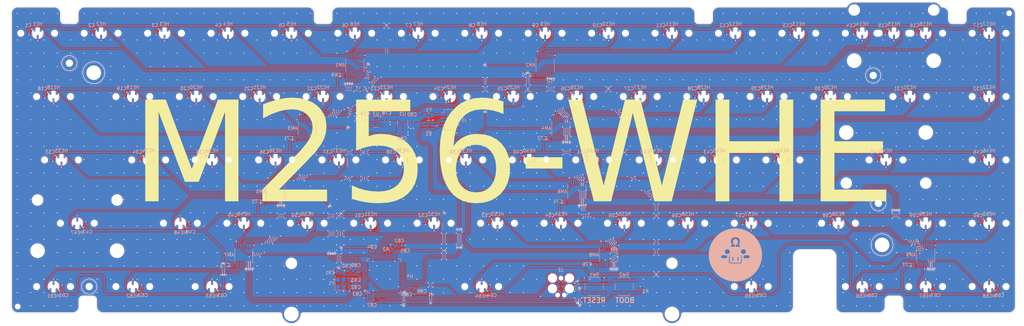
<source format=kicad_pcb>
(kicad_pcb (version 20241229) (generator "pcbnew") (generator_version "9.0")
  (layers (0 "F.Cu" signal) (2 "B.Cu" signal) (13 "F.Paste" user) (15 "B.Paste" user) (5 "F.SilkS" user "F.Silkscreen") (7 "B.SilkS" user "B.Silkscreen") (1 "F.Mask" user) (3 "B.Mask" user) (25 "Edge.Cuts" user))
  (net 0 "")
  (net 1 "+3.3VA")
  (net 2 "GND")
  (net 3 "HE1")
  (net 4 "HE2")
  (net 5 "HE3")
  (net 6 "HE4")
  (net 7 "HE5")
  (net 8 "HE6")
  (net 9 "HE7")
  (net 10 "HE8")
  (net 11 "HE9")
  (net 12 "HE10")
  (net 13 "HE11")
  (net 14 "HE12")
  (net 15 "HE13")
  (net 16 "HE14")
  (net 17 "HE15")
  (net 18 "HE16")
  (net 19 "HE17")
  (net 20 "HE18")
  (net 21 "HE19")
  (net 22 "HE20")
  (net 23 "HE21")
  (net 24 "HE22")
  (net 25 "HE23")
  (net 26 "HE24")
  (net 27 "HE25")
  (net 28 "HE26")
  (net 29 "HE27")
  (net 30 "HE28")
  (net 31 "HE29")
  (net 32 "HE30")
  (net 33 "HE31")
  (net 34 "HE32")
  (net 35 "HE33")
  (net 36 "HE34")
  (net 37 "HE35")
  (net 38 "HE36")
  (net 39 "HE37")
  (net 40 "HE38")
  (net 41 "HE39")
  (net 42 "HE40")
  (net 43 "HE41")
  (net 44 "HE42")
  (net 45 "HE43")
  (net 46 "HE44")
  (net 47 "HE45")
  (net 48 "HE46")
  (net 49 "HE47")
  (net 50 "HE48")
  (net 51 "HE49")
  (net 52 "HE50")
  (net 53 "HE51")
  (net 54 "HE52")
  (net 55 "HE53")
  (net 56 "HE54")
  (net 57 "HE55")
  (net 58 "HE56")
  (net 59 "HE57")
  (net 60 "HE58")
  (net 61 "HE59")
  (net 62 "HE60")
  (net 63 "HE61")
  (net 64 "HE62")
  (net 65 "HE63")
  (net 66 "HE64")
  (net 67 "HE65")
  (net 68 "HE66")
  (net 69 "HE67")
  (net 70 "HE68")
  (net 71 "MUX_SELECT_2")
  (net 72 "MUX_OUT_1")
  (net 73 "MUX_SELECT_1")
  (net 74 "MUX_SELECT_0")
  (net 75 "MUX_OUT_2")
  (net 76 "MUX_OUT_3")
  (net 77 "MUX_OUT_4")
  (net 78 "MUX_OUT_5")
  (net 79 "MUX_OUT_6")
  (net 80 "MUX_OUT_7")
  (net 81 "MUX_OUT_8")
  (net 82 "MUX_OUT_9")
  (net 83 "+5V")
  (net 84 "+3.3V")
  (net 85 "VBUS")
  (net 88 "USB_PLUG_D+")
  (net 89 "USB_PLUG_D-")
  (net 90 "SWCLK")
  (net 91 "NRST")
  (net 92 "SWO")
  (net 93 "SWDIO")
  (net 94 "BOOT0")
  (net 95 "USB_D+")
  (net 96 "USB_D-")
  (net 98 "/VCAP")
  (net 99 "/RCC_OSC_IN")
  (net 100 "/RCC_OSC_OUT")
  (net 101 "/BOOT1")
  (footprint "M256-WHE:MX-1U" (layer "F.Cu") (at 208.025 27.05)
    (property "Reference" "MX28")
    (property "Value" "1U")
  )
  (footprint "M256-WHE:MX-1U" (layer "F.Cu") (at 155.6375 46.1)
    (property "Reference" "MX40")
    (property "Value" "1U")
  )
  (footprint "M256-WHE:MX-1U" (layer "F.Cu") (at 93.725 27.05)
    (property "Reference" "MX22")
    (property "Value" "1U")
  )
  (footprint "M256-WHE:MX-1U" (layer "F.Cu") (at 36.575 27.05)
    (property "Reference" "MX19")
    (property "Value" "1U")
  )
  (footprint "M256-WHE:MX-1U" (layer "F.Cu") (at 41.3375 46.1)
    (property "Reference" "MX34")
    (property "Value" "1U")
  )
  (footprint "M256-WHE:MX-1U" (layer "F.Cu") (at 98.4875 46.1)
    (property "Reference" "MX37")
    (property "Value" "1U")
  )
  (footprint "M256-WHE:ToolingHole" (layer "F.Cu") (at 2 90.2)
    (property "Reference" "TH2")
    (property "Value" "ToolingHole")
  )
  (footprint "M256-WHE:MX-1U" (layer "F.Cu") (at 217.55 8)
    (property "Reference" "MX12")
    (property "Value" "1U")
  )
  (footprint "M256-WHE:MX-1.5U" (layer "F.Cu") (at 12.7625 27.05)
    (property "Reference" "MX18")
    (property "Value" "1.5U")
  )
  (footprint "M256-WHE:MX-7U" (layer "F.Cu") (at 141.35 84.2)
    (property "Reference" "MX64")
    (property "Value" "7U")
  )
  (footprint "M256-WHE:MX-1U" (layer "F.Cu") (at 84.2 8)
    (property "Reference" "MX5")
    (property "Value" "1U")
  )
  (footprint "M256-WHE:MX-1U" (layer "F.Cu") (at 293.75 65.15)
    (property "Reference" "MX60")
    (property "Value" "1U")
  )
  (footprint "M256-WHE:MX-1U" (layer "F.Cu") (at 165.1625 65.15)
    (property "Reference" "MX54")
    (property "Value" "1U")
  )
  (footprint "M256-WHE:MX-1U" (layer "F.Cu") (at 46.1 8)
    (property "Reference" "MX3")
    (property "Value" "1U")
  )
  (footprint "M256-WHE:MX-1U" (layer "F.Cu") (at 74.675 27.05)
    (property "Reference" "MX21")
    (property "Value" "1U")
  )
  (footprint "M256-WHE:MX-1U" (layer "F.Cu") (at 184.2125 65.15)
    (property "Reference" "MX55")
    (property "Value" "1U")
  )
  (footprint "M256-WHE:MX-1U" (layer "F.Cu") (at 150.875 27.05)
    (property "Reference" "MX25")
    (property "Value" "1U")
  )
  (footprint "M256-WHE:MX-1U" (layer "F.Cu") (at 79.4375 46.1)
    (property "Reference" "MX36")
    (property "Value" "1U")
  )
  (footprint "M256-WHE:MX-1U" (layer "F.Cu") (at 127.0625 65.15)
    (property "Reference" "MX52")
    (property "Value" "1U")
  )
  (footprint "M256-WHE:MX-1U" (layer "F.Cu") (at 122.3 8)
    (property "Reference" "MX7")
    (property "Value" "1U")
  )
  (footprint "M256-WHE:MX-1U" (layer "F.Cu") (at 274.7 84.2)
    (property "Reference" "MX67")
    (property "Value" "1U")
  )
  (footprint "M256-WHE:MX-2.25U" (layer "F.Cu") (at 19.90625 65.15)
    (property "Reference" "MX47")
    (property "Value" "2.25U")
  )
  (footprint "M256-WHE:MX-1U" (layer "F.Cu") (at 60.3875 46.1)
    (property "Reference" "MX35")
    (property "Value" "1U")
  )
  (footprint "M256-WHE:MX-1U" (layer "F.Cu") (at 188.975 27.05)
    (property "Reference" "MX27")
    (property "Value" "1U")
  )
  (footprint "M256-WHE:MX-1.75U" (layer "F.Cu") (at 248.50625 65.15)
    (property "Reference" "MX58")
    (property "Value" "1.75U")
  )
  (footprint "M256-WHE:MX-1U" (layer "F.Cu") (at 112.775 27.05)
    (property "Reference" "MX23")
    (property "Value" "1U")
  )
  (footprint "M256-WHE:MX-1U" (layer "F.Cu") (at 227.075 27.05)
    (property "Reference" "MX29")
    (property "Value" "1U")
  )
  (footprint "M256-WHE:MX-1U" (layer "F.Cu") (at 8 8)
    (property "Reference" "MX1")
    (property "Value" "1U")
  )
  (footprint "M256-WHE:MX-2U" (layer "F.Cu") (at 265.175 8)
    (property "Reference" "MX15")
    (property "Value" "2U")
  )
  (footprint "M256-WHE:MX-1U" (layer "F.Cu") (at 212.7875 46.1)
    (property "Reference" "MX43")
    (property "Value" "1U")
  )
  (footprint "M256-WHE:MX-1U" (layer "F.Cu") (at 198.5 8)
    (property "Reference" "MX11")
    (property "Value" "1U")
  )
  (footprint "M256-WHE:MX-1U" (layer "F.Cu") (at 131.825 27.05)
    (property "Reference" "MX24")
    (property "Value" "1U")
  )
  (footprint "M256-WHE:MX-1U" (layer "F.Cu") (at 179.45 8)
    (property "Reference" "MX10")
    (property "Value" "1U")
  )
  (footprint "M256-WHE:MX-1U" (layer "F.Cu") (at 146.1125 65.15)
    (property "Reference" "MX53")
    (property "Value" "1U")
  )
  (footprint "M256-WHE:MX-1U" (layer "F.Cu") (at 222.3125 65.15)
    (property "Reference" "MX57")
    (property "Value" "1U")
  )
  (footprint "M256-WHE:MX-1U" (layer "F.Cu") (at 174.6875 46.1)
    (property "Reference" "MX41")
    (property "Value" "1U")
  )
  (footprint "M256-WHE:MX-1U" (layer "F.Cu") (at 293.75 27.05)
    (property "Reference" "MX32")
    (property "Value" "1U")
  )
  (footprint "M256-WHE:MX-1U" (layer "F.Cu") (at 27.05 8)
    (property "Reference" "MX2")
    (property "Value" "1U")
  )
  (footprint "M256-WHE:MX-1U" (layer "F.Cu") (at 203.2625 65.15)
    (property "Reference" "MX56")
    (property "Value" "1U")
  )
  (footprint "M256-WHE:MX-1U" (layer "F.Cu") (at 136.5875 46.1)
    (property "Reference" "MX39")
    (property "Value" "1U")
  )
  (footprint "M256-WHE:MX-1U" (layer "F.Cu") (at 36.575 84.2)
    (property "Reference" "MX62")
    (property "Value" "1U")
  )
  (footprint "M256-WHE:M256-W" (layer "F.Cu") (at 0 0)
    (property "Reference" "PCB1")
    (property "Value" "M256-W")
    (fp_line (start 0 90.2) (end 0 2) (stroke (width 0.1)) (layer "Edge.Cuts"))
    (fp_line (start 2 0) (end 13 0) (stroke (width 0.1)) (layer "Edge.Cuts"))
    (fp_line (start 2 92.2) (end 18.525 92.2) (stroke (width 0.1)) (layer "Edge.Cuts"))
    (fp_line (start 15 2) (end 15 4) (stroke (width 0.1)) (layer "Edge.Cuts"))
    (fp_line (start 19.05 5) (end 16 5) (stroke (width 0.1)) (layer "Edge.Cuts"))
    (fp_line (start 20.05 2) (end 20.05 4) (stroke (width 0.1)) (layer "Edge.Cuts"))
    (fp_line (start 20.525 90.2) (end 20.525 88.2) (stroke (width 0.1)) (layer "Edge.Cuts"))
    (fp_line (start 22.05 0) (end 89.2 0) (stroke (width 0.1)) (layer "Edge.Cuts"))
    (fp_line (start 24.575 87.2) (end 21.525 87.2) (stroke (width 0.1)) (layer "Edge.Cuts"))
    (fp_line (start 25.575 90.2) (end 25.575 88.2) (stroke (width 0.1)) (layer "Edge.Cuts"))
    (fp_line (start 80.708586 92.2) (end 27.575 92.2) (stroke (width 0.1)) (layer "Edge.Cuts"))
    (fp_line (start 91.2 2) (end 91.2 4) (stroke (width 0.1)) (layer "Edge.Cuts"))
    (fp_line (start 95.25 5) (end 92.2 5) (stroke (width 0.1)) (layer "Edge.Cuts"))
    (fp_line (start 96.25 2) (end 96.25 4) (stroke (width 0.1)) (layer "Edge.Cuts"))
    (fp_line (start 98.25 0) (end 203.5 0) (stroke (width 0.1)) (layer "Edge.Cuts"))
    (fp_line (start 195.008685 92.2) (end 87.691415 92.2) (stroke (width 0.1)) (layer "Edge.Cuts"))
    (fp_line (start 205.5 2) (end 205.5 4) (stroke (width 0.1)) (layer "Edge.Cuts"))
    (fp_line (start 209.55 5) (end 206.5 5) (stroke (width 0.1)) (layer "Edge.Cuts"))
    (fp_line (start 210.55 2) (end 210.55 4) (stroke (width 0.1)) (layer "Edge.Cuts"))
    (fp_line (start 233.075 92.2) (end 201.991514 92.2) (stroke (width 0.1)) (layer "Edge.Cuts"))
    (fp_line (start 235.075 90.2) (end 235.075 75.2) (stroke (width 0.1)) (layer "Edge.Cuts"))
    (fp_line (start 237.075 73.2) (end 245.65 73.2) (stroke (width 0.1)) (layer "Edge.Cuts"))
    (fp_line (start 247.65 75.2) (end 247.65 90.2) (stroke (width 0.1)) (layer "Edge.Cuts"))
    (fp_line (start 250.619874 0) (end 212.55 0) (stroke (width 0.1)) (layer "Edge.Cuts"))
    (fp_line (start 260.65 92.2) (end 249.65 92.2) (stroke (width 0.1)) (layer "Edge.Cuts"))
    (fp_line (start 262.65 90.2) (end 262.65 88.2) (stroke (width 0.1)) (layer "Edge.Cuts"))
    (fp_line (start 266.7 87.2) (end 263.65 87.2) (stroke (width 0.1)) (layer "Edge.Cuts"))
    (fp_line (start 267.7 90.2) (end 267.7 88.2) (stroke (width 0.1)) (layer "Edge.Cuts"))
    (fp_line (start 277.113 -1.509) (end 253.237 -1.509) (stroke (width 0.1)) (layer "Edge.Cuts"))
    (fp_line (start 281.7 2) (end 281.7 4) (stroke (width 0.1)) (layer "Edge.Cuts"))
    (fp_line (start 285.75 5) (end 282.7 5) (stroke (width 0.1)) (layer "Edge.Cuts"))
    (fp_line (start 286.75 2) (end 286.75 4) (stroke (width 0.1)) (layer "Edge.Cuts"))
    (fp_line (start 288.75 0) (end 299.75 0) (stroke (width 0.1)) (layer "Edge.Cuts"))
    (fp_line (start 299.75 92.2) (end 269.7 92.2) (stroke (width 0.1)) (layer "Edge.Cuts"))
    (fp_line (start 301.75 90.2) (end 301.75 2) (stroke (width 0.1)) (layer "Edge.Cuts"))
    (fp_arc (start 0 2) (mid 0.585786 0.585786) (end 2 0) (stroke (width 0.1)) (layer "Edge.Cuts"))
    (fp_arc (start 2 92.2) (mid 0.585786 91.614214) (end 0 90.2) (stroke (width 0.1)) (layer "Edge.Cuts"))
    (fp_arc (start 13 0) (mid 14.414214 0.585786) (end 15 2) (stroke (width 0.1)) (layer "Edge.Cuts"))
    (fp_arc (start 16 5) (mid 15.292893 4.707107) (end 15 4) (stroke (width 0.1)) (layer "Edge.Cuts"))
    (fp_arc (start 20.05 2) (mid 20.635786 0.585786) (end 22.05 0) (stroke (width 0.1)) (layer "Edge.Cuts"))
    (fp_arc (start 20.05 4) (mid 19.757107 4.707107) (end 19.05 5) (stroke (width 0.1)) (layer "Edge.Cuts"))
    (fp_arc (start 20.525 88.2) (mid 20.817893 87.492893) (end 21.525 87.2) (stroke (width 0.1)) (layer "Edge.Cuts"))
    (fp_arc (start 20.525 90.2) (mid 19.939214 91.614214) (end 18.525 92.2) (stroke (width 0.1)) (layer "Edge.Cuts"))
    (fp_arc (start 24.575 87.2) (mid 25.282107 87.492893) (end 25.575 88.2) (stroke (width 0.1)) (layer "Edge.Cuts"))
    (fp_arc (start 27.575 92.2) (mid 26.160786 91.614214) (end 25.575 90.2) (stroke (width 0.1)) (layer "Edge.Cuts"))
    (fp_arc (start 80.708586 92.2) (mid 81.049538 92.334279) (end 81.207359 92.664993) (stroke (width 0.1)) (layer "Edge.Cuts"))
    (fp_arc (start 87.192628 92.664992) (mid 84.199901 95.454986) (end 81.207359 92.664795) (stroke (width 0.1)) (layer "Edge.Cuts"))
    (fp_arc (start 87.192642 92.664993) (mid 87.350463 92.334279) (end 87.691415 92.2) (stroke (width 0.1)) (layer "Edge.Cuts"))
    (fp_arc (start 89.2 0) (mid 90.614214 0.585786) (end 91.2 2) (stroke (width 0.1)) (layer "Edge.Cuts"))
    (fp_arc (start 92.2 5) (mid 91.492893 4.707107) (end 91.2 4) (stroke (width 0.1)) (layer "Edge.Cuts"))
    (fp_arc (start 96.25 2) (mid 96.835786 0.585786) (end 98.25 0) (stroke (width 0.1)) (layer "Edge.Cuts"))
    (fp_arc (start 96.25 4) (mid 95.957107 4.707107) (end 95.25 5) (stroke (width 0.1)) (layer "Edge.Cuts"))
    (fp_arc (start 195.008685 92.2) (mid 195.349637 92.334293) (end 195.507458 92.665007) (stroke (width 0.1)) (layer "Edge.Cuts"))
    (fp_arc (start 201.492727 92.665006) (mid 198.5 95.455) (end 195.507458 92.664809) (stroke (width 0.1)) (layer "Edge.Cuts"))
    (fp_arc (start 201.492741 92.665007) (mid 201.650562 92.334293) (end 201.991514 92.2) (stroke (width 0.1)) (layer "Edge.Cuts"))
    (fp_arc (start 203.5 0) (mid 204.914214 0.585786) (end 205.5 2) (stroke (width 0.1)) (layer "Edge.Cuts"))
    (fp_arc (start 206.5 5) (mid 205.792893 4.707107) (end 205.5 4) (stroke (width 0.1)) (layer "Edge.Cuts"))
    (fp_arc (start 210.55 2) (mid 211.135786 0.585786) (end 212.55 0) (stroke (width 0.1)) (layer "Edge.Cuts"))
    (fp_arc (start 210.55 4) (mid 210.257107 4.707107) (end 209.55 5) (stroke (width 0.1)) (layer "Edge.Cuts"))
    (fp_arc (start 235.075 75.2) (mid 235.660786 73.785786) (end 237.075 73.2) (stroke (width 0.1)) (layer "Edge.Cuts"))
    (fp_arc (start 235.075 90.2) (mid 234.489214 91.614214) (end 233.075 92.2) (stroke (width 0.1)) (layer "Edge.Cuts"))
    (fp_arc (start 245.65 73.2) (mid 247.064214 73.785786) (end 247.65 75.2) (stroke (width 0.1)) (layer "Edge.Cuts"))
    (fp_arc (start 249.65 92.2) (mid 248.235786 91.614214) (end 247.65 90.2) (stroke (width 0.1)) (layer "Edge.Cuts"))
    (fp_arc (start 251.0526 -0.249505) (mid 250.869626 -0.066845) (end 250.619874 0) (stroke (width 0.1)) (layer "Edge.Cuts"))
    (fp_arc (start 251.0526 -0.249505) (mid 251.976253 -1.171571) (end 253.237 -1.509) (stroke (width 0.1)) (layer "Edge.Cuts"))
    (fp_arc (start 262.65 88.2) (mid 262.942893 87.492893) (end 263.65 87.2) (stroke (width 0.1)) (layer "Edge.Cuts"))
    (fp_arc (start 262.65 90.2) (mid 262.064214 91.614214) (end 260.65 92.2) (stroke (width 0.1)) (layer "Edge.Cuts"))
    (fp_arc (start 266.7 87.2) (mid 267.407107 87.492893) (end 267.7 88.2) (stroke (width 0.1)) (layer "Edge.Cuts"))
    (fp_arc (start 269.7 92.2) (mid 268.285786 91.614214) (end 267.7 90.2) (stroke (width 0.1)) (layer "Edge.Cuts"))
    (fp_arc (start 277.113 -1.509) (mid 278.373747 -1.171571) (end 279.297401 -0.249504) (stroke (width 0.1)) (layer "Edge.Cuts"))
    (fp_arc (start 279.7 0) (mid 281.114214 0.585786) (end 281.7 2) (stroke (width 0.1)) (layer "Edge.Cuts"))
    (fp_arc (start 279.700056 0) (mid 279.468837 -0.072631) (end 279.298781 -0.245311) (stroke (width 0.1)) (layer "Edge.Cuts"))
    (fp_arc (start 282.7 5) (mid 281.992893 4.707107) (end 281.7 4) (stroke (width 0.1)) (layer "Edge.Cuts"))
    (fp_arc (start 286.75 2) (mid 287.335786 0.585786) (end 288.75 0) (stroke (width 0.1)) (layer "Edge.Cuts"))
    (fp_arc (start 286.75 4) (mid 286.457107 4.707107) (end 285.75 5) (stroke (width 0.1)) (layer "Edge.Cuts"))
    (fp_arc (start 299.75 0) (mid 301.164214 0.585786) (end 301.75 2) (stroke (width 0.1)) (layer "Edge.Cuts"))
    (fp_arc (start 301.75 90.2) (mid 301.164214 91.614214) (end 299.75 92.2) (stroke (width 0.1)) (layer "Edge.Cuts"))
  )
  (footprint "M256-WHE:MX-1.5U" (layer "F.Cu") (at 269.9375 27.05)
    (property "Reference" "MX31")
    (property "Value" "1.5U")
  )
  (footprint "M256-WHE:MX-2.25U-ReversedStabilizers" (layer "F.Cu") (at 262.79375 46.1)
    (property "Reference" "MX45")
    (property "Value" "2.25U")
  )
  (footprint "M256-WHE:MX-1U" (layer "F.Cu") (at 141.35 8)
    (property "Reference" "MX8")
    (property "Value" "1U")
  )
  (footprint "M256-WHE:MX-1U" (layer "F.Cu") (at 103.25 8)
    (property "Reference" "MX6")
    (property "Value" "1U")
  )
  (footprint "M256-WHE:MX-1U" (layer "F.Cu") (at 160.4 8)
    (property "Reference" "MX9")
    (property "Value" "1U")
  )
  (footprint "M256-WHE:MX-1U" (layer "F.Cu") (at 50.8625 65.15)
    (property "Reference" "MX48")
    (property "Value" "1U")
  )
  (footprint "M256-WHE:MX-1U" (layer "F.Cu") (at 55.625 27.05)
    (property "Reference" "MX20")
    (property "Value" "1U")
  )
  (footprint "M256-WHE:MX-1U" (layer "F.Cu") (at 246.125 27.05)
    (property "Reference" "MX30")
    (property "Value" "1U")
  )
  (footprint "M256-WHE:MX-1U" (layer "F.Cu") (at 293.75 8)
    (property "Reference" "MX17")
    (property "Value" "1U")
  )
  (footprint "M256-WHE:MX-1U" (layer "F.Cu") (at 108.0125 65.15)
    (property "Reference" "MX51")
    (property "Value" "1U")
  )
  (footprint "M256-WHE:MX-1U" (layer "F.Cu") (at 231.8375 46.1)
    (property "Reference" "MX44")
    (property "Value" "1U")
  )
  (footprint "M256-WHE:MX-1U" (layer "F.Cu") (at 293.75 46.1)
    (property "Reference" "MX46")
    (property "Value" "1U")
  )
  (footprint "M256-WHE:MX-1U" (layer "F.Cu") (at 69.9125 65.15)
    (property "Reference" "MX49")
    (property "Value" "1U")
  )
  (footprint "M256-WHE:MX-1U" (layer "F.Cu") (at 274.7 65.15)
    (property "Reference" "MX59")
    (property "Value" "1U")
  )
  (footprint "M256-WHE:MX-1.5U" (layer "F.Cu") (at 60.3875 84.2)
    (property "Reference" "MX63")
    (property "Value" "1.5U")
  )
  (footprint "M256-WHE:MX-1U" (layer "F.Cu") (at 293.75 84.2)
    (property "Reference" "MX68")
    (property "Value" "1U")
  )
  (footprint "M256-WHE:MX-1U" (layer "F.Cu") (at 255.65 8)
    (property "Reference" "MX14")
    (property "Value" "1U")
  )
  (footprint "M256-WHE:MX-1.5U" (layer "F.Cu") (at 12.7625 84.2)
    (property "Reference" "MX61")
    (property "Value" "1.5U")
  )
  (footprint "M256-WHE:ToolingHole" (layer "F.Cu") (at 299.75 2)
    (property "Reference" "TH1")
    (property "Value" "ToolingHole")
  )
  (footprint "M256-WHE:MX-1U" (layer "F.Cu") (at 117.5375 46.1)
    (property "Reference" "MX38")
    (property "Value" "1U")
  )
  (footprint "M256-WHE:MX-1U" (layer "F.Cu") (at 193.7375 46.1)
    (property "Reference" "MX42")
    (property "Value" "1U")
  )
  (footprint "M256-WHE:MX-1U" (layer "F.Cu") (at 236.6 8)
    (property "Reference" "MX13")
    (property "Value" "1U")
  )
  (footprint "M256-WHE:MX-1.5U" (layer "F.Cu") (at 222.3125 84.2)
    (property "Reference" "MX65")
    (property "Value" "1.5U")
  )
  (footprint "M256-WHE:MX-1U" (layer "F.Cu") (at 255.65 84.2)
    (property "Reference" "MX66")
    (property "Value" "1U")
  )
  (footprint "M256-WHE:MX-1U" (layer "F.Cu") (at 169.925 27.05)
    (property "Reference" "MX26")
    (property "Value" "1U")
  )
  (footprint "M256-WHE:MX-1U" (layer "F.Cu") (at 88.9625 65.15)
    (property "Reference" "MX50")
    (property "Value" "1U")
  )
  (footprint "M256-WHE:MX-1U" (layer "F.Cu") (at 65.15 8)
    (property "Reference" "MX4")
    (property "Value" "1U")
  )
  (footprint "M256-WHE:MX-1.75U" (layer "F.Cu") (at 15.14375 46.1)
    (property "Reference" "MX33")
    (property "Value" "1.75U")
  )
  (footprint "M256-WHE:MX-1U" (layer "F.Cu") (at 274.7 8)
    (property "Reference" "MX16")
    (property "Value" "1U")
  )
  (footprint "Capacitor_SMD:C_0402_1005Metric" (layer "B.Cu") (at 100.65 7.2 -90)
    (property "Reference" "C6")
    (property "Value" "100n")
  )
  (footprint "Capacitor_SMD:C_0402_1005Metric" (layer "B.Cu") (at 157.8 7.2 -90)
    (property "Reference" "C9")
    (property "Value" "100n")
  )
  (footprint "Capacitor_SMD:C_0402_1005Metric" (layer "B.Cu") (at 272.1 64.35 -90)
    (property "Reference" "C59")
    (property "Value" "100n")
  )
  (footprint "Package_TO_SOT_SMD:SOT-23-3" (layer "B.Cu") (at 50.8625 65.15 90)
    (property "Reference" "HE48")
    (property "Value" "DRV5055A3QDBZR")
  )
  (footprint "Package_TO_SOT_SMD:SOT-23-3" (layer "B.Cu") (at 36.575 84.2 90)
    (property "Reference" "HE62")
    (property "Value" "DRV5055A3QDBZR")
  )
  (footprint "Package_TO_SOT_SMD:SOT-23-3" (layer "B.Cu") (at 212.7875 46.1 -90)
    (property "Reference" "HE43")
    (property "Value" "DRV5055A3QDBZR")
  )
  (footprint "Capacitor_SMD:C_0402_1005Metric" (layer "B.Cu") (at 66.3125 77.675 -90)
    (property "Reference" "C75")
    (property "Value" "100n")
  )
  (footprint "Capacitor_SMD:C_0402_1005Metric" (layer "B.Cu") (at 110.175 26.25 -90)
    (property "Reference" "C23")
    (property "Value" "100n")
  )
  (footprint "Capacitor_SMD:C_0402_1005Metric" (layer "B.Cu") (at 291.15 64.35 -90)
    (property "Reference" "C60")
    (property "Value" "100n")
  )
  (footprint "Package_TO_SOT_SMD:SOT-23-3" (layer "B.Cu") (at 227.075 27.05 -90)
    (property "Reference" "HE29")
    (property "Value" "DRV5055A3QDBZR")
  )
  (footprint "Capacitor_SMD:C_0603_1608Metric" (layer "B.Cu") (at 121.2 85.6 90)
    (property "Reference" "C88")
    (property "Value" "10u")
  )
  (footprint "Capacitor_SMD:C_0402_1005Metric" (layer "B.Cu") (at 116 73.4 180)
    (property "Reference" "C85")
    (property "Value" "100n")
  )
  (footprint "Package_TO_SOT_SMD:SOT-23-3" (layer "B.Cu") (at 93.725 27.05 -90)
    (property "Reference" "HE22")
    (property "Value" "DRV5055A3QDBZR")
  )
  (footprint "Capacitor_SMD:C_0402_1005Metric" (layer "B.Cu") (at 114.9375 45.3 -90)
    (property "Reference" "C38")
    (property "Value" "100n")
  )
  (footprint "Capacitor_SMD:C_0603_1608Metric" (layer "B.Cu") (at 106.425 34.45 -90)
    (property "Reference" "C79")
    (property "Value" "2.2u")
  )
  (footprint "Capacitor_SMD:C_0402_1005Metric" (layer "B.Cu") (at 148.275 26.25 -90)
    (property "Reference" "C25")
    (property "Value" "100n")
  )
  (footprint "Package_TO_SOT_SMD:SOT-23-3" (layer "B.Cu") (at 274.7 84.2 90)
    (property "Reference" "HE67")
    (property "Value" "DRV5055A3QDBZR")
  )
  (footprint "Package_TO_SOT_SMD:SOT-23-3" (layer "B.Cu") (at 55.625 27.05 -90)
    (property "Reference" "HE20")
    (property "Value" "DRV5055A3QDBZR")
  )
  (footprint "Capacitor_SMD:C_0402_1005Metric" (layer "B.Cu") (at 101.6 84.4 -90)
    (property "Reference" "C92")
    (property "Value" "10p")
  )
  (footprint "Package_TO_SOT_SMD:SOT-23-3" (layer "B.Cu") (at 174.6875 46.1 -90)
    (property "Reference" "HE41")
    (property "Value" "DRV5055A3QDBZR")
  )
  (footprint "Package_TO_SOT_SMD:SOT-23-3" (layer "B.Cu") (at 141.35 84.2 90)
    (property "Reference" "HE64")
    (property "Value" "DRV5055A3QDBZR")
  )
  (footprint "Package_TO_SOT_SMD:SOT-23-3" (layer "B.Cu") (at 293.75 8 -90)
    (property "Reference" "HE17")
    (property "Value" "DRV5055A3QDBZR")
  )
  (footprint "Capacitor_SMD:C_0402_1005Metric" (layer "B.Cu") (at 43.5 7.2 -90)
    (property "Reference" "C3")
    (property "Value" "100n")
  )
  (footprint "Capacitor_SMD:C_0603_1608Metric" (layer "B.Cu") (at 117.425 38.25)
    (property "Reference" "C81")
    (property "Value" "1u")
  )
  (footprint "Package_TO_SOT_SMD:SOT-23-3" (layer "B.Cu") (at 79.4375 46.1 -90)
    (property "Reference" "HE36")
    (property "Value" "DRV5055A3QDBZR")
  )
  (footprint "Package_TO_SOT_SMD:SOT-23-3" (layer "B.Cu") (at 146.1125 65.15 -90)
    (property "Reference" "HE53")
    (property "Value" "DRV5055A3QDBZR")
  )
  (footprint "Capacitor_SMD:C_0402_1005Metric" (layer "B.Cu") (at 186.375 26.25 -90)
    (property "Reference" "C27")
    (property "Value" "100n")
  )
  (footprint "Capacitor_SMD:C_0402_1005Metric" (layer "B.Cu") (at 15.3625 85 90)
    (property "Reference" "C61")
    (property "Value" "100n")
  )
  (footprint "Capacitor_SMD:C_0402_1005Metric" (layer "B.Cu") (at 124.4625 64.35 -90)
    (property "Reference" "C52")
    (property "Value" "100n")
  )
  (footprint "Capacitor_SMD:C_0402_1005Metric" (layer "B.Cu") (at 133.9875 45.3 -90)
    (property "Reference" "C39")
    (property "Value" "100n")
  )
  (footprint "Package_TO_SOT_SMD:SOT-23-3" (layer "B.Cu") (at 198.5 8 -90)
    (property "Reference" "HE11")
    (property "Value" "DRV5055A3QDBZR")
  )
  (footprint "Button_Switch_SMD:SW_Push_1P1T_XKB_TS-1187A" (layer "B.Cu") (at 184.1625 84.2)
    (property "Reference" "SW2")
    (property "Value" "TS-1187A-B-A-B")
  )
  (footprint "Capacitor_SMD:C_0402_1005Metric" (layer "B.Cu") (at 119.7 7.2 -90)
    (property "Reference" "C7")
    (property "Value" "100n")
  )
  (footprint "Capacitor_SMD:C_0402_1005Metric" (layer "B.Cu") (at 12.54375 45.3 -90)
    (property "Reference" "C33")
    (property "Value" "100n")
  )
  (footprint "Capacitor_SMD:C_0402_1005Metric" (layer "B.Cu") (at 143.5125 64.35 -90)
    (property "Reference" "C53")
    (property "Value" "100n")
  )
  (footprint "Capacitor_SMD:C_0603_1608Metric" (layer "B.Cu") (at 112.825 34.25 -90)
    (property "Reference" "C78")
    (property "Value" "2.2u")
  )
  (footprint "Capacitor_SMD:C_0402_1005Metric" (layer "B.Cu") (at 166.325 58.625 -90)
    (property "Reference" "C74")
    (property "Value" "100n")
  )
  (footprint "Capacitor_SMD:C_0603_1608Metric" (layer "B.Cu") (at 102 79.4 180)
    (property "Reference" "C90")
    (property "Value" "1u")
  )
  (footprint "Package_TO_SOT_SMD:SOT-23-3" (layer "B.Cu") (at 27.05 8 -90)
    (property "Reference" "HE2")
    (property "Value" "DRV5055A3QDBZR")
  )
  (footprint "Package_SO:TSSOP-16_4.4x5mm_P0.65mm" (layer "B.Cu") (at 88.9625 36.575 -90)
    (property "Reference" "AM3")
    (property "Value" "SN74LV4051A")
  )
  (footprint "Capacitor_SMD:C_0402_1005Metric" (layer "B.Cu") (at 62.55 7.2 -90)
    (property "Reference" "C4")
    (property "Value" "100n")
  )
  (footprint "Capacitor_SMD:C_0402_1005Metric" (layer "B.Cu") (at 108.4 88.6)
    (property "Reference" "C87")
    (property "Value" "100n")
  )
  (footprint "Capacitor_SMD:C_0402_1005Metric" (layer "B.Cu") (at 224.9125 85 90)
    (property "Reference" "C65")
    (property "Value" "100n")
  )
  (footprint "Package_TO_SOT_SMD:SOT-23-3" (layer "B.Cu") (at 188.975 27.05 -90)
    (property "Reference" "HE27")
    (property "Value" "DRV5055A3QDBZR")
  )
  (footprint "Package_TO_SOT_SMD:SOT-23-3" (layer "B.Cu") (at 274.7 65.15 -90)
    (property "Reference" "HE59")
    (property "Value" "DRV5055A3QDBZR")
  )
  (footprint "Package_TO_SOT_SMD:SOT-23-3" (layer "B.Cu") (at 203.2625 65.15 -90)
    (property "Reference" "HE56")
    (property "Value" "DRV5055A3QDBZR")
  )
  (footprint "Connector:Tag-Connect_TC2030-IDC-FP_2x03_P1.27mm_Vertical" (layer "B.Cu") (at 165.1625 84.2 -90)
    (property "Reference" "J2")
    (property "Value" "TC2030")
  )
  (footprint "Capacitor_SMD:C_0402_1005Metric" (layer "B.Cu") (at 175.45 77.475 180)
    (property "Reference" "C76")
    (property "Value" "100n")
  )
  (footprint "Capacitor_SMD:C_0402_1005Metric" (layer "B.Cu") (at 22.50625 65.95 90)
    (property "Reference" "C47")
    (property "Value" "100n")
  )
  (footprint "Package_TO_SOT_SMD:SOT-23-3" (layer "B.Cu") (at 12.7625 27.05 -90)
    (property "Reference" "HE18")
    (property "Value" "DRV5055A3QDBZR")
  )
  (footprint "Capacitor_SMD:C_0402_1005Metric" (layer "B.Cu") (at 62.9875 85 90)
    (property "Reference" "C63")
    (property "Value" "100n")
  )
  (footprint "Capacitor_SMD:C_0402_1005Metric" (layer "B.Cu") (at 38.7375 45.3 -90)
    (property "Reference" "C34")
    (property "Value" "100n")
  )
  (footprint "Capacitor_SMD:C_0402_1005Metric" (layer "B.Cu") (at 277.3 85 90)
    (property "Reference" "C67")
    (property "Value" "100n")
  )
  (footprint "Capacitor_SMD:C_0402_1005Metric" (layer "B.Cu") (at 95.8875 45.3 -90)
    (property "Reference" "C37")
    (property "Value" "100n")
  )
  (footprint "Package_TO_SOT_SMD:SOT-23-3" (layer "B.Cu") (at 184.2125 65.15 -90)
    (property "Reference" "HE55")
    (property "Value" "DRV5055A3QDBZR")
  )
  (footprint "Package_TO_SOT_SMD:SOT-23-3" (layer "B.Cu") (at 69.9125 65.15 -90)
    (property "Reference" "HE49")
    (property "Value" "DRV5055A3QDBZR")
  )
  (footprint "Capacitor_SMD:C_0402_1005Metric" (layer "B.Cu") (at 98.2 80)
    (property "Reference" "C91")
    (property "Value" "100n")
  )
  (footprint "Capacitor_SMD:C_0402_1005Metric" (layer "B.Cu") (at 72.075 26.25 -90)
    (property "Reference" "C21")
    (property "Value" "100n")
  )
  (footprint "Capacitor_SMD:C_0402_1005Metric" (layer "B.Cu") (at 291.15 7.2 -90)
    (property "Reference" "C17")
    (property "Value" "100n")
  )
  (footprint "Capacitor_SMD:C_0402_1005Metric" (layer "B.Cu") (at 76.8375 45.3 -90)
    (property "Reference" "C36")
    (property "Value" "100n")
  )
  (footprint "Capacitor_SMD:C_0402_1005Metric" (layer "B.Cu") (at 108.4 73.4 180)
    (property "Reference" "C84")
    (property "Value" "100n")
  )
  (footprint "Package_TO_SOT_SMD:SOT-23-3" (layer "B.Cu") (at 127.0625 65.15 -90)
    (property "Reference" "HE52")
    (property "Value" "DRV5055A3QDBZR")
  )
  (footprint "Capacitor_SMD:C_0402_1005Metric" (layer "B.Cu") (at 85.3625 39.575 -90)
    (property "Reference" "C71")
    (property "Value" "100n")
  )
  (footprint "Capacitor_SMD:C_0402_1005Metric" (layer "B.Cu") (at 200.6625 64.35 -90)
    (property "Reference" "C56")
    (property "Value" "100n")
  )
  (footprint "Capacitor_SMD:C_0402_1005Metric" (layer "B.Cu") (at 138.75 7.2 -90)
    (property "Reference" "C8")
    (property "Value" "100n")
  )
  (footprint "Package_TO_SOT_SMD:SOT-23-3" (layer "B.Cu") (at 155.6375 46.1 -90)
    (property "Reference" "HE40")
    (property "Value" "DRV5055A3QDBZR")
  )
  (footprint "Capacitor_SMD:C_0402_1005Metric" (layer "B.Cu") (at 267.3375 26.25 -90)
    (property "Reference" "C31")
    (property "Value" "100n")
  )
  (footprint "Capacitor_SMD:C_0402_1005Metric" (layer "B.Cu") (at 104.4 79.4 -90)
    (property "Reference" "C89")
    (property "Value" "100n")
  )
  (footprint "Capacitor_SMD:C_0402_1005Metric" (layer "B.Cu") (at 258.25 85 90)
    (property "Reference" "C66")
    (property "Value" "100n")
  )
  (footprint "Capacitor_SMD:C_0402_1005Metric" (layer "B.Cu") (at 119.6 85 90)
    (property "Reference" "C86")
    (property "Value" "100n")
  )
  (footprint "Package_TO_SOT_SMD:SOT-23-3" (layer "B.Cu") (at 293.75 65.15 -90)
    (property "Reference" "HE60")
    (property "Value" "DRV5055A3QDBZR")
  )
  (footprint "Package_TO_SOT_SMD:SOT-23-3" (layer "B.Cu") (at 84.2 8 -90)
    (property "Reference" "HE5")
    (property "Value" "DRV5055A3QDBZR")
  )
  (footprint "Package_SO:TSSOP-16_4.4x5mm_P0.65mm" (layer "B.Cu") (at 69.9125 74.675 -90)
    (property "Reference" "AM7")
    (property "Value" "SN74LV4051A")
  )
  (footprint "Capacitor_SMD:C_0402_1005Metric" (layer "B.Cu") (at 53.4625 65.95 90)
    (property "Reference" "C48")
    (property "Value" "100n")
  )
  (footprint "Package_TO_SOT_SMD:SOT-23-3" (layer "B.Cu") (at 108.0125 65.15 -90)
    (property "Reference" "HE51")
    (property "Value" "DRV5055A3QDBZR")
  )
  (footprint "Capacitor_SMD:C_0402_1005Metric" (layer "B.Cu") (at 296.35 85 90)
    (property "Reference" "C68")
    (property "Value" "100n")
  )
  (footprint "Capacitor_SMD:C_0402_1005Metric" (layer "B.Cu") (at 214.95 7.2 -90)
    (property "Reference" "C12")
    (property "Value" "100n")
  )
  (footprint "Package_TO_SOT_SMD:SOT-23-3" (layer "B.Cu") (at 60.3875 46.1 -90)
    (property "Reference" "HE35")
    (property "Value" "DRV5055A3QDBZR")
  )
  (footprint "Capacitor_SMD:C_0402_1005Metric" (layer "B.Cu") (at 229.2375 45.3 -90)
    (property "Reference" "C44")
    (property "Value" "100n")
  )
  (footprint "Package_SO:TSSOP-16_4.4x5mm_P0.65mm" (layer "B.Cu") (at 274.7 74.675 -90)
    (property "Reference" "AM9")
    (property "Value" "SN74LV4051A")
  )
  (footprint "Package_TO_SOT_SMD:SOT-23-3" (layer "B.Cu") (at 65.15 8 -90)
    (property "Reference" "HE4")
    (property "Value" "DRV5055A3QDBZR")
  )
  (footprint "Capacitor_SMD:C_0402_1005Metric" (layer "B.Cu") (at 39.175 85 90)
    (property "Reference" "C62")
    (property "Value" "100n")
  )
  (footprint "Capacitor_SMD:C_0402_1005Metric" (layer "B.Cu") (at 291.15 45.3 -90)
    (property "Reference" "C46")
    (property "Value" "100n")
  )
  (footprint "Capacitor_SMD:C_0402_1005Metric" (layer "B.Cu") (at 291.15 26.25 -90)
    (property "Reference" "C32")
    (property "Value" "100n")
  )
  (footprint "Package_TO_SOT_SMD:SOT-23-3" (layer "B.Cu") (at 269.9375 27.05 -90)
    (property "Reference" "HE31")
    (property "Value" "DRV5055A3QDBZR")
  )
  (footprint "Capacitor_SMD:C_0402_1005Metric" (layer "B.Cu") (at 99.65 20.525 -90)
    (property "Reference" "C69")
    (property "Value" "100n")
  )
  (footprint "Package_TO_SOT_SMD:SOT-23-3" (layer "B.Cu") (at 222.3125 84.2 90)
    (property "Reference" "HE65")
    (property "Value" "DRV5055A3QDBZR")
  )
  (footprint "Capacitor_SMD:C_0402_1005Metric" (layer "B.Cu") (at 10.1625 26.25 -90)
    (property "Reference" "C18")
    (property "Value" "100n")
  )
  (footprint "Package_TO_SOT_SMD:SOT-23-3" (layer "B.Cu") (at 122.3 8 -90)
    (property "Reference" "HE7")
    (property "Value" "DRV5055A3QDBZR")
  )
  (footprint "Capacitor_SMD:C_0402_1005Metric" (layer "B.Cu") (at 262.575 7.2 -90)
    (property "Reference" "C15")
    (property "Value" "100n")
  )
  (footprint "Package_TO_SOT_SMD:SOT-23-3" (layer "B.Cu") (at 293.75 46.1 -90)
    (property "Reference" "HE46")
    (property "Value" "DRV5055A3QDBZR")
  )
  (footprint "Capacitor_SMD:C_0402_1005Metric" (layer "B.Cu") (at 101.6 82.2 -90)
    (property "Reference" "C93")
    (property "Value" "10p")
  )
  (footprint "Package_TO_SOT_SMD:SOT-23-3" (layer "B.Cu") (at 19.90625 65.15 90)
    (property "Reference" "HE47")
    (property "Value" "DRV5055A3QDBZR")
  )
  (footprint "Connector_JST:JST_SH_SM04B-SRSS-TB_1x04-1MP_P1.00mm_Horizontal" (layer "B.Cu") (at 131.825 34.05 -90)
    (property "Reference" "J1")
    (property "Value" "JST_SH")
  )
  (footprint "Capacitor_SMD:C_0402_1005Metric" (layer "B.Cu") (at 5.4 7.2 -90)
    (property "Reference" "C1")
    (property "Value" "100n")
  )
  (footprint "Capacitor_SMD:C_0402_1005Metric" (layer "B.Cu") (at 143.95 85 90)
    (property "Reference" "C64")
    (property "Value" "100n")
  )
  (footprint "Package_TO_SOT_SMD:SOT-23-3" (layer "B.Cu") (at 112.775 27.05 -90)
    (property "Reference" "HE23")
    (property "Value" "DRV5055A3QDBZR")
  )
  (footprint "Capacitor_SMD:C_0402_1005Metric" (layer "B.Cu") (at 205.425 26.25 -90)
    (property "Reference" "C28")
    (property "Value" "100n")
  )
  (footprint "Package_TO_SOT_SMD:SOT-23-3" (layer "B.Cu") (at 160.4 8 -90)
    (property "Reference" "HE9")
    (property "Value" "DRV5055A3QDBZR")
  )
  (footprint "Button_Switch_SMD:SW_Push_1P1T_XKB_TS-1187A" (layer "B.Cu") (at 175.1625 84.2)
    (property "Reference" "SW1")
    (property "Value" "TS-1187A-B-A-B")
  )
  (footprint "Capacitor_SMD:C_0402_1005Metric" (layer "B.Cu") (at 260.19375 45.3 -90)
    (property "Reference" "C45")
    (property "Value" "100n")
  )
  (footprint "Capacitor_SMD:C_0402_1005Metric" (layer "B.Cu") (at 245.90625 64.35 -90)
    (property "Reference" "C58")
    (property "Value" "100n")
  )
  (footprint "Capacitor_SMD:C_0402_1005Metric" (layer "B.Cu") (at 57.7875 45.3 -90)
    (property "Reference" "C35")
    (property "Value" "100n")
  )
  (footprint "Capacitor_SMD:C_0402_1005Metric" (layer "B.Cu") (at 86.3625 64.35 -90)
    (property "Reference" "C50")
    (property "Value" "100n")
  )
  (footprint "Package_TO_SOT_SMD:SOT-23-3" (layer "B.Cu") (at 274.7 8 -90)
    (property "Reference" "HE16")
    (property "Value" "DRV5055A3QDBZR")
  )
  (footprint "Package_TO_SOT_SMD:SOT-23-3" (layer "B.Cu") (at 98.4875 46.1 -90)
    (property "Reference" "HE37")
    (property "Value" "DRV5055A3QDBZR")
  )
  (footprint "Capacitor_SMD:C_0402_1005Metric" (layer "B.Cu") (at 105.4125 64.35 -90)
    (property "Reference" "C51")
    (property "Value" "100n")
  )
  (footprint "Package_TO_SOT_SMD:SOT-23-3" (layer "B.Cu") (at 293.75 84.2 90)
    (property "Reference" "HE68")
    (property "Value" "DRV5055A3QDBZR")
  )
  (footprint "Package_TO_SOT_SMD:SOT-23-3" (layer "B.Cu") (at 141.35 8 -90)
    (property "Reference" "HE8")
    (property "Value" "DRV5055A3QDBZR")
  )
  (footprint "Package_TO_SOT_SMD:SOT-23-3" (layer "B.Cu") (at 293.75 27.05 -90)
    (property "Reference" "HE32")
    (property "Value" "DRV5055A3QDBZR")
  )
  (footprint "Package_TO_SOT_SMD:SOT-23-5" (layer "B.Cu") (at 109.625 34.65 180)
    (property "Reference" "U2")
    (property "Value" "TLV75733PDBV")
  )
  (footprint "Resistor_SMD:R_0402_1005Metric" (layer "B.Cu") (at 114 73 90)
    (property "Reference" "R2")
    (property "Value" "10k")
  )
  (footprint "Capacitor_SMD:C_0402_1005Metric" (layer "B.Cu") (at 75.8375 58.625 -90)
    (property "Reference" "C73")
    (property "Value" "100n")
  )
  (footprint "Package_TO_SOT_SMD:SOT-23-3" (layer "B.Cu") (at 246.125 27.05 -90)
    (property "Reference" "HE30")
    (property "Value" "DRV5055A3QDBZR")
  )
  (footprint "Capacitor_SMD:C_0603_1608Metric" (layer "B.Cu") (at 116.6 71.8)
    (property "Reference" "C82")
    (property "Value" "4.7u")
  )
  (footprint "Package_TO_SOT_SMD:SOT-23-3" (layer "B.Cu") (at 36.575 27.05 -90)
    (property "Reference" "HE19")
    (property "Value" "DRV5055A3QDBZR")
  )
  (footprint "Package_SO:TSSOP-16_4.4x5mm_P0.65mm" (layer "B.Cu") (at 79.4375 55.625 -90)
    (property "Reference" "AM5")
    (property "Value" "SN74LV4051A")
  )
  (footprint "Capacitor_SMD:C_0402_1005Metric" (layer "B.Cu") (at 156.8 20.525 -90)
    (property "Reference" "C70")
    (property "Value" "100n")
  )
  (footprint "Package_TO_SOT_SMD:SOT-23-3" (layer "B.Cu") (at 41.3375 46.1 -90)
    (property "Reference" "HE34")
    (property "Value" "DRV5055A3QDBZR")
  )
  (footprint "Package_TO_SOT_SMD:SOT-23-3" (layer "B.Cu") (at 60.3875 84.2 90)
    (property "Reference" "HE63")
    (property "Value" "DRV5055A3QDBZR")
  )
  (footprint "Package_TO_SOT_SMD:SOT-23-3" (layer "B.Cu") (at 248.50625 65.15 -90)
    (property "Reference" "HE58")
    (property "Value" "DRV5055A3QDBZR")
  )
  (footprint "Package_SO:TSSOP-16_4.4x5mm_P0.65mm" (layer "B.Cu") (at 165.1625 36.575 -90)
    (property "Reference" "AM4")
    (property "Value" "SN74LV4051A")
  )
  (footprint "Package_TO_SOT_SMD:SOT-23-3" (layer "B.Cu") (at 193.7375 46.1 -90)
    (property "Reference" "HE42")
    (property "Value" "DRV5055A3QDBZR")
  )
  (footprint "Capacitor_SMD:C_0402_1005Metric" (layer "B.Cu") (at 81.6 7.2 -90)
    (property "Reference" "C5")
    (property "Value" "100n")
  )
  (footprint "Package_TO_SOT_SMD:SOT-23-3" (layer "B.Cu") (at 208.025 27.05 -90)
    (property "Reference" "HE28")
    (property "Value" "DRV5055A3QDBZR")
  )
  (footprint "Capacitor_SMD:C_0402_1005Metric" (layer "B.Cu") (at 181.6125 64.35 -90)
    (property "Reference" "C55")
    (property "Value" "100n")
  )
  (footprint "Capacitor_SMD:C_0402_1005Metric" (layer "B.Cu") (at 195.9 7.2 -90)
    (property "Reference" "C11")
    (property "Value" "100n")
  )
  (footprint "Package_TO_SOT_SMD:SOT-23-3" (layer "B.Cu") (at 117.5375 46.1 -90)
    (property "Reference" "HE38")
    (property "Value" "DRV5055A3QDBZR")
  )
  (footprint "Package_TO_SOT_SMD:SOT-23-3" (layer "B.Cu") (at 222.3125 65.15 -90)
    (property "Reference" "HE57")
    (property "Value" "DRV5055A3QDBZR")
  )
  (footprint "Capacitor_SMD:C_0402_1005Metric" (layer "B.Cu") (at 67.3125 64.35 -90)
    (property "Reference" "C49")
    (property "Value" "100n")
  )
  (footprint "Capacitor_SMD:C_0603_1608Metric" (layer "B.Cu") (at 120.425 34.65 -90)
    (property "Reference" "C80")
    (property "Value" "1u")
  )
  (footprint "Package_TO_SOT_SMD:SOT-23-3" (layer "B.Cu") (at 165.1625 65.15 -90)
    (property "Reference" "HE54")
    (property "Value" "DRV5055A3QDBZR")
  )
  (footprint "Capacitor_SMD:C_0402_1005Metric" (layer "B.Cu") (at 91.125 26.25 -90)
    (property "Reference" "C22")
    (property "Value" "100n")
  )
  (footprint "Fuse:Fuse_0805_2012Metric" (layer "B.Cu") (at 125.425 32.65 180)
    (property "Reference" "F1")
    (property "Value" "BSMD0805-050-24V")
  )
  (footprint "Resistor_SMD:R_0402_1005Metric" (layer "B.Cu") (at 188.9625 85.6 90)
    (property "Reference" "R1")
    (property "Value" "10k")
  )
  (footprint "Package_TO_SOT_SMD:SOT-23-3" (layer "B.Cu") (at 136.5875 46.1 -90)
    (property "Reference" "HE39")
    (property "Value" "DRV5055A3QDBZR")
  )
  (footprint "Package_SO:TSSOP-16_4.4x5mm_P0.65mm" (layer "B.Cu") (at 169.925 55.625 -90)
    (property "Reference" "AM6")
    (property "Value" "SN74LV4051A")
  )
  (footprint "Package_TO_SOT_SMD:SOT-23-3" (layer "B.Cu") (at 74.675 27.05 -90)
    (property "Reference" "HE21")
    (property "Value" "DRV5055A3QDBZR")
  )
  (footprint "Package_TO_SOT_SMD:SOT-23-3" (layer "B.Cu") (at 150.875 27.05 -90)
    (property "Reference" "HE25")
    (property "Value" "DRV5055A3QDBZR")
  )
  (footprint "Package_TO_SOT_SMD:SOT-23-3" (layer "B.Cu") (at 88.9625 65.15 -90)
    (property "Reference" "HE50")
    (property "Value" "DRV5055A3QDBZR")
  )
  (footprint "Capacitor_SMD:C_0402_1005Metric" (layer "B.Cu") (at 210.1875 45.3 -90)
    (property "Reference" "C43")
    (property "Value" "100n")
  )
  (footprint "Capacitor_SMD:C_0402_1005Metric" (layer "B.Cu") (at 129.225 26.25 -90)
    (property "Reference" "C24")
    (property "Value" "100n")
  )
  (footprint "Capacitor_SMD:C_0402_1005Metric" (layer "B.Cu") (at 167.325 26.25 -90)
    (property "Reference" "C26")
    (property "Value" "100n")
  )
  (footprint "Package_TO_SOT_SMD:SOT-23-3" (layer "B.Cu") (at 169.925 27.05 -90)
    (property "Reference" "HE26")
    (property "Value" "DRV5055A3QDBZR")
  )
  (footprint "Package_TO_SOT_SMD:SOT-23-3" (layer "B.Cu") (at 236.6 8 -90)
    (property "Reference" "HE13")
    (property "Value" "DRV5055A3QDBZR")
  )
  (footprint "Capacitor_SMD:C_0402_1005Metric" (layer "B.Cu") (at 153.0375 45.3 -90)
    (property "Reference" "C40")
    (property "Value" "100n")
  )
  (footprint "Package_TO_SOT_SMD:SOT-23-3" (layer "B.Cu") (at 231.8375 46.1 -90)
    (property "Reference" "HE44")
    (property "Value" "DRV5055A3QDBZR")
  )
  (footprint "Package_TO_SOT_SMD:SOT-23-3" (layer "B.Cu") (at 8 8 -90)
    (property "Reference" "HE1")
    (property "Value" "DRV5055A3QDBZR")
  )
  (footprint "Capacitor_SMD:C_0402_1005Metric" (layer "B.Cu") (at 176.85 7.2 -90)
    (property "Reference" "C10")
    (property "Value" "100n")
  )
  (footprint "Capacitor_SMD:C_0402_1005Metric" (layer "B.Cu") (at 24.45 7.2 -90)
    (property "Reference" "C2")
    (property "Value" "100n")
  )
  (footprint "Crystal:Crystal_SMD_3225-4Pin_3.2x2.5mm" (layer "B.Cu") (at 99 83.2 90)
    (property "Reference" "Y1")
    (property "Value" "X322516MLB4SI")
  )
  (footprint "Capacitor_SMD:C_0402_1005Metric" (layer "B.Cu") (at 172.0875 45.3 -90)
    (property "Reference" "C41")
    (property "Value" "100n")
  )
  (footprint "Package_TO_SOT_SMD:SOT-23-3" (layer "B.Cu") (at 265.175 8 -90)
    (property "Reference" "HE15")
    (property "Value" "DRV5055A3QDBZR")
  )
  (footprint "Capacitor_SMD:C_0402_1005Metric" (layer "B.Cu") (at 191.1375 45.3 -90)
    (property "Reference" "C42")
    (property "Value" "100n")
  )
  (footprint "Package_TO_SOT_SMD:SOT-23-3" (layer "B.Cu") (at 46.1 8 -90)
    (property "Reference" "HE3")
    (property "Value" "DRV5055A3QDBZR")
  )
  (footprint "Capacitor_SMD:C_0402_1005Metric" (layer "B.Cu") (at 272.1 7.2 -90)
    (property "Reference" "C16")
    (property "Value" "100n")
  )
  (footprint "Package_TO_SOT_SMD:SOT-23-3" (layer "B.Cu") (at 262.79375 46.1 -90)
    (property "Reference" "HE45")
    (property "Value" "DRV5055A3QDBZR")
  )
  (footprint "Package_TO_SOT_SMD:SOT-23-3" (layer "B.Cu") (at 12.7625 84.2 90)
    (property "Reference" "HE61")
    (property "Value" "DRV5055A3QDBZR")
  )
  (footprint "Package_TO_SOT_SMD:SOT-23-3" (layer "B.Cu") (at 255.65 84.2 90)
    (property "Reference" "HE66")
    (property "Value" "DRV5055A3QDBZR")
  )
  (footprint "Capacitor_SMD:C_0402_1005Metric" (layer "B.Cu") (at 243.525 26.25 -90)
    (property "Reference" "C30")
    (property "Value" "100n")
  )
  (footprint "Package_TO_SOT_SMD:SOT-23-3" (layer "B.Cu") (at 103.25 8 -90)
    (property "Reference" "HE6")
    (property "Value" "DRV5055A3QDBZR")
  )
  (footprint "Capacitor_SMD:C_0402_1005Metric" (layer "B.Cu") (at 219.7125 64.35 -90)
    (property "Reference" "C57")
    (property "Value" "100n")
  )
  (footprint "Package_SO:TSSOP-16_4.4x5mm_P0.65mm" (layer "B.Cu") (at 160.4 17.525 -90)
    (property "Reference" "AM2")
    (property "Value" "SN74LV4051A")
  )
  (footprint "Package_QFP:LQFP-64_10x10mm_P0.5mm" (layer "B.Cu") (at 112 81)
    (property "Reference" "U4")
    (property "Value" "STM32F446RET6")
  )
  (footprint "Capacitor_SMD:C_0402_1005Metric" (layer "B.Cu") (at 106 86.4 -90)
    (property "Reference" "C83")
    (property "Value" "100n")
  )
  (footprint "Package_SO:TSSOP-16_4.4x5mm_P0.65mm" (layer "B.Cu") (at 179.45 74.675 -90)
    (property "Reference" "AM8")
    (property "Value" "SN74LV4051A")
  )
  (footprint "Package_TO_SOT_SMD:SOT-23-3" (layer "B.Cu") (at 255.65 8 -90)
    (property "Reference" "HE14")
    (property "Value" "DRV5055A3QDBZR")
  )
  (footprint "Package_TO_SOT_SMD:SOT-23-3" (layer "B.Cu") (at 131.825 27.05 -90)
    (property "Reference" "HE24")
    (property "Value" "DRV5055A3QDBZR")
  )
  (footprint "Package_SO:TSSOP-16_4.4x5mm_P0.65mm" (layer "B.Cu") (at 103.25 17.525 -90)
    (property "Reference" "AM1")
    (property "Value" "SN74LV4051A")
  )
  (footprint "Package_TO_SOT_SMD:SOT-23-3" (layer "B.Cu") (at 15.14375 46.1 -90)
    (property "Reference" "HE33")
    (property "Value" "DRV5055A3QDBZR")
  )
  (footprint "Package_TO_SOT_SMD:SOT-23-6" (layer "B.Cu") (at 125.425 35.85 180)
    (property "Reference" "U1")
    (property "Value" "USBLC6-2SC6")
  )
  (footprint "Package_TO_SOT_SMD:SOT-23-3" (layer "B.Cu") (at 117.625 35.05 90)
    (property "Reference" "U3")
    (property "Value" "XC6206P332MR-G")
  )
  (footprint "Capacitor_SMD:C_0402_1005Metric" (layer "B.Cu") (at 224.475 26.25 -90)
    (property "Reference" "C29")
    (property "Value" "100n")
  )
  (footprint "Package_TO_SOT_SMD:SOT-23-3" (layer "B.Cu") (at 217.55 8 -90)
    (property "Reference" "HE12")
    (property "Value" "DRV5055A3QDBZR")
  )
  (footprint "Capacitor_SMD:C_0402_1005Metric" (layer "B.Cu") (at 234 7.2 -90)
    (property "Reference" "C13")
    (property "Value" "100n")
  )
  (footprint "Capacitor_SMD:C_0402_1005Metric" (layer "B.Cu") (at 162.5625 64.35 -90)
    (property "Reference" "C54")
    (property "Value" "100n")
  )
  (footprint "Capacitor_SMD:C_0402_1005Metric" (layer "B.Cu") (at 33.975 26.25 -90)
    (property "Reference" "C19")
    (property "Value" "100n")
  )
  (footprint "Capacitor_SMD:C_0402_1005Metric" (layer "B.Cu") (at 161.5625 39.575 -90)
    (property "Reference" "C72")
    (property "Value" "100n")
  )
  (footprint "Package_TO_SOT_SMD:SOT-23-3" (layer "B.Cu") (at 179.45 8 -90)
    (property "Reference" "HE10")
    (property "Value" "DRV5055A3QDBZR")
  )
  (footprint "Capacitor_SMD:C_0402_1005Metric" (layer "B.Cu") (at 271.1 77.675 -90)
    (property "Reference" "C77")
    (property "Value" "100n")
  )
  (footprint "Capacitor_SMD:C_0402_1005Metric" (layer "B.Cu") (at 253.05 7.2 -90)
    (property "Reference" "C14")
    (property "Value" "100n")
  )
  (footprint "Capacitor_SMD:C_0402_1005Metric" (layer "B.Cu") (at 53.025 26.25 -90)
    (property "Reference" "C20")
    (property "Value" "100n")
  )
  (gr_poly (pts (xy 217.550001 66.686218) (xy 217.550002 66.686218) (xy 217.550003 66.686218) (xy 217.550004 66.686218) (xy 217.961105 66.696613) (xy 218.36681 66.727464) (xy 218.766616 66.778268) (xy 219.160022 66.848523) (xy 219.546524 66.937728) (xy 219.925623 67.04538) (xy 220.296814 67.170977) (xy 220.659597 67.314018) (xy 221.01347 67.474001) (xy 221.357931 67.650423) (xy 221.692477 67.842783) (xy 222.016606 68.050579) (xy 222.329818 68.273309) (xy 222.631609 68.51047) (xy 222.921478 68.761562) (xy 223.198924 69.026081) (xy 223.463443 69.303526) (xy 223.714534 69.593396) (xy 223.951695 69.895187) (xy 224.174425 70.208399) (xy 224.38222 70.532529) (xy 224.57458 70.867075) (xy 224.751002 71.211535) (xy 224.910985 71.565408) (xy 225.054026 71.928191) (xy 225.179623 72.299382) (xy 225.287275 72.67848) (xy 225.376479 73.064983) (xy 225.446734 73.458388) (xy 225.497538 73.858193) (xy 225.528388 74.263898) (xy 225.538783 74.674999) (xy 225.528388 75.086101) (xy 225.497537 75.491806) (xy 225.446734 75.891612) (xy 225.376479 76.285017) (xy 225.287274 76.67152) (xy 225.179622 77.050619) (xy 225.054025 77.42181) (xy 224.910984 77.784594) (xy 224.751001 78.138467) (xy 224.574579 78.482927) (xy 224.382219 78.817473) (xy 224.174423 79.141603) (xy 223.951694 79.454815) (xy 223.714532 79.756606) (xy 223.463441 80.046476) (xy 223.198921 80.323921) (xy 222.921476 80.58844) (xy 222.631606 80.839532) (xy 222.329815 81.076693) (xy 222.016603 81.299423) (xy 221.692473 81.507219) (xy 221.357927 81.699578) (xy 221.013466 81.876001) (xy 220.659593 82.035983) (xy 220.29681 82.179024) (xy 219.925618 82.304622) (xy 219.546519 82.412274) (xy 219.160016 82.501478) (xy 218.76661 82.571733) (xy 218.366804 82.622537) (xy 217.961099 82.653387) (xy 217.549997 82.663782) (xy 217.138895 82.653387) (xy 216.73319 82.622536) (xy 216.333384 82.571732) (xy 215.939979 82.501477) (xy 215.553476 82.412272) (xy 215.174378 82.30462) (xy 214.803186 82.179023) (xy 214.440403 82.035982) (xy 214.08653 81.875999) (xy 213.74207 81.699577) (xy 213.407524 81.507217) (xy 213.083394 81.299421) (xy 212.770182 81.076691) (xy 212.468391 80.83953) (xy 212.178522 80.588439) (xy 211.901076 80.323919) (xy 211.636557 80.046474) (xy 211.385466 79.756605) (xy 211.148305 79.454813) (xy 210.925575 79.141602) (xy 210.71778 78.817472) (xy 210.52542 78.482926) (xy 210.348998 78.138465) (xy 210.189016 77.784593) (xy 210.045975 77.42181) (xy 209.920378 77.050618) (xy 209.812726 76.67152) (xy 209.723522 76.285018) (xy 209.653267 75.891613) (xy 209.602463 75.491807) (xy 209.581937 75.221872) (xy 213.253152 75.221872) (xy 213.2538 75.246065) (xy 213.255724 75.269931) (xy 213.258893 75.293444) (xy 213.263275 75.316572) (xy 213.26884 75.339288) (xy 213.275557 75.361562) (xy 213.283395 75.383365) (xy 213.292324 75.404669) (xy 213.302311 75.425444) (xy 213.313326 75.445661) (xy 213.325339 75.465292) (xy 213.338317 75.484307) (xy 213.352232 75.502677) (xy 213.36705 75.520373) (xy 213.382742 75.537366) (xy 213.399276 75.553628) (xy 213.416622 75.569129) (xy 213.434748 75.58384) (xy 213.453624 75.597732) (xy 213.473219 75.610777) (xy 213.493501 75.622944) (xy 213.514441 75.634206) (xy 213.536006 75.644533) (xy 213.558166 75.653896) (xy 213.58089 75.662266) (xy 213.604147 75.669614) (xy 213.627906 75.675912) (xy 213.652136 75.681129) (xy 213.676806 75.685237) (xy 213.701886 75.688208) (xy 213.727344 75.690012) (xy 213.753149 75.690619) (xy 214.628144 75.690619) (xy 214.653949 75.690012) (xy 214.679407 75.688208) (xy 214.704486 75.685237) (xy 214.729157 75.681129) (xy 214.753387 75.675912) (xy 214.777146 75.669614) (xy 214.800403 75.662266) (xy 214.823127 75.653896) (xy 214.845287 75.644533) (xy 214.866852 75.634206) (xy 214.887791 75.622944) (xy 214.908074 75.610777) (xy 214.927668 75.597732) (xy 214.946544 75.58384) (xy 214.964671 75.569129) (xy 214.982017 75.553628) (xy 214.998551 75.537366) (xy 215.014243 75.520373) (xy 215.029061 75.502677) (xy 215.042975 75.484307) (xy 215.055954 75.465292) (xy 215.067967 75.445661) (xy 215.078982 75.425444) (xy 215.088969 75.404669) (xy 215.097897 75.383365) (xy 215.099783 75.37812) (xy 215.596888 75.37812) (xy 215.596888 76.549989) (xy 215.597799 76.586277) (xy 215.600505 76.622078) (xy 215.604961 76.657346) (xy 215.611123 76.692039) (xy 215.618949 76.726112) (xy 215.628395 76.759524) (xy 215.639418 76.792229) (xy 215.651973 76.824184) (xy 215.666018 76.855347) (xy 215.681508 76.885673) (xy 215.698401 76.915119) (xy 215.716652 76.943641) (xy 215.736219 76.971196) (xy 215.757057 76.99774) (xy 215.779124 77.02323) (xy 215.802375 77.047623) (xy 215.826768 77.070874) (xy 215.852258 77.092941) (xy 215.878802 77.113779) (xy 215.906357 77.133346) (xy 215.934879 77.151597) (xy 215.964325 77.16849) (xy 215.994651 77.18398) (xy 216.025814 77.198025) (xy 216.057769 77.21058) (xy 216.090474 77.221602) (xy 216.123885 77.231048) (xy 216.157959 77.238874) (xy 216.192652 77.245037) (xy 216.22792 77.249493) (xy 216.26372 77.252198) (xy 216.300009 77.25311) (xy 218.799993 77.25311) (xy 218.836282 77.252198) (xy 218.872082 77.249493) (xy 218.90735 77.245037) (xy 218.942043 77.238874) (xy 218.976117 77.231048) (xy 219.009528 77.221602) (xy 219.042233 77.21058) (xy 219.074189 77.198025) (xy 219.105351 77.18398) (xy 219.135677 77.16849) (xy 219.165123 77.151597) (xy 219.193645 77.133346) (xy 219.2212 77.113779) (xy 219.247745 77.092941) (xy 219.273235 77.070874) (xy 219.297627 77.047623) (xy 219.320879 77.02323) (xy 219.342945 76.99774) (xy 219.363784 76.971196) (xy 219.383351 76.943641) (xy 219.401602 76.915119) (xy 219.418495 76.885673) (xy 219.433985 76.855347) (xy 219.448029 76.824184) (xy 219.460585 76.792229) (xy 219.471607 76.759524) (xy 219.481053 76.726112) (xy 219.488879 76.692039) (xy 219.495042 76.657346) (xy 219.499498 76.622078) (xy 219.502203 76.586277) (xy 219.503115 76.549989) (xy 219.503115 75.37812) (xy 219.502203 75.341832) (xy 219.499498 75.306032) (xy 219.495042 75.270763) (xy 219.488879 75.236071) (xy 219.485618 75.221872) (xy 219.971861 75.221872) (xy 219.972509 75.246065) (xy 219.974433 75.269931) (xy 219.977601 75.293444) (xy 219.981984 75.316572) (xy 219.987549 75.339288) (xy 219.994266 75.361562) (xy 220.002104 75.383365) (xy 220.011033 75.404669) (xy 220.02102 75.425444) (xy 220.032035 75.445661) (xy 220.044048 75.465292) (xy 220.057026 75.484307) (xy 220.070941 75.502677) (xy 220.085759 75.520373) (xy 220.101451 75.537366) (xy 220.117985 75.553628) (xy 220.135331 75.569129) (xy 220.153457 75.58384) (xy 220.172333 75.597732) (xy 220.191928 75.610777) (xy 220.212211 75.622944) (xy 220.23315 75.634206) (xy 220.254715 75.644533) (xy 220.276875 75.653896) (xy 220.299599 75.662266) (xy 220.322856 75.669614) (xy 220.346615 75.675912) (xy 220.370845 75.681129) (xy 220.395515 75.685237) (xy 220.420595 75.688208) (xy 220.446053 75.690012) (xy 220.471858 75.690619) (xy 221.346853 75.690619) (xy 221.372658 75.690012) (xy 221.398116 75.688208) (xy 221.423196 75.685237) (xy 221.447866 75.681129) (xy 221.472096 75.675912) (xy 221.495855 75.669614) (xy 221.519112 75.662266) (xy 221.541836 75.653896) (xy 221.563996 75.644533) (xy 221.585562 75.634206) (xy 221.606501 75.622944) (xy 221.626783 75.610777) (xy 221.646378 75.597732) (xy 221.665254 75.58384) (xy 221.68338 75.569129) (xy 221.700726 75.553628) (xy 221.71726 75.537366) (xy 221.732952 75.520373) (xy 221.747771 75.502677) (xy 221.761685 75.484307) (xy 221.774664 75.465292) (xy 221.786676 75.445661) (xy 221.797691 75.425444) (xy 221.807679 75.404669) (xy 221.816607 75.383365) (xy 221.824445 75.361562) (xy 221.831162 75.339288) (xy 221.836727 75.316572) (xy 221.84111 75.293444) (xy 221.844278 75.269931) (xy 221.846202 75.246065) (xy 221.84685 75.221872) (xy 221.846202 75.19768) (xy 221.844278 75.173813) (xy 221.84111 75.150301) (xy 221.836727 75.127173) (xy 221.831162 75.104457) (xy 221.824445 75.082183) (xy 221.816607 75.060379) (xy 221.807678 75.039076) (xy 221.797691 75.018301) (xy 221.786676 74.998083) (xy 221.774663 74.978453) (xy 221.761684 74.959438) (xy 221.74777 74.941068) (xy 221.732952 74.923372) (xy 221.71726 74.906378) (xy 221.700726 74.890117) (xy 221.68338 74.874616) (xy 221.665254 74.859904) (xy 221.646377 74.846012) (xy 221.626783 74.832968) (xy 221.6065 74.8208) (xy 221.585561 74.809538) (xy 221.563996 74.799211) (xy 221.541836 74.789848) (xy 221.519112 74.781478) (xy 221.495855 74.77413) (xy 221.472096 74.767833) (xy 221.447866 74.762615) (xy 221.423196 74.758507) (xy 221.398116 74.755536) (xy 221.372658 74.753733) (xy 221.346853 74.753125) (xy 220.471858 74.753125) (xy 220.446053 74.753733) (xy 220.420595 74.755536) (xy 220.395515 74.758507) (xy 220.370845 74.762615) (xy 220.346615 74.767833) (xy 220.322856 74.77413) (xy 220.299599 74.781478) (xy 220.276875 74.789848) (xy 220.254715 74.799211) (xy 220.233149 74.809538) (xy 220.21221 74.8208) (xy 220.191928 74.832968) (xy 220.172333 74.846012) (xy 220.153457 74.859904) (xy 220.135331 74.874616) (xy 220.117985 74.890117) (xy 220.101451 74.906378) (xy 220.085759 74.923372) (xy 220.07094 74.941068) (xy 220.057026 74.959438) (xy 220.044047 74.978453) (xy 220.032035 74.998083) (xy 220.02102 75.018301) (xy 220.011032 75.039076) (xy 220.002104 75.060379) (xy 219.994266 75.082183) (xy 219.987549 75.104457) (xy 219.981984 75.127173) (xy 219.977601 75.150301) (xy 219.974433 75.173813) (xy 219.972509 75.19768) (xy 219.971861 75.221872) (xy 219.485618 75.221872) (xy 219.481053 75.201997) (xy 219.471607 75.168586) (xy 219.460585 75.135881) (xy 219.448029 75.103925) (xy 219.433985 75.072763) (xy 219.418494 75.042437) (xy 219.401602 75.012991) (xy 219.38335 74.984469) (xy 219.363784 74.956914) (xy 219.342945 74.93037) (xy 219.320878 74.904879) (xy 219.297627 74.880487) (xy 219.273234 74.857235) (xy 219.247744 74.835169) (xy 219.2212 74.81433) (xy 219.193645 74.794764) (xy 219.165123 74.776512) (xy 219.135677 74.75962) (xy 219.105351 74.744129) (xy 219.074188 74.730085) (xy 219.042233 74.71753) (xy 219.009528 74.706507) (xy 218.976116 74.697061) (xy 218.942043 74.689235) (xy 218.90735 74.683072) (xy 218.872082 74.678616) (xy 218.836282 74.675911) (xy 218.799993 74.675) (xy 218.643744 74.675) (xy 218.676001 74.67581) (xy 218.707823 74.678215) (xy 218.739173 74.682175) (xy 218.770011 74.687653) (xy 218.800298 74.69461) (xy 218.829997 74.703006) (xy 218.859068 74.712804) (xy 218.887473 74.723964) (xy 218.915173 74.736448) (xy 218.94213 74.750217) (xy 218.968304 74.765233) (xy 218.993657 74.781457) (xy 219.01815 74.798849) (xy 219.041745 74.817372) (xy 219.064403 74.836987) (xy 219.086085 74.857655) (xy 219.106753 74.879337) (xy 219.126368 74.901995) (xy 219.144891 74.92559) (xy 219.162284 74.950084) (xy 219.178507 74.975437) (xy 219.193523 75.001611) (xy 219.207292 75.028567) (xy 219.219776 75.056267) (xy 219.230936 75.084672) (xy 219.240734 75.113743) (xy 219.24913 75.143442) (xy 219.256087 75.17373) (xy 219.261565 75.204568) (xy 219.265525 75.235917) (xy 219.26793 75.26774) (xy 219.268741 75.299996) (xy 219.268741 76.39374) (xy 219.26793 76.425996) (xy 219.265525 76.457819) (xy 219.261565 76.489168) (xy 219.256087 76.520006) (xy 219.24913 76.550294) (xy 219.240734 76.579993) (xy 219.230936 76.609064) (xy 219.219776 76.637469) (xy 219.207292 76.665169) (xy 219.193523 76.692125) (xy 219.178507 76.718299) (xy 219.162284 76.743652) (xy 219.144891 76.768145) (xy 219.126368 76.79174) (xy 219.106753 76.814398) (xy 219.086085 76.83608) (xy 219.064403 76.856748) (xy 219.041745 76.876363) (xy 219.01815 76.894886) (xy 218.993657 76.912278) (xy 218.968304 76.928502) (xy 218.94213 76.943517) (xy 218.915173 76.957286) (xy 218.887473 76.96977) (xy 218.859068 76.980931) (xy 218.829997 76.990728) (xy 218.800298 76.999125) (xy 218.770011 77.006081) (xy 218.739173 77.011559) (xy 218.707823 77.01552) (xy 218.676001 77.017925) (xy 218.643744 77.018735) (xy 216.456258 77.018735) (xy 216.424001 77.017925) (xy 216.392179 77.01552) (xy 216.360829 77.011559) (xy 216.329991 77.006081) (xy 216.299704 76.999125) (xy 216.270005 76.990728) (xy 216.240934 76.980931) (xy 216.212529 76.96977) (xy 216.184829 76.957286) (xy 216.157872 76.943517) (xy 216.131698 76.928502) (xy 216.106345 76.912278) (xy 216.081852 76.894886) (xy 216.058257 76.876363) (xy 216.035599 76.856748) (xy 216.013917 76.83608) (xy 215.993249 76.814398) (xy 215.973634 76.79174) (xy 215.955111 76.768145) (xy 215.937718 76.743652) (xy 215.921495 76.718299) (xy 215.906479 76.692125) (xy 215.89271 76.665169) (xy 215.880226 76.637469) (xy 215.869066 76.609064) (xy 215.859268 76.579993) (xy 215.850872 76.550294) (xy 215.843915 76.520006) (xy 215.838437 76.489168) (xy 215.834476 76.457819) (xy 215.832072 76.425996) (xy 215.831261 76.39374) (xy 215.831261 75.346871) (xy 216.612507 75.346871) (xy 216.612507 76.346864) (xy 216.612669 76.353315) (xy 216.61315 76.359679) (xy 216.613942 76.365949) (xy 216.615037 76.372117) (xy 216.616429 76.378174) (xy 216.618108 76.384114) (xy 216.620068 76.389928) (xy 216.6223 76.395609) (xy 216.624796 76.401149) (xy 216.62755 76.40654) (xy 216.630553 76.411775) (xy 216.633798 76.416846) (xy 216.637277 76.421744) (xy 216.640981 76.426463) (xy 216.644904 76.430995) (xy 216.649038 76.435332) (xy 216.653374 76.439465) (xy 216.657906 76.443388) (xy 216.662625 76.447093) (xy 216.667524 76.450571) (xy 216.672594 76.453816) (xy 216.677829 76.456819) (xy 216.68322 76.459573) (xy 216.68876 76.46207) (xy 216.694441 76.464302) (xy 216.700255 76.466261) (xy 216.706195 76.467941) (xy 216.712253 76.469332) (xy 216.71842 76.470427) (xy 216.72469 76.47122) (xy 216.731054 76.471701) (xy 216.737506 76.471863) (xy 216.800006 76.471863) (xy 216.806457 76.471701) (xy 216.812821 76.47122) (xy 216.819091 76.470427) (xy 216.825259 76.469332) (xy 216.831316 76.467941) (xy 216.837256 76.466261) (xy 216.84307 76.464302) (xy 216.848751 76.46207) (xy 216.854291 76.459573) (xy 216.859683 76.456819) (xy 216.864917 76.453816) (xy 216.869988 76.450571) (xy 216.874887 76.447093) (xy 216.879606 76.443388) (xy 216.884137 76.439465) (xy 216.888474 76.435332) (xy 216.892607 76.430995) (xy 216.89653 76.426463) (xy 216.900235 76.421744) (xy 216.903713 76.416846) (xy 216.906958 76.411775) (xy 216.909961 76.40654) (xy 216.912715 76.401149) (xy 216.915212 76.395609) (xy 216.917444 76.389928) (xy 216.919403 76.384114) (xy 216.921083 76.378174) (xy 216.922474 76.372117) (xy 216.92357 76.365949) (xy 216.924362 76.359679) (xy 216.924843 76.353315) (xy 216.925005 76.346864) (xy 216.925005 75.346871) (xy 218.174997 75.346871) (xy 218.174997 76.346864) (xy 218.175159 76.353315) (xy 218.17564 76.359679) (xy 218.176432 76.365949) (xy 218.177528 76.372117) (xy 218.178919 76.378174) (xy 218.180599 76.384114) (xy 218.182558 76.389928) (xy 218.18479 76.395609) (xy 218.187287 76.401149) (xy 218.190041 76.40654) (xy 218.193044 76.411775) (xy 218.196289 76.416846) (xy 218.199767 76.421744) (xy 218.203472 76.426463) (xy 218.207395 76.430995) (xy 218.211528 76.435332) (xy 218.215865 76.439465) (xy 218.220396 76.443388) (xy 218.225115 76.447093) (xy 218.230014 76.450571) (xy 218.235085 76.453816) (xy 218.240319 76.456819) (xy 218.245711 76.459573) (xy 218.251251 76.46207) (xy 218.256932 76.464302) (xy 218.262746 76.466261) (xy 218.268686 76.467941) (xy 218.274743 76.469332) (xy 218.280911 76.470427) (xy 218.287181 76.47122) (xy 218.293545 76.471701) (xy 218.299996 76.471863) (xy 218.362496 76.471863) (xy 218.368948 76.471701) (xy 218.375312 76.47122) (xy 218.381582 76.470427) (xy 218.38775 76.469332) (xy 218.393807 76.467941) (xy 218.399747 76.466261) (xy 218.405561 76.464302) (xy 218.411242 76.46207) (xy 218.416782 76.459573) (xy 218.422173 76.456819) (xy 218.427408 76.453816) (xy 218.432479 76.450571) (xy 218.437378 76.447093) (xy 218.442097 76.443388) (xy 218.446628 76.439465) (xy 218.450965 76.435332) (xy 218.455098 76.430995) (xy 218.459021 76.426463) (xy 218.462726 76.421744) (xy 218.466204 76.416846) (xy 218.469449 76.411775) (xy 218.472452 76.40654) (xy 218.475206 76.401149) (xy 218.477702 76.395609) (xy 218.479934 76.389928) (xy 218.481894 76.384114) (xy 218.483573 76.378174) (xy 218.484965 76.372117) (xy 218.48606 76.365949) (xy 218.486852 76.359679) (xy 218.487333 76.353315) (xy 218.487495 76.346864) (xy 218.487495 75.34687) (xy 218.487333 75.340419) (xy 218.486852 75.334054) (xy 218.48606 75.327784) (xy 218.484965 75.321617) (xy 218.483573 75.315559) (xy 218.481894 75.309619) (xy 218.479934 75.303805) (xy 218.477702 75.298124) (xy 218.475206 75.292584) (xy 218.472452 75.287193) (xy 218.469449 75.281958) (xy 218.466204 75.276888) (xy 218.462725 75.271989) (xy 218.459021 75.26727) (xy 218.455098 75.262738) (xy 218.450964 75.258402) (xy 218.446628 75.254268) (xy 218.442096 75.250345) (xy 218.437377 75.246641) (xy 218.432478 75.243162) (xy 218.427408 75.239918) (xy 218.422173 75.236915) (xy 218.416782 75.234161) (xy 218.411242 75.231664) (xy 218.405561 75.229432) (xy 218.399747 75.227472) (xy 218.393807 75.225793) (xy 218.387749 75.224402) (xy 218.381582 75.223306) (xy 218.375312 75.222514) (xy 218.368947 75.222033) (xy 218.362496 75.221871) (xy 218.299996 75.221871) (xy 218.299996 75.221872) (xy 218.293545 75.222034) (xy 218.28718 75.222515) (xy 218.28091 75.223307) (xy 218.274743 75.224403) (xy 218.268685 75.225794) (xy 218.262745 75.227473) (xy 218.256931 75.229433) (xy 218.25125 75.231665) (xy 218.24571 75.234162) (xy 218.240319 75.236916) (xy 218.235084 75.239919) (xy 218.230014 75.243163) (xy 218.225115 75.246642) (xy 218.220396 75.250346) (xy 218.215864 75.254269) (xy 218.211528 75.258403) (xy 218.207394 75.262739) (xy 218.203471 75.267271) (xy 218.199767 75.27199) (xy 218.196288 75.276889) (xy 218.193044 75.281959) (xy 218.190041 75.287194) (xy 218.187287 75.292585) (xy 218.18479 75.298125) (xy 218.182558 75.303806) (xy 218.180598 75.30962) (xy 218.178919 75.31556) (xy 218.177528 75.321618) (xy 218.176432 75.327785) (xy 218.17564 75.334055) (xy 218.175159 75.34042) (xy 218.174997 75.346871) (xy 216.925005 75.346871) (xy 216.925005 75.34687) (xy 216.924843 75.340419) (xy 216.924362 75.334054) (xy 216.92357 75.327784) (xy 216.922474 75.321617) (xy 216.921083 75.315559) (xy 216.919403 75.309619) (xy 216.917444 75.303805) (xy 216.915212 75.298124) (xy 216.912715 75.292584) (xy 216.909961 75.287193) (xy 216.906958 75.281958) (xy 216.903713 75.276888) (xy 216.900235 75.271989) (xy 216.89653 75.26727) (xy 216.892607 75.262738) (xy 216.888474 75.258402) (xy 216.884137 75.254268) (xy 216.879606 75.250345) (xy 216.874887 75.246641) (xy 216.869988 75.243162) (xy 216.864917 75.239918) (xy 216.859683 75.236915) (xy 216.854291 75.234161) (xy 216.848751 75.231664) (xy 216.84307 75.229432) (xy 216.837256 75.227472) (xy 216.831316 75.225793) (xy 216.825259 75.224402) (xy 216.819091 75.223306) (xy 216.812821 75.222514) (xy 216.806457 75.222033) (xy 216.800006 75.221871) (xy 216.737506 75.221871) (xy 216.737506 75.221872) (xy 216.731054 75.222034) (xy 216.72469 75.222515) (xy 216.71842 75.223307) (xy 216.712253 75.224403) (xy 216.706195 75.225794) (xy 216.700255 75.227473) (xy 216.694441 75.229433) (xy 216.68876 75.231665) (xy 216.68322 75.234162) (xy 216.677829 75.236916) (xy 216.672594 75.239919) (xy 216.667524 75.243163) (xy 216.662625 75.246642) (xy 216.657906 75.250346) (xy 216.653374 75.254269) (xy 216.649038 75.258403) (xy 216.644904 75.262739) (xy 216.640981 75.267271) (xy 216.637277 75.27199) (xy 216.633798 75.276889) (xy 216.630553 75.281959) (xy 216.62755 75.287194) (xy 216.624796 75.292585) (xy 216.6223 75.298125) (xy 216.620068 75.303806) (xy 216.618108 75.30962) (xy 216.616429 75.31556) (xy 216.615037 75.321618) (xy 216.613942 75.327785) (xy 216.61315 75.334055) (xy 216.612669 75.34042) (xy 216.612507 75.346871) (xy 215.831261 75.346871) (xy 215.831261 75.299996) (xy 215.832072 75.26774) (xy 215.834476 75.235917) (xy 215.838437 75.204568) (xy 215.843915 75.17373) (xy 215.850872 75.143442) (xy 215.859268 75.113743) (xy 215.869066 75.084672) (xy 215.880226 75.056267) (xy 215.89271 75.028567) (xy 215.906479 75.00161) (xy 215.921495 74.975436) (xy 215.937718 74.950083) (xy 215.955111 74.92559) (xy 215.973634 74.901995) (xy 215.993249 74.879337) (xy 216.013917 74.857655) (xy 216.035599 74.836987) (xy 216.058257 74.817372) (xy 216.081852 74.798849) (xy 216.106345 74.781456) (xy 216.131698 74.765233) (xy 216.157872 74.750217) (xy 216.184829 74.736448) (xy 216.212529 74.723964) (xy 216.240934 74.712804) (xy 216.270005 74.703006) (xy 216.299704 74.69461) (xy 216.329991 74.687653) (xy 216.360829 74.682175) (xy 216.392179 74.678215) (xy 216.424001 74.67581) (xy 216.456258 74.675) (xy 216.300009 74.675) (xy 216.26372 74.675911) (xy 216.22792 74.678616) (xy 216.192652 74.683072) (xy 216.157959 74.689235) (xy 216.123885 74.697061) (xy 216.090474 74.706507) (xy 216.057769 74.717529) (xy 216.025814 74.730085) (xy 215.994651 74.744129) (xy 215.964325 74.759619) (xy 215.934879 74.776512) (xy 215.906357 74.794763) (xy 215.878802 74.81433) (xy 215.852258 74.835168) (xy 215.826768 74.857235) (xy 215.802375 74.880486) (xy 215.779124 74.904879) (xy 215.757057 74.930369) (xy 215.736219 74.956914) (xy 215.716652 74.984469) (xy 215.698401 75.012991) (xy 215.681508 75.042437) (xy 215.666018 75.072762) (xy 215.651973 75.103925) (xy 215.639418 75.135881) (xy 215.628395 75.168586) (xy 215.618949 75.201997) (xy 215.611123 75.236071) (xy 215.604961 75.270763) (xy 215.600505 75.306031) (xy 215.597799 75.341832) (xy 215.596888 75.37812) (xy 215.099783 75.37812) (xy 215.105735 75.361562) (xy 215.112453 75.339288) (xy 215.118018 75.316572) (xy 215.1224 75.293444) (xy 215.125569 75.269931) (xy 215.127493 75.246065) (xy 215.128141 75.221872) (xy 215.127493 75.19768) (xy 215.125569 75.173813) (xy 215.1224 75.150301) (xy 215.118018 75.127173) (xy 215.112453 75.104457) (xy 215.105735 75.082183) (xy 215.097897 75.060379) (xy 215.088969 75.039076) (xy 215.078982 75.018301) (xy 215.067967 74.998083) (xy 215.055954 74.978453) (xy 215.042975 74.959438) (xy 215.029061 74.941068) (xy 215.014243 74.923372) (xy 214.998551 74.906378) (xy 214.982017 74.890117) (xy 214.964671 74.874616) (xy 214.946544 74.859904) (xy 214.927668 74.846012) (xy 214.908074 74.832968) (xy 214.887791 74.8208) (xy 214.866852 74.809538) (xy 214.845287 74.799211) (xy 214.823127 74.789848) (xy 214.800403 74.781478) (xy 214.777146 74.77413) (xy 214.753387 74.767833) (xy 214.729157 74.762615) (xy 214.704486 74.758507) (xy 214.679407 74.755536) (xy 214.653949 74.753733) (xy 214.628144 74.753125) (xy 213.753149 74.753125) (xy 213.727344 74.753733) (xy 213.701886 74.755536) (xy 213.676806 74.758507) (xy 213.652136 74.762615) (xy 213.627906 74.767833) (xy 213.604147 74.77413) (xy 213.58089 74.781478) (xy 213.558166 74.789848) (xy 213.536006 74.799211) (xy 213.514441 74.809538) (xy 213.493501 74.8208) (xy 213.473219 74.832968) (xy 213.453624 74.846012) (xy 213.434748 74.859904) (xy 213.416622 74.874616) (xy 213.399276 74.890117) (xy 213.382742 74.906378) (xy 213.36705 74.923372) (xy 213.352232 74.941068) (xy 213.338317 74.959438) (xy 213.325339 74.978453) (xy 213.313326 74.998083) (xy 213.302311 75.018301) (xy 213.292324 75.039076) (xy 213.283395 75.060379) (xy 213.275557 75.082183) (xy 213.26884 75.104457) (xy 213.263275 75.127173) (xy 213.258893 75.150301) (xy 213.255724 75.173813) (xy 213.2538 75.19768) (xy 213.253152 75.221872) (xy 209.581937 75.221872) (xy 209.571613 75.086102) (xy 209.561218 74.675001) (xy 209.571613 74.263899) (xy 209.602464 73.858195) (xy 209.622763 73.698444) (xy 214.385958 73.698444) (xy 214.386923 73.736636) (xy 214.389789 73.774328) (xy 214.394509 73.811471) (xy 214.401036 73.848019) (xy 214.409323 73.883927) (xy 214.419325 73.919146) (xy 214.430993 73.953631) (xy 214.444282 73.987335) (xy 214.459145 74.020211) (xy 214.475535 74.052212) (xy 214.493406 74.083293) (xy 214.512711 74.113405) (xy 214.533403 74.142504) (xy 214.555436 74.170541) (xy 214.578763 74.197471) (xy 214.603338 74.223246) (xy 214.629113 74.247821) (xy 214.656043 74.271148) (xy 214.684081 74.293181) (xy 214.713179 74.313874) (xy 214.743292 74.333179) (xy 214.774372 74.351049) (xy 214.806374 74.36744) (xy 214.839249 74.382302) (xy 214.872953 74.395591) (xy 214.907438 74.40726) (xy 214.942658 74.417261) (xy 214.978565 74.425548) (xy 215.015114 74.432075) (xy 215.052257 74.436795) (xy 215.089948 74.439661) (xy 215.128141 74.440627) (xy 215.164944 74.439715) (xy 215.201497 74.436995) (xy 215.237739 74.432493) (xy 215.27361 74.426234) (xy 215.309048 74.418243) (xy 215.343994 74.408546) (xy 215.378385 74.397167) (xy 215.412162 74.384132) (xy 215.445263 74.369465) (xy 215.477628 74.353193) (xy 215.509195 74.33534) (xy 215.539904 74.315931) (xy 215.569695 74.294993) (xy 215.598505 74.272549) (xy 215.626275 74.248625) (xy 215.652943 74.223246) (xy 215.678322 74.196578) (xy 215.702246 74.168808) (xy 215.72469 74.139998) (xy 215.745628 74.110207) (xy 215.765037 74.079498) (xy 215.78289 74.047931) (xy 215.799162 74.015566) (xy 215.813829 73.982465) (xy 215.826864 73.948688) (xy 215.838243 73.914297) (xy 215.847941 73.879351) (xy 215.855931 73.843913) (xy 215.86219 73.808042) (xy 215.866692 73.7718) (xy 215.869412 73.735247) (xy 215.870324 73.698444) (xy 219.229678 73.698444) (xy 219.230644 73.736636) (xy 219.23351 73.774328) (xy 219.23823 73.811471) (xy 219.244757 73.848019) (xy 219.253044 73.883927) (xy 219.263045 73.919146) (xy 219.274713 73.953631) (xy 219.288002 73.987335) (xy 219.302865 74.020211) (xy 219.319256 74.052212) (xy 219.337126 74.083293) (xy 219.356431 74.113405) (xy 219.377124 74.142504) (xy 219.399157 74.170541) (xy 219.422484 74.197471) (xy 219.447058 74.223246) (xy 219.472834 74.247821) (xy 219.499764 74.271148) (xy 219.527801 74.293181) (xy 219.556899 74.313874) (xy 219.587012 74.333179) (xy 219.618093 74.351049) (xy 219.650094 74.36744) (xy 219.68297 74.382302) (xy 219.716674 74.395591) (xy 219.751158 74.40726) (xy 219.786378 74.417261) (xy 219.822285 74.425548) (xy 219.858834 74.432075) (xy 219.895977 74.436795) (xy 219.933668 74.439661) (xy 219.971861 74.440627) (xy 220.008663 74.439715) (xy 220.045216 74.436995) (xy 220.081459 74.432493) (xy 220.11733 74.426234) (xy 220.152768 74.418243) (xy 220.187714 74.408546) (xy 220.222105 74.397167) (xy 220.255882 74.384132) (xy 220.288983 74.369465) (xy 220.321348 74.353193) (xy 220.352915 74.33534) (xy 220.383624 74.315931) (xy 220.413415 74.294993) (xy 220.442225 74.272549) (xy 220.469995 74.248625) (xy 220.496664 74.223246) (xy 220.522042 74.196578) (xy 220.545966 74.168808) (xy 220.56841 74.139998) (xy 220.589349 74.110207) (xy 220.608758 74.079498) (xy 220.626611 74.047931) (xy 220.642883 74.015566) (xy 220.657549 73.982465) (xy 220.670585 73.948688) (xy 220.681964 73.914297) (xy 220.691661 73.879351) (xy 220.699652 73.843913) (xy 220.705911 73.808042) (xy 220.710413 73.771799) (xy 220.713132 73.735246) (xy 220.714044 73.698444) (xy 220.713132 73.661641) (xy 220.710413 73.625088) (xy 220.705911 73.588846) (xy 220.699652 73.552975) (xy 220.691661 73.517536) (xy 220.681964 73.482591) (xy 220.670585 73.448199) (xy 220.657549 73.414422) (xy 220.642883 73.381321) (xy 220.626611 73.348957) (xy 220.608758 73.317389) (xy 220.589349 73.28668) (xy 220.56841 73.25689) (xy 220.545966 73.228079) (xy 220.522042 73.200309) (xy 220.496664 73.173641) (xy 220.469995 73.148263) (xy 220.442225 73.124339) (xy 220.413415 73.101895) (xy 220.383624 73.080956) (xy 220.352915 73.061548) (xy 220.321348 73.043695) (xy 220.288983 73.027422) (xy 220.255882 73.012756) (xy 220.222105 72.999721) (xy 220.187714 72.988342) (xy 220.152768 72.978644) (xy 220.11733 72.970653) (xy 220.081459 72.964394) (xy 220.045216 72.959892) (xy 220.008663 72.957173) (xy 219.971861 72.95626) (xy 219.935058 72.957173) (xy 219.898505 72.959892) (xy 219.862263 72.964394) (xy 219.826392 72.970653) (xy 219.790953 72.978644) (xy 219.756008 72.988342) (xy 219.721616 72.999721) (xy 219.68784 73.012756) (xy 219.654739 73.027422) (xy 219.622374 73.043695) (xy 219.590807 73.061548) (xy 219.560097 73.080956) (xy 219.530307 73.101895) (xy 219.501497 73.124339) (xy 219.473727 73.148263) (xy 219.447059 73.173641) (xy 219.42168 73.200309) (xy 219.397756 73.228079) (xy 219.375313 73.25689) (xy 219.354374 73.28668) (xy 219.334965 73.317389) (xy 219.317112 73.348957) (xy 219.30084 73.381321) (xy 219.286174 73.414422) (xy 219.273138 73.448199) (xy 219.261759 73.482591) (xy 219.252062 73.517536) (xy 219.244071 73.552975) (xy 219.237812 73.588846) (xy 219.23331 73.625088) (xy 219.23059 73.661641) (xy 219.229678 73.698444) (xy 215.870324 73.698444) (xy 215.869412 73.661641) (xy 215.866692 73.625088) (xy 215.86219 73.588846) (xy 215.855931 73.552975) (xy 215.847941 73.517537) (xy 215.838243 73.482591) (xy 215.826864 73.4482) (xy 215.813829 73.414423) (xy 215.799162 73.381322) (xy 215.78289 73.348957) (xy 215.765037 73.31739) (xy 215.745628 73.28668) (xy 215.72469 73.25689) (xy 215.702246 73.228079) (xy 215.678322 73.200309) (xy 215.652943 73.173641) (xy 215.626275 73.148263) (xy 215.598505 73.124339) (xy 215.569695 73.101895) (xy 215.539904 73.080956) (xy 215.509195 73.061548) (xy 215.477628 73.043695) (xy 215.445263 73.027422) (xy 215.412162 73.012756) (xy 215.378385 72.999721) (xy 215.343993 72.988342) (xy 215.309048 72.978644) (xy 215.273609 72.970653) (xy 215.237738 72.964394) (xy 215.201496 72.959892) (xy 215.164943 72.957173) (xy 215.12814 72.95626) (xy 215.091338 72.957173) (xy 215.054785 72.959892) (xy 215.018542 72.964394) (xy 214.982671 72.970653) (xy 214.947233 72.978644) (xy 214.912287 72.988342) (xy 214.877896 72.999721) (xy 214.844119 73.012756) (xy 214.811018 73.027422) (xy 214.778653 73.043695) (xy 214.747086 73.061548) (xy 214.716377 73.080956) (xy 214.686586 73.101895) (xy 214.657776 73.124339) (xy 214.630006 73.148263) (xy 214.603338 73.173641) (xy 214.577959 73.200309) (xy 214.554035 73.228079) (xy 214.531591 73.25689) (xy 214.510653 73.28668) (xy 214.491244 73.317389) (xy 214.473391 73.348957) (xy 214.457119 73.381321) (xy 214.442453 73.414422) (xy 214.429417 73.448199) (xy 214.418038 73.482591) (xy 214.408341 73.517536) (xy 214.40035 73.552975) (xy 214.394091 73.588846) (xy 214.389589 73.625088) (xy 214.38687 73.661641) (xy 214.385958 73.698444) (xy 209.622763 73.698444) (xy 209.653267 73.458388) (xy 209.723522 73.064983) (xy 209.812727 72.67848) (xy 209.920379 72.299382) (xy 210.045976 71.92819) (xy 210.115332 71.752288) (xy 216.161094 71.752288) (xy 216.161094 72.226803) (xy 217.450118 72.226803) (xy 217.450118 71.773436) (xy 217.410151 71.75773) (xy 217.371415 71.740868) (xy 217.33391 71.722851) (xy 217.297635 71.703677) (xy 217.262591 71.683348) (xy 217.228778 71.661863) (xy 217.196195 71.639222) (xy 217.164843 71.615425) (xy 217.134721 71.590473) (xy 217.105831 71.564366) (xy 217.07817 71.537103) (xy 217.051741 71.508684) (xy 217.026542 71.47911) (xy 217.002574 71.44838) (xy 216.979837 71.416495) (xy 216.95833 71.383455) (xy 216.938324 71.349266) (xy 216.919609 71.314418) (xy 216.902184 71.278909) (xy 216.886049 71.24274) (xy 216.871205 71.205911) (xy 216.857652 71.168422) (xy 216.845389 71.130272) (xy 216.834417 71.091462) (xy 216.824736 71.051992) (xy 216.816345 71.011861) (xy 216.809245 70.97107) (xy 216.803436 70.929618) (xy 216.798918 70.887506) (xy 216.795691 70.844734) (xy 216.793754 70.801301) (xy 216.793109 70.757207) (xy 216.793859 70.711718) (xy 216.796111 70.666979) (xy 216.799863 70.62299) (xy 216.805116 70.579752) (xy 216.81187 70.537264) (xy 216.820124 70.495527) (xy 216.82988 70.45454) (xy 216.841136 70.414303) (xy 216.853893 70.374817) (xy 216.868151 70.336081) (xy 216.88391 70.298096) (xy 216.90117 70.260861) (xy 216.91993 70.224376) (xy 216.940191 70.188642) (xy 216.961953 70.153658) (xy 216.985216 70.119424) (xy 217.009934 70.086624) (xy 217.036063 70.05594) (xy 217.063603 70.027372) (xy 217.092554 70.00092) (xy 217.122915 69.976583) (xy 217.154687 69.954363) (xy 217.18787 69.93426) (xy 217.222464 69.916272) (xy 217.258469 69.9004) (xy 217.295884 69.886645) (xy 217.33471 69.875005) (xy 217.374947 69.865482) (xy 217.416594 69.858075) (xy 217.459652 69.852785) (xy 217.504121 69.84961) (xy 217.550001 69.848552) (xy 217.596106 69.849618) (xy 217.64077 69.852815) (xy 217.683993 69.858143) (xy 217.725776 69.865602) (xy 217.766118 69.875193) (xy 217.805019 69.886915) (xy 217.842479 69.900768) (xy 217.860669 69.908494) (xy 217.878498 69.916753) (xy 217.895968 69.925544) (xy 217.913077 69.934868) (xy 217.929826 69.944725) (xy 217.946215 69.955115) (xy 217.962244 69.966037) (xy 217.977912 69.977493) (xy 217.99322 69.989481) (xy 218.008169 70.002002) (xy 218.022756 70.015055) (xy 218.036984 70.028641) (xy 218.064359 70.057412) (xy 218.090293 70.088314) (xy 218.114786 70.121347) (xy 218.138049 70.155798) (xy 218.15981 70.190954) (xy 218.180071 70.226816) (xy 218.198832 70.263383) (xy 218.216091 70.300656) (xy 218.23185 70.338633) (xy 218.246108 70.377316) (xy 218.258865 70.416705) (xy 218.270122 70.456799) (xy 218.279877 70.497598) (xy 218.288132 70.539103) (xy 218.294886 70.581313) (xy 218.300139 70.624228) (xy 218.303891 70.667849) (xy 218.306143 70.712175) (xy 218.306893 70.757207) (xy 218.30624 70.801068) (xy 218.304281 70.844284) (xy 218.301016 70.886854) (xy 218.296446 70.928778) (xy 218.290569 70.970057) (xy 218.283386 71.01069) (xy 218.274898 71.050678) (xy 218.265104 71.090021) (xy 218.254004 71.128718) (xy 218.241599 71.16677) (xy 218.227888 71.204177) (xy 218.212871 71.240938) (xy 218.196549 71.277054) (xy 218.178921 71.312525) (xy 218.159988 71.347351) (xy 218.139749 71.381532) (xy 218.118475 71.414805) (xy 218.095956 71.446908) (xy 218.07219 71.47784) (xy 218.047179 71.507602) (xy 218.020923 71.536193) (xy 217.99342 71.563614) (xy 217.964672 71.589865) (xy 217.934678 71.614944) (xy 217.903439 71.638854) (xy 217.870954 71.661592) (xy 217.837223 71.68316) (xy 217.802246 71.703557) (xy 217.766024 71.722783) (xy 217.728556 71.740839) (xy 217.689843 71.757723) (xy 217.649884 71.773437) (xy 217.649884 72.226803) (xy 218.938907 72.226803) (xy 218.938907 71.752288) (xy 218.391426 71.752288) (xy 218.452141 71.686178) (xy 218.508938 71.619438) (xy 218.561818 71.552068) (xy 218.610781 71.484067) (xy 218.655826 71.415437) (xy 218.696954 71.346177) (xy 218.734165 71.276287) (xy 218.767459 71.205766) (xy 218.796835 71.134615) (xy 218.822295 71.062834) (xy 218.843837 70.990422) (xy 218.861463 70.917379) (xy 218.875171 70.843706) (xy 218.884963 70.769402) (xy 218.890838 70.694468) (xy 218.892796 70.618902) (xy 218.891386 70.552822) (xy 218.887154 70.488091) (xy 218.880101 70.424711) (xy 218.870226 70.362681) (xy 218.85753 70.302001) (xy 218.842013 70.242672) (xy 218.823674 70.184693) (xy 218.802514 70.128065) (xy 218.778532 70.072788) (xy 218.751728 70.018862) (xy 218.722103 69.966286) (xy 218.689657 69.915062) (xy 218.654389 69.865188) (xy 218.616299 69.816666) (xy 218.575387 69.769495) (xy 218.531653 69.723675) (xy 218.485496 69.679941) (xy 218.437312 69.63903) (xy 218.387103 69.60094) (xy 218.334867 69.565672) (xy 218.280605 69.533225) (xy 218.224317 69.5036) (xy 218.166002 69.476797) (xy 218.105662 69.452815) (xy 218.043296 69.431654) (xy 217.978903 69.413316) (xy 217.912485 69.397798) (xy 217.84404 69.385102) (xy 217.773569 69.375228) (xy 217.701072 69.368174) (xy 217.626549 69.363943) (xy 217.550001 69.362532) (xy 217.472761 69.36395) (xy 217.397608 69.368205) (xy 217.324541 69.375295) (xy 217.25356 69.385223) (xy 217.184665 69.397986) (xy 217.117856 69.413586) (xy 217.053133 69.432023) (xy 216.990496 69.453296) (xy 216.929945 69.477405) (xy 216.87148 69.504351) (xy 216.815102 69.534134) (xy 216.76081 69.566753) (xy 216.708603 69.602209) (xy 216.658483 69.640502) (xy 216.61045 69.681631) (xy 216.564502 69.725597) (xy 216.521001 69.771635) (xy 216.480308 69.818979) (xy 216.44242 69.867628) (xy 216.40734 69.917584) (xy 216.375066 69.968846) (xy 216.345599 70.021414) (xy 216.318938 70.075288) (xy 216.295084 70.130467) (xy 216.274036 70.186953) (xy 216.255795 70.244743) (xy 216.240361 70.30384) (xy 216.227732 70.364242) (xy 216.21791 70.425949) (xy 216.210895 70.488961) (xy 216.206685 70.553279) (xy 216.205282 70.618902) (xy 216.20724 70.694468) (xy 216.213115 70.769402) (xy 216.222907 70.843706) (xy 216.236616 70.917379) (xy 216.254241 70.990422) (xy 216.275784 71.062834) (xy 216.301243 71.134615) (xy 216.33062 71.205766) (xy 216.363914 71.276287) (xy 216.401124 71.346177) (xy 216.442252 71.415438) (xy 216.487298 71.484068) (xy 216.53626 71.552068) (xy 216.58914 71.619438) (xy 216.645938 71.686178) (xy 216.706653 71.752288) (xy 216.161094 71.752288) (xy 210.115332 71.752288) (xy 210.189017 71.565407) (xy 210.349 71.211534) (xy 210.525422 70.867074) (xy 210.717782 70.532527) (xy 210.925578 70.208397) (xy 211.148307 69.895186) (xy 211.385469 69.593394) (xy 211.63656 69.303525) (xy 211.901079 69.026079) (xy 212.178524 68.76156) (xy 212.468394 68.510469) (xy 212.770185 68.273307) (xy 213.083397 68.050578) (xy 213.407527 67.842782) (xy 213.742073 67.650422) (xy 214.086533 67.474) (xy 214.440406 67.314017) (xy 214.80319 67.170976) (xy 215.174381 67.045378) (xy 215.55348 66.937726) (xy 215.939982 66.848522) (xy 216.333388 66.778267) (xy 216.733194 66.727463) (xy 217.138899 66.696613) (xy 217.550001 66.686218)) (stroke (width 0.022332)) (fill yes) (layer "B.SilkS"))
  (gr_text "M256-WHE" (at 150.875 46.1 0) (layer "F.SilkS") (effects (font (size 30 30) (thickness 5.625))))
  (gr_text "RESET" (at 175.1625 89.2 0) (layer "B.SilkS") (effects (font (size 1.5 1.5) (thickness 0.3) (bold yes)) (justify bottom mirror)))
  (gr_text "BOOT" (at 184.3625 89.2 0) (layer "B.SilkS") (effects (font (size 1.5 1.5) (thickness 0.3) (bold yes)) (justify bottom mirror)))
  (segment (start 193.8 58.6) (end 193.8 62.899) (width 0.5) (layer "F.Cu") (net 1))
  (segment (start 112.7875 18.6125) (end 112.7875 5.749) (width 0.5) (layer "F.Cu") (net 1))
  (segment (start 63.7875 77.195) (end 63.7875 80.652) (width 0.5) (layer "F.Cu") (net 1))
  (segment (start 179.4 24.799) (end 179.4 28.8) (width 0.5) (layer "F.Cu") (net 1))
  (segment (start 184.2 49) (end 193.8 58.6) (width 0.5) (layer "F.Cu") (net 1))
  (segment (start 193.8 62.899) (end 193.8 80.475) (width 0.5) (layer "F.Cu") (net 1))
  (segment (start 155.2 20.045) (end 155.2 24.799) (width 0.5) (layer "F.Cu") (net 1))
  (segment (start 105.8 41.7365) (end 103.9875 39.924) (width 0.5) (layer "F.Cu") (net 1))
  (segment (start 105.8 43.849) (end 105.8 52.95) (width 0.5) (layer "F.Cu") (net 1))
  (segment (start 103.9875 32.6125) (end 103.9875 33.675) (width 0.5) (layer "F.Cu") (net 1))
  (segment (start 98.5125 60.2375) (end 98.5125 62.899) (width 0.5) (layer "F.Cu") (net 1))
  (segment (start 106.601 24.799) (end 112.7875 18.6125) (width 0.5) (layer "F.Cu") (net 1))
  (segment (start 103.9875 39.924) (end 103.9875 33.675) (width 0.5) (layer "F.Cu") (net 1))
  (segment (start 98.5125 78.4) (end 98.5125 62.899) (width 0.5) (layer "F.Cu") (net 1))
  (segment (start 106.601 24.799) (end 105.4 26) (width 0.5) (layer "F.Cu") (net 1))
  (segment (start 105.8 43.849) (end 105.8 41.7365) (width 0.5) (layer "F.Cu") (net 1))
  (segment (start 105.8 52.95) (end 98.5125 60.2375) (width 0.5) (layer "F.Cu") (net 1))
  (segment (start 105.4 31.2) (end 103.9875 32.6125) (width 0.5) (layer "F.Cu") (net 1))
  (segment (start 179.4 28.8) (end 184.2 33.6) (width 0.5) (layer "F.Cu") (net 1))
  (segment (start 184.2 33.6) (end 184.2 43.849) (width 0.5) (layer "F.Cu") (net 1))
  (segment (start 105.4 26) (end 105.4 31.2) (width 0.5) (layer "F.Cu") (net 1))
  (segment (start 184.2 43.849) (end 184.2 49) (width 0.5) (layer "F.Cu") (net 1))
  (via (at 98.5125 78.4) (size 0.6) (drill 0.3) (layers "F.Cu" "B.Cu") (net 1))
  (via (at 103.9875 33.675) (size 0.6) (drill 0.3) (layers "F.Cu" "B.Cu") (net 1))
  (via (at 98.5125 62.899) (size 0.6) (drill 0.3) (layers "F.Cu" "B.Cu") (net 1))
  (via (at 184.2 43.849) (size 0.6) (drill 0.3) (layers "F.Cu" "B.Cu") (net 1))
  (via (at 63.7875 77.195) (size 0.6) (drill 0.3) (layers "F.Cu" "B.Cu") (net 1))
  (via (at 63.7875 80.652) (size 0.6) (drill 0.3) (layers "F.Cu" "B.Cu") (net 1))
  (via (at 155.2 24.799) (size 0.6) (drill 0.3) (layers "F.Cu" "B.Cu") (net 1))
  (via (at 193.8 62.899) (size 0.6) (drill 0.3) (layers "F.Cu" "B.Cu") (net 1))
  (via (at 179.4 24.799) (size 0.6) (drill 0.3) (layers "F.Cu" "B.Cu") (net 1))
  (via (at 105.8 43.849) (size 0.6) (drill 0.3) (layers "F.Cu" "B.Cu") (net 1))
  (via (at 155.2 20.045) (size 0.6) (drill 0.3) (layers "F.Cu" "B.Cu") (net 1))
  (via (at 112.7875 5.749) (size 0.6) (drill 0.3) (layers "F.Cu" "B.Cu") (net 1))
  (via (at 193.8 80.475) (size 0.6) (drill 0.3) (layers "F.Cu" "B.Cu") (net 1))
  (via (at 106.601 24.799) (size 0.6) (drill 0.3) (layers "F.Cu" "B.Cu") (net 1))
  (segment (start 83.1075 6.72) (end 83.25 6.8625) (width 0.5) (layer "B.Cu") (net 1))
  (segment (start 292.6575 63.87) (end 292.8 64.0125) (width 0.5) (layer "B.Cu") (net 1))
  (segment (start 123.4915 62.899) (end 124.4625 63.87) (width 0.5) (layer "B.Cu") (net 1))
  (segment (start 63.7875 77.195) (end 66.3125 77.195) (width 0.5) (layer "B.Cu") (net 1))
  (segment (start 191.1375 43.849) (end 210.1875 43.849) (width 0.5) (layer "B.Cu") (net 1))
  (segment (start 253.74475 86.451) (end 258.25 86.451) (width 0.5) (layer "B.Cu") (net 1))
  (segment (start 63.7875 77.195) (end 63.7875 73.177) (width 0.5) (layer "B.Cu") (net 1))
  (segment (start 10.1625 25.25) (end 10.6135 24.799) (width 0.5) (layer "B.Cu") (net 1))
  (segment (start 15.125 6.725) (end 14.125 5.725) (width 0.5) (layer "B.Cu") (net 1))
  (segment (start 165.422925 58.145) (end 164.725 58.842925) (width 0.5) (layer "B.Cu") (net 1))
  (segment (start 76.8375 43.849) (end 83.7625 43.849) (width 0.5) (layer "B.Cu") (net 1))
  (segment (start 11.67 25.77) (end 11.8125 25.9125) (width 0.5) (layer "B.Cu") (net 1))
  (segment (start 256.7425 85.48) (end 256.6 85.3375) (width 0.5) (layer "B.Cu") (net 1))
  (segment (start 200.6625 63.87) (end 202.17 63.87) (width 0.5) (layer "B.Cu") (net 1))
  (segment (start 219.7125 63.87) (end 221.22 63.87) (width 0.5) (layer "B.Cu") (net 1))
  (segment (start 149.7825 25.77) (end 149.925 25.9125) (width 0.5) (layer "B.Cu") (net 1))
  (segment (start 162.5625 63.87) (end 164.07 63.87) (width 0.5) (layer "B.Cu") (net 1))
  (segment (start 143.5125 63.87) (end 145.02 63.87) (width 0.5) (layer "B.Cu") (net 1))
  (segment (start 63.7875 73.177) (end 58.0115 67.401) (width 0.5) (layer "B.Cu") (net 1))
  (segment (start 98.5125 62.899) (end 105.4125 62.899) (width 0.5) (layer "B.Cu") (net 1))
  (segment (start 175.93 77.475) (end 177.1125 77.475) (width 0.3) (layer "B.Cu") (net 1))
  (segment (start 20.06875 85.6) (end 19.21775 86.451) (width 0.5) (layer "B.Cu") (net 1))
  (segment (start 95.8875 44.82) (end 95.8875 43.849) (width 0.5) (layer "B.Cu") (net 1))
  (segment (start 195.9 6.72) (end 197.4075 6.72) (width 0.5) (layer "B.Cu") (net 1))
  (segment (start 24.45 5.749) (end 43.5 5.749) (width 0.5) (layer "B.Cu") (net 1))
  (segment (start 105.4125 63.87) (end 106.92 63.87) (width 0.5) (layer "B.Cu") (net 1))
  (segment (start 142.4425 85.48) (end 142.3 85.3375) (width 0.5) (layer "B.Cu") (net 1))
  (segment (start 262.575 5.749) (end 272.1 5.749) (width 0.5) (layer "B.Cu") (net 1))
  (segment (start 27.975 81.590625) (end 27.059375 80.675) (width 0.5) (layer "B.Cu") (net 1))
  (segment (start 290.179 62.899) (end 291.15 63.87) (width 0.5) (layer "B.Cu") (net 1))
  (segment (start 162.5625 63.87) (end 162.5625 62.899) (width 0.5) (layer "B.Cu") (net 1))
  (segment (start 290.179 43.849) (end 291.15 44.82) (width 0.5) (layer "B.Cu") (net 1))
  (segment (start 105.8 43.849) (end 95.8875 43.849) (width 0.5) (layer "B.Cu") (net 1))
  (segment (start 205.425 24.799) (end 224.475 24.799) (width 0.5) (layer "B.Cu") (net 1))
  (segment (start 245.90625 63.87) (end 245.90625 62.899) (width 0.5) (layer "B.Cu") (net 1))
  (segment (start 104.57 78.75) (end 104.4 78.92) (width 0.3) (layer "B.Cu") (net 1))
  (segment (start 97.101 5.749) (end 100.65 5.749) (width 0.5) (layer "B.Cu") (net 1))
  (segment (start 76.82 58.145) (end 77.1625 58.4875) (width 0.3) (layer "B.Cu") (net 1))
  (segment (start 200.6625 62.899) (end 219.7125 62.899) (width 0.5) (layer "B.Cu") (net 1))
  (segment (start 176.85 6.72) (end 178.3575 6.72) (width 0.5) (layer "B.Cu") (net 1))
  (segment (start 235.5075 6.72) (end 235.65 6.8625) (width 0.5) (layer "B.Cu") (net 1))
  (segment (start 291.15 63.87) (end 292.6575 63.87) (width 0.5) (layer "B.Cu") (net 1))
  (segment (start 166.325 58.145) (end 165.422925 58.145) (width 0.5) (layer "B.Cu") (net 1))
  (segment (start 72.075 25.77) (end 72.075 24.799) (width 0.5) (layer "B.Cu") (net 1))
  (segment (start 155.2 20.045) (end 156.8 20.045) (width 0.5) (layer "B.Cu") (net 1))
  (segment (start 153.0375 44.82) (end 154.545 44.82) (width 0.5) (layer "B.Cu") (net 1))
  (segment (start 148.275 24.799) (end 155.2 24.799) (width 0.5) (layer "B.Cu") (net 1))
  (segment (start 12.54375 44.82) (end 14.05125 44.82) (width 0.5) (layer "B.Cu") (net 1))
  (segment (start 86.3625 62.899) (end 98.5125 62.899) (width 0.5) (layer "B.Cu") (net 1))
  (segment (start 45.0075 6.72) (end 45.15 6.8625) (width 0.5) (layer "B.Cu") (net 1))
  (segment (start 67.295 77.195) (end 67.6375 77.5375) (width 0.3) (layer "B.Cu") (net 1))
  (segment (start 143.95 85.48) (end 142.4425 85.48) (width 0.5) (layer "B.Cu") (net 1))
  (segment (start 20.99875 66.43) (end 20.85625 66.2875) (width 0.5) (layer "B.Cu") (net 1))
  (segment (start 39.175 85.48) (end 37.6675 85.48) (width 0.5) (layer "B.Cu") (net 1))
  (segment (start 12.99475 43.849) (end 38.7375 43.849) (width 0.5) (layer "B.Cu") (net 1))
  (segment (start 10.6135 24.799) (end 33.975 24.799) (width 0.5) (layer "B.Cu") (net 1))
  (segment (start 5.875 5.725) (end 5.4 6.2) (width 0.5) (layer "B.Cu") (net 1))
  (segment (start 75.8375 58.145) (end 76.82 58.145) (width 0.3) (layer "B.Cu") (net 1))
  (segment (start 291.15 25.77) (end 292.6575 25.77) (width 0.5) (layer "B.Cu") (net 1))
  (segment (start 224.475 24.799) (end 243.525 24.799) (width 0.5) (layer "B.Cu") (net 1))
  (segment (start 129.225 25.77) (end 130.7325 25.77) (width 0.5) (layer "B.Cu") (net 1))
  (segment (start 85.3625 39.095) (end 84.460425 39.095) (width 0.5) (layer "B.Cu") (net 1))
  (segment (start 224.9125 85.48) (end 223.405 85.48) (width 0.5) (layer "B.Cu") (net 1))
  (segment (start 164.725 62.899) (end 181.6125 62.899) (width 0.5) (layer "B.Cu") (net 1))
  (segment (start 210.425 6.725) (end 211.401 5.749) (width 0.5) (layer "B.Cu") (net 1))
  (segment (start 102.1575 6.72) (end 102.3 6.8625) (width 0.5) (layer "B.Cu") (net 1))
  (segment (start 187.8825 25.77) (end 188.025 25.9125) (width 0.5) (layer "B.Cu") (net 1))
  (segment (start 100.65 6.72) (end 102.1575 6.72) (width 0.5) (layer "B.Cu") (net 1))
  (segment (start 183.12 63.87) (end 183.2625 64.0125) (width 0.5) (layer "B.Cu") (net 1))
  (segment (start 20.06875 81.6) (end 20.06875 85.6) (width 0.5) (layer "B.Cu") (net 1))
  (segment (start 58.0115 67.401) (end 62.5135 62.899) (width 0.5) (layer "B.Cu") (net 1))
  (segment (start 181.6125 62.899) (end 193.8 62.899) (width 0.5) (layer "B.Cu") (net 1))
  (segment (start 173.8375 80.475) (end 171.5875 78.225) (width 0.5) (layer "B.Cu") (net 1))
  (segment (start 230.745 44.82) (end 230.8875 44.9625) (width 0.5) (layer "B.Cu") (net 1))
  (segment (start 172.0875 43.849) (end 184.2 43.849) (width 0.5) (layer "B.Cu") (net 1))
  (segment (start 267.575 79.817925) (end 267.575 85.475) (width 0.5) (layer "B.Cu") (net 1))
  (segment (start 268.845 25.77) (end 268.9875 25.9125) (width 0.5) (layer "B.Cu") (net 1))
  (segment (start 268.551 86.451) (end 277.3 86.451) (width 0.5) (layer "B.Cu") (net 1))
  (segment (start 101.775 78.4) (end 102.775 79.4) (width 0.5) (layer "B.Cu") (net 1))
  (segment (start 272.1 63.87) (end 273.6075 63.87) (width 0.5) (layer "B.Cu") (net 1))
  (segment (start 106.325 78.75) (end 104.57 78.75) (width 0.3) (layer "B.Cu") (net 1))
  (segment (start 162.545 39.095) (end 162.8875 39.4375) (width 0.3) (layer "B.Cu") (net 1))
  (segment (start 100.65 5.749) (end 112.7875 5.749) (width 0.5) (layer "B.Cu") (net 1))
  (segment (start 129.225 24.799) (end 148.275 24.799) (width 0.5) (layer "B.Cu") (net 1))
  (segment (start 124.4625 63.87) (end 125.97 63.87) (width 0.5) (layer "B.Cu") (net 1))
  (segment (start 272.0825 77.195) (end 272.425 77.5375) (width 0.3) (layer "B.Cu") (net 1))
  (segment (start 153.0375 43.849) (end 159.9625 43.849) (width 0.5) (layer "B.Cu") (net 1))
  (segment (start 14.125 5.725) (end 5.875 5.725) (width 0.5) (layer "B.Cu") (net 1))
  (segment (start 98.05 24.799) (end 106.601 24.799) (width 0.5) (layer "B.Cu") (net 1))
  (segment (start 258.25 85.48) (end 256.7425 85.48) (width 0.5) (layer "B.Cu") (net 1))
  (segment (start 155.5875 78.225) (end 147.7875 86.025) (width 0.5) (layer "B.Cu") (net 1))
  (segment (start 76.8375 44.82) (end 78.345 44.82) (width 0.5) (layer "B.Cu") (net 1))
  (segment (start 112.7875 5.749) (end 119.7 5.749) (width 0.5) (layer "B.Cu") (net 1))
  (segment (start 243.525 25.77) (end 245.0325 25.77) (width 0.5) (layer "B.Cu") (net 1))
  (segment (start 84.460425 39.095) (end 83.7625 39.792925) (width 0.5) (layer "B.Cu") (net 1))
  (segment (start 20.99375 80.675) (end 20.06875 81.6) (width 0.5) (layer "B.Cu") (net 1))
  (segment (start 277.3 85.48) (end 277.3 86.451) (width 0.5) (layer "B.Cu") (net 1))
  (segment (start 253.05 6.72) (end 253.05 5.749) (width 0.5) (layer "B.Cu") (net 1))
  (segment (start 281.825 6.725) (end 286.625 6.725) (width 0.5) (layer "B.Cu") (net 1))
  (segment (start 219.7125 63.87) (end 219.7125 62.899) (width 0.5) (layer "B.Cu") (net 1))
  (segment (start 75.8375 58.145) (end 74.935425 58.145) (width 0.5) (layer "B.Cu") (net 1))
  (segment (start 273.6075 63.87) (end 273.75 64.0125) (width 0.5) (layer "B.Cu") (net 1))
  (segment (start 221.22 63.87) (end 221.3625 64.0125) (width 0.5) (layer "B.Cu") (net 1))
  (segment (start 200.6625 63.87) (end 200.6625 62.899) (width 0.5) (layer "B.Cu") (net 1))
  (segment (start 296.35 86) (end 296.35 85.48) (width 0.5) (layer "B.Cu") (net 1))
  (segment (start 113.9665 43.849) (end 114.9375 44.82) (width 0.5) (layer "B.Cu") (net 1))
  (segment (start 68.82 63.87) (end 68.9625 64.0125) (width 0.5) (layer "B.Cu") (net 1))
  (segment (start 186.375 24.799) (end 205.425 24.799) (width 0.5) (layer "B.Cu") (net 1))
  (segment (start 10.1625 25.77) (end 10.1625 25.25) (width 0.5) (layer "B.Cu") (net 1))
  (segment (start 147.7875 86.025) (end 144.495 86.025) (width 0.5) (layer "B.Cu") (net 1))
  (segment (start 252.1625 84.86875) (end 253.74475 86.451) (width 0.5) (layer "B.Cu") (net 1))
  (segment (start 98.05 20.742925) (end 98.05 24.799) (width 0.5) (layer "B.Cu") (net 1))
  (segment (start 224.475 25.77) (end 225.9825 25.77) (width 0.5) (layer "B.Cu") (net 1))
  (segment (start 119.7 5.749) (end 138.75 5.749) (width 0.5) (layer "B.Cu") (net 1))
  (segment (start 5.4 6.72) (end 6.9075 6.72) (width 0.5) (layer "B.Cu") (net 1))
  (segment (start 205.425 25.77) (end 206.9325 25.77) (width 0.5) (layer "B.Cu") (net 1))
  (segment (start 130.7325 25.77) (end 130.875 25.9125) (width 0.5) (layer "B.Cu") (net 1))
  (segment (start 53.025 24.799) (end 72.075 24.799) (width 0.5) (layer "B.Cu") (net 1))
  (segment (start 272.1 5.749) (end 280.849 5.749) (width 0.5) (layer "B.Cu") (net 1))
  (segment (start 27.059375 80.675) (end 20.99375 80.675) (width 0.5) (layer "B.Cu") (net 1))
  (segment (start 157.8 5.749) (end 176.85 5.749) (width 0.5) (layer "B.Cu") (net 1))
  (segment (start 168.8325 25.77) (end 168.975 25.9125) (width 0.5) (layer "B.Cu") (net 1))
  (segment (start 258.25 86.451) (end 261.799 86.451) (width 0.5) (layer "B.Cu") (net 1))
  (segment (start 40.245 44.82) (end 40.3875 44.9625) (width 0.5) (layer "B.Cu") (net 1))
  (segment (start 272.1 62.899) (end 290.179 62.899) (width 0.5) (layer "B.Cu") (net 1))
  (segment (start 195.9 5.749) (end 204.549 5.749) (width 0.5) (layer "B.Cu") (net 1))
  (segment (start 290.179 24.799) (end 291.15 25.77) (width 0.5) (layer "B.Cu") (net 1))
  (segment (start 167.325 25.77) (end 167.325 24.799) (width 0.5) (layer "B.Cu") (net 1))
  (segment (start 74.2375 58.842925) (end 74.2375 62.899) (width 0.5) (layer "B.Cu") (net 1))
  (segment (start 103.9875 33.675) (end 106.425 33.675) (width 0.5) (layer "B.Cu") (net 1))
  (segment (start 234 5.749) (end 253.05 5.749) (width 0.5) (layer "B.Cu") (net 1))
  (segment (start 6.9075 6.72) (end 7.05 6.8625) (width 0.5) (layer "B.Cu") (net 1))
  (segment (start 67.3125 62.899) (end 74.2375 62.899) (width 0.5) (layer "B.Cu") (net 1))
  (segment (start 275.7925 85.48) (end 275.65 85.3375) (width 0.5) (layer "B.Cu") (net 1))
  (segment (start 211.695 44.82) (end 211.8375 44.9625) (width 0.5) (layer "B.Cu") (net 1))
  (segment (start 234 6.72) (end 234 5.749) (width 0.5) (layer "B.Cu") (net 1))
  (segment (start 258.25 85.48) (end 258.25 86.451) (width 0.5) (layer "B.Cu") (net 1))
  (segment (start 229.2375 44.82) (end 229.2375 43.849) (width 0.5) (layer "B.Cu") (net 1))
  (segment (start 161.5625 39.095) (end 160.660425 39.095) (width 0.5) (layer "B.Cu") (net 1))
  (segment (start 294.8425 85.48) (end 294.7 85.3375) (width 0.5) (layer "B.Cu") (net 1))
  (segment (start 37.6675 85.48) (end 37.525 85.3375) (width 0.5) (layer "B.Cu") (net 1))
  (segment (start 153.0375 43.849) (end 134.4385 43.849) (width 0.5) (layer "B.Cu") (net 1))
  (segment (start 53.025 25.77) (end 53.025 24.799) (width 0.5) (layer "B.Cu") (net 1))
  (segment (start 167.3075 58.145) (end 167.65 58.4875) (width 0.3) (layer "B.Cu") (net 1))
  (segment (start 91.125 25.77) (end 91.125 24.799) (width 0.5) (layer "B.Cu") (net 1))
  (segment (start 27.975 85.60625) (end 27.975 81.590625) (width 0.5) (layer "B.Cu") (net 1))
  (segment (start 159.9625 39.792925) (end 159.9625 43.849) (width 0.5) (layer "B.Cu") (net 1))
  (segment (start 164.725 58.842925) (end 164.725 62.899) (width 0.5) (layer "B.Cu") (net 1))
  (segment (start 72.075 25.77) (end 73.5825 25.77) (width 0.5) (layer "B.Cu") (net 1))
  (segment (start 260.19375 44.82) (end 261.70125 44.82) (width 0.5) (layer "B.Cu") (net 1))
  (segment (start 230.5625 85) (end 230.5625 74) (width 0.5) (layer "B.Cu") (net 1))
  (segment (start 106.92 63.87) (end 107.0625 64.0125) (width 0.5) (layer "B.Cu") (net 1))
  (segment (start 62.55 6.72) (end 62.55 5.749) (width 0.5) (layer "B.Cu") (net 1))
  (segment (start 85.3625 39.095) (end 86.345 39.095) (width 0.3) (layer "B.Cu") (net 1))
  (segment (start 64.0575 6.72) (end 64.2 6.8625) (width 0.5) (layer "B.Cu") (net 1))
  (segment (start 43.5 6.72) (end 45.0075 6.72) (width 0.5) (layer "B.Cu") (net 1))
  (segment (start 66.3125 77.195) (end 67.295 77.195) (width 0.3) (layer "B.Cu") (net 1))
  (segment (start 91.125 6.725) (end 96.125 6.725) (width 0.5) (layer "B.Cu") (net 1))
  (segment (start 210.1875 44.82) (end 211.695 44.82) (width 0.5) (layer "B.Cu") (net 1))
  (segment (start 176.85 5.749) (end 195.9 5.749) (width 0.5) (layer "B.Cu") (net 1))
  (segment (start 74.2375 62.899) (end 86.3625 62.899) (width 0.5) (layer "B.Cu") (net 1))
  (segment (start 14.05125 44.82) (end 14.19375 44.9625) (width 0.5) (layer "B.Cu") (net 1))
  (segment (start 261.70125 44.82) (end 261.84375 44.9625) (width 0.5) (layer "B.Cu") (net 1))
  (segment (start 102.775 79.4) (end 103.255 78.92) (width 0.5) (layer "B.Cu") (net 1))
  (segment (start 159.3075 6.72) (end 159.45 6.8625) (width 0.5) (layer "B.Cu") (net 1))
  (segment (start 214.95 6.72) (end 216.4575 6.72) (width 0.5) (layer "B.Cu") (net 1))
  (segment (start 43.5 5.749) (end 62.55 5.749) (width 0.5) (layer "B.Cu") (net 1))
  (segment (start 277.3 86.451) (end 295.899 86.451) (width 0.5) (layer "B.Cu") (net 1))
  (segment (start 167.325 24.799) (end 179.4 24.799) (width 0.5) (layer "B.Cu") (net 1))
  (segment (start 138.75 6.72) (end 138.75 5.749) (width 0.5) (layer "B.Cu") (net 1))
  (segment (start 105.8 43.849) (end 113.9665 43.849) (width 0.5) (layer "B.Cu") (net 1))
  (segment (start 62.55 5.749) (end 81.6 5.749) (width 0.5) (layer "B.Cu") (net 1))
  (segment (start 10.1625 25.77) (end 11.67 25.77) (width 0.5) (layer "B.Cu") (net 1))
  (segment (start 144.495 86.025) (end 143.95 85.48) (width 0.5) (layer "B.Cu") (net 1))
  (segment (start 245.90625 63.87) (end 247.41375 63.87) (width 0.5) (layer "B.Cu") (net 1))
  (segment (start 157.8 6.72) (end 157.8 5.749) (width 0.5) (layer "B.Cu") (net 1))
  (segment (start 16.3335 86.451) (end 15.3625 85.48) (width 0.5) (layer "B.Cu") (net 1))
  (segment (start 78.345 44.82) (end 78.4875 44.9625) (width 0.5) (layer "B.Cu") (net 1))
  (segment (start 260.19375 44.82) (end 260.19375 43.849) (width 0.5) (layer "B.Cu") (net 1))
  (segment (start 224.9125 86.451) (end 229.1115 86.451) (width 0.5) (layer "B.Cu") (net 1))
  (segment (start 211.401 5.749) (end 214.95 5.749) (width 0.5) (layer "B.Cu") (net 1))
  (segment (start 210.1875 43.849) (end 229.2375 43.849) (width 0.5) (layer "B.Cu") (net 1))
  (segment (start 195.9 6.72) (end 195.9 5.749) (width 0.5) (layer "B.Cu") (net 1))
  (segment (start 105.4125 62.899) (end 123.4915 62.899) (width 0.5) (layer "B.Cu") (net 1))
  (segment (start 252.1625 74) (end 252.1625 84.86875) (width 0.5) (layer "B.Cu") (net 1))
  (segment (start 164.07 63.87) (end 164.2125 64.0125) (width 0.5) (layer "B.Cu") (net 1))
  (segment (start 111.6825 25.77) (end 111.825 25.9125) (width 0.5) (layer "B.Cu") (net 1))
  (segment (start 119.7 6.72) (end 121.2075 6.72) (width 0.5) (layer "B.Cu") (net 1))
  (segment (start 262.775 85.475) (end 267.575 85.475) (width 0.5) (layer "B.Cu") (net 1))
  (segment (start 291.15 6.72) (end 292.6575 6.72) (width 0.5) (layer "B.Cu") (net 1))
  (segment (start 245.0325 25.77) (end 245.175 25.9125) (width 0.5) (layer "B.Cu") (net 1))
  (segment (start 262.575 6.72) (end 264.0825 6.72) (width 0.5) (layer "B.Cu") (net 1))
  (segment (start 100.6325 20.045) (end 100.975 20.3875) (width 0.3) (layer "B.Cu") (net 1))
  (segment (start 233.2875 71.275) (end 249.4375 71.275) (width 0.5) (layer "B.Cu") (net 1))
  (segment (start 267.3375 25.77) (end 268.845 25.77) (width 0.5) (layer "B.Cu") (net 1))
  (segment (start 43.5 6.72) (end 43.5 5.749) (width 0.5) (layer "B.Cu") (net 1))
  (segment (start 24.45 6.72) (end 24.45 5.749) (width 0.5) (layer "B.Cu") (net 1))
  (segment (start 97.395 44.82) (end 97.5375 44.9625) (width 0.5) (layer "B.Cu") (net 1))
  (segment (start 261.799 86.451) (end 262.775 85.475) (width 0.5) (layer "B.Cu") (net 1))
  (segment (start 254.5575 6.72) (end 254.7 6.8625) (width 0.5) (layer "B.Cu") (net 1))
  (segment (start 271.1 77.195) (end 270.197925 77.195) (width 0.5) (layer "B.Cu") (net 1))
  (segment (start 162.5625 62.899) (end 164.725 62.899) (width 0.5) (layer "B.Cu") (net 1))
  (segment (start 110.175 24.799) (end 129.225 24.799) (width 0.5) (layer "B.Cu") (net 1))
  (segment (start 91.125 25.77) (end 92.6325 25.77) (width 0.5) (layer "B.Cu") (net 1))
  (segment (start 202.17 63.87) (end 202.3125 64.0125) (width 0.5) (layer "B.Cu") (net 1))
  (segment (start 253.05 5.749) (end 262.575 5.749) (width 0.5) (layer "B.Cu") (net 1))
  (segment (start 143.5125 63.401) (end 144.0145 62.899) (width 0.5) (layer "B.Cu") (net 1))
  (segment (start 86.3625 63.87) (end 86.3625 62.899) (width 0.5) (layer "B.Cu") (net 1))
  (segment (start 91.125 24.799) (end 98.05 24.799) (width 0.5) (layer "B.Cu") (net 1))
  (segment (start 296.35 85.48) (end 294.8425 85.48) (width 0.5) (layer "B.Cu") (net 1))
  (segment (start 210.1875 44.82) (end 210.1875 43.849) (width 0.5) (layer "B.Cu") (net 1))
  (segment (start 74.935425 58.145) (end 74.2375 58.842925) (width 0.5) (layer "B.Cu") (net 1))
  (segment (start 287.625 5.725) (end 290.155 5.725) (width 0.5) (layer "B.Cu") (net 1))
  (segment (start 229.1115 86.451) (end 230.5625 85) (width 0.5) (layer "B.Cu") (net 1))
  (segment (start 5.4 6.2) (end 5.4 6.72) (width 0.5) (layer "B.Cu") (net 1))
  (segment (start 53.025 25.77) (end 54.5325 25.77) (width 0.5) (layer "B.Cu") (net 1))
  (segment (start 204.549 5.749) (end 205.525 6.725) (width 0.5) (layer "B.Cu") (net 1))
  (segment (start 62.55 6.72) (end 64.0575 6.72) (width 0.5) (layer "B.Cu") (net 1))
  (segment (start 63.3365 86.451) (end 39.175 86.451) (width 0.5) (layer "B.Cu") (net 1))
  (segment (start 98.5125 78.4) (end 101.775 78.4) (width 0.5) (layer "B.Cu") (net 1))
  (segment (start 53.4625 67.401) (end 58.0115 67.401) (width 0.5) (layer "B.Cu") (net 1))
  (segment (start 67.3125 63.87) (end 67.3125 62.899) (width 0.5) (layer "B.Cu") (net 1))
  (segment (start 22.50625 66.43) (end 20.99875 66.43) (width 0.5) (layer "B.Cu") (net 1))
  (segment (start 92.6325 25.77) (end 92.775 25.9125) (width 0.5) (layer "B.Cu") (net 1))
  (segment (start 129.225 25.77) (end 129.225 24.799) (width 0.5) (layer "B.Cu") (net 1))
  (segment (start 121.2075 6.72) (end 121.35 6.8625) (width 0.5) (layer "B.Cu") (net 1))
  (segment (start 156.8 20.045) (end 157.7825 20.045) (width 0.3) (layer "B.Cu") (net 1))
  (segment (start 133.9875 44.82) (end 135.495 44.82) (width 0.5) (layer "B.Cu") (net 1))
  (segment (start 267.3375 24.799) (end 290.179 24.799) (width 0.5) (layer "B.Cu") (net 1))
  (segment (start 83.7625 43.849) (end 95.8875 43.849) (width 0.5) (layer "B.Cu") (net 1))
  (segment (start 96.125 6.725) (end 97.101 5.749) (width 0.5) (layer "B.Cu") (net 1))
  (segment (start 286.625 6.725) (end 287.625 5.725) (width 0.5) (layer "B.Cu") (net 1))
  (segment (start 157.7825 20.045) (end 158.125 20.3875) (width 0.3) (layer "B.Cu") (net 1))
  (segment (start 191.1375 44.82) (end 191.1375 43.849) (width 0.5) (layer "B.Cu") (net 1))
  (segment (start 15.3625 85.48) (end 13.855 85.48) (width 0.5) (layer "B.Cu") (net 1))
  (segment (start 290.155 5.725) (end 291.15 6.72) (width 0.5) (layer "B.Cu") (net 1))
  (segment (start 73.5825 25.77) (end 73.725 25.9125) (width 0.5) (layer "B.Cu") (net 1))
  (segment (start 59.295 44.82) (end 59.4375 44.9625) (width 0.5) (layer "B.Cu") (net 1))
  (segment (start 214.95 6.72) (end 214.95 5.749) (width 0.5) (layer "B.Cu") (net 1))
  (segment (start 267.3375 25.77) (end 267.3375 24.799) (width 0.5) (layer "B.Cu") (net 1))
  (segment (start 229.2375 44.82) (end 230.745 44.82) (width 0.5) (layer "B.Cu") (net 1))
  (segment (start 39.175 86.451) (end 28.81975 86.451) (width 0.5) (layer "B.Cu") (net 1))
  (segment (start 72.075 24.799) (end 91.125 24.799) (width 0.5) (layer "B.Cu") (net 1))
  (segment (start 272.1 6.72) (end 272.1 5.749) (width 0.5) (layer "B.Cu") (net 1))
  (segment (start 54.5325 25.77) (end 54.675 25.9125) (width 0.5) (layer "B.Cu") (net 1))
  (segment (start 138.75 6.72) (end 140.2575 6.72) (width 0.5) (layer "B.Cu") (net 1))
  (segment (start 81.6 6.72) (end 83.1075 6.72) (width 0.5) (layer "B.Cu") (net 1))
  (segment (start 186.375 25.77) (end 187.8825 25.77) (width 0.5) (layer "B.Cu") (net 1))
  (segment (start 28.81975 86.451) (end 27.975 85.60625) (width 0.5) (layer "B.Cu") (net 1))
  (segment (start 160.660425 39.095) (end 159.9625 39.792925) (width 0.5) (layer "B.Cu") (net 1))
  (segment (start 33.975 25.77) (end 35.4825 25.77) (width 0.5) (layer "B.Cu") (net 1))
  (segment (start 148.275 25.77) (end 149.7825 25.77) (width 0.5) (layer "B.Cu") (net 1))
  (segment (start 23.47725 67.401) (end 53.4625 67.401) (width 0.5) (layer "B.Cu") (net 1))
  (segment (start 205.525 6.725) (end 210.425 6.725) (width 0.5) (layer "B.Cu") (net 1))
  (segment (start 148.275 25.77) (end 148.275 24.799) (width 0.5) (layer "B.Cu") (net 1))
  (segment (start 12.54375 44.3) (end 12.99475 43.849) (width 0.5) (layer "B.Cu") (net 1))
  (segment (start 245.90625 62.899) (end 272.1 62.899) (width 0.5) (layer "B.Cu") (net 1))
  (segment (start 214.95 5.749) (end 234 5.749) (width 0.5) (layer "B.Cu") (net 1))
  (segment (start 12.54375 44.82) (end 12.54375 44.3) (width 0.5) (layer "B.Cu") (net 1))
  (segment (start 291.15 44.82) (end 292.6575 44.82) (width 0.5) (layer "B.Cu") (net 1))
  (segment (start 247.41375 63.87) (end 247.55625 64.0125) (width 0.5) (layer "B.Cu") (net 1))
  (segment (start 135.495 44.82) (end 135.6375 44.9625) (width 0.5) (layer "B.Cu") (net 1))
  (segment (start 116.445 44.82) (end 116.5875 44.9625) (width 0.5) (layer "B.Cu") (net 1))
  (segment (start 234 6.72) (end 235.5075 6.72) (width 0.5) (layer "B.Cu") (net 1))
  (segment (start 260.19375 43.849) (end 290.179 43.849) (width 0.5) (layer "B.Cu") (net 1))
  (segment (start 205.425 25.77) (end 205.425 24.799) (width 0.5) (layer "B.Cu") (net 1))
  (segment (start 171.5875 78.225) (end 155.5875 78.225) (width 0.5) (layer "B.Cu") (net 1))
  (segment (start 38.7375 44.82) (end 40.245 44.82) (width 0.5) (layer "B.Cu") (net 1))
  (segment (start 206.9325 25.77) (end 207.075 25.9125) (width 0.5) (layer "B.Cu") (net 1))
  (segment (start 61.48 85.48) (end 61.3375 85.3375) (width 0.5) (layer "B.Cu") (net 1))
  (segment (start 210.05 80.475) (end 216.026 86.451) (width 0.5) (layer "B.Cu") (net 1))
  (segment (start 133.9875 44.3) (end 133.9875 44.82) (width 0.5) (layer "B.Cu") (net 1))
  (segment (start 172.0875 44.82) (end 173.595 44.82) (width 0.5) (layer "B.Cu") (net 1))
  (segment (start 20.901 5.749) (end 19.925 6.725) (width 0.5) (layer "B.Cu") (net 1))
  (segment (start 186.375 25.77) (end 186.375 24.799) (width 0.5) (layer "B.Cu") (net 1))
  (segment (start 295.899 86.451) (end 296.35 86) (width 0.5) (layer "B.Cu") (net 1))
  (segment (start 57.7875 43.849) (end 76.8375 43.849) (width 0.5) (layer "B.Cu") (net 1))
  (segment (start 181.6125 63.87) (end 183.12 63.87) (width 0.5) (layer "B.Cu") (net 1))
  (segment (start 172.0875 44.82) (end 172.0875 43.849) (width 0.5) (layer "B.Cu") (net 1))
  (segment (start 19.925 6.725) (end 15.125 6.725) (width 0.5) (layer "B.Cu") (net 1))
  (segment (start 273.6075 6.72) (end 273.75 6.8625) (width 0.5) (layer "B.Cu") (net 1))
  (segment (start 86.3625 63.87) (end 87.87 63.87) (width 0.5) (layer "B.Cu") (net 1))
  (segment (start 19.21775 86.451) (end 16.3335 86.451) (width 0.5) (layer "B.Cu") (net 1))
  (segment (start 223.405 85.48) (end 223.2625 85.3375) (width 0.5) (layer "B.Cu") (net 1))
  (segment (start 35.4825 25.77) (end 35.625 25.9125) (width 0.5) (layer "B.Cu") (net 1))
  (segment (start 110.175 25.77) (end 111.6825 25.77) (width 0.5) (layer "B.Cu") (net 1))
  (segment (start 153.0375 44.82) (end 153.0375 43.849) (width 0.5) (layer "B.Cu") (net 1))
  (segment (start 38.7375 43.849) (end 57.7875 43.849) (width 0.5) (layer "B.Cu") (net 1))
  (segment (start 179.4 24.799) (end 186.375 24.799) (width 0.5) (layer "B.Cu") (net 1))
  (segment (start 277.3 85.48) (end 275.7925 85.48) (width 0.5) (layer "B.Cu") (net 1))
  (segment (start 292.6575 6.72) (end 292.8 6.8625) (width 0.5) (layer "B.Cu") (net 1))
  (segment (start 99.65 20.045) (end 100.6325 20.045) (width 0.3) (layer "B.Cu") (net 1))
  (segment (start 57.7875 44.82) (end 57.7875 43.849) (width 0.5) (layer "B.Cu") (net 1))
  (segment (start 292.6575 44.82) (end 292.8 44.9625) (width 0.5) (layer "B.Cu") (net 1))
  (segment (start 144.0145 62.899) (end 162.5625 62.899) (width 0.5) (layer "B.Cu") (net 1))
  (segment (start 138.75 5.749) (end 157.8 5.749) (width 0.5) (layer "B.Cu") (net 1))
  (segment (start 38.7375 44.82) (end 38.7375 43.849) (width 0.5) (layer "B.Cu") (net 1))
  (segment (start 33.975 25.77) (end 33.975 24.799) (width 0.5) (layer "B.Cu") (net 1))
  (segment (start 173.595 44.82) (end 173.7375 44.9625) (width 0.5) (layer "B.Cu") (net 1))
  (segment (start 114.9375 44.82) (end 116.445 44.82) (width 0.5) (layer "B.Cu") (net 1))
  (segment (start 175.93 77.475) (end 175.93 80.475) (width 0.5) (layer "B.Cu") (net 1))
  (segment (start 253.05 6.72) (end 254.5575 6.72) (width 0.5) (layer "B.Cu") (net 1))
  (segment (start 100.65 6.72) (end 100.65 5.749) (width 0.5) (layer "B.Cu") (net 1))
  (segment (start 154.545 44.82) (end 154.6875 44.9625) (width 0.5) (layer "B.Cu") (net 1))
  (segment (start 161.5625 39.095) (end 162.545 39.095) (width 0.3) (layer "B.Cu") (net 1))
  (segment (start 243.525 25.77) (end 243.525 24.799) (width 0.5) (layer "B.Cu") (net 1))
  (segment (start 216.4575 6.72) (end 216.6 6.8625) (width 0.5) (layer "B.Cu") (net 1))
  (segment (start 98.747925 20.045) (end 98.05 20.742925) (width 0.5) (layer "B.Cu") (net 1))
  (segment (start 159.9625 43.849) (end 172.0875 43.849) (width 0.5) (layer "B.Cu") (net 1))
  (segment (start 219.7125 62.899) (end 245.90625 62.899) (width 0.5) (layer "B.Cu") (net 1))
  (segment (start 13.855 85.48) (end 13.7125 85.3375) (width 0.5) (layer "B.Cu") (net 1))
  (segment (start 267.575 85.475) (end 268.551 86.451) (width 0.5) (layer "B.Cu") (net 1))
  (segment (start 166.325 58.145) (end 167.3075 58.145) (width 0.3) (layer "B.Cu") (net 1))
  (segment (start 192.645 44.82) (end 192.7875 44.9625) (width 0.5) (layer "B.Cu") (net 1))
  (segment (start 292.6575 25.77) (end 292.8 25.9125) (width 0.5) (layer "B.Cu") (net 1))
  (segment (start 224.475 25.77) (end 224.475 24.799) (width 0.5) (layer "B.Cu") (net 1))
  (segment (start 193.8 62.899) (end 200.6625 62.899) (width 0.5) (layer "B.Cu") (net 1))
  (segment (start 86.345 39.095) (end 86.6875 39.4375) (width 0.3) (layer "B.Cu") (net 1))
  (segment (start 24.45 6.72) (end 25.9575 6.72) (width 0.5) (layer "B.Cu") (net 1))
  (segment (start 181.6125 63.87) (end 181.6125 62.899) (width 0.5) (layer "B.Cu") (net 1))
  (segment (start 119.7 6.72) (end 119.7 5.749) (width 0.5) (layer "B.Cu") (net 1))
  (segment (start 110.175 25.77) (end 110.175 24.799) (width 0.5) (layer "B.Cu") (net 1))
  (segment (start 134.4385 43.849) (end 133.9875 44.3) (width 0.5) (layer "B.Cu") (net 1))
  (segment (start 176.85 6.72) (end 176.85 5.749) (width 0.5) (layer "B.Cu") (net 1))
  (segment (start 264.0825 6.72) (end 264.225 6.8625) (width 0.5) (layer "B.Cu") (net 1))
  (segment (start 125.97 63.87) (end 126.1125 64.0125) (width 0.5) (layer "B.Cu") (net 1))
  (segment (start 63.7875 86) (end 63.3365 86.451) (width 0.5) (layer "B.Cu") (net 1))
  (segment (start 191.1375 44.82) (end 192.645 44.82) (width 0.5) (layer "B.Cu") (net 1))
  (segment (start 95.8875 44.82) (end 97.395 44.82) (width 0.5) (layer "B.Cu") (net 1))
  (segment (start 81.6 5.749) (end 90.149 5.749) (width 0.5) (layer "B.Cu") (net 1))
  (segment (start 57.7875 44.82) (end 59.295 44.82) (width 0.5) (layer "B.Cu") (net 1))
  (segment (start 145.02 63.87) (end 145.1625 64.0125) (width 0.5) (layer "B.Cu") (net 1))
  (segment (start 249.4375 71.275) (end 252.1625 74) (width 0.5) (layer "B.Cu") (net 1))
  (segment (start 63.7875 80.652) (end 63.7875 85.48) (width 0.5) (layer "B.Cu") (net 1))
  (segment (start 178.3575 6.72) (end 178.5 6.8625) (width 0.5) (layer "B.Cu") (net 1))
  (segment (start 63.7875 85.48) (end 63.7875 86) (width 0.5) (layer "B.Cu") (net 1))
  (segment (start 81.6 6.72) (end 81.6 5.749) (width 0.5) (layer "B.Cu") (net 1))
  (segment (start 62.5135 62.899) (end 67.3125 62.899) (width 0.5) (layer "B.Cu") (net 1))
  (segment (start 53.4625 66.43) (end 51.955 66.43) (width 0.5) (layer "B.Cu") (net 1))
  (segment (start 230.5625 74) (end 233.2875 71.275) (width 0.5) (layer "B.Cu") (net 1))
  (segment (start 272.1 63.87) (end 272.1 62.899) (width 0.5) (layer "B.Cu") (net 1))
  (segment (start 76.8375 44.82) (end 76.8375 43.849) (width 0.5) (layer "B.Cu") (net 1))
  (segment (start 143.5125 63.87) (end 143.5125 63.401) (width 0.5) (layer "B.Cu") (net 1))
  (segment (start 105.4125 63.87) (end 105.4125 62.899) (width 0.5) (layer "B.Cu") (net 1))
  (segment (start 177.1125 77.475) (end 177.175 77.5375) (width 0.3) (layer "B.Cu") (net 1))
  (segment (start 224.9125 85.48) (end 224.9125 86.451) (width 0.5) (layer "B.Cu") (net 1))
  (segment (start 184.2 43.849) (end 191.1375 43.849) (width 0.5) (layer "B.Cu") (net 1))
  (segment (start 24.45 5.749) (end 20.901 5.749) (width 0.5) (layer "B.Cu") (net 1))
  (segment (start 271.1 77.195) (end 272.0825 77.195) (width 0.3) (layer "B.Cu") (net 1))
  (segment (start 270.197925 77.195) (end 267.575 79.817925) (width 0.5) (layer "B.Cu") (net 1))
  (segment (start 157.8 6.72) (end 159.3075 6.72) (width 0.5) (layer "B.Cu") (net 1))
  (segment (start 280.849 5.749) (end 281.825 6.725) (width 0.5) (layer "B.Cu") (net 1))
  (segment (start 99.65 20.045) (end 98.747925 20.045) (width 0.5) (layer "B.Cu") (net 1))
  (segment (start 216.026 86.451) (end 224.9125 86.451) (width 0.5) (layer "B.Cu") (net 1))
  (segment (start 193.8 80.475) (end 210.05 80.475) (width 0.5) (layer "B.Cu") (net 1))
  (segment (start 53.4625 66.43) (end 53.4625 67.401) (width 0.5) (layer "B.Cu") (net 1))
  (segment (start 106.601 24.799) (end 110.175 24.799) (width 0.5) (layer "B.Cu") (net 1))
  (segment (start 25.9575 6.72) (end 26.1 6.8625) (width 0.5) (layer "B.Cu") (net 1))
  (segment (start 51.955 66.43) (end 51.8125 66.2875) (width 0.5) (layer "B.Cu") (net 1))
  (segment (start 225.9825 25.77) (end 226.125 25.9125) (width 0.5) (layer "B.Cu") (net 1))
  (segment (start 262.575 6.72) (end 262.575 5.749) (width 0.5) (layer "B.Cu") (net 1))
  (segment (start 272.1 6.72) (end 273.6075 6.72) (width 0.5) (layer "B.Cu") (net 1))
  (segment (start 229.2375 43.849) (end 260.19375 43.849) (width 0.5) (layer "B.Cu") (net 1))
  (segment (start 155.2 24.799) (end 167.325 24.799) (width 0.5) (layer "B.Cu") (net 1))
  (segment (start 167.325 25.77) (end 168.8325 25.77) (width 0.5) (layer "B.Cu") (net 1))
  (segment (start 243.525 24.799) (end 267.3375 24.799) (width 0.5) (layer "B.Cu") (net 1))
  (segment (start 33.975 24.799) (end 53.025 24.799) (width 0.5) (layer "B.Cu") (net 1))
  (segment (start 39.175 85.48) (end 39.175 86.451) (width 0.5) (layer "B.Cu") (net 1))
  (segment (start 63.7875 85.48) (end 61.48 85.48) (width 0.5) (layer "B.Cu") (net 1))
  (segment (start 22.50625 66.43) (end 23.47725 67.401) (width 0.5) (layer "B.Cu") (net 1))
  (segment (start 87.87 63.87) (end 88.0125 64.0125) (width 0.5) (layer "B.Cu") (net 1))
  (segment (start 197.4075 6.72) (end 197.55 6.8625) (width 0.5) (layer "B.Cu") (net 1))
  (segment (start 90.149 5.749) (end 91.125 6.725) (width 0.5) (layer "B.Cu") (net 1))
  (segment (start 103.255 78.92) (end 104.4 78.92) (width 0.5) (layer "B.Cu") (net 1))
  (segment (start 140.2575 6.72) (end 140.4 6.8625) (width 0.5) (layer "B.Cu") (net 1))
  (segment (start 83.7625 39.792925) (end 83.7625 43.849) (width 0.5) (layer "B.Cu") (net 1))
  (segment (start 193.8 80.475) (end 173.8375 80.475) (width 0.5) (layer "B.Cu") (net 1))
  (segment (start 67.3125 63.87) (end 68.82 63.87) (width 0.5) (layer "B.Cu") (net 1))
  (via (at 1.89881 2) (size 0.6) (drill 0.3) (layers "F.Cu" "B.Cu") (net 2))
  (via (at 171.4 87.652) (size 0.6) (drill 0.3) (layers "F.Cu" "B.Cu") (net 2))
  (via (at 264.574 62.149) (size 0.6) (drill 0.3) (layers "F.Cu" "B.Cu") (net 2))
  (via (at 169.89881 42) (size 0.6) (drill 0.3) (layers "F.Cu" "B.Cu") (net 2))
  (via (at 257.89881 82) (size 0.6) (drill 0.3) (layers "F.Cu" "B.Cu") (net 2))
  (via (at 120.825 36.65) (size 0.6) (drill 0.3) (layers "F.Cu" "B.Cu") (net 2))
  (via (at 69.89881 90) (size 0.6) (drill 0.3) (layers "F.Cu" "B.Cu") (net 2))
  (via (at 293.75 82) (size 0.6) (drill 0.3) (layers "F.Cu" "B.Cu") (net 2))
  (via (at 129.89881 86) (size 0.6) (drill 0.3) (layers "F.Cu" "B.Cu") (net 2))
  (via (at 33.89881 18) (size 0.6) (drill 0.3) (layers "F.Cu" "B.Cu") (net 2))
  (via (at 233.89881 54) (size 0.6) (drill 0.3) (layers "F.Cu" "B.Cu") (net 2))
  (via (at 1.89881 30) (size 0.6) (drill 0.3) (layers "F.Cu" "B.Cu") (net 2))
  (via (at 77.89881 26) (size 0.6) (drill 0.3) (layers "F.Cu" "B.Cu") (net 2))
  (via (at 91.125 27.45) (size 0.6) (drill 0.3) (layers "F.Cu" "B.Cu") (net 2))
  (via (at 137.89881 86) (size 0.6) (drill 0.3) (layers "F.Cu" "B.Cu") (net 2))
  (via (at 49.89881 50) (size 0.6) (drill 0.3) (layers "F.Cu" "B.Cu") (net 2))
  (via (at 163.176 25.549) (size 0.6) (drill 0.3) (layers "F.Cu" "B.Cu") (net 2))
  (via (at 1.89881 58) (size 0.6) (drill 0.3) (layers "F.Cu" "B.Cu") (net 2))
  (via (at 76.8375 46.5) (size 0.6) (drill 0.3) (layers "F.Cu" "B.Cu") (net 2))
  (via (at 77.89881 10) (size 0.6) (drill 0.3) (layers "F.Cu" "B.Cu") (net 2))
  (via (at 121.89881 50) (size 0.6) (drill 0.3) (layers "F.Cu" "B.Cu") (net 2))
  (via (at 81.89881 42) (size 0.6) (drill 0.3) (layers "F.Cu" "B.Cu") (net 2))
  (via (at 73.89881 10) (size 0.6) (drill 0.3) (layers "F.Cu" "B.Cu") (net 2))
  (via (at 165.6365 44.599) (size 0.6) (drill 0.3) (layers "F.Cu" "B.Cu") (net 2))
  (via (at 17.89881 78) (size 0.6) (drill 0.3) (layers "F.Cu" "B.Cu") (net 2))
  (via (at 39.175 83.8) (size 0.6) (drill 0.3) (layers "F.Cu" "B.Cu") (net 2))
  (via (at 121.89881 26) (size 0.6) (drill 0.3) (layers "F.Cu" "B.Cu") (net 2))
  (via (at 25.89881 58) (size 0.6) (drill 0.3) (layers "F.Cu" "B.Cu") (net 2))
  (via (at 181.89881 50) (size 0.6) (drill 0.3) (layers "F.Cu" "B.Cu") (net 2))
  (via (at 289.89881 14) (size 0.6) (drill 0.3) (layers "F.Cu" "B.Cu") (net 2))
  (via (at 265.89881 38) (size 0.6) (drill 0.3) (layers "F.Cu" "B.Cu") (net 2))
  (via (at 157.89881 82) (size 0.6) (drill 0.3) (layers "F.Cu" "B.Cu") (net 2))
  (via (at 45.89881 90) (size 0.6) (drill 0.3) (layers "F.Cu" "B.Cu") (net 2))
  (via (at 69.89881 82) (size 0.6) (drill 0.3) (layers "F.Cu" "B.Cu") (net 2))
  (via (at 281.89881 70) (size 0.6) (drill 0.3) (layers "F.Cu" "B.Cu") (net 2))
  (via (at 13.89881 38) (size 0.6) (drill 0.3) (layers "F.Cu" "B.Cu") (net 2))
  (via (at 221.89881 2) (size 0.6) (drill 0.3) (layers "F.Cu" "B.Cu") (net 2))
  (via (at 289.89881 2) (size 0.6) (drill 0.3) (layers "F.Cu" "B.Cu") (net 2))
  (via (at 187.4 51.024) (size 0.6) (drill 0.3) (layers "F.Cu" "B.Cu") (net 2))
  (via (at 261.89881 66) (size 0.6) (drill 0.3) (layers "F.Cu" "B.Cu") (net 2))
  (via (at 38.7375 46.5) (size 0.6) (drill 0.3) (layers "F.Cu" "B.Cu") (net 2))
  (via (at 205.89881 46) (size 0.6) (drill 0.3) (layers "F.Cu" "B.Cu") (net 2))
  (via (at 153.0375 46.5) (size 0.6) (drill 0.3) (layers "F.Cu" "B.Cu") (net 2))
  (via (at 201.89881 50) (size 0.6) (drill 0.3) (layers "F.Cu" "B.Cu") (net 2))
  (via (at 103.2375 34.425) (size 0.6) (drill 0.3) (layers "F.Cu" "B.Cu") (net 2))
  (via (at 285.89881 42) (size 0.6) (drill 0.3) (layers "F.Cu" "B.Cu") (net 2))
  (via (at 135.499999 71.619238) (size 0.6) (drill 0.3) (layers "F.Cu" "B.Cu") (net 2))
  (via (at 65.89881 30) (size 0.6) (drill 0.3) (layers "F.Cu" "B.Cu") (net 2))
  (via (at 201.89881 46) (size 0.6) (drill 0.3) (layers "F.Cu" "B.Cu") (net 2))
  (via (at 13.89881 62) (size 0.6) (drill 0.3) (layers "F.Cu" "B.Cu") (net 2))
  (via (at 273.89881 46) (size 0.6) (drill 0.3) (layers "F.Cu" "B.Cu") (net 2))
  (via (at 29.89881 50) (size 0.6) (drill 0.3) (layers "F.Cu" "B.Cu") (net 2))
  (via (at 117.89881 54) (size 0.6) (drill 0.3) (layers "F.Cu" "B.Cu") (net 2))
  (via (at 229.89881 30) (size 0.6) (drill 0.3) (layers "F.Cu" "B.Cu") (net 2))
  (via (at 61.89881 82) (size 0.6) (drill 0.3) (layers "F.Cu" "B.Cu") (net 2))
  (via (at 141.35 82) (size 0.6) (drill 0.3) (layers "F.Cu" "B.Cu") (net 2))
  (via (at 205.89881 34) (size 0.6) (drill 0.3) (layers "F.Cu" "B.Cu") (net 2))
  (via (at 118.65 86.65) (size 0.6) (drill 0.3) (layers "F.Cu" "B.Cu") (net 2))
  (via (at 101.89881 70) (size 0.6) (drill 0.3) (layers "F.Cu" "B.Cu") (net 2))
  (via (at 289.89881 62) (size 0.6) (drill 0.3) (layers "F.Cu" "B.Cu") (net 2))
  (via (at 233.89881 34) (size 0.6) (drill 0.3) (layers "F.Cu" "B.Cu") (net 2))
  (via (at 219.7125 65.55) (size 0.6) (drill 0.3) (layers "F.Cu" "B.Cu") (net 2))
  (via (at 41.89881 10) (size 0.6) (drill 0.3) (layers "F.Cu" "B.Cu") (net 2))
  (via (at 113.89881 18) (size 0.6) (drill 0.3) (layers "F.Cu" "B.Cu") (net 2))
  (via (at 203.2625 67.35) (size 0.6) (drill 0.3) (layers "F.Cu" "B.Cu") (net 2))
  (via (at 145.89881 78) (size 0.6) (drill 0.3) (layers "F.Cu" "B.Cu") (net 2))
  (via (at 126.75125 86.65) (size 0.6) (drill 0.3) (layers "F.Cu" "B.Cu") (net 2))
  (via (at 97.89881 38) (size 0.6) (drill 0.3) (layers "F.Cu" "B.Cu") (net 2))
  (via (at 102.45 43.099) (size 0.6) (drill 0.3) (layers "F.Cu" "B.Cu") (net 2))
  (via (at 79.4375 48.3) (size 0.6) (drill 0.3) (layers "F.Cu" "B.Cu") (net 2))
  (via (at 15.14375 48.3) (size 0.6) (drill 0.3) (layers "F.Cu" "B.Cu") (net 2))
  (via (at 100.414498 51.024) (size 0.6) (drill 0.3) (layers "F.Cu" "B.Cu") (net 2))
  (via (at 169.89881 22) (size 0.6) (drill 0.3) (layers "F.Cu" "B.Cu") (net 2))
  (via (at 157.89881 2) (size 0.6) (drill 0.3) (layers "F.Cu" "B.Cu") (net 2))
  (via (at 109.89881 78) (size 0.6) (drill 0.3) (layers "F.Cu" "B.Cu") (net 2))
  (via (at 105.05 44.599) (size 0.6) (drill 0.3) (layers "F.Cu" "B.Cu") (net 2))
  (via (at 217.89881 26) (size 0.6) (drill 0.3) (layers "F.Cu" "B.Cu") (net 2))
  (via (at 231.8375 48.3) (size 0.6) (drill 0.3) (layers "F.Cu" "B.Cu") (net 2))
  (via (at 285.89881 38) (size 0.6) (drill 0.3) (layers "F.Cu" "B.Cu") (net 2))
  (via (at 221.89881 42) (size 0.6) (drill 0.3) (layers "F.Cu" "B.Cu") (net 2))
  (via (at 143.05 24.049) (size 0.6) (drill 0.3) (layers "F.Cu" "B.Cu") (net 2))
  (via (at 281.89881 58) (size 0.6) (drill 0.3) (layers "F.Cu" "B.Cu") (net 2))
  (via (at 177.89881 54) (size 0.6) (drill 0.3) (layers "F.Cu" "B.Cu") (net 2))
  (via (at 273.89881 2) (size 0.6) (drill 0.3) (layers "F.Cu" "B.Cu") (net 2))
  (via (at 121.89881 58) (size 0.6) (drill 0.3) (layers "F.Cu" "B.Cu") (net 2))
  (via (at 45.89881 2) (size 0.6) (drill 0.3) (layers "F.Cu" "B.Cu") (net 2))
  (via (at 149.89881 2) (size 0.6) (drill 0.3) (layers "F.Cu" "B.Cu") (net 2))
  (via (at 185.89881 90) (size 0.6) (drill 0.3) (layers "F.Cu" "B.Cu") (net 2))
  (via (at 193.89881 42) (size 0.6) (drill 0.3) (layers "F.Cu" "B.Cu") (net 2))
  (via (at 229.89881 42) (size 0.6) (drill 0.3) (layers "F.Cu" "B.Cu") (net 2))
  (via (at 99.85 85.6) (size 0.6) (drill 0.3) (layers "F.Cu" "B.Cu") (net 2))
  (via (at 25.89881 82) (size 0.6) (drill 0.3) (layers "F.Cu" "B.Cu") (net 2))
  (via (at 1.89881 70) (size 0.6) (drill 0.3) (layers "F.Cu" "B.Cu") (net 2))
  (via (at 117.89881 58) (size 0.6) (drill 0.3) (layers "F.Cu" "B.Cu") (net 2))
  (via (at 74.675 29.25) (size 0.6) (drill 0.3) (layers "F.Cu" "B.Cu") (net 2))
  (via (at 141.89881 14) (size 0.6) (drill 0.3) (layers "F.Cu" "B.Cu") (net 2))
  (via (at 265.89881 30) (size 0.6) (drill 0.3) (layers "F.Cu" "B.Cu") (net 2))
  (via (at 143.05 30.7) (size 0.6) (drill 0.3) (layers "F.Cu" "B.Cu") (net 2))
  (via (at 177.89881 10) (size 0.6) (drill 0.3) (layers "F.Cu" "B.Cu") (net 2))
  (via (at 10.1625 27.45) (size 0.6) (drill 0.3) (layers "F.Cu" "B.Cu") (net 2))
  (via (at 297.89881 2) (size 0.6) (drill 0.3) (layers "F.Cu" "B.Cu") (net 2))
  (via (at 109.89881 10) (size 0.6) (drill 0.3) (layers "F.Cu" "B.Cu") (net 2))
  (via (at 149.89881 70) (size 0.6) (drill 0.3) (layers "F.Cu" "B.Cu") (net 2))
  (via (at 257.89881 2) (size 0.6) (drill 0.3) (layers "F.Cu" "B.Cu") (net 2))
  (via (at 97.7625 67.399) (size 0.6) (drill 0.3) (layers "F.Cu" "B.Cu") (net 2))
  (via (at 262.575 8.4) (size 0.6) (drill 0.3) (layers "F.Cu" "B.Cu") (net 2))
  (via (at 21.89881 42) (size 0.6) (drill 0.3) (layers "F.Cu" "B.Cu") (net 2))
  (via (at 69.89881 62) (size 0.6) (drill 0.3) (layers "F.Cu" "B.Cu") (net 2))
  (via (at 185.89881 10) (size 0.6) (drill 0.3) (layers "F.Cu" "B.Cu") (net 2))
  (via (at 53.89881 82) (size 0.6) (drill 0.3) (layers "F.Cu" "B.Cu") (net 2))
  (via (at 221.89881 62) (size 0.6) (drill 0.3) (layers "F.Cu" "B.Cu") (net 2))
  (via (at 97.81388 33.274) (size 0.6) (drill 0.3) (layers "F.Cu" "B.Cu") (net 2))
  (via (at 72.6 73.95) (size 0.6) (drill 0.3) (layers "F.Cu" "B.Cu") (net 2))
  (via (at 145.89881 14) (size 0.6) (drill 0.3) (layers "F.Cu" "B.Cu") (net 2))
  (via (at 93.89881 42) (size 0.6) (drill 0.3) (layers "F.Cu" "B.Cu") (net 2))
  (via (at 186.4 52.324) (size 0.6) (drill 0.3) (layers "F.Cu" "B.Cu") (net 2))
  (via (at 205.89881 10) (size 0.6) (drill 0.3) (layers "F.Cu" "B.Cu") (net 2))
  (via (at 73.89881 78) (size 0.6) (drill 0.3) (layers "F.Cu" "B.Cu") (net 2))
  (via (at 189.89881 86) (size 0.6) (drill 0.3) (layers "F.Cu" "B.Cu") (net 2))
  (via (at 81.89881 86) (size 0.6) (drill 0.3) (layers "F.Cu" "B.Cu") (net 2))
  (via (at 37.89881 50) (size 0.6) (drill 0.3) (layers "F.Cu" "B.Cu") (net 2))
  (via (at 19.90625 62.95) (size 0.6) (drill 0.3) (layers "F.Cu" "B.Cu") (net 2))
  (via (at 117.5375 48.3) (size 0.6) (drill 0.3) (layers "F.Cu" "B.Cu") (net 2))
  (via (at 149.89881 54) (size 0.6) (drill 0.3) (layers "F.Cu" "B.Cu") (net 2))
  (via (at 209.89881 50) (size 0.6) (drill 0.3) (layers "F.Cu" "B.Cu") (net 2))
  (via (at 41.89881 70) (size 0.6) (drill 0.3) (layers "F.Cu" "B.Cu") (net 2))
  (via (at 69.89881 34) (size 0.6) (drill 0.3) (layers "F.Cu" "B.Cu") (net 2))
  (via (at 97.89881 14) (size 0.6) (drill 0.3) (layers "F.Cu" "B.Cu") (net 2))
  (via (at 249.89881 26) (size 0.6) (drill 0.3) (layers "F.Cu" "B.Cu") (net 2))
  (via (at 185.163341 51.024) (size 0.6) (drill 0.3) (layers "F.Cu" "B.Cu") (net 2))
  (via (at 224.475 27.45) (size 0.6) (drill 0.3) (layers "F.Cu" "B.Cu") (net 2))
  (via (at 185.89881 54) (size 0.6) (drill 0.3) (layers "F.Cu" "B.Cu") (net 2))
  (via (at 148.275 27.45) (size 0.6) (drill 0.3) (layers "F.Cu" "B.Cu") (net 2))
  (via (at 272.1 65.55) (size 0.6) (drill 0.3) (layers "F.Cu" "B.Cu") (net 2))
  (via (at 193.89881 54) (size 0.6) (drill 0.3) (layers "F.Cu" "B.Cu") (net 2))
  (via (at 103.2375 32.925) (size 0.6) (drill 0.3) (layers "F.Cu" "B.Cu") (net 2))
  (via (at 225.89881 54) (size 0.6) (drill 0.3) (layers "F.Cu" "B.Cu") (net 2))
  (via (at 194.55 74.751) (size 0.6) (drill 0.3) (layers "F.Cu" "B.Cu") (net 2))
  (via (at 125.89881 18) (size 0.6) (drill 0.3) (layers "F.Cu" "B.Cu") (net 2))
  (via (at 13.89881 78) (size 0.6) (drill 0.3) (layers "F.Cu" "B.Cu") (net 2))
  (via (at 269.89881 58) (size 0.6) (drill 0.3) (layers "F.Cu" "B.Cu") (net 2))
  (via (at 241.89881 62) (size 0.6) (drill 0.3) (layers "F.Cu" "B.Cu") (net 2))
  (via (at 272 70.074) (size 0.6) (drill 0.3) (layers "F.Cu" "B.Cu") (net 2))
  (via (at 5.89881 10) (size 0.6) (drill 0.3) (layers "F.Cu" "B.Cu") (net 2))
  (via (at 97.89881 58) (size 0.6) (drill 0.3) (layers "F.Cu" "B.Cu") (net 2))
  (via (at 154.45 21.275) (size 0.6) (drill 0.3) (layers "F.Cu" "B.Cu") (net 2))
  (via (at 229.89881 90) (size 0.6) (drill 0.3) (layers "F.Cu" "B.Cu") (net 2))
  (via (at 61.89881 22) (size 0.6) (drill 0.3) (layers "F.Cu" "B.Cu") (net 2))
  (via (at 281.89881 54) (size 0.6) (drill 0.3) (layers "F.Cu" "B.Cu") (net 2))
  (via (at 36.575 29.25) (size 0.6) (drill 0.3) (layers "F.Cu" "B.Cu") (net 2))
  (via (at 100.0125 71.65) (size 0.6) (drill 0.3) (layers "F.Cu" "B.Cu") (net 2))
  (via (at 188.9625 84.2) (size 0.6) (drill 0.3) (layers "F.Cu" "B.Cu") (net 2))
  (via (at 95.15 69.2) (size 0.6) (drill 0.3) (layers "F.Cu" "B.Cu") (net 2))
  (via (at 273.89881 22) (size 0.6) (drill 0.3) (layers "F.Cu" "B.Cu") (net 2))
  (via (at 74.81388 75.25) (size 0.6) (drill 0.3) (layers "F.Cu" "B.Cu") (net 2))
  (via (at 93.89881 78) (size 0.6) (drill 0.3) (layers "F.Cu" "B.Cu") (net 2))
  (via (at 193.7375 48.3) (size 0.6) (drill 0.3) (layers "F.Cu" "B.Cu") (net 2))
  (via (at 29.89881 30) (size 0.6) (drill 0.3) (layers "F.Cu" "B.Cu") (net 2))
  (via (at 5.89881 70) (size 0.6) (drill 0.3) (layers "F.Cu" "B.Cu") (net 2))
  (via (at 253.05 8.4) (size 0.6) (drill 0.3) (layers "F.Cu" "B.Cu") (net 2))
  (via (at 264.574 63.649) (size 0.6) (drill 0.3) (layers "F.Cu" "B.Cu") (net 2))
  (via (at 210.1875 46.5) (size 0.6) (drill 0.3) (layers "F.Cu" "B.Cu") (net 2))
  (via (at 29.89881 78) (size 0.6) (drill 0.3) (layers "F.Cu" "B.Cu") (net 2))
  (via (at 217.89881 50) (size 0.6) (drill 0.3) (layers "F.Cu" "B.Cu") (net 2))
  (via (at 85.89881 10) (size 0.6) (drill 0.3) (layers "F.Cu" "B.Cu") (net 2))
  (via (at 85.89881 82) (size 0.6) (drill 0.3) (layers "F.Cu" "B.Cu") (net 2))
  (via (at 273.89881 42) (size 0.6) (drill 0.3) (layers "F.Cu" "B.Cu") (net 2))
  (via (at 193.05 74.751) (size 0.6) (drill 0.3) (layers "F.Cu" "B.Cu") (net 2))
  (via (at 57.89881 30) (size 0.6) (drill 0.3) (layers "F.Cu" "B.Cu") (net 2))
  (via (at 157.89881 62) (size 0.6) (drill 0.3) (layers "F.Cu" "B.Cu") (net 2))
  (via (at 107.61358 22.725758) (size 0.6) (drill 0.3) (layers "F.Cu" "B.Cu") (net 2))
  (via (at 37.89881 54) (size 0.6) (drill 0.3) (layers "F.Cu" "B.Cu") (net 2))
  (via (at 141.75 21.275) (size 0.6) (drill 0.3) (layers "F.Cu" "B.Cu") (net 2))
  (via (at 89.89881 22) (size 0.6) (drill 0.3) (layers "F.Cu" "B.Cu") (net 2))
  (via (at 157.89881 50) (size 0.6) (drill 0.3) (layers "F.Cu" "B.Cu") (net 2))
  (via (at 281.89881 26) (size 0.6) (drill 0.3) (layers "F.Cu" "B.Cu") (net 2))
  (via (at 291.15 8.4) (size 0.6) (drill 0.3) (layers "F.Cu" "B.Cu") (net 2))
  (via (at 289.89881 58) (size 0.6) (drill 0.3) (layers "F.Cu" "B.Cu") (net 2))
  (via (at 167.9385 43.099) (size 0.6) (drill 0.3) (layers "F.Cu" "B.Cu") (net 2))
  (via (at 145.89881 58) (size 0.6) (drill 0.3) (layers "F.Cu" "B.Cu") (net 2))
  (via (at 100.0125 61.399) (size 0.6) (drill 0.3) (layers "F.Cu" "B.Cu") (net 2))
  (via (at 121.89881 2) (size 0.6) (drill 0.3) (layers "F.Cu" "B.Cu") (net 2))
  (via (at 297.89881 54) (size 0.6) (drill 0.3) (layers "F.Cu" "B.Cu") (net 2))
  (via (at 137.89881 10) (size 0.6) (drill 0.3) (layers "F.Cu" "B.Cu") (net 2))
  (via (at 233.89881 82) (size 0.6) (drill 0.3) (layers "F.Cu" "B.Cu") (net 2))
  (via (at 25.89881 86) (size 0.6) (drill 0.3) (layers "F.Cu" "B.Cu") (net 2))
  (via (at 261.89881 62) (size 0.6) (drill 0.3) (layers "F.Cu" "B.Cu") (net 2))
  (via (at 194.55 72.95) (size 0.6) (drill 0.3) (layers "F.Cu" "B.Cu") (net 2))
  (via (at 181.89881 26) (size 0.6) (drill 0.3) (layers "F.Cu" "B.Cu") (net 2))
  (via (at 289.89881 78) (size 0.6) (drill 0.3) (layers "F.Cu" "B.Cu") (net 2))
  (via (at 297.89881 34) (size 0.6) (drill 0.3) (layers "F.Cu" "B.Cu") (net 2))
  (via (at 137.89881 2) (size 0.6) (drill 0.3) (layers "F.Cu" "B.Cu") (net 2))
  (via (at 185.89881 78) (size 0.6) (drill 0.3) (layers "F.Cu" "B.Cu") (net 2))
  (via (at 198.5 10.2) (size 0.6) (drill 0.3) (layers "F.Cu" "B.Cu") (net 2))
  (via (at 297.89881 42) (size 0.6) (drill 0.3) (layers "F.Cu" "B.Cu") (net 2))
  (via (at 9.89881 10) (size 0.6) (drill 0.3) (layers "F.Cu" "B.Cu") (net 2))
  (via (at 153.89881 66) (size 0.6) (drill 0.3) (layers "F.Cu" "B.Cu") (net 2))
  (via (at 57.89881 66) (size 0.6) (drill 0.3) (layers "F.Cu" "B.Cu") (net 2))
  (via (at 17.89881 74) (size 0.6) (drill 0.3) (layers "F.Cu" "B.Cu") (net 2))
  (via (at 107.85 19.628329) (size 0.6) (drill 0.3) (layers "F.Cu" "B.Cu") (net 2))
  (via (at 137.89881 34) (size 0.6) (drill 0.3) (layers "F.Cu" "B.Cu") (net 2))
  (via (at 221.89881 10) (size 0.6) (drill 0.3) (layers "F.Cu" "B.Cu") (net 2))
  (via (at 129.89881 58) (size 0.6) (drill 0.3) (layers "F.Cu" "B.Cu") (net 2))
  (via (at 285.89881 58) (size 0.6) (drill 0.3) (layers "F.Cu" "B.Cu") (net 2))
  (via (at 106.384291 21.496469) (size 0.6) (drill 0.3) (layers "F.Cu" "B.Cu") (net 2))
  (via (at 120.025 36.65) (size 0.6) (drill 0.3) (layers "F.Cu" "B.Cu") (net 2))
  (via (at 293.89881 62) (size 0.6) (drill 0.3) (layers "F.Cu" "B.Cu") (net 2))
  (via (at 193.89881 90) (size 0.6) (drill 0.3) (layers "F.Cu" "B.Cu") (net 2))
  (via (at 289.89881 42) (size 0.6) (drill 0.3) (layers "F.Cu" "B.Cu") (net 2))
  (via (at 25.89881 14) (size 0.6) (drill 0.3) (layers "F.Cu" "B.Cu") (net 2))
  (via (at 61.89881 74) (size 0.6) (drill 0.3) (layers "F.Cu" "B.Cu") (net 2))
  (via (at 265.175 10.2) (size 0.6) (drill 0.3) (layers "F.Cu" "B.Cu") (net 2))
  (via (at 84.848242 52.324) (size 0.6) (drill 0.3) (layers "F.Cu" "B.Cu") (net 2))
  (via (at 257.89881 38) (size 0.6) (drill 0.3) (layers "F.Cu" "B.Cu") (net 2))
  (via (at 236.6 10.2) (size 0.6) (drill 0.3) (layers "F.Cu" "B.Cu") (net 2))
  (via (at 143.05 25.549) (size 0.6) (drill 0.3) (layers "F.Cu" "B.Cu") (net 2))
  (via (at 165.89881 2) (size 0.6) (drill 0.3) (layers "F.Cu" "B.Cu") (net 2))
  (via (at 265.89881 2) (size 0.6) (drill 0.3) (layers "F.Cu" "B.Cu") (net 2))
  (via (at 225.89881 62) (size 0.6) (drill 0.3) (layers "F.Cu" "B.Cu") (net 2))
  (via (at 101.89881 54) (size 0.6) (drill 0.3) (layers "F.Cu" "B.Cu") (net 2))
  (via (at 129.25 76.1) (size 0.6) (drill 0.3) (layers "F.Cu" "B.Cu") (net 2))
  (via (at 293.89881 90) (size 0.6) (drill 0.3) (layers "F.Cu" "B.Cu") (net 2))
  (via (at 213.89881 30) (size 0.6) (drill 0.3) (layers "F.Cu" "B.Cu") (net 2))
  (via (at 49.89881 78) (size 0.6) (drill 0.3) (layers "F.Cu" "B.Cu") (net 2))
  (via (at 117.89881 2) (size 0.6) (drill 0.3) (layers "F.Cu" "B.Cu") (net 2))
  (via (at 1.89881 46) (size 0.6) (drill 0.3) (layers "F.Cu" "B.Cu") (net 2))
  (via (at 274.375 78.875) (size 0.6) (drill 0.3) (layers "F.Cu" "B.Cu") (net 2))
  (via (at 1.89881 34) (size 0.6) (drill 0.3) (layers "F.Cu" "B.Cu") (net 2))
  (via (at 29.89881 54) (size 0.6) (drill 0.3) (layers "F.Cu" "B.Cu") (net 2))
  (via (at 245.90625 65.55) (size 0.6) (drill 0.3) (layers "F.Cu" "B.Cu") (net 2))
  (via (at 1.89881 22) (size 0.6) (drill 0.3) (layers "F.Cu" "B.Cu") (net 2))
  (via (at 241.89881 10) (size 0.6) (drill 0.3) (layers "F.Cu" "B.Cu") (net 2))
  (via (at 89.89881 26) (size 0.6) (drill 0.3) (layers "F.Cu" "B.Cu") (net 2))
  (via (at 82.2135 63.649) (size 0.6) (drill 0.3) (layers "F.Cu" "B.Cu") (net 2))
  (via (at 41.89881 14) (size 0.6) (drill 0.3) (layers "F.Cu" "B.Cu") (net 2))
  (via (at 121.89881 42) (size 0.6) (drill 0.3) (layers "F.Cu" "B.Cu") (net 2))
  (via (at 85.89881 26) (size 0.6) (drill 0.3) (layers "F.Cu" "B.Cu") (net 2))
  (via (at 189.89881 2) (size 0.6) (drill 0.3) (layers "F.Cu" "B.Cu") (net 2))
  (via (at 95.15 62.149) (size 0.6) (drill 0.3) (layers "F.Cu" "B.Cu") (net 2))
  (via (at 197.89881 2) (size 0.6) (drill 0.3) (layers "F.Cu" "B.Cu") (net 2))
  (via (at 227.075 29.25) (size 0.6) (drill 0.3) (layers "F.Cu" "B.Cu") (net 2))
  (via (at 277.3 83.8) (size 0.6) (drill 0.3) (layers "F.Cu" "B.Cu") (net 2))
  (via (at 197.89881 42) (size 0.6) (drill 0.3) (layers "F.Cu" "B.Cu") (net 2))
  (via (at 217.55 10.2) (size 0.6) (drill 0.3) (layers "F.Cu" "B.Cu") (net 2))
  (via (at 82.2135 62.149) (size 0.6) (drill 0.3) (layers "F.Cu" "B.Cu") (net 2))
  (via (at 233.89881 2) (size 0.6) (drill 0.3) (layers "F.Cu" "B.Cu") (net 2))
  (via (at 153.89881 38) (size 0.6) (drill 0.3) (layers "F.Cu" "B.Cu") (net 2))
  (via (at 137.89881 18) (size 0.6) (drill 0.3) (layers "F.Cu" "B.Cu") (net 2))
  (via (at 177.89881 62) (size 0.6) (drill 0.3) (layers "F.Cu" "B.Cu") (net 2))
  (via (at 281.89881 30) (size 0.6) (drill 0.3) (layers "F.Cu" "B.Cu") (net 2))
  (via (at 85.89881 62) (size 0.6) (drill 0.3) (layers "F.Cu" "B.Cu") (net 2))
  (via (at 69.89881 46) (size 0.6) (drill 0.3) (layers "F.Cu" "B.Cu") (net 2))
  (via (at 237.89881 66) (size 0.6) (drill 0.3) (layers "F.Cu" "B.Cu") (net 2))
  (via (at 1.89881 26) (size 0.6) (drill 0.3) (layers "F.Cu" "B.Cu") (net 2))
  (via (at 81.89881 14) (size 0.6) (drill 0.3) (layers "F.Cu" "B.Cu") (net 2))
  (via (at 293.89881 22) (size 0.6) (drill 0.3) (layers "F.Cu" "B.Cu") (net 2))
  (via (at 13.89881 58) (size 0.6) (drill 0.3) (layers "F.Cu" "B.Cu") (net 2))
  (via (at 5.4 8.4) (size 0.6) (drill 0.3) (layers "F.Cu" "B.Cu") (net 2))
  (via (at 191.1375 46.5) (size 0.6) (drill 0.3) (layers "F.Cu" "B.Cu") (net 2))
  (via (at 205.89881 54) (size 0.6) (drill 0.3) (layers "F.Cu" "B.Cu") (net 2))
  (via (at 78.618445 71.409315) (size 0.6) (drill 0.3) (layers "F.Cu" "B.Cu") (net 2))
  (via (at 237.89881 14) (size 0.6) (drill 0.3) (layers "F.Cu" "B.Cu") (net 2))
  (via (at 209.89881 82) (size 0.6) (drill 0.3) (layers "F.Cu" "B.Cu") (net 2))
  (via (at 121.89881 54) (size 0.6) (drill 0.3) (layers "F.Cu" "B.Cu") (net 2))
  (via (at 36.575 82) (size 0.6) (drill 0.3) (layers "F.Cu" "B.Cu") (net 2))
  (via (at 108.75 76.6) (size 0.6) (drill 0.3) (layers "F.Cu" "B.Cu") (net 2))
  (via (at 9.89881 70) (size 0.6) (drill 0.3) (layers "F.Cu" "B.Cu") (net 2))
  (via (at 33.89881 58) (size 0.6) (drill 0.3) (layers "F.Cu" "B.Cu") (net 2))
  (via (at 129.25 74.15) (size 0.6) (drill 0.3) (layers "F.Cu" "B.Cu") (net 2))
  (via (at 249.89881 74) (size 0.6) (drill 0.3) (layers "F.Cu" "B.Cu") (net 2))
  (via (at 69.89881 14) (size 0.6) (drill 0.3) (layers "F.Cu" "B.Cu") (net 2))
  (via (at 169.89881 70) (size 0.6) (drill 0.3) (layers "F.Cu" "B.Cu") (net 2))
  (via (at 289.89881 38) (size 0.6) (drill 0.3) (layers "F.Cu" "B.Cu") (net 2))
  (via (at 281.89881 66) (size 0.6) (drill 0.3) (layers "F.Cu" "B.Cu") (net 2))
  (via (at 225.89881 90) (size 0.6) (drill 0.3) (layers "F.Cu" "B.Cu") (net 2))
  (via (at 61.89881 10) (size 0.6) (drill 0.3) (layers "F.Cu" "B.Cu") (net 2))
  (via (at 97.7625 73.200003) (size 0.6) (drill 0.3) (layers "F.Cu" "B.Cu") (net 2))
  (via (at 100.649 43.099) (size 0.6) (drill 0.3) (layers "F.Cu" "B.Cu") (net 2))
  (via (at 89.89881 78) (size 0.6) (drill 0.3) (layers "F.Cu" "B.Cu") (net 2))
  (via (at 100.2 79.4) (size 0.6) (drill 0.3) (layers "F.Cu" "B.Cu") (net 2))
  (via (at 77.89881 14) (size 0.6) (drill 0.3) (layers "F.Cu" "B.Cu") (net 2))
  (via (at 5.89881 58) (size 0.6) (drill 0.3) (layers "F.Cu" "B.Cu") (net 2))
  (via (at 168.1375 39.04338) (size 0.6) (drill 0.3) (layers "F.Cu" "B.Cu") (net 2))
  (via (at 172.1625 81.6) (size 0.6) (drill 0.3) (layers "F.Cu" "B.Cu") (net 2))
  (via (at 243.525 27.45) (size 0.6) (drill 0.3) (layers "F.Cu" "B.Cu") (net 2))
  (via (at 57.89881 42) (size 0.6) (drill 0.3) (layers "F.Cu" "B.Cu") (net 2))
  (via (at 129.89881 42) (size 0.6) (drill 0.3) (layers "F.Cu" "B.Cu") (net 2))
  (via (at 77.89881 66) (size 0.6) (drill 0.3) (layers "F.Cu" "B.Cu") (net 2))
  (via (at 221.89881 46) (size 0.6) (drill 0.3) (layers "F.Cu" "B.Cu") (net 2))
  (via (at 161.89881 54) (size 0.6) (drill 0.3) (layers "F.Cu" "B.Cu") (net 2))
  (via (at 163.4 14.6625) (size 0.6) (drill 0.3) (layers "F.Cu" "B.Cu") (net 2))
  (via (at 88.9625 67.35) (size 0.6) (drill 0.3) (layers "F.Cu" "B.Cu") (net 2))
  (via (at 253.89881 26) (size 0.6) (drill 0.3) (layers "F.Cu" "B.Cu") (net 2))
  (via (at 33.89881 34) (size 0.6) (drill 0.3) (layers "F.Cu" "B.Cu") (net 2))
  (via (at 221.89881 54) (size 0.6) (drill 0.3) (layers "F.Cu" "B.Cu") (net 2))
  (via (at 73.89881 86) (size 0.6) (drill 0.3) (layers "F.Cu" "B.Cu") (net 2))
  (via (at 169.284741 51.362501) (size 0.6) (drill 0.3) (layers "F.Cu" "B.Cu") (net 2))
  (via (at 163.176 24.049) (size 0.6) (drill 0.3) (layers "F.Cu" "B.Cu") (net 2))
  (via (at 100.0125 67.399) (size 0.6) (drill 0.3) (layers "F.Cu" "B.Cu") (net 2))
  (via (at 118.4 71.8) (size 0.6) (drill 0.3) (layers "F.Cu" "B.Cu") (net 2))
  (via (at 89.89881 14) (size 0.6) (drill 0.3) (layers "F.Cu" "B.Cu") (net 2))
  (via (at 233.89881 74) (size 0.6) (drill 0.3) (layers "F.Cu" "B.Cu") (net 2))
  (via (at 221.89881 30) (size 0.6) (drill 0.3) (layers "F.Cu" "B.Cu") (net 2))
  (via (at 297.89881 62) (size 0.6) (drill 0.3) (layers "F.Cu" "B.Cu") (net 2))
  (via (at 13.89881 90) (size 0.6) (drill 0.3) (layers "F.Cu" "B.Cu") (net 2))
  (via (at 173.89881 90) (size 0.6) (drill 0.3) (layers "F.Cu" "B.Cu") (net 2))
  (via (at 233.89881 50) (size 0.6) (drill 0.3) (layers "F.Cu" "B.Cu") (net 2))
  (via (at 205.89881 90) (size 0.6) (drill 0.3) (layers "F.Cu" "B.Cu") (net 2))
  (via (at 129.225 27.45) (size 0.6) (drill 0.3) (layers "F.Cu" "B.Cu") (net 2))
  (via (at 182.45 71.8125) (size 0.6) (drill 0.3) (layers "F.Cu" "B.Cu") (net 2))
  (via (at 13.89881 2) (size 0.6) (drill 0.3) (layers "F.Cu" "B.Cu") (net 2))
  (via (at 192.069669 58.049) (size 0.6) (drill 0.3) (layers "F.Cu" "B.Cu") (net 2))
  (via (at 62.55 8.4) (size 0.6) (drill 0.3) (layers "F.Cu" "B.Cu") (net 2))
  (via (at 214.95 8.4) (size 0.6) (drill 0.3) (layers "F.Cu" "B.Cu") (net 2))
  (via (at 261.89881 14) (size 0.6) (drill 0.3) (layers "F.Cu" "B.Cu") (net 2))
  (via (at 99.2625 74.247) (size 0.6) (drill 0.3) (layers "F.Cu" "B.Cu") (net 2))
  (via (at 149.89881 86) (size 0.6) (drill 0.3) (layers "F.Cu" "B.Cu") (net 2))
  (via (at 245.89881 14) (size 0.6) (drill 0.3) (layers "F.Cu" "B.Cu") (net 2))
  (via (at 53.89881 22) (size 0.6) (drill 0.3) (layers "F.Cu" "B.Cu") (net 2))
  (via (at 133.89881 18) (size 0.6) (drill 0.3) (layers "F.Cu" "B.Cu") (net 2))
  (via (at 193.89881 86) (size 0.6) (drill 0.3) (layers "F.Cu" "B.Cu") (net 2))
  (via (at 157.89881 54) (size 0.6) (drill 0.3) (layers "F.Cu" "B.Cu") (net 2))
  (via (at 249.89881 58) (size 0.6) (drill 0.3) (layers "F.Cu" "B.Cu") (net 2))
  (via (at 189.89881 10) (size 0.6) (drill 0.3) (layers "F.Cu" "B.Cu") (net 2))
  (via (at 245.89881 62) (size 0.6) (drill 0.3) (layers "F.Cu" "B.Cu") (net 2))
  (via (at 37.89881 58) (size 0.6) (drill 0.3) (layers "F.Cu" "B.Cu") (net 2))
  (via (at 61.89881 34) (size 0.6) (drill 0.3) (layers "F.Cu" "B.Cu") (net 2))
  (via (at 41.89881 22) (size 0.6) (drill 0.3) (layers "F.Cu" "B.Cu") (net 2))
  (via (at 157.89881 70) (size 0.6) (drill 0.3) (layers "F.Cu" "B.Cu") (net 2))
  (via (at 145.89881 34) (size 0.6) (drill 0.3) (layers "F.Cu" "B.Cu") (net 2))
  (via (at 121.89881 78) (size 0.6) (drill 0.3) (layers "F.Cu" "B.Cu") (net 2))
  (via (at 21.89881 46) (size 0.6) (drill 0.3) (layers "F.Cu" "B.Cu") (net 2))
  (via (at 257.89881 42) (size 0.6) (drill 0.3) (layers "F.Cu" "B.Cu") (net 2))
  (via (at 237.89881 42) (size 0.6) (drill 0.3) (layers "F.Cu" "B.Cu") (net 2))
  (via (at 45.89881 82) (size 0.6) (drill 0.3) (layers "F.Cu" "B.Cu") (net 2))
  (via (at 1.89881 42) (size 0.6) (drill 0.3) (layers "F.Cu" "B.Cu") (net 2))
  (via (at 109.89881 18) (size 0.6) (drill 0.3) (layers "F.Cu" "B.Cu") (net 2))
  (via (at 261.89881 18) (size 0.6) (drill 0.3) (layers "F.Cu" "B.Cu") (net 2))
  (via (at 161.89881 2) (size 0.6) (drill 0.3) (layers "F.Cu" "B.Cu") (net 2))
  (via (at 103.521238 29.598001) (size 0.6) (drill 0.3) (layers "F.Cu" "B.Cu") (net 2))
  (via (at 93.89881 50) (size 0.6) (drill 0.3) (layers "F.Cu" "B.Cu") (net 2))
  (via (at 105.4875 39) (size 0.6) (drill 0.3) (layers "F.Cu" "B.Cu") (net 2))
  (via (at 253.89881 38) (size 0.6) (drill 0.3) (layers "F.Cu" "B.Cu") (net 2))
  (via (at 255.65 10.2) (size 0.6) (drill 0.3) (layers "F.Cu" "B.Cu") (net 2))
  (via (at 157.89881 66) (size 0.6) (drill 0.3) (layers "F.Cu" "B.Cu") (net 2))
  (via (at 85.89881 14) (size 0.6) (drill 0.3) (layers "F.Cu" "B.Cu") (net 2))
  (via (at 277.89881 22) (size 0.6) (drill 0.3) (layers "F.Cu" "B.Cu") (net 2))
  (via (at 253.89881 10) (size 0.6) (drill 0.3) (layers "F.Cu" "B.Cu") (net 2))
  (via (at 213.89881 62) (size 0.6) (drill 0.3) (layers "F.Cu" "B.Cu") (net 2))
  (via (at 189.89881 50) (size 0.6) (drill 0.3) (layers "F.Cu" "B.Cu") (net 2))
  (via (at 174.05 77.475) (size 0.6) (drill 0.3) (layers "F.Cu" "B.Cu") (net 2))
  (via (at 225.89881 22) (size 0.6) (drill 0.3) (layers "F.Cu" "B.Cu") (net 2))
  (via (at 9.89881 62) (size 0.6) (drill 0.3) (layers "F.Cu" "B.Cu") (net 2))
  (via (at 143.05 21.275) (size 0.6) (drill 0.3) (layers "F.Cu" "B.Cu") (net 2))
  (via (at 5.89881 82) (size 0.6) (drill 0.3) (layers "F.Cu" "B.Cu") (net 2))
  (via (at 93.89881 90) (size 0.6) (drill 0.3) (layers "F.Cu" "B.Cu") (net 2))
  (via (at 53.89881 42) (size 0.6) (drill 0.3) (layers "F.Cu" "B.Cu") (net 2))
  (via (at 93.89881 82) (size 0.6) (drill 0.3) (layers "F.Cu" "B.Cu") (net 2))
  (via (at 261.89881 26) (size 0.6) (drill 0.3) (layers "F.Cu" "B.Cu") (net 2))
  (via (at 119.7 8.4) (size 0.6) (drill 0.3) (layers "F.Cu" "B.Cu") (net 2))
  (via (at 29.89881 10) (size 0.6) (drill 0.3) (layers "F.Cu" "B.Cu") (net 2))
  (via (at 205.89881 42) (size 0.6) (drill 0.3) (layers "F.Cu" "B.Cu") (net 2))
  (via (at 25.89881 50) (size 0.6) (drill 0.3) (layers "F.Cu" "B.Cu") (net 2))
  (via (at 133.89881 34) (size 0.6) (drill 0.3) (layers "F.Cu" "B.Cu") (net 2))
  (via (at 145.89881 82) (size 0.6) (drill 0.3) (layers "F.Cu" "B.Cu") (net 2))
  (via (at 145.89881 50) (size 0.6) (drill 0.3) (layers "F.Cu" "B.Cu") (net 2))
  (via (at 49.89881 42) (size 0.6) (drill 0.3) (layers "F.Cu" "B.Cu") (net 2))
  (via (at 249.89881 2) (size 0.6) (drill 0.3) (layers "F.Cu" "B.Cu") (net 2))
  (via (at 189.89881 34) (size 0.6) (drill 0.3) (layers "F.Cu" "B.Cu") (net 2))
  (via (at 194.55 62.149) (size 0.6) (drill 0.3) (layers "F.Cu" "B.Cu") (net 2))
  (via (at 182.830331 30.972) (size 0.6) (drill 0.3) (layers "F.Cu" "B.Cu") (net 2))
  (via (at 149.89881 62) (size 0.6) (drill 0.3) (layers "F.Cu" "B.Cu") (net 2))
  (via (at 33.89881 70) (size 0.6) (drill 0.3) (layers "F.Cu" "B.Cu") (net 2))
  (via (at 93.89881 86) (size 0.6) (drill 0.3) (layers "F.Cu" "B.Cu") (net 2))
  (via (at 15.3625 83.8) (size 0.6) (drill 0.3) (layers "F.Cu" "B.Cu") (net 2))
  (via (at 69.89881 54) (size 0.6) (drill 0.3) (layers "F.Cu" "B.Cu") (net 2))
  (via (at 261.89881 42) (size 0.6) (drill 0.3) (layers "F.Cu" "B.Cu") (net 2))
  (via (at 69.89881 50) (size 0.6) (drill 0.3) (layers "F.Cu" "B.Cu") (net 2))
  (via (at 266.876 62.149) (size 0.6) (drill 0.3) (layers "F.Cu" "B.Cu") (net 2))
  (via (at 169.925 29.25) (size 0.6) (drill 0.3) (layers "F.Cu" "B.Cu") (net 2))
  (via (at 114.9375 46.5) (size 0.6) (drill 0.3) (layers "F.Cu" "B.Cu") (net 2))
  (via (at 201.89881 62) (size 0.6) (drill 0.3) (layers "F.Cu" "B.Cu") (net 2))
  (via (at 277.89881 54) (size 0.6) (drill 0.3) (layers "F.Cu" "B.Cu") (net 2))
  (via (at 205.89881 82) (size 0.6) (drill 0.3) (layers "F.Cu" "B.Cu") (net 2))
  (via (at 57.89881 50) (size 0.6) (drill 0.3) (layers "F.Cu" "B.Cu") (net 2))
  (via (at 261.89881 10) (size 0.6) (drill 0.3) (layers "F.Cu" "B.Cu") (net 2))
  (via (at 201.89881 42) (size 0.6) (drill 0.3) (layers "F.Cu" "B.Cu") (net 2))
  (via (at 81.89881 2) (size 0.6) (drill 0.3) (layers "F.Cu" "B.Cu") (net 2))
  (via (at 269.89881 18) (size 0.6) (drill 0.3) (layers "F.Cu" "B.Cu") (net 2))
  (via (at 237.89881 62) (size 0.6) (drill 0.3) (layers "F.Cu" "B.Cu") (net 2))
  (via (at 274.950488 73.049999) (size 0.6) (drill 0.3) (layers "F.Cu" "B.Cu") (net 2))
  (via (at 171.7375 50.523) (size 0.6) (drill 0.3) (layers "F.Cu" "B.Cu") (net 2))
  (via (at 297.89881 14) (size 0.6) (drill 0.3) (layers "F.Cu" "B.Cu") (net 2))
  (via (at 246.125 29.25) (size 0.6) (drill 0.3) (layers "F.Cu" "B.Cu") (net 2))
  (via (at 185.89881 30) (size 0.6) (drill 0.3) (layers "F.Cu" "B.Cu") (net 2))
  (via (at 233.89881 90) (size 0.6) (drill 0.3) (layers "F.Cu" "B.Cu") (net 2))
  (via (at 285.89881 26) (size 0.6) (drill 0.3) (layers "F.Cu" "B.Cu") (net 2))
  (via (at 217.89881 14) (size 0.6) (drill 0.3) (layers "F.Cu" "B.Cu") (net 2))
  (via (at 155.95 25.549) (size 0.6) (drill 0.3) (layers "F.Cu" "B.Cu") (net 2))
  (via (at 172.0875 46.5) (size 0.6) (drill 0.3) (layers "F.Cu" "B.Cu") (net 2))
  (via (at 45.89881 54) (size 0.6) (drill 0.3) (layers "F.Cu" "B.Cu") (net 2))
  (via (at 178.475 76.275) (size 0.6) (drill 0.3) (layers "F.Cu" "B.Cu") (net 2))
  (via (at 257.89881 66) (size 0.6) (drill 0.3) (layers "F.Cu" "B.Cu") (net 2))
  (via (at 291.15 65.55) (size 0.6) (drill 0.3) (layers "F.Cu" "B.Cu") (net 2))
  (via (at 291.15 46.5) (size 0.6) (drill 0.3) (layers "F.Cu" "B.Cu") (net 2))
  (via (at 194.309659 58.049) (size 0.6) (drill 0.3) (layers "F.Cu" "B.Cu") (net 2))
  (via (at 182.234623 75.259618) (size 0.6) (drill 0.3) (layers "F.Cu" "B.Cu") (net 2))
  (via (at 180.15 24.049) (size 0.6) (drill 0.3) (layers "F.Cu" "B.Cu") (net 2))
  (via (at 253.89881 22) (size 0.6) (drill 0.3) (layers "F.Cu" "B.Cu") (net 2))
  (via (at 25.89881 30) (size 0.6) (drill 0.3) (layers "F.Cu" "B.Cu") (net 2))
  (via (at 205.89881 86) (size 0.6) (drill 0.3) (layers "F.Cu" "B.Cu") (net 2))
  (via (at 149.89881 10) (size 0.6) (drill 0.3) (layers "F.Cu" "B.Cu") (net 2))
  (via (at 5.89881 22) (size 0.6) (drill 0.3) (layers "F.Cu" "B.Cu") (net 2))
  (via (at 73.89881 42) (size 0.6) (drill 0.3) (layers "F.Cu" "B.Cu") (net 2))
  (via (at 297.89881 78) (size 0.6) (drill 0.3) (layers "F.Cu" "B.Cu") (net 2))
  (via (at 285.89881 70) (size 0.6) (drill 0.3) (layers "F.Cu" "B.Cu") (net 2))
  (via (at 61.89881 42) (size 0.6) (drill 0.3) (layers "F.Cu" "B.Cu") (net 2))
  (via (at 233.89881 26) (size 0.6) (drill 0.3) (layers "F.Cu" "B.Cu") (net 2))
  (via (at 249.89881 86) (size 0.6) (drill 0.3) (layers "F.Cu" "B.Cu") (net 2))
  (via (at 245.89881 22) (size 0.6) (drill 0.3) (layers "F.Cu" "B.Cu") (net 2))
  (via (at 116.4 84.25) (size 0.6) (drill 0.3) (layers "F.Cu" "B.Cu") (net 2))
  (via (at 184.95 38.999) (size 0.6) (drill 0.3) (layers "F.Cu" "B.Cu") (net 2))
  (via (at 97.7625 69.2) (size 0.6) (drill 0.3) (layers "F.Cu" "B.Cu") (net 2))
  (via (at 186.375 27.45) (size 0.6) (drill 0.3) (layers "F.Cu" "B.Cu") (net 2))
  (via (at 45.89881 18) (size 0.6) (drill 0.3) (layers "F.Cu" "B.Cu") (net 2))
  (via (at 249.89881 78) (size 0.6) (drill 0.3) (layers "F.Cu" "B.Cu") (net 2))
  (via (at 255.65 82) (size 0.6) (drill 0.3) (layers "F.Cu" "B.Cu") (net 2))
  (via (at 102.95 25.549) (size 0.6) (drill 0.3) (layers "F.Cu" "B.Cu") (net 2))
  (via (at 89.89881 82) (size 0.6) (drill 0.3) (layers "F.Cu" "B.Cu") (net 2))
  (via (at 268.71897 70.074) (size 0.6) (drill 0.3) (layers "F.Cu" "B.Cu") (net 2))
  (via (at 65.89881 74) (size 0.6) (drill 0.3) (layers "F.Cu" "B.Cu") (net 2))
  (via (at 105.8 31.9) (size 0.6) (drill 0.3) (layers "F.Cu" "B.Cu") (net 2))
  (via (at 233.89881 22) (size 0.6) (drill 0.3) (layers "F.Cu" "B.Cu") (net 2))
  (via (at 145.89881 62) (size 0.6) (drill 0.3) (layers "F.Cu" "B.Cu") (net 2))
  (via (at 107.301 43.099) (size 0.6) (drill 0.3) (layers "F.Cu" "B.Cu") (net 2))
  (via (at 293.89881 34) (size 0.6) (drill 0.3) (layers "F.Cu" "B.Cu") (net 2))
  (via (at 285.89881 18) (size 0.6) (drill 0.3) (layers "F.Cu" "B.Cu") (net 2))
  (via (at 45.89881 78) (size 0.6) (drill 0.3) (layers "F.Cu" "B.Cu") (net 2))
  (via (at 25.89881 46) (size 0.6) (drill 0.3) (layers "F.Cu" "B.Cu") (net 2))
  (via (at 102.45 51.024) (size 0.6) (drill 0.3) (layers "F.Cu" "B.Cu") (net 2))
  (via (at 41.3375 48.3) (size 0.6) (drill 0.3) (layers "F.Cu" "B.Cu") (net 2))
  (via (at 289.89881 10) (size 0.6) (drill 0.3) (layers "F.Cu" "B.Cu") (net 2))
  (via (at 249.89881 46) (size 0.6) (drill 0.3) (layers "F.Cu" "B.Cu") (net 2))
  (via (at 265.89881 46) (size 0.6) (drill 0.3) (layers "F.Cu" "B.Cu") (net 2))
  (via (at 104.65 29.598) (size 0.6) (drill 0.3) (layers "F.Cu" "B.Cu") (net 2))
  (via (at 73.89881 50) (size 0.6) (drill 0.3) (layers "F.Cu" "B.Cu") (net 2))
  (via (at 197.89881 22) (size 0.6) (drill 0.3) (layers "F.Cu" "B.Cu") (net 2))
  (via (at 297.89881 82) (size 0.6) (drill 0.3) (layers "F.Cu" "B.Cu") (net 2))
  (via (at 57.89881 34) (size 0.6) (drill 0.3) (layers "F.Cu" "B.Cu") (net 2))
  (via (at 79.9115 63.649) (size 0.6) (drill 0.3) (layers "F.Cu" "B.Cu") (net 2))
  (via (at 96.8 30.972) (size 0.6) (drill 0.3) (layers "F.Cu" "B.Cu") (net 2))
  (via (at 61.89881 2) (size 0.6) (drill 0.3) (layers "F.Cu" "B.Cu") (net 2))
  (via (at 293.89881 58) (size 0.6) (drill 0.3) (layers "F.Cu" "B.Cu") (net 2))
  (via (at 21.89881 14) (size 0.6) (drill 0.3) (layers "F.Cu" "B.Cu") (net 2))
  (via (at 45.89881 50) (size 0.6) (drill 0.3) (layers "F.Cu" "B.Cu") (net 2))
  (via (at 189.89881 90) (size 0.6) (drill 0.3) (layers "F.Cu" "B.Cu") (net 2))
  (via (at 173.56388 62.149) (size 0.6) (drill 0.3) (layers "F.Cu" "B.Cu") (net 2))
  (via (at 37.89881 90) (size 0.6) (drill 0.3) (layers "F.Cu" "B.Cu") (net 2))
  (via (at 102.45 44.599) (size 0.6) (drill 0.3) (layers "F.Cu" "B.Cu") (net 2))
  (via (at 197.89881 34) (size 0.6) (drill 0.3) (layers "F.Cu" "B.Cu") (net 2))
  (via (at 229.89881 22) (size 0.6) (drill 0.3) (layers "F.Cu" "B.Cu") (net 2))
  (via (at 5.89881 34) (size 0.6) (drill 0.3) (layers "F.Cu" "B.Cu") (net 2))
  (via (at 225.89881 82) (size 0.6) (drill 0.3) (layers "F.Cu" "B.Cu") (net 2))
  (via (at 265.89881 74) (size 0.6) (drill 0.3) (layers "F.Cu" "B.Cu") (net 2))
  (via (at 213.89881 54) (size 0.6) (drill 0.3) (layers "F.Cu" "B.Cu") (net 2))
  (via (at 85.89881 86) (size 0.6) (drill 0.3) (layers "F.Cu" "B.Cu") (net 2))
  (via (at 181.89881 62) (size 0.6) (drill 0.3) (layers "F.Cu" "B.Cu") (net 2))
  (via (at 249.89881 18) (size 0.6) (drill 0.3) (layers "F.Cu" "B.Cu") (net 2))
  (via (at 106.25 14.6625) (size 0.6) (drill 0.3) (layers "F.Cu" "B.Cu") (net 2))
  (via (at 73.89881 54) (size 0.6) (drill 0.3) (layers "F.Cu" "B.Cu") (net 2))
  (via (at 114 71.6) (size 0.6) (drill 0.3) (layers "F.Cu" "B.Cu") (net 2))
  (via (at 125.89881 2) (size 0.6) (drill 0.3) (layers "F.Cu" "B.Cu") (net 2))
  (via (at 141.89881 62) (size 0.6) (drill 0.3) (layers "F.Cu" "B.Cu") (net 2))
  (via (at 112.0375 4.999) (size 0.6) (drill 0.3) (layers "F.Cu" "B.Cu") (net 2))
  (via (at 62.9875 83.8) (size 0.6) (drill 0.3) (layers "F.Cu" "B.Cu") (net 2))
  (via (at 209.89881 34) (size 0.6) (drill 0.3) (layers "F.Cu" "B.Cu") (net 2))
  (via (at 126.75 83.1) (size 0.6) (drill 0.3) (layers "F.Cu" "B.Cu") (net 2))
  (via (at 89.4365 43.099) (size 0.6) (drill 0.3) (layers "F.Cu" "B.Cu") (net 2))
  (via (at 297.89881 90) (size 0.6) (drill 0.3) (layers "F.Cu" "B.Cu") (net 2))
  (via (at 253.89881 42) (size 0.6) (drill 0.3) (layers "F.Cu" "B.Cu") (net 2))
  (via (at 289.89881 54) (size 0.6) (drill 0.3) (layers "F.Cu" "B.Cu") (net 2))
  (via (at 50.8625 62.95) (size 0.6) (drill 0.3) (layers "F.Cu" "B.Cu") (net 2))
  (via (at 9.89881 30) (size 0.6) (drill 0.3) (layers "F.Cu" "B.Cu") (net 2))
  (via (at 130.75 72.65) (size 0.6) (drill 0.3) (layers "F.Cu" "B.Cu") (net 2))
  (via (at 165.89881 22) (size 0.6) (drill 0.3) (layers "F.Cu" "B.Cu") (net 2))
  (via (at 213.89881 2) (size 0.6) (drill 0.3) (layers "F.Cu" "B.Cu") (net 2))
  (via (at 141.75 24.049) (size 0.6) (drill 0.3) (layers "F.Cu" "B.Cu") (net 2))
  (via (at 9.89881 78) (size 0.6) (drill 0.3) (layers "F.Cu" "B.Cu") (net 2))
  (via (at 86.3625 65.55) (size 0.6) (drill 0.3) (layers "F.Cu" "B.Cu") (net 2))
  (via (at 1.89881 50) (size 0.6) (drill 0.3) (layers "F.Cu" "B.Cu") (net 2))
  (via (at 103.63934 31.9) (size 0.6) (drill 0.3) (layers "F.Cu" "B.Cu") (net 2))
  (via (at 177.89881 90) (size 0.6) (drill 0.3) (layers "F.Cu" "B.Cu") (net 2))
  (via (at 37.89881 14) (size 0.6) (drill 0.3) (layers "F.Cu" "B.Cu") (net 2))
  (via (at 281.89881 10) (size 0.6) (drill 0.3) (layers "F.Cu" "B.Cu") (net 2))
  (via (at 281.89881 90) (size 0.6) (drill 0.3) (layers "F.Cu" "B.Cu") (net 2))
  (via (at 17.89881 14) (size 0.6) (drill 0.3) (layers "F.Cu" "B.Cu") (net 2))
  (via (at 141.89881 42) (size 0.6) (drill 0.3) (layers "F.Cu" "B.Cu") (net 2))
  (via (at 53.89881 54) (size 0.6) (drill 0.3) (layers "F.Cu" "B.Cu") (net 2))
  (via (at 113.89881 2) (size 0.6) (drill 0.3) (layers "F.Cu" "B.Cu") (net 2))
  (via (at 77.89881 82) (size 0.6) (drill 0.3) (layers "F.Cu" "B.Cu") (net 2))
  (via (at 5.89881 50) (size 0.6) (drill 0.3) (layers "F.Cu" "B.Cu") (net 2))
  (via (at 57.89881 14) (size 0.6) (drill 0.3) (layers "F.Cu" "B.Cu") (net 2))
  (via (at 9.89881 18) (size 0.6) (drill 0.3) (layers "F.Cu" "B.Cu") (net 2))
  (via (at 297.89881 74) (size 0.6) (drill 0.3) (layers "F.Cu" "B.Cu") (net 2))
  (via (at 188.584659 52.324) (size 0.6) (drill 0.3) (layers "F.Cu" "B.Cu") (net 2))
  (via (at 293.89881 54) (size 0.6) (drill 0.3) (layers "F.Cu" "B.Cu") (net 2))
  (via (at 201.89881 22) (size 0.6) (drill 0.3) (layers "F.Cu" "B.Cu") (net 2))
  (via (at 33.89881 46) (size 0.6) (drill 0.3) (layers "F.Cu" "B.Cu") (net 2))
  (via (at 253.89881 78) (size 0.6) (drill 0.3) (layers "F.Cu" "B.Cu") (net 2))
  (via (at 33.89881 2) (size 0.6) (drill 0.3) (layers "F.Cu" "B.Cu") (net 2))
  (via (at 60.3875 48.3) (size 0.6) (drill 0.3) (layers "F.Cu" "B.Cu") (net 2))
  (via (at 85.89881 46) (size 0.6) (drill 0.3) (layers "F.Cu" "B.Cu") (net 2))
  (via (at 145.89881 54) (size 0.6) (drill 0.3) (layers "F.Cu" "B.Cu") (net 2))
  (via (at 241.89881 46) (size 0.6) (drill 0.3) (layers "F.Cu" "B.Cu") (net 2))
  (via (at 61.89881 14) (size 0.6) (drill 0.3) (layers "F.Cu" "B.Cu") (net 2))
  (via (at 49.89881 58) (size 0.6) (drill 0.3) (layers "F.Cu" "B.Cu") (net 2))
  (via (at 221.89881 50) (size 0.6) (drill 0.3) (layers "F.Cu" "B.Cu") (net 2))
  (via (at 21.89881 30) (size 0.6) (drill 0.3) (layers "F.Cu" "B.Cu") (net 2))
  (via (at 249.89881 10) (size 0.6) (drill 0.3) (layers "F.Cu" "B.Cu") (net 2))
  (via (at 137.89881 78) (size 0.6) (drill 0.3) (layers "F.Cu" "B.Cu") (net 2))
  (via (at 5.89881 66) (size 0.6) (drill 0.3) (layers "F.Cu" "B.Cu") (net 2))
  (via (at 82.4375 52.7625) (size 0.6) (drill 0.3) (layers "F.Cu" "B.Cu") (net 2))
  (via (at 117.89881 42) (size 0.6) (drill 0.3) (layers "F.Cu" "B.Cu") (net 2))
  (via (at 169.25 85.6) (size 0.6) (drill 0.3) (layers "F.Cu" "B.Cu") (net 2))
  (via (at 25.89881 26) (size 0.6) (drill 0.3) (layers "F.Cu" "B.Cu") (net 2))
  (via (at 109.89881 2) (size 0.6) (drill 0.3) (layers "F.Cu" "B.Cu") (net 2))
  (via (at 77.89881 86) (size 0.6) (drill 0.3) (layers "F.Cu" "B.Cu") (net 2))
  (via (at 217.89881 22) (size 0.6) (drill 0.3) (layers "F.Cu" "B.Cu") (net 2))
  (via (at 165.525 59.105) (size 0.6) (drill 0.3) (layers "F.Cu" "B.Cu") (net 2))
  (via (at 249.89881 90) (size 0.6) (drill 0.3) (layers "F.Cu" "B.Cu") (net 2))
  (via (at 65.89881 70) (size 0.6) (drill 0.3) (layers "F.Cu" "B.Cu") (net 2))
  (via (at 65.89881 86) (size 0.6) (drill 0.3) (layers "F.Cu" "B.Cu") (net 2))
  (via (at 248.50625 67.35) (size 0.6) (drill 0.3) (layers "F.Cu" "B.Cu") (net 2))
  (via (at 85.89881 22) (size 0.6) (drill 0.3) (layers "F.Cu" "B.Cu") (net 2))
  (via (at 153.89881 50) (size 0.6) (drill 0.3) (layers "F.Cu" "B.Cu") (net 2))
  (via (at 81.89881 50) (size 0.6) (drill 0.3) (layers "F.Cu" "B.Cu") (net 2))
  (via (at 205.89881 50) (size 0.6) (drill 0.3) (layers "F.Cu" "B.Cu") (net 2))
  (via (at 130.625 28.85) (size 0.6) (drill 0.3) (layers "F.Cu" "B.Cu") (net 2))
  (via (at 293.89881 14) (size 0.6) (drill 0.3) (layers "F.Cu" "B.Cu") (net 2))
  (via (at 174.6875 48.3) (size 0.6) (drill 0.3) (layers "F.Cu" "B.Cu") (net 2))
  (via (at 225.89881 2) (size 0.6) (drill 0.3) (layers "F.Cu" "B.Cu") (net 2))
  (via (at 153.89881 82) (size 0.6) (drill 0.3) (layers "F.Cu" "B.Cu") (net 2))
  (via (at 5.89881 38) (size 0.6) (drill 0.3) (layers "F.Cu" "B.Cu") (net 2))
  (via (at 257.89881 62) (size 0.6) (drill 0.3) (layers "F.Cu" "B.Cu") (net 2))
  (via (at 162.5625 65.55) (size 0.6) (drill 0.3) (layers "F.Cu" "B.Cu") (net 2))
  (via (at 146.1125 67.35) (size 0.6) (drill 0.3) (layers "F.Cu" "B.Cu") (net 2))
  (via (at 119.225 37.85) (size 0.6) (drill 0.3) (layers "F.Cu" "B.Cu") (net 2))
  (via (at 21.89881 10) (size 0.6) (drill 0.3) (layers "F.Cu" "B.Cu") (net 2))
  (via (at 75.0375 59.105) (size 0.6) (drill 0.3) (layers "F.Cu" "B.Cu") (net 2))
  (via (at 194.55 81.225) (size 0.6) (drill 0.3) (layers "F.Cu" "B.Cu") (net 2))
  (via (at 177.89881 30) (size 0.6) (drill 0.3) (layers "F.Cu" "B.Cu") (net 2))
  (via (at 270.3 78.155) (size 0.6) (drill 0.3) (layers "F.Cu" "B.Cu") (net 2))
  (via (at 13.89881 70) (size 0.6) (drill 0.3) (layers "F.Cu" "B.Cu") (net 2))
  (via (at 277.89881 42) (size 0.6) (drill 0.3) (layers "F.Cu" "B.Cu") (net 2))
  (via (at 269.89881 90) (size 0.6) (drill 0.3) (layers "F.Cu" "B.Cu") (net 2))
  (via (at 41.89881 82) (size 0.6) (drill 0.3) (layers "F.Cu" "B.Cu") (net 2))
  (via (at 167.9385 44.599) (size 0.6) (drill 0.3) (layers "F.Cu" "B.Cu") (net 2))
  (via (at 101.14436 30.39436) (size 0.6) (drill 0.3) (layers "F.Cu" "B.Cu") (net 2))
  (via (at 53.89881 50) (size 0.6) (drill 0.3) (layers "F.Cu" "B.Cu") (net 2))
  (via (at 45.89881 74) (size 0.6) (drill 0.3) (layers "F.Cu" "B.Cu") (net 2))
  (via (at 297.89881 22) (size 0.6) (drill 0.3) (layers "F.Cu" "B.Cu") (net 2))
  (via (at 129.89881 82) (size 0.6) (drill 0.3) (layers "F.Cu" "B.Cu") (net 2))
  (via (at 293.75 48.3) (size 0.6) (drill 0.3) (layers "F.Cu" "B.Cu") (net 2))
  (via (at 57.89881 70) (size 0.6) (drill 0.3) (layers "F.Cu" "B.Cu") (net 2))
  (via (at 141.89881 58) (size 0.6) (drill 0.3) (layers "F.Cu" "B.Cu") (net 2))
  (via (at 41.89881 78) (size 0.6) (drill 0.3) (layers "F.Cu" "B.Cu") (net 2))
  (via (at 100.65 8.4) (size 0.6) (drill 0.3) (layers "F.Cu" "B.Cu") (net 2))
  (via (at 205.89881 22) (size 0.6) (drill 0.3) (layers "F.Cu" "B.Cu") (net 2))
  (via (at 53.89881 46) (size 0.6) (drill 0.3) (layers "F.Cu" "B.Cu") (net 2))
  (via (at 37.89881 70) (size 0.6) (drill 0.3) (layers "F.Cu" "B.Cu") (net 2))
  (via (at 193.89881 34) (size 0.6) (drill 0.3) (layers "F.Cu" "B.Cu") (net 2))
  (via (at 106 87.6) (size 0.6) (drill 0.3) (layers "F.Cu" "B.Cu") (net 2))
  (via (at 165.824186 30.446426) (size 0.6) (drill 0.3) (layers "F.Cu" "B.Cu") (net 2))
  (via (at 169.250001 83.245139) (size 0.6) (drill 0.3) (layers "F.Cu" "B.Cu") (net 2))
  (via (at 180.928695 69.550935) (size 0.6) (drill 0.3) (layers "F.Cu" "B.Cu") (net 2))
  (via (at 121.89881 18) (size 0.6) (drill 0.3) (layers "F.Cu" "B.Cu") (net 2))
  (via (at 97.7625 63.649) (size 0.6) (drill 0.3) (layers "F.Cu" "B.Cu") (net 2))
  (via (at 105.05 52.324) (size 0.6) (drill 0.3) (layers "F.Cu" "B.Cu") (net 2))
  (via (at 297.89881 38) (size 0.6) (drill 0.3) (layers "F.Cu" "B.Cu") (net 2))
  (via (at 149.89881 78) (size 0.6) (drill 0.3) (layers "F.Cu" "B.Cu") (net 2))
  (via (at 241.89881 42) (size 0.6) (drill 0.3) (layers "F.Cu" "B.Cu") (net 2))
  (via (at 153.89881 34) (size 0.6) (drill 0.3) (layers "F.Cu" "B.Cu") (net 2))
  (via (at 277.89881 66) (size 0.6) (drill 0.3) (layers "F.Cu" "B.Cu") (net 2))
  (via (at 149.89881 58) (size 0.6) (drill 0.3) (layers "F.Cu" "B.Cu") (net 2))
  (via (at 17.89881 58) (size 0.6) (drill 0.3) (layers "F.Cu" "B.Cu") (net 2))
  (via (at 12.54375 46.5) (size 0.6) (drill 0.3) (layers "F.Cu" "B.Cu") (net 2))
  (via (at 165.89881 54) (size 0.6) (drill 0.3) (layers "F.Cu" "B.Cu") (net 2))
  (via (at 165.89881 70) (size 0.6) (drill 0.3) (layers "F.Cu" "B.Cu") (net 2))
  (via (at 108.0125 67.35) (size 0.6) (drill 0.3) (layers "F.Cu" "B.Cu") (net 2))
  (via (at 189.89881 82) (size 0.6) (drill 0.3) (layers "F.Cu" "B.Cu") (net 2))
  (via (at 137.89881 54) (size 0.6) (drill 0.3) (layers "F.Cu" "B.Cu") (net 2))
  (via (at 37.89881 30) (size 0.6) (drill 0.3) (layers "F.Cu" "B.Cu") (net 2))
  (via (at 17.89881 34) (size 0.6) (drill 0.3) (layers "F.Cu" "B.Cu") (net 2))
  (via (at 9.89881 54) (size 0.6) (drill 0.3) (layers "F.Cu" "B.Cu") (net 2))
  (via (at 145.89881 38) (size 0.6) (drill 0.3) (layers "F.Cu" "B.Cu") (net 2))
  (via (at 93.89881 38) (size 0.6) (drill 0.3) (layers "F.Cu" "B.Cu") (net 2))
  (via (at 5.89881 42) (size 0.6) (drill 0.3) (layers "F.Cu" "B.Cu") (net 2))
  (via (at 269.89881 54) (size 0.6) (drill 0.3) (layers "F.Cu" "B.Cu") (net 2))
  (via (at 145.89881 42) (size 0.6) (drill 0.3) (layers "F.Cu" "B.Cu") (net 2))
  (via (at 245.89881 42) (size 0.6) (drill 0.3) (layers "F.Cu" "B.Cu") (net 2))
  (via (at 281.89881 74) (size 0.6) (drill 0.3) (layers "F.Cu" "B.Cu") (net 2))
  (via (at 185.89881 22) (size 0.6) (drill 0.3) (layers "F.Cu" "B.Cu") (net 2))
  (via (at 33.89881 54) (size 0.6) (drill 0.3) (layers "F.Cu" "B.Cu") (net 2))
  (via (at 41.89881 58) (size 0.6) (drill 0.3) (layers "F.Cu" "B.Cu") (net 2))
  (via (at 281.89881 62) (size 0.6) (drill 0.3) (layers "F.Cu" "B.Cu") (net 2))
  (via (at 285.89881 66) (size 0.6) (drill 0.3) (layers "F.Cu" "B.Cu") (net 2))
  (via (at 168.1625 33.7125) (size 0.6) (drill 0.3) (layers "F.Cu" "B.Cu") (net 2))
  (via (at 104.7375 37.449997) (size 0.6) (drill 0.3) (layers "F.Cu" "B.Cu") (net 2))
  (via (at 177.89881 46) (size 0.6) (drill 0.3) (layers "F.Cu" "B.Cu") (net 2))
  (via (at 191.830331 55.246) (size 0.6) (drill 0.3) (layers "F.Cu" "B.Cu") (net 2))
  (via (at 101.89881 2) (size 0.6) (drill 0.3) (layers "F.Cu" "B.Cu") (net 2))
  (via (at 189.89881 70) (size 0.6) (drill 0.3) (layers "F.Cu" "B.Cu") (net 2))
  (via (at 17.89881 50) (size 0.6) (drill 0.3) (layers "F.Cu" "B.Cu") (net 2))
  (via (at 9.89881 50) (size 0.6) (drill 0.3) (layers "F.Cu" "B.Cu") (net 2))
  (via (at 221.89881 14) (size 0.6) (drill 0.3) (layers "F.Cu" "B.Cu") (net 2))
  (via (at 188.975 29.25) (size 0.6) (drill 0.3) (layers "F.Cu" "B.Cu") (net 2))
  (via (at 25.89881 74) (size 0.6) (drill 0.3) (layers "F.Cu" "B.Cu") (net 2))
  (via (at 269.89881 2) (size 0.6) (drill 0.3) (layers "F.Cu" "B.Cu") (net 2))
  (via (at 127.0625 67.35) (size 0.6) (drill 0.3) (layers "F.Cu" "B.Cu") (net 2))
  (via (at 77.89881 42) (size 0.6) (drill 0.3) (layers "F.Cu" "B.Cu") (net 2))
  (via (at 172.925 52.7625) (size 0.6) (drill 0.3) (layers "F.Cu" "B.Cu") (net 2))
  (via (at 29.89881 22) (size 0.6) (drill 0.3) (layers "F.Cu" "B.Cu") (net 2))
  (via (at 29.89881 42) (size 0.6) (drill 0.3) (layers "F.Cu" "B.Cu") (net 2))
  (via (at 153.89881 78) (size 0.6) (drill 0.3) (layers "F.Cu" "B.Cu") (net 2))
  (via (at 84.2 10.2) (size 0.6) (drill 0.3) (layers "F.Cu" "B.Cu") (net 2))
  (via (at 33.89881 30) (size 0.6) (drill 0.3) (layers "F.Cu" "B.Cu") (net 2))
  (via (at 21.89881 54) (size 0.6) (drill 0.3) (layers "F.Cu" "B.Cu") (net 2))
  (via (at 157.8 8.4) (size 0.6) (drill 0.3) (layers "F.Cu" "B.Cu") (net 2))
  (via (at 107.301 44.599) (size 0.6) (drill 0.3) (layers "F.Cu" "B.Cu") (net 2))
  (via (at 277.89881 58) (size 0.6) (drill 0.3) (layers "F.Cu" "B.Cu") (net 2))
  (via (at 213.89881 42) (size 0.6) (drill 0.3) (layers "F.Cu" "B.Cu") (net 2))
  (via (at 1.89881 74) (size 0.6) (drill 0.3) (layers "F.Cu" "B.Cu") (net 2))
  (via (at 157.89881 10) (size 0.6) (drill 0.3) (layers "F.Cu" "B.Cu") (net 2))
  (via (at 95.8875 46.5) (size 0.6) (drill 0.3) (layers "F.Cu" "B.Cu") (net 2))
  (via (at 100.649 44.599) (size 0.6) (drill 0.3) (layers "F.Cu" "B.Cu") (net 2))
  (via (at 225.89881 14) (size 0.6) (drill 0.3) (layers "F.Cu" "B.Cu") (net 2))
  (via (at 189.89881 62) (size 0.6) (drill 0.3) (layers "F.Cu" "B.Cu") (net 2))
  (via (at 297.89881 6) (size 0.6) (drill 0.3) (layers "F.Cu" "B.Cu") (net 2))
  (via (at 57.89881 90) (size 0.6) (drill 0.3) (layers "F.Cu" "B.Cu") (net 2))
  (via (at 281.89881 14) (size 0.6) (drill 0.3) (layers "F.Cu" "B.Cu") (net 2))
  (via (at 9.89881 34) (size 0.6) (drill 0.3) (layers "F.Cu" "B.Cu") (net 2))
  (via (at 257.89881 90) (size 0.6) (drill 0.3) (layers "F.Cu" "B.Cu") (net 2))
  (via (at 153.89881 58) (size 0.6) (drill 0.3) (layers "F.Cu" "B.Cu") (net 2))
  (via (at 89.89881 2) (size 0.6) (drill 0.3) (layers "F.Cu" "B.Cu") (net 2))
  (via (at 73.89881 2) (size 0.6) (drill 0.3) (layers "F.Cu" "B.Cu") (net 2))
  (via (at 135.499999 67.780762) (size 0.6) (drill 0.3) (layers "F.Cu" "B.Cu") (net 2))
  (via (at 12.7625 29.25) (size 0.6) (drill 0.3) (layers "F.Cu" "B.Cu") (net 2))
  (via (at 217.89881 42) (size 0.6) (drill 0.3) (layers "F.Cu" "B.Cu") (net 2))
  (via (at 41.89881 42) (size 0.6) (drill 0.3) (layers "F.Cu" "B.Cu") (net 2))
  (via (at 89.89881 90) (size 0.6) (drill 0.3) (layers "F.Cu" "B.Cu") (net 2))
  (via (at 137.89881 42) (size 0.6) (drill 0.3) (layers "F.Cu" "B.Cu") (net 2))
  (via (at 29.89881 70) (size 0.6) (drill 0.3) (layers "F.Cu" "B.Cu") (net 2))
  (via (at 160.7625 40.055) (size 0.6) (drill 0.3) (layers "F.Cu" "B.Cu") (net 2))
  (via (at 49.89881 18) (size 0.6) (drill 0.3) (layers "F.Cu" "B.Cu") (net 2))
  (via (at 285.89881 54) (size 0.6) (drill 0.3) (layers "F.Cu" "B.Cu") (net 2))
  (via (at 183.45 44.599) (size 0.6) (drill 0.3) (layers "F.Cu" "B.Cu") (net 2))
  (via (at 293.75 67.35) (size 0.6) (drill 0.3) (layers "F.Cu" "B.Cu") (net 2))
  (via (at 155.6375 48.3) (size 0.6) (drill 0.3) (layers "F.Cu" "B.Cu") (net 2))
  (via (at 153.89881 54) (size 0.6) (drill 0.3) (layers "F.Cu" "B.Cu") (net 2))
  (via (at 159.007615 87.151) (size 0.6) (drill 0.3) (layers "F.Cu" "B.Cu") (net 2))
  (via (at 65.89881 90) (size 0.6) (drill 0.3) (layers "F.Cu" "B.Cu") (net 2))
  (via (at 13.89881 18) (size 0.6) (drill 0.3) (layers "F.Cu" "B.Cu") (net 2))
  (via (at 17.89881 42) (size 0.6) (drill 0.3) (layers "F.Cu" "B.Cu") (net 2))
  (via (at 143.95 83.8) (size 0.6) (drill 0.3) (layers "F.Cu" "B.Cu") (net 2))
  (via (at 274.7 67.35) (size 0.6) (drill 0.3) (layers "F.Cu" "B.Cu") (net 2))
  (via (at 153.89881 62) (size 0.6) (drill 0.3) (layers "F.Cu" "B.Cu") (net 2))
  (via (at 57.89881 22) (size 0.6) (drill 0.3) (layers "F.Cu" "B.Cu") (net 2))
  (via (at 171.4 88.952) (size 0.6) (drill 0.3) (layers "F.Cu" "B.Cu") (net 2))
  (via (at 281.89881 18) (size 0.6) (drill 0.3) (layers "F.Cu" "B.Cu") (net 2))
  (via (at 229.89881 54) (size 0.6) (drill 0.3) (layers "F.Cu" "B.Cu") (net 2))
  (via (at 285.89881 46) (size 0.6) (drill 0.3) (layers "F.Cu" "B.Cu") (net 2))
  (via (at 57.89881 10) (size 0.6) (drill 0.3) (layers "F.Cu" "B.Cu") (net 2))
  (via (at 129.89881 18) (size 0.6) (drill 0.3) (layers "F.Cu" "B.Cu") (net 2))
  (via (at 13.89881 30) (size 0.6) (drill 0.3) (layers "F.Cu" "B.Cu") (net 2))
  (via (at 289.89881 30) (size 0.6) (drill 0.3) (layers "F.Cu" "B.Cu") (net 2))
  (via (at 113.89881 78) (size 0.6) (drill 0.3) (layers "F.Cu" "B.Cu") (net 2))
  (via (at 194.55 63.649) (size 0.6) (drill 0.3) (layers "F.Cu" "B.Cu") (net 2))
  (via (at 172.701 55.246) (size 0.6) (drill 0.3) (layers "F.Cu" "B.Cu") (net 2))
  (via (at 229.89881 34) (size 0.6) (drill 0.3) (layers "F.Cu" "B.Cu") (net 2))
  (via (at 173.89881 82) (size 0.6) (drill 0.3) (layers "F.Cu" "B.Cu") (net 2))
  (via (at 182.8 33.274) (size 0.6) (drill 0.3) (layers "F.Cu" "B.Cu") (net 2))
  (via (at 53.89881 78) (size 0.6) (drill 0.3) (layers "F.Cu" "B.Cu") (net 2))
  (via (at 209.89881 90) (size 0.6) (drill 0.3) (layers "F.Cu" "B.Cu") (net 2))
  (via (at 253.89881 74) (size 0.6) (drill 0.3) (layers "F.Cu" "B.Cu") (net 2))
  (via (at 107.301 51.024) (size 0.6) (drill 0.3) (layers "F.Cu" "B.Cu") (net 2))
  (via (at 141.89881 70) (size 0.6) (drill 0.3) (layers "F.Cu" "B.Cu") (net 2))
  (via (at 107.6 79.25) (size 0.6) (drill 0.3) (layers "F.Cu" "B.Cu") (net 2))
  (via (at 245.89881 58) (size 0.6) (drill 0.3) (layers "F.Cu" "B.Cu") (net 2))
  (via (at 115.25 76.6) (size 0.6) (drill 0.3) (layers "F.Cu" "B.Cu") (net 2))
  (via (at 184.875443 33.274) (size 0.6) (drill 0.3) (layers "F.Cu" "B.Cu") (net 2))
  (via (at 281.89881 46) (size 0.6) (drill 0.3) (layers "F.Cu" "B.Cu") (net 2))
  (via (at 1.89881 14) (size 0.6) (drill 0.3) (layers "F.Cu" "B.Cu") (net 2))
  (via (at 285.89881 14) (size 0.6) (drill 0.3) (layers "F.Cu" "B.Cu") (net 2))
  (via (at 71.522241 75.25) (size 0.6) (drill 0.3) (layers "F.Cu" "B.Cu") (net 2))
  (via (at 109.24134 21.097998) (size 0.6) (drill 0.3) (layers "F.Cu" "B.Cu") (net 2))
  (via (at 64.587503 80.652) (size 0.6) (drill 0.3) (layers "F.Cu" "B.Cu") (net 2))
  (via (at 297.89881 86) (size 0.6) (drill 0.3) (layers "F.Cu" "B.Cu") (net 2))
  (via (at 245.89881 50) (size 0.6) (drill 0.3) (layers "F.Cu" "B.Cu") (net 2))
  (via (at 141.75 25.549) (size 0.6) (drill 0.3) (layers "F.Cu" "B.Cu") (net 2))
  (via (at 37.89881 2) (size 0.6) (drill 0.3) (layers "F.Cu" "B.Cu") (net 2))
  (via (at 257.89881 30) (size 0.6) (drill 0.3) (layers "F.Cu" "B.Cu") (net 2))
  (via (at 293.89881 74) (size 0.6) (drill 0.3) (layers "F.Cu" "B.Cu") (net 2))
  (via (at 37.89881 78) (size 0.6) (drill 0.3) (layers "F.Cu" "B.Cu") (net 2))
  (via (at 265.89881 82) (size 0.6) (drill 0.3) (layers "F.Cu" "B.Cu") (net 2))
  (via (at 157.89881 30) (size 0.6) (drill 0.3) (layers "F.Cu" "B.Cu") (net 2))
  (via (at 53.89881 70) (size 0.6) (drill 0.3) (layers "F.Cu" "B.Cu") (net 2))
  (via (at 85.89881 42) (size 0.6) (drill 0.3) (layers "F.Cu" "B.Cu") (net 2))
  (via (at 184.95 44.599) (size 0.6) (drill 0.3) (layers "F.Cu" "B.Cu") (net 2))
  (via (at 261.89881 22) (size 0.6) (drill 0.3) (layers "F.Cu" "B.Cu") (net 2))
  (via (at 157.89881 34) (size 0.6) (drill 0.3) (layers "F.Cu" "B.Cu") (net 2))
  (via (at 253.89881 54) (size 0.6) (drill 0.3) (layers "F.Cu" "B.Cu") (net 2))
  (via (at 61.89881 66) (size 0.6) (drill 0.3) (layers "F.Cu" "B.Cu") (net 2))
  (via (at 5.89881 62) (size 0.6) (drill 0.3) (layers "F.Cu" "B.Cu") (net 2))
  (via (at 183.45 43.099) (size 0.6) (drill 0.3) (layers "F.Cu" "B.Cu") (net 2))
  (via (at 261.89881 30) (size 0.6) (drill 0.3) (layers "F.Cu" "B.Cu") (net 2))
  (via (at 29.89881 14) (size 0.6) (drill 0.3) (layers "F.Cu" "B.Cu") (net 2))
  (via (at 205.89881 70) (size 0.6) (drill 0.3) (layers "F.Cu" "B.Cu") (net 2))
  (via (at 141.75 29.4) (size 0.6) (drill 0.3) (layers "F.Cu" "B.Cu") (net 2))
  (via (at 193.05 72.95) (size 0.6) (drill 0.3) (layers "F.Cu" "B.Cu") (net 2))
  (via (at 37.89881 82) (size 0.6) (drill 0.3) (layers "F.Cu" "B.Cu") (net 2))
  (via (at 260.19375 46.5) (size 0.6) (drill 0.3) (layers "F.Cu" "B.Cu") (net 2))
  (via (at 97.89881 10) (size 0.6) (drill 0.3) (layers "F.Cu" "B.Cu") (net 2))
  (via (at 46.1 10.2) (size 0.6) (drill 0.3) (layers "F.Cu" "B.Cu") (net 2))
  (via (at 1.89881 6) (size 0.6) (drill 0.3) (layers "F.Cu" "B.Cu") (net 2))
  (via (at 37.89881 22) (size 0.6) (drill 0.3) (layers "F.Cu" "B.Cu") (net 2))
  (via (at 269.89881 38) (size 0.6) (drill 0.3) (layers "F.Cu" "B.Cu") (net 2))
  (via (at 179.924 74.25) (size 0.6) (drill 0.3) (layers "F.Cu" "B.Cu") (net 2))
  (via (at 234 8.4) (size 0.6) (drill 0.3) (layers "F.Cu" "B.Cu") (net 2))
  (via (at 8 10.2) (size 0.6) (drill 0.3) (layers "F.Cu" "B.Cu") (net 2))
  (via (at 25.89881 34) (size 0.6) (drill 0.3) (layers "F.Cu" "B.Cu") (net 2))
  (via (at 197.89881 70) (size 0.6) (drill 0.3) (layers "F.Cu" "B.Cu") (net 2))
  (via (at 194.55 71.374) (size 0.6) (drill 0.3) (layers "F.Cu" "B.Cu") (net 2))
  (via (at 185.89881 42) (size 0.6) (drill 0.3) (layers "F.Cu" "B.Cu") (net 2))
  (via (at 193.89881 22) (size 0.6) (drill 0.3) (layers "F.Cu" "B.Cu") (net 2))
  (via (at 33.975 27.45) (size 0.6) (drill 0.3) (layers "F.Cu" "B.Cu") (net 2))
  (via (at 13.89881 82) (size 0.6) (drill 0.3) (layers "F.Cu" "B.Cu") (net 2))
  (via (at 274.7 82) (size 0.6) (drill 0.3) (layers "F.Cu" "B.Cu") (net 2))
  (via (at 133.7 68.146) (size 0.6) (drill 0.3) (layers "F.Cu" "B.Cu") (net 2))
  (via (at 79.9115 62.149) (size 0.6) (drill 0.3) (layers "F.Cu" "B.Cu") (net 2))
  (via (at 100.055758 30.972001) (size 0.6) (drill 0.3) (layers "F.Cu" "B.Cu") (net 2))
  (via (at 177.89881 22) (size 0.6) (drill 0.3) (layers "F.Cu" "B.Cu") (net 2))
  (via (at 145.89881 2) (size 0.6) (drill 0.3) (layers "F.Cu" "B.Cu") (net 2))
  (via (at 130.75 68.146) (size 0.6) (drill 0.3) (layers "F.Cu" "B.Cu") (net 2))
  (via (at 93.89881 54) (size 0.6) (drill 0.3) (layers "F.Cu" "B.Cu") (net 2))
  (via (at 93.89881 22) (size 0.6) (drill 0.3) (layers "F.Cu" "B.Cu") (net 2))
  (via (at 53.89881 62) (size 0.6) (drill 0.3) (layers "F.Cu" "B.Cu") (net 2))
  (via (at 49.89881 34) (size 0.6) (drill 0.3) (layers "F.Cu" "B.Cu") (net 2))
  (via (at 107.301 52.324) (size 0.6) (drill 0.3) (layers "F.Cu" "B.Cu") (net 2))
  (via (at 141.89881 54) (size 0.6) (drill 0.3) (layers "F.Cu" "B.Cu") (net 2))
  (via (at 209.89881 22) (size 0.6) (drill 0.3) (layers "F.Cu" "B.Cu") (net 2))
  (via (at 209.89881 42) (size 0.6) (drill 0.3) (layers "F.Cu" "B.Cu") (net 2))
  (via (at 237.89881 50) (size 0.6) (drill 0.3) (layers "F.Cu" "B.Cu") (net 2))
  (via (at 133.7 71.45) (size 0.6) (drill 0.3) (layers "F.Cu" "B.Cu") (net 2))
  (via (at 41.89881 54) (size 0.6) (drill 0.3) (layers "F.Cu" "B.Cu") (net 2))
  (via (at 57.7875 46.5) (size 0.6) (drill 0.3) (layers "F.Cu" "B.Cu") (net 2))
  (via (at 21.89881 74) (size 0.6) (drill 0.3) (layers "F.Cu" "B.Cu") (net 2))
  (via (at 85.89881 30) (size 0.6) (drill 0.3) (layers "F.Cu" "B.Cu") (net 2))
  (via (at 169.25 87.652) (size 0.6) (drill 0.3) (layers "F.Cu" "B.Cu") (net 2))
  (via (at 277.89881 90) (size 0.6) (drill 0.3) (layers "F.Cu" "B.Cu") (net 2))
  (via (at 181.6125 65.55) (size 0.6) (drill 0.3) (layers "F.Cu" "B.Cu") (net 2))
  (via (at 289.89881 18) (size 0.6) (drill 0.3) (layers "F.Cu" "B.Cu") (net 2))
  (via (at 21.89881 78) (size 0.6) (drill 0.3) (layers "F.Cu" "B.Cu") (net 2))
  (via (at 161.89881 58) (size 0.6) (drill 0.3) (layers "F.Cu" "B.Cu") (net 2))
  (via (at 75.398241 71.374) (size 0.6) (drill 0.3) (layers "F.Cu" "B.Cu") (net 2))
  (via (at 289.89881 22) (size 0.6) (drill 0.3) (layers "F.Cu" "B.Cu") (net 2))
  (via (at 229.89881 10) (size 0.6) (drill 0.3) (layers "F.Cu" "B.Cu") (net 2))
  (via (at 208.025 29.25) (size 0.6) (drill 0.3) (layers "F.Cu" "B.Cu") (net 2))
  (via (at 55.625 29.25) (size 0.6) (drill 0.3) (layers "F.Cu" "B.Cu") (net 2))
  (via (at 129.25 68.146) (size 0.6) (drill 0.3) (layers "F.Cu" "B.Cu") (net 2))
  (via (at 105.89881 90) (size 0.6) (drill 0.3) (layers "F.Cu" "B.Cu") (net 2))
  (via (at 49.89881 14) (size 0.6) (drill 0.3) (layers "F.Cu" "B.Cu") (net 2))
  (via (at 165.6365 36.196) (size 0.6) (drill 0.3) (layers "F.Cu" "B.Cu") (net 2))
  (via (at 53.89881 10) (size 0.6) (drill 0.3) (layers "F.Cu" "B.Cu") (net 2))
  (via (at 217.89881 62) (size 0.6) (drill 0.3) (layers "F.Cu" "B.Cu") (net 2))
  (via (at 209.89881 10) (size 0.6) (drill 0.3) (layers "F.Cu" "B.Cu") (net 2))
  (via (at 258.25 83.8) (size 0.6) (drill 0.3) (layers "F.Cu" "B.Cu") (net 2))
  (via (at 233.89881 10) (size 0.6) (drill 0.3) (layers "F.Cu" "B.Cu") (net 2))
  (via (at 9.89881 42) (size 0.6) (drill 0.3) (layers "F.Cu" "B.Cu") (net 2))
  (via (at 29.89881 34) (size 0.6) (drill 0.3) (layers "F.Cu" "B.Cu") (net 2))
  (via (at 125.25 84.4) (size 0.6) (drill 0.3) (layers "F.Cu" "B.Cu") (net 2))
  (via (at 184.2125 67.35) (size 0.6) (drill 0.3) (layers "F.Cu" "B.Cu") (net 2))
  (via (at 217.89881 34) (size 0.6) (drill 0.3) (layers "F.Cu" "B.Cu") (net 2))
  (via (at 1.89881 18) (size 0.6) (drill 0.3) (layers "F.Cu" "B.Cu") (net 2))
  (via (at 222.3125 67.35) (size 0.6) (drill 0.3) (layers "F.Cu" "B.Cu") (net 2))
  (via (at 113.89881 50) (size 0.6) (drill 0.3) (layers "F.Cu" "B.Cu") (net 2))
  (via (at 41.89881 50) (size 0.6) (drill 0.3) (layers "F.Cu" "B.Cu") (net 2))
  (via (at 222.3125 82) (size 0.6) (drill 0.3) (layers "F.Cu" "B.Cu") (net 2))
  (via (at 167.166715 86.466737) (size 0.6) (drill 0.3) (layers "F.Cu" "B.Cu") (net 2))
  (via (at 149.89881 14) (size 0.6) (drill 0.3) (layers "F.Cu" "B.Cu") (net 2))
  (via (at 277.89881 10) (size 0.6) (drill 0.3) (layers "F.Cu" "B.Cu") (net 2))
  (via (at 201.89881 2) (size 0.6) (drill 0.3) (layers "F.Cu" "B.Cu") (net 2))
  (via (at 53.89881 18) (size 0.6) (drill 0.3) (layers "F.Cu" "B.Cu") (net 2))
  (via (at 85.89881 90) (size 0.6) (drill 0.3) (layers "F.Cu" "B.Cu") (net 2))
  (via (at 13.89881 54) (size 0.6) (drill 0.3) (layers "F.Cu" "B.Cu") (net 2))
  (via (at 5.89881 18) (size 0.6) (drill 0.3) (layers "F.Cu" "B.Cu") (net 2))
  (via (at 285.89881 10) (size 0.6) (drill 0.3) (layers "F.Cu" "B.Cu") (net 2))
  (via (at 157.89881 58) (size 0.6) (drill 0.3) (layers "F.Cu" "B.Cu") (net 2))
  (via (at 157.89881 38) (size 0.6) (drill 0.3) (layers "F.Cu" "B.Cu") (net 2))
  (via (at 61.89881 78) (size 0.6) (drill 0.3) (layers "F.Cu" "B.Cu") (net 2))
  (via (at 69.89881 30) (size 0.6) (drill 0.3) (layers "F.Cu" "B.Cu") (net 2))
  (via (at 149.89881 34) (size 0.6) (drill 0.3) (layers "F.Cu" "B.Cu") (net 2))
  (via (at 25.89881 2) (size 0.6) (drill 0.3) (layers "F.Cu" "B.Cu") (net 2))
  (via (at 80.955758 69.072) (size 0.6) (drill 0.3) (layers "F.Cu" "B.Cu") (net 2))
  (via (at 180.15 25.549) (size 0.6) (drill 0.3) (layers "F.Cu" "B.Cu") (net 2))
  (via (at 77.89881 78) (size 0.6) (drill 0.3) (layers "F.Cu" "B.Cu") (net 2))
  (via (at 72.075 27.45) (size 0.6) (drill 0.3) (layers "F.Cu" "B.Cu") (net 2))
  (via (at 105.425 35.65) (size 0.6) (drill 0.3) (layers "F.Cu" "B.Cu") (net 2))
  (via (at 53.89881 90) (size 0.6) (drill 0.3) (layers "F.Cu" "B.Cu") (net 2))
  (via (at 5.89881 26) (size 0.6) (drill 0.3) (layers "F.Cu" "B.Cu") (net 2))
  (via (at 241.89881 66) (size 0.6) (drill 0.3) (layers "F.Cu" "B.Cu") (net 2))
  (via (at 181.89881 2) (size 0.6) (drill 0.3) (layers "F.Cu" "B.Cu") (net 2))
  (via (at 193.05 63.649) (size 0.6) (drill 0.3) (layers "F.Cu" "B.Cu") (net 2))
  (via (at 273.89881 18) (size 0.6) (drill 0.3) (layers "F.Cu" "B.Cu") (net 2))
  (via (at 201.89881 34) (size 0.6) (drill 0.3) (layers "F.Cu" "B.Cu") (net 2))
  (via (at 293.89881 2) (size 0.6) (drill 0.3) (layers "F.Cu" "B.Cu") (net 2))
  (via (at 189.89881 78) (size 0.6) (drill 0.3) (layers "F.Cu" "B.Cu") (net 2))
  (via (at 156 21.005) (size 0.6) (drill 0.3) (layers "F.Cu" "B.Cu") (net 2))
  (via (at 285.89881 90) (size 0.6) (drill 0.3) (layers "F.Cu" "B.Cu") (net 2))
  (via (at 109.89881 54) (size 0.6) (drill 0.3) (layers "F.Cu" "B.Cu") (net 2))
  (via (at 33.89881 42) (size 0.6) (drill 0.3) (layers "F.Cu" "B.Cu") (net 2))
  (via (at 273.89881 90) (size 0.6) (drill 0.3) (layers "F.Cu" "B.Cu") (net 2))
  (via (at 157.89881 26) (size 0.6) (drill 0.3) (layers "F.Cu" "B.Cu") (net 2))
  (via (at 69.89881 2) (size 0.6) (drill 0.3) (layers "F.Cu" "B.Cu") (net 2))
  (via (at 113.89881 10) (size 0.6) (drill 0.3) (layers "F.Cu" "B.Cu") (net 2))
  (via (at 201.89881 78) (size 0.6) (drill 0.3) (layers "F.Cu" "B.Cu") (net 2))
  (via (at 63.0375 78.35) (size 0.6) (drill 0.3) (layers "F.Cu" "B.Cu") (net 2))
  (via (at 41.89881 90) (size 0.6) (drill 0.3) (layers "F.Cu" "B.Cu") (net 2))
  (via (at 107.050868 25.549) (size 0.6) (drill 0.3) (layers "F.Cu" "B.Cu") (net 2))
  (via (at 160.874 25.549) (size 0.6) (drill 0.3) (layers "F.Cu" "B.Cu") (net 2))
  (via (at 297.89881 50) (size 0.6) (drill 0.3) (layers "F.Cu" "B.Cu") (net 2))
  (via (at 225.89881 30) (size 0.6) (drill 0.3) (layers "F.Cu" "B.Cu") (net 2))
  (via (at 297.89881 10) (size 0.6) (drill 0.3) (layers "F.Cu" "B.Cu") (net 2))
  (via (at 45.89881 22) (size 0.6) (drill 0.3) (layers "F.Cu" "B.Cu") (net 2))
  (via (at 212.7875 48.3) (size 0.6) (drill 0.3) (layers "F.Cu" "B.Cu") (net 2))
  (via (at 241.89881 14) (size 0.6) (drill 0.3) (layers "F.Cu" "B.Cu") (net 2))
  (via (at 89.89881 86) (size 0.6) (drill 0.3) (layers "F.Cu" "B.Cu") (net 2))
  (via (at 221.89881 90) (size 0.6) (drill 0.3) (layers "F.Cu" "B.Cu") (net 2))
  (via (at 41.89881 74) (size 0.6) (drill 0.3) (layers "F.Cu" "B.Cu") (net 2))
  (via (at 225.89881 34) (size 0.6) (drill 0.3) (layers "F.Cu" "B.Cu") (net 2))
  (via (at 176.85 8.4) (size 0.6) (drill 0.3) (layers "F.Cu" "B.Cu") (net 2))
  (via (at 165.6365 43.099) (size 0.6) (drill 0.3) (layers "F.Cu" "B.Cu") (net 2))
  (via (at 269.89881 62) (size 0.6) (drill 0.3) (layers "F.Cu" "B.Cu") (net 2))
  (via (at 193.89881 2) (size 0.6) (drill 0.3) (layers "F.Cu" "B.Cu") (net 2))
  (via (at 157.89881 42) (size 0.6) (drill 0.3) (layers "F.Cu" "B.Cu") (net 2))
  (via (at 201.89881 86) (size 0.6) (drill 0.3) (layers "F.Cu" "B.Cu") (net 2))
  (via (at 5.89881 54) (size 0.6) (drill 0.3) (layers "F.Cu" "B.Cu") (net 2))
  (via (at 245.89881 38) (size 0.6) (drill 0.3) (layers "F.Cu" "B.Cu") (net 2))
  (via (at 29.89881 90) (size 0.6) (drill 0.3) (layers "F.Cu" "B.Cu") (net 2))
  (via (at 49.89881 82) (size 0.6) (drill 0.3) (layers "F.Cu" "B.Cu") (net 2))
  (via (at 85.89881 58) (size 0.6) (drill 0.3) (layers "F.Cu" "B.Cu") (net 2))
  (via (at 213.89881 86) (size 0.6) (drill 0.3) (layers "F.Cu" "B.Cu") (net 2))
  (via (at 180.511341 30.972) (size 0.6) (drill 0.3) (layers "F.Cu" "B.Cu") (net 2))
  (via (at 49.89881 22) (size 0.6) (drill 0.3) (layers "F.Cu" "B.Cu") (net 2))
  (via (at 167.9385 36.196) (size 0.6) (drill 0.3) (layers "F.Cu" "B.Cu") (net 2))
  (via (at 229.89881 50) (size 0.6) (drill 0.3) (layers "F.Cu" "B.Cu") (net 2))
  (via (at 205.425 27.45) (size 0.6) (drill 0.3) (layers "F.Cu" "B.Cu") (net 2))
  (via (at 1.89881 78) (size 0.6) (drill 0.3) (layers "F.Cu" "B.Cu") (net 2))
  (via (at 213.89881 66) (size 0.6) (drill 0.3) (layers "F.Cu" "B.Cu") (net 2))
  (via (at 167.325 27.45) (size 0.6) (drill 0.3) (layers "F.Cu" "B.Cu") (net 2))
  (via (at 108.75 85.4) (size 0.6) (drill 0.3) (layers "F.Cu" "B.Cu") (net 2))
  (via (at 154.45 25.549) (size 0.6) (drill 0.3) (layers "F.Cu" "B.Cu") (net 2))
  (via (at 97.89881 90) (size 0.6) (drill 0.3) (layers "F.Cu" "B.Cu") (net 2))
  (via (at 189.89881 42) (size 0.6) (drill 0.3) (layers "F.Cu" "B.Cu") (net 2))
  (via (at 17.89881 82) (size 0.6) (drill 0.3) (layers "F.Cu" "B.Cu") (net 2))
  (via (at 109.89881 70) (size 0.6) (drill 0.3) (layers "F.Cu" "B.Cu") (net 2))
  (via (at 297.89881 30) (size 0.6) (drill 0.3) (layers "F.Cu" "B.Cu") (net 2))
  (via (at 69.89881 86) (size 0.6) (drill 0.3) (layers "F.Cu" "B.Cu") (net 2))
  (via (at 161.89881 42) (size 0.6) (drill 0.3) (layers "F.Cu" "B.Cu") (net 2))
  (via (at 289.89881 70) (size 0.6) (drill 0.3) (layers "F.Cu" "B.Cu") (net 2))
  (via (at 185.89881 46) (size 0.6) (drill 0.3) (layers "F.Cu" "B.Cu") (net 2))
  (via (at 109.89881 82) (size 0.6) (drill 0.3) (layers "F.Cu" "B.Cu") (net 2))
  (via (at 193.05 79.725) (size 0.6) (drill 0.3) (layers "F.Cu" "B.Cu") (net 2))
  (via (at 281.89881 42) (size 0.6) (drill 0.3) (layers "F.Cu" "B.Cu") (net 2))
  (via (at 217.89881 30) (size 0.6) (drill 0.3) (layers "F.Cu" "B.Cu") (net 2))
  (via (at 65.89881 62) (size 0.6) (drill 0.3) (layers "F.Cu" "B.Cu") (net 2))
  (via (at 277.89881 74) (size 0.6) (drill 0.3) (layers "F.Cu" "B.Cu") (net 2))
  (via (at 85.89881 2) (size 0.6) (drill 0.3) (layers "F.Cu" "B.Cu") (net 2))
  (via (at 213.89881 10) (size 0.6) (drill 0.3) (layers "F.Cu" "B.Cu") (net 2))
  (via (at 81.89881 34) (size 0.6) (drill 0.3) (layers "F.Cu" "B.Cu") (net 2))
  (via (at 99.248242 52.323999) (size 0.6) (drill 0.3) (layers "F.Cu" "B.Cu") (net 2))
  (via (at 269.89881 22) (size 0.6) (drill 0.3) (layers "F.Cu" "B.Cu") (net 2))
  (via (at 9.89881 22) (size 0.6) (drill 0.3) (layers "F.Cu" "B.Cu") (net 2))
  (via (at 97.89881 86) (size 0.6) (drill 0.3) (layers "F.Cu" "B.Cu") (net 2))
  (via (at 225.89881 50) (size 0.6) (drill 0.3) (layers "F.Cu" "B.Cu") (net 2))
  (via (at 21.89881 70) (size 0.6) (drill 0.3) (layers "F.Cu" "B.Cu") (net 2))
  (via (at 100.0125 63.649) (size 0.6) (drill 0.3) (layers "F.Cu" "B.Cu") (net 2))
  (via (at 249.89881 82) (size 0.6) (drill 0.3) (layers "F.Cu" "B.Cu") (net 2))
  (via (at 272.1 8.4) (size 0.6) (drill 0.3) (layers "F.Cu" "B.Cu") (net 2))
  (via (at 81.6 8.4) (size 0.6) (drill 0.3) (layers "F.Cu" "B.Cu") (net 2))
  (via (at 9.89881 38) (size 0.6) (drill 0.3) (layers "F.Cu" "B.Cu") (net 2))
  (via (at 122.3 10.2) (size 0.6) (drill 0.3) (layers "F.Cu" "B.Cu") (net 2))
  (via (at 126.75 84.4) (size 0.6) (drill 0.3) (layers "F.Cu" "B.Cu") (net 2))
  (via (at 81.89881 82) (size 0.6) (drill 0.3) (layers "F.Cu" "B.Cu") (net 2))
  (via (at 237.89881 22) (size 0.6) (drill 0.3) (layers "F.Cu" "B.Cu") (net 2))
  (via (at 173.89881 22) (size 0.6) (drill 0.3) (layers "F.Cu" "B.Cu") (net 2))
  (via (at 117.89881 66) (size 0.6) (drill 0.3) (layers "F.Cu" "B.Cu") (net 2))
  (via (at 73.89881 90) (size 0.6) (drill 0.3) (layers "F.Cu" "B.Cu") (net 2))
  (via (at 1.89881 62) (size 0.6) (drill 0.3) (layers "F.Cu" "B.Cu") (net 2))
  (via (at 141.35 10.2) (size 0.6) (drill 0.3) (layers "F.Cu" "B.Cu") (net 2))
  (via (at 273.89881 58) (size 0.6) (drill 0.3) (layers "F.Cu" "B.Cu") (net 2))
  (via (at 249.89881 30) (size 0.6) (drill 0.3) (layers "F.Cu" "B.Cu") (net 2))
  (via (at 201.89881 90) (size 0.6) (drill 0.3) (layers "F.Cu" "B.Cu") (net 2))
  (via (at 150.875 29.25) (size 0.6) (drill 0.3) (layers "F.Cu" "B.Cu") (net 2))
  (via (at 77.89881 62) (size 0.6) (drill 0.3) (layers "F.Cu" "B.Cu") (net 2))
  (via (at 193.05 81.225) (size 0.6) (drill 0.3) (layers "F.Cu" "B.Cu") (net 2))
  (via (at 257.89881 14) (size 0.6) (drill 0.3) (layers "F.Cu" "B.Cu") (net 2))
  (via (at 154.45 23.577) (size 0.6) (drill 0.3) (layers "F.Cu" "B.Cu") (net 2))
  (via (at 113.89881 42) (size 0.6) (drill 0.3) (layers "F.Cu" "B.Cu") (net 2))
  (via (at 29.89881 82) (size 0.6) (drill 0.3) (layers "F.Cu" "B.Cu") (net 2))
  (via (at 293.75 29.25) (size 0.6) (drill 0.3) (layers "F.Cu" "B.Cu") (net 2))
  (via (at 13.89881 34) (size 0.6) (drill 0.3) (layers "F.Cu" "B.Cu") (net 2))
  (via (at 265.89881 54) (size 0.6) (drill 0.3) (layers "F.Cu" "B.Cu") (net 2))
  (via (at 178.65349 70.531251) (size 0.6) (drill 0.3) (layers "F.Cu" "B.Cu") (net 2))
  (via (at 9.89881 2) (size 0.6) (drill 0.3) (layers "F.Cu" "B.Cu") (net 2))
  (via (at 193.05 62.149) (size 0.6) (drill 0.3) (layers "F.Cu" "B.Cu") (net 2))
  (via (at 95.15 63.649) (size 0.6) (drill 0.3) (layers "F.Cu" "B.Cu") (net 2))
  (via (at 33.89881 78) (size 0.6) (drill 0.3) (layers "F.Cu" "B.Cu") (net 2))
  (via (at 281.89881 22) (size 0.6) (drill 0.3) (layers "F.Cu" "B.Cu") (net 2))
  (via (at 65.89881 42) (size 0.6) (drill 0.3) (layers "F.Cu" "B.Cu") (net 2))
  (via (at 257.89881 70) (size 0.6) (drill 0.3) (layers "F.Cu" "B.Cu") (net 2))
  (via (at 225.89881 10) (size 0.6) (drill 0.3) (layers "F.Cu" "B.Cu") (net 2))
  (via (at 104.800752 25.549) (size 0.6) (drill 0.3) (layers "F.Cu" "B.Cu") (net 2))
  (via (at 165.89881 10) (size 0.6) (drill 0.3) (layers "F.Cu" "B.Cu") (net 2))
  (via (at 137.89881 50) (size 0.6) (drill 0.3) (layers "F.Cu" "B.Cu") (net 2))
  (via (at 106.034247 24.049) (size 0.6) (drill 0.3) (layers "F.Cu" "B.Cu") (net 2))
  (via (at 113.825 35.45) (size 0.6) (drill 0.3) (layers "F.Cu" "B.Cu") (net 2))
  (via (at 177.89881 34) (size 0.6) (drill 0.3) (layers "F.Cu" "B.Cu") (net 2))
  (via (at 129.25 72.65) (size 0.6) (drill 0.3) (layers "F.Cu" "B.Cu") (net 2))
  (via (at 77.89881 34) (size 0.6) (drill 0.3) (layers "F.Cu" "B.Cu") (net 2))
  (via (at 245.89881 2) (size 0.6) (drill 0.3) (layers "F.Cu" "B.Cu") (net 2))
  (via (at 103.8 24.049) (size 0.6) (drill 0.3) (layers "F.Cu" "B.Cu") (net 2))
  (via (at 269.89881 14) (size 0.6) (drill 0.3) (layers "F.Cu" "B.Cu") (net 2))
  (via (at 143.05 29.4) (size 0.6) (drill 0.3) (layers "F.Cu" "B.Cu") (net 2))
  (via (at 53.89881 30) (size 0.6) (drill 0.3) (layers "F.Cu" "B.Cu") (net 2))
  (via (at 145.89881 10) (size 0.6) (drill 0.3) (layers "F.Cu" "B.Cu") (net 2))
  (via (at 110.175 27.45) (size 0.6) (drill 0.3) (layers "F.Cu" "B.Cu") (net 2))
  (via (at 77.89881 22) (size 0.6) (drill 0.3) (layers "F.Cu" "B.Cu") (net 2))
  (via (at 88.07063 52.35713) (size 0.6) (drill 0.3) (layers "F.Cu" "B.Cu") (net 2))
  (via (at 133.89881 2) (size 0.6) (drill 0.3) (layers "F.Cu" "B.Cu") (net 2))
  (via (at 72.9125 71.8125) (size 0.6) (drill 0.3) (layers "F.Cu" "B.Cu") (net 2))
  (via (at 160.4 10.2) (size 0.6) (drill 0.3) (layers "F.Cu" "B.Cu") (net 2))
  (via (at 178.65 24.049) (size 0.6) (drill 0.3) (layers "F.Cu" "B.Cu") (net 2))
  (via (at 130.75 71.45) (size 0.6) (drill 0.3) (layers "F.Cu" "B.Cu") (net 2))
  (via (at 241.89881 22) (size 0.6) (drill 0.3) (layers "F.Cu" "B.Cu") (net 2))
  (via (at 57.89881 54) (size 0.6) (drill 0.3) (layers "F.Cu" "B.Cu") (net 2))
  (via (at 133.89881 42) (size 0.6) (drill 0.3) (layers "F.Cu" "B.Cu") (net 2))
  (via (at 29.89881 46) (size 0.6) (drill 0.3) (layers "F.Cu" "B.Cu") (net 2))
  (via (at 261.89881 82) (size 0.6) (drill 0.3) (layers "F.Cu" "B.Cu") (net 2))
  (via (at 233.89881 30) (size 0.6) (drill 0.3) (layers "F.Cu" "B.Cu") (net 2))
  (via (at 153.89881 86) (size 0.6) (drill 0.3) (layers "F.Cu" "B.Cu") (net 2))
  (via (at 57.89881 2) (size 0.6) (drill 0.3) (layers "F.Cu" "B.Cu") (net 2))
  (via (at 49.89881 30) (size 0.6) (drill 0.3) (layers "F.Cu" "B.Cu") (net 2))
  (via (at 261.89881 78) (size 0.6) (drill 0.3) (layers "F.Cu" "B.Cu") (net 2))
  (via (at 105.05 51.024) (size 0.6) (drill 0.3) (layers "F.Cu" "B.Cu") (net 2))
  (via (at 241.89881 34) (size 0.6) (drill 0.3) (layers "F.Cu" "B.Cu") (net 2))
  (via (at 97.89881 2) (size 0.6) (drill 0.3) (layers "F.Cu" "B.Cu") (net 2))
  (via (at 173.89881 10) (size 0.6) (drill 0.3) (layers "F.Cu" "B.Cu") (net 2))
  (via (at 81.89881 10) (size 0.6) (drill 0.3) (layers "F.Cu" "B.Cu") (net 2))
  (via (at 37.89881 66) (size 0.6) (drill 0.3) (layers "F.Cu" "B.Cu") (net 2))
  (via (at 27.05 10.2) (size 0.6) (drill 0.3) (layers "F.Cu" "B.Cu") (net 2))
  (via (at 95.15 67.399) (size 0.6) (drill 0.3) (layers "F.Cu" "B.Cu") (net 2))
  (via (at 65.89881 22) (size 0.6) (drill 0.3) (layers "F.Cu" "B.Cu") (net 2))
  (via (at 5.89881 78) (size 0.6) (drill 0.3) (layers "F.Cu" "B.Cu") (net 2))
  (via (at 177.89881 50) (size 0.6) (drill 0.3) (layers "F.Cu" "B.Cu") (net 2))
  (via (at 129.89881 10) (size 0.6) (drill 0.3) (layers "F.Cu" "B.Cu") (net 2))
  (via (at 261.89881 2) (size 0.6) (drill 0.3) (layers "F.Cu" "B.Cu") (net 2))
  (via (at 200.6625 65.55) (size 0.6) (drill 0.3) (layers "F.Cu" "B.Cu") (net 2))
  (via (at 17.89881 38) (size 0.6) (drill 0.3) (layers "F.Cu" "B.Cu") (net 2))
  (via (at 89.89881 30) (size 0.6) (drill 0.3) (layers "F.Cu" "B.Cu") (net 2))
  (via (at 69.9125 67.35) (size 0.6) (drill 0.3) (layers "F.Cu" "B.Cu") (net 2))
  (via (at 153.89881 42) (size 0.6) (drill 0.3) (layers "F.Cu" "B.Cu") (net 2))
  (via (at 229.2375 46.5) (size 0.6) (drill 0.3) (layers "F.Cu" "B.Cu") (net 2))
  (via (at 89.89881 58) (size 0.6) (drill 0.3) (layers "F.Cu" "B.Cu") (net 2))
  (via (at 1.89881 38) (size 0.6) (drill 0.3) (layers "F.Cu" "B.Cu") (net 2))
  (via (at 181.89881 90) (size 0.6) (drill 0.3) (layers "F.Cu" "B.Cu") (net 2))
  (via (at 205.89881 30) (size 0.6) (drill 0.3) (layers "F.Cu" "B.Cu") (net 2))
  (via (at 153.89881 2) (size 0.6) (drill 0.3) (layers "F.Cu" "B.Cu") (net 2))
  (via (at 45.89881 30) (size 0.6) (drill 0.3) (layers "F.Cu" "B.Cu") (net 2))
  (via (at 165.89881 62) (size 0.6) (drill 0.3) (layers "F.Cu" "B.Cu") (net 2))
  (via (at 197.89881 50) (size 0.6) (drill 0.3) (layers "F.Cu" "B.Cu") (net 2))
  (via (at 1.89881 10) (size 0.6) (drill 0.3) (layers "F.Cu" "B.Cu") (net 2))
  (via (at 217.89881 54) (size 0.6) (drill 0.3) (layers "F.Cu" "B.Cu") (net 2))
  (via (at 193.05 71.374) (size 0.6) (drill 0.3) (layers "F.Cu" "B.Cu") (net 2))
  (via (at 241.89881 2) (size 0.6) (drill 0.3) (layers "F.Cu" "B.Cu") (net 2))
  (via (at 237.89881 2) (size 0.6) (drill 0.3) (layers "F.Cu" "B.Cu") (net 2))
  (via (at 53.89881 74) (size 0.6) (drill 0.3) (layers "F.Cu" "B.Cu") (net 2))
  (via (at 73.89881 82) (size 0.6) (drill 0.3) (layers "F.Cu" "B.Cu") (net 2))
  (via (at 25.89881 70) (size 0.6) (drill 0.3) (layers "F.Cu" "B.Cu") (net 2))
  (via (at 37.89881 10) (size 0.6) (drill 0.3) (layers "F.Cu" "B.Cu") (net 2))
  (via (at 138.75 8.4) (size 0.6) (drill 0.3) (layers "F.Cu" "B.Cu") (net 2))
  (via (at 169.89881 10) (size 0.6) (drill 0.3) (layers "F.Cu" "B.Cu") (net 2))
  (via (at 289.89881 90) (size 0.6) (drill 0.3) (layers "F.Cu" "B.Cu") (net 2))
  (via (at 93.89881 70) (size 0.6) (drill 0.3) (layers "F.Cu" "B.Cu") (net 2))
  (via (at 130.75 74.15) (size 0.6) (drill 0.3) (layers "F.Cu" "B.Cu") (net 2))
  (via (at 173.89881 42) (size 0.6) (drill 0.3) (layers "F.Cu" "B.Cu") (net 2))
  (via (at 37.89881 74) (size 0.6) (drill 0.3) (layers "F.Cu" "B.Cu") (net 2))
  (via (at 277.7 71.8125) (size 0.6) (drill 0.3) (layers "F.Cu" "B.Cu") (net 2))
  (via (at 169.89881 34) (size 0.6) (drill 0.3) (layers "F.Cu" "B.Cu") (net 2))
  (via (at 5.89881 90) (size 0.6) (drill 0.3) (layers "F.Cu" "B.Cu") (net 2))
  (via (at 194.55 70.074) (size 0.6) (drill 0.3) (layers "F.Cu" "B.Cu") (net 2))
  (via (at 289.89881 74) (size 0.6) (drill 0.3) (layers "F.Cu" "B.Cu") (net 2))
  (via (at 91.7385 44.599) (size 0.6) (drill 0.3) (layers "F.Cu" "B.Cu") (net 2))
  (via (at 97 82.1) (size 0.6) (drill 0.3) (layers "F.Cu" "B.Cu") (net 2))
  (via (at 161.89881 38) (size 0.6) (drill 0.3) (layers "F.Cu" "B.Cu") (net 2))
  (via (at 201.89881 10) (size 0.6) (drill 0.3) (layers "F.Cu" "B.Cu") (net 2))
  (via (at 105.89881 58) (size 0.6) (drill 0.3) (layers "F.Cu" "B.Cu") (net 2))
  (via (at 125.89881 38) (size 0.6) (drill 0.3) (layers "F.Cu" "B.Cu") (net 2))
  (via (at 181.89881 54) (size 0.6) (drill 0.3) (layers "F.Cu" "B.Cu") (net 2))
  (via (at 133.89881 10) (size 0.6) (drill 0.3) (layers "F.Cu" "B.Cu") (net 2))
  (via (at 233.89881 66) (size 0.6) (drill 0.3) (layers "F.Cu" "B.Cu") (net 2))
  (via (at 53.025 27.45) (size 0.6) (drill 0.3) (layers "F.Cu" "B.Cu") (net 2))
  (via (at 29.89881 18) (size 0.6) (drill 0.3) (layers "F.Cu" "B.Cu") (net 2))
  (via (at 184.95 36.196) (size 0.6) (drill 0.3) (layers "F.Cu" "B.Cu") (net 2))
  (via (at 253.89881 30) (size 0.6) (drill 0.3) (layers "F.Cu" "B.Cu") (net 2))
  (via (at 9.89881 86) (size 0.6) (drill 0.3) (layers "F.Cu" "B.Cu") (net 2))
  (via (at 277.89881 70) (size 0.6) (drill 0.3) (layers "F.Cu" "B.Cu") (net 2))
  (via (at 143.5125 65.55) (size 0.6) (drill 0.3) (layers "F.Cu" "B.Cu") (net 2))
  (via (at 197.89881 82) (size 0.6) (drill 0.3) (layers "F.Cu" "B.Cu") (net 2))
  (via (at 269.89881 10) (size 0.6) (drill 0.3) (layers "F.Cu" "B.Cu") (net 2))
  (via (at 125.89881 58) (size 0.6) (drill 0.3) (layers "F.Cu" "B.Cu") (net 2))
  (via (at 145.89881 46) (size 0.6) (drill 0.3) (layers "F.Cu" "B.Cu") (net 2))
  (via (at 101.89881 90) (size 0.6) (drill 0.3) (layers "F.Cu" "B.Cu") (net 2))
  (via (at 160.874 24.049) (size 0.6) (drill 0.3) (layers "F.Cu" "B.Cu") (net 2))
  (via (at 181.89881 46) (size 0.6) (drill 0.3) (layers "F.Cu" "B.Cu") (net 2))
  (via (at 121.89881 82) (size 0.6) (drill 0.3) (layers "F.Cu" "B.Cu") (net 2))
  (via (at 253.89881 46) (size 0.6) (drill 0.3) (layers "F.Cu" "B.Cu") (net 2))
  (via (at 245.89881 46) (size 0.6) (drill 0.3) (layers "F.Cu" "B.Cu") (net 2))
  (via (at 45.89881 70) (size 0.6) (drill 0.3) (layers "F.Cu" "B.Cu") (net 2))
  (via (at 169.89881 2) (size 0.6) (drill 0.3) (layers "F.Cu" "B.Cu") (net 2))
  (via (at 137.89881 38) (size 0.6) (drill 0.3) (layers "F.Cu" "B.Cu") (net 2))
  (via (at 257.89881 74) (size 0.6) (drill 0.3) (layers "F.Cu" "B.Cu") (net 2))
  (via (at 89.89881 62) (size 0.6) (drill 0.3) (layers "F.Cu" "B.Cu") (net 2))
  (via (at 297.89881 18) (size 0.6) (drill 0.3) (layers "F.Cu" "B.Cu") (net 2))
  (via (at 155.95 23.577) (size 0.6) (drill 0.3) (layers "F.Cu" "B.Cu") (net 2))
  (via (at 269.89881 46) (size 0.6) (drill 0.3) (layers "F.Cu" "B.Cu") (net 2))
  (via (at 65.89881 2) (size 0.6) (drill 0.3) (layers "F.Cu" "B.Cu") (net 2))
  (via (at 277.89881 82) (size 0.6) (drill 0.3) (layers "F.Cu" "B.Cu") (net 2))
  (via (at 245.89881 10) (size 0.6) (drill 0.3) (layers "F.Cu" "B.Cu") (net 2))
  (via (at 201.89881 82) (size 0.6) (drill 0.3) (layers "F.Cu" "B.Cu") (net 2))
  (via (at 96.9625 80) (size 0.6) (drill 0.3) (layers "F.Cu" "B.Cu") (net 2))
  (via (at 73.89881 22) (size 0.6) (drill 0.3) (layers "F.Cu" "B.Cu") (net 2))
  (via (at 99.2625 73.200003) (size 0.6) (drill 0.3) (layers "F.Cu" "B.Cu") (net 2))
  (via (at 21.89881 58) (size 0.6) (drill 0.3) (layers "F.Cu" "B.Cu") (net 2))
  (via (at 25.89881 54) (size 0.6) (drill 0.3) (layers "F.Cu" "B.Cu") (net 2))
  (via (at 1.89881 54) (size 0.6) (drill 0.3) (layers "F.Cu" "B.Cu") (net 2))
  (via (at 5.89881 30) (size 0.6) (drill 0.3) (layers "F.Cu" "B.Cu") (net 2))
  (via (at 94.498241 33.273999) (size 0.6) (drill 0.3) (layers "F.Cu" "B.Cu") (net 2))
  (via (at 91.9625 33.7125) (size 0.6) (drill 0.3) (layers "F.Cu" "B.Cu") (net 2))
  (via (at 65.5125 78.155) (size 0.6) (drill 0.3) (layers "F.Cu" "B.Cu") (net 2))
  (via (at 229.89881 14) (size 0.6) (drill 0.3) (layers "F.Cu" "B.Cu") (net 2))
  (via (at 229.89881 62) (size 0.6) (drill 0.3) (layers "F.Cu" "B.Cu") (net 2))
  (via (at 101.6 85.6) (size 0.6) (drill 0.3) (layers "F.Cu" "B.Cu") (net 2))
  (via (at 285.89881 74) (size 0.6) (drill 0.3) (layers "F.Cu" "B.Cu") (net 2))
  (via (at 91.7385 43.099) (size 0.6) (drill 0.3) (layers "F.Cu" "B.Cu") (net 2))
  (via (at 129.25 71.45) (size 0.6) (drill 0.3) (layers "F.Cu" "B.Cu") (net 2))
  (via (at 136.5875 48.3) (size 0.6) (drill 0.3) (layers "F.Cu" "B.Cu") (net 2))
  (via (at 266.876 63.649) (size 0.6) (drill 0.3) (layers "F.Cu" "B.Cu") (net 2))
  (via (at 149.89881 38) (size 0.6) (drill 0.3) (layers "F.Cu" "B.Cu") (net 2))
  (via (at 112.0375 6.499) (size 0.6) (drill 0.3) (layers "F.Cu" "B.Cu") (net 2))
  (via (at 241.89881 30) (size 0.6) (drill 0.3) (layers "F.Cu" "B.Cu") (net 2))
  (via (at 99.2625 77.05) (size 0.6) (drill 0.3) (layers "F.Cu" "B.Cu") (net 2))
  (via (at 175.026758 63.648999) (size 0.6) (drill 0.3) (layers "F.Cu" "B.Cu") (net 2))
  (via (at 21.89881 2) (size 0.6) (drill 0.3) (layers "F.Cu" "B.Cu") (net 2))
  (via (at 106.15 29.598) (size 0.6) (drill 0.3) (layers "F.Cu" "B.Cu") (net 2))
  (via (at 129.89881 46) (size 0.6) (drill 0.3) (layers "F.Cu" "B.Cu") (net 2))
  (via (at 65.89881 26) (size 0.6) (drill 0.3) (layers "F.Cu" "B.Cu") (net 2))
  (via (at 105.4125 65.55) (size 0.6) (drill 0.3) (layers "F.Cu" "B.Cu") (net 2))
  (via (at 129.825 36.45) (size 0.6) (drill 0.3) (layers "F.Cu" "B.Cu") (net 2))
  (via (at 209.89881 62) (size 0.6) (drill 0.3) (layers "F.Cu" "B.Cu") (net 2))
  (via (at 257.89881 18) (size 0.6) (drill 0.3) (layers "F.Cu" "B.Cu") (net 2))
  (via (at 77.89881 50) (size 0.6) (drill 0.3) (layers "F.Cu" "B.Cu") (net 2))
  (via (at 13.89881 50) (size 0.6) (drill 0.3) (layers "F.Cu" "B.Cu") (net 2))
  (via (at 177.89881 42) (size 0.6) (drill 0.3) (layers "F.Cu" "B.Cu") (net 2))
  (via (at 105.89881 74) (size 0.6) (drill 0.3) (layers "F.Cu" "B.Cu") (net 2))
  (via (at 113.89881 90) (size 0.6) (drill 0.3) (layers "F.Cu" "B.Cu") (net 2))
  (via (at 127.825 35.85) (size 0.6) (drill 0.3) (layers "F.Cu" "B.Cu") (net 2))
  (via (at 17.89881 22) (size 0.6) (drill 0.3) (layers "F.Cu" "B.Cu") (net 2))
  (via (at 129.89881 2) (size 0.6) (drill 0.3) (layers "F.Cu" "B.Cu") (net 2))
  (via (at 233.89881 42) (size 0.6) (drill 0.3) (layers "F.Cu" "B.Cu") (net 2))
  (via (at 269.89881 42) (size 0.6) (drill 0.3) (layers "F.Cu" "B.Cu") (net 2))
  (via (at 1.89881 66) (size 0.6) (drill 0.3) (layers "F.Cu" "B.Cu") (net 2))
  (via (at 178.65 25.549) (size 0.6) (drill 0.3) (layers "F.Cu" "B.Cu") (net 2))
  (via (at 45.89881 58) (size 0.6) (drill 0.3) (layers "F.Cu" "B.Cu") (net 2))
  (via (at 49.89881 90) (size 0.6) (drill 0.3) (layers "F.Cu" "B.Cu") (net 2))
  (via (at 193.89881 10) (size 0.6) (drill 0.3) (layers "F.Cu" "B.Cu") (net 2))
  (via (at 141.89881 2) (size 0.6) (drill 0.3) (layers "F.Cu" "B.Cu") (net 2))
  (via (at 201.89881 30) (size 0.6) (drill 0.3) (layers "F.Cu" "B.Cu") (net 2))
  (via (at 9.89881 66) (size 0.6) (drill 0.3) (layers "F.Cu" "B.Cu") (net 2))
  (via (at 267.3375 27.45) (size 0.6) (drill 0.3) (layers "F.Cu" "B.Cu") (net 2))
  (via (at 9.89881 90) (size 0.6) (drill 0.3) (layers "F.Cu" "B.Cu") (net 2))
  (via (at 113.825 34.65) (size 0.6) (drill 0.3) (layers "F.Cu" "B.Cu") (net 2))
  (via (at 221.89881 22) (size 0.6) (drill 0.3) (layers "F.Cu" "B.Cu") (net 2))
  (via (at 217.89881 2) (size 0.6) (drill 0.3) (layers "F.Cu" "B.Cu") (net 2))
  (via (at 113.89881 82) (size 0.6) (drill 0.3) (layers "F.Cu" "B.Cu") (net 2))
  (via (at 170.414585 62.149) (size 0.6) (drill 0.3) (layers "F.Cu" "B.Cu") (net 2))
  (via (at 225.89881 42) (size 0.6) (drill 0.3) (layers "F.Cu" "B.Cu") (net 2))
  (via (at 149.89881 50) (size 0.6) (drill 0.3) (layers "F.Cu" "B.Cu") (net 2))
  (via (at 97.89881 42) (size 0.6) (drill 0.3) (layers "F.Cu" "B.Cu") (net 2))
  (via (at 13.89881 74) (size 0.6) (drill 0.3) (layers "F.Cu" "B.Cu") (net 2))
  (via (at 41.89881 18) (size 0.6) (drill 0.3) (layers "F.Cu" "B.Cu") (net 2))
  (via (at 49.89881 70) (size 0.6) (drill 0.3) (layers "F.Cu" "B.Cu") (net 2))
  (via (at 17.89881 10) (size 0.6) (drill 0.3) (layers "F.Cu" "B.Cu") (net 2))
  (via (at 81.89881 30) (size 0.6) (drill 0.3) (layers "F.Cu" "B.Cu") (net 2))
  (via (at 21.89881 38) (size 0.6) (drill 0.3) (layers "F.Cu" "B.Cu") (net 2))
  (via (at 241.89881 54) (size 0.6) (drill 0.3) (layers "F.Cu" "B.Cu") (net 2))
  (via (at 103.25 10.2) (size 0.6) (drill 0.3) (layers "F.Cu" "B.Cu") (net 2))
  (via (at 57.89881 78) (size 0.6) (drill 0.3) (layers "F.Cu" "B.Cu") (net 2))
  (via (at 233.89881 62) (size 0.6) (drill 0.3) (layers "F.Cu" "B.Cu") (net 2))
  (via (at 102.4 82.68) (size 0.6) (drill 0.3) (layers "F.Cu" "B.Cu") (net 2))
  (via (at 153.89881 30) (size 0.6) (drill 0.3) (layers "F.Cu" "B.Cu") (net 2))
  (via (at 272.000364 73.355395) (size 0.6) (drill 0.3) (layers "F.Cu" "B.Cu") (net 2))
  (via (at 109.89881 46) (size 0.6) (drill 0.3) (layers "F.Cu" "B.Cu") (net 2))
  (via (at 89.4365 44.599) (size 0.6) (drill 0.3) (layers "F.Cu" "B.Cu") (net 2))
  (via (at 241.89881 50) (size 0.6) (drill 0.3) (layers "F.Cu" "B.Cu") (net 2))
  (via (at 89.89881 54) (size 0.6) (drill 0.3) (layers "F.Cu" "B.Cu") (net 2))
  (via (at 269.9375 29.25) (size 0.6) (drill 0.3) (layers "F.Cu" "B.Cu") (net 2))
  (via (at 97.7625 62.149) (size 0.6) (drill 0.3) (layers "F.Cu" "B.Cu") (net 2))
  (via (at 109.89881 50) (size 0.6) (drill 0.3) (layers "F.Cu" "B.Cu") (net 2))
  (via (at 104.7375 32.925) (size 0.6) (drill 0.3) (layers "F.Cu" "B.Cu") (net 2))
  (via (at 45.89881 26) (size 0.6) (drill 0.3) (layers "F.Cu" "B.Cu") (net 2))
  (via (at 291.15 27.45) (size 0.6) (drill 0.3) (layers "F.Cu" "B.Cu") (net 2))
  (via (at 161.89881 34) (size 0.6) (drill 0.3) (layers "F.Cu" "B.Cu") (net 2))
  (via (at 170.399 55.246) (size 0.6) (drill 0.3) (layers "F.Cu" "B.Cu") (net 2))
  (via (at 225.89881 78) (size 0.6) (drill 0.3) (layers "F.Cu" "B.Cu") (net 2))
  (via (at 65.89881 82) (size 0.6) (drill 0.3) (layers "F.Cu" "B.Cu") (net 2))
  (via (at 253.89881 62) (size 0.6) (drill 0.3) (layers "F.Cu" "B.Cu") (net 2))
  (via (at 61.89881 50) (size 0.6) (drill 0.3) (layers "F.Cu" "B.Cu") (net 2))
  (via (at 178.1625 81.6) (size 0.6) (drill 0.3) (layers "F.Cu" "B.Cu") (net 2))
  (via (at 224.9125 83.8) (size 0.6) (drill 0.3) (layers "F.Cu" "B.Cu") (net 2))
  (via (at 277.89881 30) (size 0.6) (drill 0.3) (layers "F.Cu" "B.Cu") (net 2))
  (via (at 265.89881 22) (size 0.6) (drill 0.3) (layers "F.Cu" "B.Cu") (net 2))
  (via (at 57.89881 62) (size 0.6) (drill 0.3) (layers "F.Cu" "B.Cu") (net 2))
  (via (at 274.7 10.2) (size 0.6) (drill 0.3) (layers "F.Cu" "B.Cu") (net 2))
  (via (at 233.89881 86) (size 0.6) (drill 0.3) (layers "F.Cu" "B.Cu") (net 2))
  (via (at 281.89881 78) (size 0.6) (drill 0.3) (layers "F.Cu" "B.Cu") (net 2))
  (via (at 173.89881 2) (size 0.6) (drill 0.3) (layers "F.Cu" "B.Cu") (net 2))
  (via (at 194.55 79.725) (size 0.6) (drill 0.3) (layers "F.Cu" "B.Cu") (net 2))
  (via (at 77.89881 30) (size 0.6) (drill 0.3) (layers "F.Cu" "B.Cu") (net 2))
  (via (at 194.55 59.375) (size 0.6) (drill 0.3) (layers "F.Cu" "B.Cu") (net 2))
  (via (at 185.89881 2) (size 0.6) (drill 0.3) (layers "F.Cu" "B.Cu") (net 2))
  (via (at 277.89881 62) (size 0.6) (drill 0.3) (layers "F.Cu" "B.Cu") (net 2))
  (via (at 213.89881 34) (size 0.6) (drill 0.3) (layers "F.Cu" "B.Cu") (net 2))
  (via (at 209.89881 66) (size 0.6) (drill 0.3) (layers "F.Cu" "B.Cu") (net 2))
  (via (at 130.75 76.1) (size 0.6) (drill 0.3) (layers "F.Cu" "B.Cu") (net 2))
  (via (at 29.89881 66) (size 0.6) (drill 0.3) (layers "F.Cu" "B.Cu") (net 2))
  (via (at 125.89881 10) (size 0.6) (drill 0.3) (layers "F.Cu" "B.Cu") (net 2))
  (via (at 49.89881 46) (size 0.6) (drill 0.3) (layers "F.Cu" "B.Cu") (net 2))
  (via (at 17.89881 90) (size 0.6) (drill 0.3) (layers "F.Cu" "B.Cu") (net 2))
  (via (at 237.89881 34) (size 0.6) (drill 0.3) (layers "F.Cu" "B.Cu") (net 2))
  (via (at 37.89881 42) (size 0.6) (drill 0.3) (layers "F.Cu" "B.Cu") (net 2))
  (via (at 221.89881 34) (size 0.6) (drill 0.3) (layers "F.Cu" "B.Cu") (net 2))
  (via (at 265.89881 14) (size 0.6) (drill 0.3) (layers "F.Cu" "B.Cu") (net 2))
  (via (at 273.89881 62) (size 0.6) (drill 0.3) (layers "F.Cu" "B.Cu") (net 2))
  (via (at 65.89881 14) (size 0.6) (drill 0.3) (layers "F.Cu" "B.Cu") (net 2))
  (via (at 285.89881 30) (size 0.6) (drill 0.3) (layers "F.Cu" "B.Cu") (net 2))
  (via (at 177.89881 2) (size 0.6) (drill 0.3) (layers "F.Cu" "B.Cu") (net 2))
  (via (at 49.89881 74) (size 0.6) (drill 0.3) (layers "F.Cu" "B.Cu") (net 2))
  (via (at 109.89881 58) (size 0.6) (drill 0.3) (layers "F.Cu" "B.Cu") (net 2))
  (via (at 76.077758 73.95) (size 0.6) (drill 0.3) (layers "F.Cu" "B.Cu") (net 2))
  (via (at 60.3875 82) (size 0.6) (drill 0.3) (layers "F.Cu" "B.Cu") (net 2))
  (via (at 253.89881 70) (size 0.6) (drill 0.3) (layers "F.Cu" "B.Cu") (net 2))
  (via (at 25.89881 78) (size 0.6) (drill 0.3) (layers "F.Cu" "B.Cu") (net 2))
  (via (at 229.89881 2) (size 0.6) (drill 0.3) (layers "F.Cu" "B.Cu") (net 2))
  (via (at 29.89881 26) (size 0.6) (drill 0.3) (layers "F.Cu" "B.Cu") (net 2))
  (via (at 265.89881 18) (size 0.6) (drill 0.3) (layers "F.Cu" "B.Cu") (net 2))
  (via (at 69.89881 42) (size 0.6) (drill 0.3) (layers "F.Cu" "B.Cu") (net 2))
  (via (at 53.89881 2) (size 0.6) (drill 0.3) (layers "F.Cu" "B.Cu") (net 2))
  (via (at 163.50349 31.38125) (size 0.6) (drill 0.3) (layers "F.Cu" "B.Cu") (net 2))
  (via (at 125.25 83.1) (size 0.6) (drill 0.3) (layers "F.Cu" "B.Cu") (net 2))
  (via (at 53.4625 64.75) (size 0.6) (drill 0.3) (layers "F.Cu" "B.Cu") (net 2))
  (via (at 133.89881 38) (size 0.6) (drill 0.3) (layers "F.Cu" "B.Cu") (net 2))
  (via (at 133.89881 82) (size 0.6) (drill 0.3) (layers "F.Cu" "B.Cu") (net 2))
  (via (at 261.89881 38) (size 0.6) (drill 0.3) (layers "F.Cu" "B.Cu") (net 2))
  (via (at 45.89881 42) (size 0.6) (drill 0.3) (layers "F.Cu" "B.Cu") (net 2))
  (via (at 173.89881 54) (size 0.6) (drill 0.3) (layers "F.Cu" "B.Cu") (net 2))
  (via (at 185.89881 70) (size 0.6) (drill 0.3) (layers "F.Cu" "B.Cu") (net 2))
  (via (at 43.5 8.4) (size 0.6) (drill 0.3) (layers "F.Cu" "B.Cu") (net 2))
  (via (at 93.725 29.25) (size 0.6) (drill 0.3) (layers "F.Cu" "B.Cu") (net 2))
  (via (at 183.45 38.999) (size 0.6) (drill 0.3) (layers "F.Cu" "B.Cu") (net 2))
  (via (at 185.89881 62) (size 0.6) (drill 0.3) (layers "F.Cu" "B.Cu") (net 2))
  (via (at 197.89881 54) (size 0.6) (drill 0.3) (layers "F.Cu" "B.Cu") (net 2))
  (via (at 277.89881 26) (size 0.6) (drill 0.3) (layers "F.Cu" "B.Cu") (net 2))
  (via (at 77.89881 2) (size 0.6) (drill 0.3) (layers "F.Cu" "B.Cu") (net 2))
  (via (at 105.425 34.85) (size 0.6) (drill 0.3) (layers "F.Cu" "B.Cu") (net 2))
  (via (at 249.89881 42) (size 0.6) (drill 0.3) (layers "F.Cu" "B.Cu") (net 2))
  (via (at 197.89881 30) (size 0.6) (drill 0.3) (layers "F.Cu" "B.Cu") (net 2))
  (via (at 117.199997 89.702) (size 0.6) (drill 0.3) (layers "F.Cu" "B.Cu") (net 2))
  (via (at 12.7625 82) (size 0.6) (drill 0.3) (layers "F.Cu" "B.Cu") (net 2))
  (via (at 145.89881 70) (size 0.6) (drill 0.3) (layers "F.Cu" "B.Cu") (net 2))
  (via (at 109.89881 42) (size 0.6) (drill 0.3) (layers "F.Cu" "B.Cu") (net 2))
  (via (at 285.89881 22) (size 0.6) (drill 0.3) (layers "F.Cu" "B.Cu") (net 2))
  (via (at 293.89881 78) (size 0.6) (drill 0.3) (layers "F.Cu" "B.Cu") (net 2))
  (via (at 273.89881 14) (size 0.6) (drill 0.3) (layers "F.Cu" "B.Cu") (net 2))
  (via (at 5.89881 86) (size 0.6) (drill 0.3) (layers "F.Cu" "B.Cu") (net 2))
  (via (at 137.89881 70) (size 0.6) (drill 0.3) (layers "F.Cu" "B.Cu") (net 2))
  (via (at 209.89881 86) (size 0.6) (drill 0.3) (layers "F.Cu" "B.Cu") (net 2))
  (via (at 270.4 71.875) (size 0.6) (drill 0.3) (layers "F.Cu" "B.Cu") (net 2))
  (via (at 21.89881 26) (size 0.6) (drill 0.3) (layers "F.Cu" "B.Cu") (net 2))
  (via (at 197.89881 26) (size 0.6) (drill 0.3) (layers "F.Cu" "B.Cu") (net 2))
  (via (at 69.89881 22) (size 0.6) (drill 0.3) (layers "F.Cu" "B.Cu") (net 2))
  (via (at 49.89881 2) (size 0.6) (drill 0.3) (layers "F.Cu" "B.Cu") (net 2))
  (via (at 141.75 30.7) (size 0.6) (drill 0.3) (layers "F.Cu" "B.Cu") (net 2))
  (via (at 257.89881 26) (size 0.6) (drill 0.3) (layers "F.Cu" "B.Cu") (net 2))
  (via (at 111.185659 21.275) (size 0.6) (drill 0.3) (layers "F.Cu" "B.Cu") (net 2))
  (via (at 161.89881 62) (size 0.6) (drill 0.3) (layers "F.Cu" "B.Cu") (net 2))
  (via (at 237.89881 26) (size 0.6) (drill 0.3) (layers "F.Cu" "B.Cu") (net 2))
  (via (at 112.775 29.25) (size 0.6) (drill 0.3) (layers "F.Cu" "B.Cu") (net 2))
  (via (at 181.89881 42) (size 0.6) (drill 0.3) (layers "F.Cu" "B.Cu") (net 2))
  (via (at 183.45 36.196) (size 0.6) (drill 0.3) (layers "F.Cu" "B.Cu") (net 2))
  (via (at 293.89881 18) (size 0.6) (drill 0.3) (layers "F.Cu" "B.Cu") (net 2))
  (via (at 117.89881 30) (size 0.6) (drill 0.3) (layers "F.Cu" "B.Cu") (net 2))
  (via (at 277.89881 38) (size 0.6) (drill 0.3) (layers "F.Cu" "B.Cu") (net 2))
  (via (at 205.89881 78) (size 0.6) (drill 0.3) (layers "F.Cu" "B.Cu") (net 2))
  (via (at 229.89881 66) (size 0.6) (drill 0.3) (layers "F.Cu" "B.Cu") (net 2))
  (via (at 41.89881 34) (size 0.6) (drill 0.3) (layers "F.Cu" "B.Cu") (net 2))
  (via (at 153.89881 14) (size 0.6) (drill 0.3) (layers "F.Cu" "B.Cu") (net 2))
  (via (at 5.89881 14) (size 0.6) (drill 0.3) (layers "F.Cu" "B.Cu") (net 2))
  (via (at 105.89881 2) (size 0.6) (drill 0.3) (layers "F.Cu" "B.Cu") (net 2))
  (via (at 1.89881 86) (size 0.6) (drill 0.3) (layers "F.Cu" "B.Cu") (net 2))
  (via (at 257.89881 58) (size 0.6) (drill 0.3) (layers "F.Cu" "B.Cu") (net 2))
  (via (at 5.89881 2) (size 0.6) (drill 0.3) (layers "F.Cu" "B.Cu") (net 2))
  (via (at 133.89881 50) (size 0.6) (drill 0.3) (layers "F.Cu" "B.Cu") (net 2))
  (via (at 117.89881 10) (size 0.6) (drill 0.3) (layers "F.Cu" "B.Cu") (net 2))
  (via (at 41.89881 2) (size 0.6) (drill 0.3) (layers "F.Cu" "B.Cu") (net 2))
  (via (at 153.89881 10) (size 0.6) (drill 0.3) (layers "F.Cu" "B.Cu") (net 2))
  (via (at 61.89881 90) (size 0.6) (drill 0.3) (layers "F.Cu" "B.Cu") (net 2))
  (via (at 113.5375 6.499) (size 0.6) (drill 0.3) (layers "F.Cu" "B.Cu") (net 2))
  (via (at 124.4625 65.55) (size 0.6) (drill 0.3) (layers "F.Cu" "B.Cu") (net 2))
  (via (at 101.89881 74) (size 0.6) (drill 0.3) (layers "F.Cu" "B.Cu") (net 2))
  (via (at 81.89881 26) (size 0.6) (drill 0.3) (layers "F.Cu" "B.Cu") (net 2))
  (via (at 195.9 8.4) (size 0.6) (drill 0.3) (layers "F.Cu" "B.Cu") (net 2))
  (via (at 201.89881 54) (size 0.6) (drill 0.3) (layers "F.Cu" "B.Cu") (net 2))
  (via (at 9.89881 82) (size 0.6) (drill 0.3) (layers "F.Cu" "B.Cu") (net 2))
  (via (at 237.89881 30) (size 0.6) (drill 0.3) (layers "F.Cu" "B.Cu") (net 2))
  (via (at 93.89881 10) (size 0.6) (drill 0.3) (layers "F.Cu" "B.Cu") (net 2))
  (via (at 57.89881 74) (size 0.6) (drill 0.3) (layers "F.Cu" "B.Cu") (net 2))
  (via (at 189.385341 55.246) (size 0.6) (drill 0.3) (layers "F.Cu" "B.Cu") (net 2))
  (via (at 197.89881 62) (size 0.6) (drill 0.3) (layers "F.Cu" "B.Cu") (net 2))
  (via (at 233.89881 78) (size 0.6) (drill 0.3) (layers "F.Cu" "B.Cu") (net 2))
  (via (at 179.915382 75.740379) (size 0.6) (drill 0.3) (layers "F.Cu" "B.Cu") (net 2))
  (via (at 273.89881 30) (size 0.6) (drill 0.3) (layers "F.Cu" "B.Cu") (net 2))
  (via (at 249.89881 22) (size 0.6) (drill 0.3) (layers "F.Cu" "B.Cu") (net 2))
  (via (at 17.89881 70) (size 0.6) (drill 0.3) (layers "F.Cu" "B.Cu") (net 2))
  (via (at 129.89881 50) (size 0.6) (drill 0.3) (layers "F.Cu" "B.Cu") (net 2))
  (via (at 106.550001 18.40666) (size 0.6) (drill 0.3) (layers "F.Cu" "B.Cu") (net 2))
  (via (at 22.50625 64.75) (size 0.6) (drill 0.3) (layers "F.Cu" "B.Cu") (net 2))
  (via (at 161.89881 70) (size 0.6) (drill 0.3) (layers "F.Cu" "B.Cu") (net 2))
  (via (at 33.89881 66) (size 0.6) (drill 0.3) (layers "F.Cu" "B.Cu") (net 2))
  (via (at 189.89881 22) (size 0.6) (drill 0.3) (layers "F.Cu" "B.Cu") (net 2))
  (via (at 65.89881 54) (size 0.6) (drill 0.3) (layers "F.Cu" "B.Cu") (net 2))
  (via (at 113.5375 4.999) (size 0.6) (drill 0.3) (layers "F.Cu" "B.Cu") (net 2))
  (via (at 33.89881 22) (size 0.6) (drill 0.3) (layers "F.Cu" "B.Cu") (net 2))
  (via (at 193.05 59.375) (size 0.6) (drill 0.3) (layers "F.Cu" "B.Cu") (net 2))
  (via (at 97.7625 77.05) (size 0.6) (drill 0.3) (layers "F.Cu" "B.Cu") (net 2))
  (via (at 105.05 43.099) (size 0.6) (drill 0.3) (layers "F.Cu" "B.Cu") (net 2))
  (via (at 297.89881 58) (size 0.6) (drill 0.3) (layers "F.Cu" "B.Cu") (net 2))
  (via (at 137.89881 82) (size 0.6) (drill 0.3) (layers "F.Cu" "B.Cu") (net 2))
  (via (at 265.89881 42) (size 0.6) (drill 0.3) (layers "F.Cu" "B.Cu") (net 2))
  (via (at 108.630331 23.830331) (size 0.6) (drill 0.3) (layers "F.Cu" "B.Cu") (net 2))
  (via (at 262.79375 48.3) (size 0.6) (drill 0.3) (layers "F.Cu" "B.Cu") (net 2))
  (via (at 73.89881 34) (size 0.6) (drill 0.3) (layers "F.Cu" "B.Cu") (net 2))
  (via (at 249.89881 62) (size 0.6) (drill 0.3) (layers "F.Cu" "B.Cu") (net 2))
  (via (at 285.89881 62) (size 0.6) (drill 0.3) (layers "F.Cu" "B.Cu") (net 2))
  (via (at 62.987497 80.652) (size 0.6) (drill 0.3) (layers "F.Cu" "B.Cu") (net 2))
  (via (at 179.45 10.2) (size 0.6) (drill 0.3) (layers "F.Cu" "B.Cu") (net 2))
  (via (at 117.35 86.65) (size 0.6) (drill 0.3) (layers "F.Cu" "B.Cu") (net 2))
  (via (at 105.89881 70) (size 0.6) (drill 0.3) (layers "F.Cu" "B.Cu") (net 2))
  (via (at 141.89881 78) (size 0.6) (drill 0.3) (layers "F.Cu" "B.Cu") (net 2))
  (via (at 81.89881 78) (size 0.6) (drill 0.3) (layers "F.Cu" "B.Cu") (net 2))
  (via (at 165.1625 67.35) (size 0.6) (drill 0.3) (layers "F.Cu" "B.Cu") (net 2))
  (via (at 213.89881 22) (size 0.6) (drill 0.3) (layers "F.Cu" "B.Cu") (net 2))
  (via (at 17.89881 54) (size 0.6) (drill 0.3) (layers "F.Cu" "B.Cu") (net 2))
  (via (at 217.89881 90) (size 0.6) (drill 0.3) (layers "F.Cu" "B.Cu") (net 2))
  (via (at 269.89881 74) (size 0.6) (drill 0.3) (layers "F.Cu" "B.Cu") (net 2))
  (via (at 125.89881 78) (size 0.6) (drill 0.3) (layers "F.Cu" "B.Cu") (net 2))
  (via (at 100.0125 69.2) (size 0.6) (drill 0.3) (layers "F.Cu" "B.Cu") (net 2))
  (via (at 293.75 10.2) (size 0.6) (drill 0.3) (layers "F.Cu" "B.Cu") (net 2))
  (via (at 257.89881 78) (size 0.6) (drill 0.3) (layers "F.Cu" "B.Cu") (net 2))
  (via (at 86.6375 50.523) (size 0.6) (drill 0.3) (layers "F.Cu" "B.Cu") (net 2))
  (via (at 272.919604 74.274635) (size 0.6) (drill 0.3) (layers "F.Cu" "B.Cu") (net 2))
  (via (at 193.89881 30) (size 0.6) (drill 0.3) (layers "F.Cu" "B.Cu") (net 2))
  (via (at 293.89881 38) (size 0.6) (drill 0.3) (layers "F.Cu" "B.Cu") (net 2))
  (via (at 165.89881 50) (size 0.6) (drill 0.3) (layers "F.Cu" "B.Cu") (net 2))
  (via (at 45.89881 14) (size 0.6) (drill 0.3) (layers "F.Cu" "B.Cu") (net 2))
  (via (at 33.89881 90) (size 0.6) (drill 0.3) (layers "F.Cu" "B.Cu") (net 2))
  (via (at 67.3125 65.55) (size 0.6) (drill 0.3) (layers "F.Cu" "B.Cu") (net 2))
  (via (at 5.89881 46) (size 0.6) (drill 0.3) (layers "F.Cu" "B.Cu") (net 2))
  (via (at 81.89881 22) (size 0.6) (drill 0.3) (layers "F.Cu" "B.Cu") (net 2))
  (via (at 85.89881 34) (size 0.6) (drill 0.3) (layers "F.Cu" "B.Cu") (net 2))
  (via (at 24.45 8.4) (size 0.6) (drill 0.3) (layers "F.Cu" "B.Cu") (net 2))
  (via (at 97.7625 71.65) (size 0.6) (drill 0.3) (layers "F.Cu" "B.Cu") (net 2))
  (via (at 149.89881 82) (size 0.6) (drill 0.3) (layers "F.Cu" "B.Cu") (net 2))
  (via (at 89.904758 50.523001) (size 0.6) (drill 0.3) (layers "F.Cu" "B.Cu") (net 2))
  (via (at 213.89881 90) (size 0.6) (drill 0.3) (layers "F.Cu" "B.Cu") (net 2))
  (via (at 61.89881 54) (size 0.6) (drill 0.3) (layers "F.Cu" "B.Cu") (net 2))
  (via (at 173.89881 34) (size 0.6) (drill 0.3) (layers "F.Cu" "B.Cu") (net 2))
  (via (at 173.89881 30) (size 0.6) (drill 0.3) (layers "F.Cu" "B.Cu") (net 2))
  (via (at 101.848523 52.324) (size 0.6) (drill 0.3) (layers "F.Cu" "B.Cu") (net 2))
  (via (at 285.89881 82) (size 0.6) (drill 0.3) (layers "F.Cu" "B.Cu") (net 2))
  (via (at 98.4875 48.3) (size 0.6) (drill 0.3) (layers "F.Cu" "B.Cu") (net 2))
  (via (at 77.70637 69.06587) (size 0.6) (drill 0.3) (layers "F.Cu" "B.Cu") (net 2))
  (via (at 149.89881 42) (size 0.6) (drill 0.3) (layers "F.Cu" "B.Cu") (net 2))
  (via (at 237.89881 54) (size 0.6) (drill 0.3) (layers "F.Cu" "B.Cu") (net 2))
  (via (at 65.15 10.2) (size 0.6) (drill 0.3) (layers "F.Cu" "B.Cu") (net 2))
  (via (at 296.35 83.8) (size 0.6) (drill 0.3) (layers "F.Cu" "B.Cu") (net 2))
  (via (at 37.89881 34) (size 0.6) (drill 0.3) (layers "F.Cu" "B.Cu") (net 2))
  (via (at 117.89881 18) (size 0.6) (drill 0.3) (layers "F.Cu" "B.Cu") (net 2))
  (via (at 25.89881 42) (size 0.6) (drill 0.3) (layers "F.Cu" "B.Cu") (net 2))
  (via (at 13.89881 22) (size 0.6) (drill 0.3) (layers "F.Cu" "B.Cu") (net 2))
  (via (at 184.95 43.099) (size 0.6) (drill 0.3) (layers "F.Cu" "B.Cu") (net 2))
  (via (at 281.89881 82) (size 0.6) (drill 0.3) (layers "F.Cu" "B.Cu") (net 2))
  (via (at 277.89881 46) (size 0.6) (drill 0.3) (layers "F.Cu" "B.Cu") (net 2))
  (via (at 33.89881 50) (size 0.6) (drill 0.3) (layers "F.Cu" "B.Cu") (net 2))
  (via (at 101.15 33.274) (size 0.6) (drill 0.3) (layers "F.Cu" "B.Cu") (net 2))
  (via (at 113.89881 54) (size 0.6) (drill 0.3) (layers "F.Cu" "B.Cu") (net 2))
  (via (at 205.89881 62) (size 0.6) (drill 0.3) (layers "F.Cu" "B.Cu") (net 2))
  (via (at 9.89881 14) (size 0.6) (drill 0.3) (layers "F.Cu" "B.Cu") (net 2))
  (via (at 113.89881 58) (size 0.6) (drill 0.3) (layers "F.Cu" "B.Cu") (net 2))
  (via (at 53.89881 34) (size 0.6) (drill 0.3) (layers "F.Cu" "B.Cu") (net 2))
  (via (at 197.89881 86) (size 0.6) (drill 0.3) (layers "F.Cu" "B.Cu") (net 2))
  (via (at 193.05 70.074) (size 0.6) (drill 0.3) (layers "F.Cu" "B.Cu") (net 2))
  (via (at 93.89881 62) (size 0.6) (drill 0.3) (layers "F.Cu" "B.Cu") (net 2))
  (via (at 41.89881 66) (size 0.6) (drill 0.3) (layers "F.Cu" "B.Cu") (net 2))
  (via (at 129.89881 38) (size 0.6) (drill 0.3) (layers "F.Cu" "B.Cu") (net 2))
  (via (at 293.89881 42) (size 0.6) (drill 0.3) (layers "F.Cu" "B.Cu") (net 2))
  (via (at 119.225 38.65) (size 0.6) (drill 0.3) (layers "F.Cu" "B.Cu") (net 2))
  (via (at 33.89881 10) (size 0.6) (drill 0.3) (layers "F.Cu" "B.Cu") (net 2))
  (via (at 61.89881 62) (size 0.6) (drill 0.3) (layers "F.Cu" "B.Cu") (net 2))
  (via (at 297.89881 70) (size 0.6) (drill 0.3) (layers "F.Cu" "B.Cu") (net 2))
  (via (at 29.89881 2) (size 0.6) (drill 0.3) (layers "F.Cu" "B.Cu") (net 2))
  (via (at 281.89881 38) (size 0.6) (drill 0.3) (layers "F.Cu" "B.Cu") (net 2))
  (via (at 253.89881 90) (size 0.6) (drill 0.3) (layers "F.Cu" "B.Cu") (net 2))
  (via (at 81.89881 90) (size 0.6) (drill 0.3) (layers "F.Cu" "B.Cu") (net 2))
  (via (at 181.89881 22) (size 0.6) (drill 0.3) (layers "F.Cu" "B.Cu") (net 2))
  (via (at 84.5625 40.055) (size 0.6) (drill 0.3) (layers "F.Cu" "B.Cu") (net 2))
  (via (at 269.89881 82) (size 0.6) (drill 0.3) (layers "F.Cu" "B.Cu") (net 2))
  (via (at 171.73612 63.649) (size 0.6) (drill 0.3) (layers "F.Cu" "B.Cu") (net 2))
  (via (at 133.89881 78) (size 0.6) (drill 0.3) (layers "F.Cu" "B.Cu") (net 2))
  (via (at 77.89881 90) (size 0.6) (drill 0.3) (layers "F.Cu" "B.Cu") (net 2))
  (via (at 133.9875 46.5) (size 0.6) (drill 0.3) (layers "F.Cu" "B.Cu") (net 2))
  (via (at 13.89881 42) (size 0.6) (drill 0.3) (layers "F.Cu" "B.Cu") (net 2))
  (via (at 1.89881 82) (size 0.6) (drill 0.3) (layers "F.Cu" "B.Cu") (net 2))
  (via (at 98.85 21.005) (size 0.6) (drill 0.3) (layers "F.Cu" "B.Cu") (net 2))
  (via (at 13.89881 14) (size 0.6) (drill 0.3) (layers "F.Cu" "B.Cu") (net 2))
  (segment (start 165.1625 66.2875) (end 165.1625 67.35) (width 0.5) (layer "B.Cu") (net 2))
  (segment (start 179.45 9.1375) (end 179.45 10.2) (width 0.5) (layer "B.Cu") (net 2))
  (segment (start 184.2125 66.2875) (end 184.2125 67.35) (width 0.5) (layer "B.Cu") (net 2))
  (segment (start 200.6625 64.83) (end 200.6625 65.55) (width 0.5) (layer "B.Cu") (net 2))
  (segment (start 270.3 78.155) (end 271.1 78.155) (width 0.5) (layer "B.Cu") (net 2))
  (segment (start 108.75 86.675) (end 108.75 88.47) (width 0.3) (layer "B.Cu") (net 2))
  (segment (start 195.9 7.68) (end 195.9 8.4) (width 0.5) (layer "B.Cu") (net 2))
  (segment (start 126.5625 35.85) (end 127.825 35.85) (width 0.5) (layer "B.Cu") (net 2))
  (segment (start 107.6 79.25) (end 106.325 79.25) (width 0.3) (layer "B.Cu") (net 2))
  (segment (start 219.7125 64.83) (end 219.7125 65.55) (width 0.5) (layer "B.Cu") (net 2))
  (segment (start 121.2 84.825) (end 120.895 84.52) (width 0.5) (layer "B.Cu") (net 2))
  (segment (start 65.15 9.1375) (end 65.15 10.2) (width 0.5) (layer "B.Cu") (net 2))
  (segment (start 224.9125 84.52) (end 224.9125 83.8) (width 0.5) (layer "B.Cu") (net 2))
  (segment (start 100.65 7.68) (end 100.65 8.4) (width 0.5) (layer "B.Cu") (net 2))
  (segment (start 12.7625 28.1875) (end 12.7625 29.25) (width 0.5) (layer "B.Cu") (net 2))
  (segment (start 172.0875 45.78) (end 172.0875 46.5) (width 0.5) (layer "B.Cu") (net 2))
  (segment (start 122.3 9.1375) (end 122.3 10.2) (width 0.5) (layer "B.Cu") (net 2))
  (segment (start 269.9375 28.1875) (end 269.9375 29.25) (width 0.5) (layer "B.Cu") (net 2))
  (segment (start 99.85 85.6) (end 99.85 84.3) (width 0.5) (layer "B.Cu") (net 2))
  (segment (start 163.4 14.6625) (end 161.375 14.6625) (width 0.3) (layer "B.Cu") (net 2))
  (segment (start 108.75 76.6) (end 108.75 75.325) (width 0.3) (layer "B.Cu") (net 2))
  (segment (start 291.15 64.83) (end 291.15 65.55) (width 0.5) (layer "B.Cu") (net 2))
  (segment (start 69.9125 66.2875) (end 69.9125 67.35) (width 0.5) (layer "B.Cu") (net 2))
  (segment (start 55.625 28.1875) (end 55.625 29.25) (width 0.5) (layer "B.Cu") (net 2))
  (segment (start 119.33 84.25) (end 119.6 84.52) (width 0.3) (layer "B.Cu") (net 2))
  (segment (start 119.7 7.68) (end 119.7 8.4) (width 0.5) (layer "B.Cu") (net 2))
  (segment (start 103.25 9.1375) (end 103.25 10.2) (width 0.5) (layer "B.Cu") (net 2))
  (segment (start 84.5625 40.055) (end 85.3625 40.055) (width 0.5) (layer "B.Cu") (net 2))
  (segment (start 76.8375 45.78) (end 76.8375 46.5) (width 0.5) (layer "B.Cu") (net 2))
  (segment (start 8 9.1375) (end 8 10.2) (width 0.5) (layer "B.Cu") (net 2))
  (segment (start 141.35 83.0625) (end 141.35 82) (width 0.5) (layer "B.Cu") (net 2))
  (segment (start 277.3 84.52) (end 277.3 83.8) (width 0.5) (layer "B.Cu") (net 2))
  (segment (start 172.925 52.7625) (end 170.9 52.7625) (width 0.3) (layer "B.Cu") (net 2))
  (segment (start 155.6375 47.2375) (end 155.6375 48.3) (width 0.5) (layer "B.Cu") (net 2))
  (segment (start 267.3375 26.73) (end 267.3375 27.45) (width 0.5) (layer "B.Cu") (net 2))
  (segment (start 82.4375 52.7625) (end 80.4125 52.7625) (width 0.3) (layer "B.Cu") (net 2))
  (segment (start 108.75 74.35) (end 107.92 73.52) (width 0.3) (layer "B.Cu") (net 2))
  (segment (start 203.2625 66.2875) (end 203.2625 67.35) (width 0.5) (layer "B.Cu") (net 2))
  (segment (start 293.75 9.1375) (end 293.75 10.2) (width 0.5) (layer "B.Cu") (net 2))
  (segment (start 138.75 7.68) (end 138.75 8.4) (width 0.5) (layer "B.Cu") (net 2))
  (segment (start 167.325 26.73) (end 167.325 27.45) (width 0.5) (layer "B.Cu") (net 2))
  (segment (start 86.3625 64.83) (end 86.3625 65.55) (width 0.5) (layer "B.Cu") (net 2))
  (segment (start 43.5 7.68) (end 43.5 8.4) (width 0.5) (layer "B.Cu") (net 2))
  (segment (start 33.975 26.73) (end 33.975 27.45) (width 0.5) (layer "B.Cu") (net 2))
  (segment (start 105.4125 64.83) (end 105.4125 65.55) (width 0.5) (layer "B.Cu") (net 2))
  (segment (start 15.14375 47.2375) (end 15.14375 48.3) (width 0.5) (layer "B.Cu") (net 2))
  (segment (start 88.9625 66.2875) (end 88.9625 67.35) (width 0.5) (layer "B.Cu") (net 2))
  (segment (start 101.225 79.4) (end 100.2 79.4) (width 0.5) (layer "B.Cu") (net 2))
  (segment (start 174.6875 47.2375) (end 174.6875 48.3) (width 0.5) (layer "B.Cu") (net 2))
  (segment (start 293.75 28.1875) (end 293.75 29.25) (width 0.5) (layer "B.Cu") (net 2))
  (segment (start 156 21.005) (end 156.8 21.005) (width 0.5) (layer "B.Cu") (net 2))
  (segment (start 12.7625 83.0625) (end 12.7625 82) (width 0.5) (layer "B.Cu") (net 2))
  (segment (start 274.7 66.2875) (end 274.7 67.35) (width 0.5) (layer "B.Cu") (net 2))
  (segment (start 146.1125 66.2875) (end 146.1125 67.35) (width 0.5) (layer "B.Cu") (net 2))
  (segment (start 176.85 7.68) (end 176.85 8.4) (width 0.5) (layer "B.Cu") (net 2))
  (segment (start 234 7.68) (end 234 8.4) (width 0.5) (layer "B.Cu") (net 2))
  (segment (start 293.75 83.0625) (end 293.75 82) (width 0.5) (layer "B.Cu") (net 2))
  (segment (start 117.5375 47.2375) (end 117.5375 48.3) (width 0.5) (layer "B.Cu") (net 2))
  (segment (start 236.6 9.1375) (end 236.6 10.2) (width 0.5) (layer "B.Cu") (net 2))
  (segment (start 107.92 73.52) (end 107.92 73.4) (width 0.3) (layer "B.Cu") (net 2))
  (segment (start 53.025 26.73) (end 53.025 27.45) (width 0.5) (layer "B.Cu") (net 2))
  (segment (start 57.7875 45.78) (end 57.7875 46.5) (width 0.5) (layer "B.Cu") (net 2))
  (segment (start 160.4 9.1375) (end 160.4 10.2) (width 0.5) (layer "B.Cu") (net 2))
  (segment (start 36.575 83.0625) (end 36.575 82) (width 0.5) (layer "B.Cu") (net 2))
  (segment (start 24.45 7.68) (end 24.45 8.4) (width 0.5) (layer "B.Cu") (net 2))
  (segment (start 91.9625 33.7125) (end 89.9375 33.7125) (width 0.3) (layer "B.Cu") (net 2))
  (segment (start 262.79375 47.2375) (end 262.79375 48.3) (width 0.5) (layer "B.Cu") (net 2))
  (segment (start 193.7375 47.2375) (end 193.7375 48.3) (width 0.5) (layer "B.Cu") (net 2))
  (segment (start 117.675 84.25) (end 119.33 84.25) (width 0.3) (layer "B.Cu") (net 2))
  (segment (start 191.1375 45.78) (end 191.1375 46.5) (width 0.5) (layer "B.Cu") (net 2))
  (segment (start 101.6 84.88) (end 101.6 85.6) (width 0.5) (layer "B.Cu") (net 2))
  (segment (start 133.9875 45.78) (end 133.9875 46.5) (width 0.5) (layer "B.Cu") (net 2))
  (segment (start 106 86.88) (end 106 87.6) (width 0.5) (layer "B.Cu") (net 2))
  (segment (start 108.75 88.47) (end 108.88 88.6) (width 0.3) (layer "B.Cu") (net 2))
  (segment (start 274.375 78.875) (end 274.375 77.5375) (width 0.3) (layer "B.Cu") (net 2))
  (segment (start 212.7875 47.2375) (end 212.7875 48.3) (width 0.5) (layer "B.Cu") (net 2))
  (segment (start 114 72.49) (end 114 71.6) (width 0.5) (layer "B.Cu") (net 2))
  (segment (start 291.15 7.68) (end 291.15 8.4) (width 0.5) (layer "B.Cu") (net 2))
  (segment (start 181.6125 64.83) (end 181.6125 65.55) (width 0.5) (layer "B.Cu") (net 2))
  (segment (start 208.025 28.1875) (end 208.025 29.25) (width 0.5) (layer "B.Cu") (net 2))
  (segment (start 217.55 9.1375) (end 217.55 10.2) (width 0.5) (layer "B.Cu") (net 2))
  (segment (start 46.1 9.1375) (end 46.1 10.2) (width 0.5) (layer "B.Cu") (net 2))
  (segment (start 168.1625 33.7125) (end 166.1375 33.7125) (width 0.3) (layer "B.Cu") (net 2))
  (segment (start 198.5 9.1375) (end 198.5 10.2) (width 0.5) (layer "B.Cu") (net 2))
  (segment (start 108.75 85.4) (end 108.75 86.675) (width 0.3) (layer "B.Cu") (net 2))
  (segment (start 243.525 26.73) (end 243.525 27.45) (width 0.5) (layer "B.Cu") (net 2))
  (segment (start 255.65 9.1375) (end 255.65 10.2) (width 0.5) (layer "B.Cu") (net 2))
  (segment (start 81.6 7.68) (end 81.6 8.4) (width 0.5) (layer "B.Cu") (net 2))
  (segment (start 148.275 26.73) (end 148.275 27.45) (width 0.5) (layer "B.Cu") (net 2))
  (segment (start 162.5625 64.83) (end 162.5625 65.55) (width 0.5) (layer "B.Cu") (net 2))
  (segment (start 97.72 80) (end 96.9625 80) (width 0.5) (layer "B.Cu") (net 2))
  (segment (start 262.575 7.68) (end 262.575 8.4) (width 0.5) (layer "B.Cu") (net 2))
  (segment (start 165.525 59.105) (end 166.325 59.105) (width 0.5) (layer "B.Cu") (net 2))
  (segment (start 141.35 9.1375) (end 141.35 10.2) (width 0.5) (layer "B.Cu") (net 2))
  (segment (start 60.3875 83.0625) (end 60.3875 82) (width 0.5) (layer "B.Cu") (net 2))
  (segment (start 246.125 28.1875) (end 246.125 29.25) (width 0.5) (layer "B.Cu") (net 2))
  (segment (start 115.25 75.325) (end 115.25 73.67) (width 0.3) (layer "B.Cu") (net 2))
  (segment (start 39.175 84.52) (end 39.175 83.8) (width 0.5) (layer "B.Cu") (net 2))
  (segment (start 108.75 75.325) (end 108.75 74.35) (width 0.3) (layer "B.Cu") (net 2))
  (segment (start 97 82.1) (end 98.15 82.1) (width 0.5) (layer "B.Cu") (net 2))
  (segment (start 27.05 9.1375) (end 27.05 10.2) (width 0.5) (layer "B.Cu") (net 2))
  (segment (start 5.4 7.68) (end 5.4 8.4) (width 0.5) (layer "B.Cu") (net 2))
  (segment (start 245.90625 64.83) (end 245.90625 65.55) (width 0.5) (layer "B.Cu") (net 2))
  (segment (start 224.475 26.73) (end 224.475 27.45) (width 0.5) (layer "B.Cu") (net 2))
  (segment (start 222.3125 66.2875) (end 222.3125 67.35) (width 0.5) (layer "B.Cu") (net 2))
  (segment (start 115.25 76.6) (end 115.25 75.325) (width 0.3) (layer "B.Cu") (net 2))
  (segment (start 210.1875 45.78) (end 210.1875 46.5) (width 0.5) (layer "B.Cu") (net 2))
  (segment (start 188.9625 84.2) (end 188.9625 85.09) (width 0.5) (layer "B.Cu") (net 2))
  (segment (start 106.325 79.25) (end 105.35 79.25) (width 0.3) (layer "B.Cu") (net 2))
  (segment (start 127.0625 66.2875) (end 127.0625 67.35) (width 0.5) (layer "B.Cu") (net 2))
  (segment (start 129.225 26.73) (end 129.225 27.45) (width 0.5) (layer "B.Cu") (net 2))
  (segment (start 114.9375 45.78) (end 114.9375 46.5) (width 0.5) (layer "B.Cu") (net 2))
  (segment (start 205.425 26.73) (end 205.425 27.45) (width 0.5) (layer "B.Cu") (net 2))
  (segment (start 104.72 79.88) (end 104.4 79.88) (width 0.3) (layer "B.Cu") (net 2))
  (segment (start 272.1 64.83) (end 272.1 65.55) (width 0.5) (layer "B.Cu") (net 2))
  (segment (start 214.95 7.68) (end 214.95 8.4) (width 0.5) (layer "B.Cu") (net 2))
  (segment (start 248.50625 66.2875) (end 248.50625 67.35) (width 0.5) (layer "B.Cu") (net 2))
  (segment (start 74.675 28.1875) (end 74.675 29.25) (width 0.5) (layer "B.Cu") (net 2))
  (segment (start 117.375 71.8) (end 118.4 71.8) (width 0.5) (layer "B.Cu") (net 2))
  (segment (start 108.0125 66.2875) (end 108.0125 67.35) (width 0.5) (layer "B.Cu") (net 2))
  (segment (start 274.7 9.1375) (end 274.7 10.2) (width 0.5) (layer "B.Cu") (net 2))
  (segment (start 153.0375 45.78) (end 153.0375 46.5) (width 0.5) (layer "B.Cu") (net 2))
  (segment (start 131.2875 28.1875) (end 130.625 28.85) (width 0.5) (layer "B.Cu") (net 2))
  (segment (start 106.25 14.6625) (end 104.225 14.6625) (width 0.3) (layer "B.Cu") (net 2))
  (segment (start 274.7 83.0625) (end 274.7 82) (width 0.5) (layer "B.Cu") (net 2))
  (segment (start 143.5125 64.83) (end 143.5125 65.55) (width 0.5) (layer "B.Cu") (net 2))
  (segment (start 293.75 47.2375) (end 293.75 48.3) (width 0.5) (layer "B.Cu") (net 2))
  (segment (start 38.7375 45.78) (end 38.7375 46.5) (width 0.5) (layer "B.Cu") (net 2))
  (segment (start 253.05 7.68) (end 253.05 8.4) (width 0.5) (layer "B.Cu") (net 2))
  (segment (start 129.825 35.55) (end 129.825 36.45) (width 0.5) (layer "B.Cu") (net 2))
  (segment (start 12.54375 45.78) (end 12.54375 46.5) (width 0.5) (layer "B.Cu") (net 2))
  (segment (start 115.25 73.67) (end 115.52 73.4) (width 0.3) (layer "B.Cu") (net 2))
  (segment (start 293.75 66.2875) (end 293.75 67.35) (width 0.5) (layer "B.Cu") (net 2))
  (segment (start 277.7 71.8125) (end 275.675 71.8125) (width 0.3) (layer "B.Cu") (net 2))
  (segment (start 10.1625 26.73) (end 10.1625 27.45) (width 0.5) (layer "B.Cu") (net 2))
  (segment (start 84.2 9.1375) (end 84.2 10.2) (width 0.5) (layer "B.Cu") (net 2))
  (segment (start 98.4875 47.2375) (end 98.4875 48.3) (width 0.5) (layer "B.Cu") (net 2))
  (segment (start 186.375 26.73) (end 186.375 27.45) (width 0.5) (layer "B.Cu") (net 2))
  (segment (start 260.19375 45.78) (end 260.19375 46.5) (width 0.5) (layer "B.Cu") (net 2))
  (segment (start 169.925 28.1875) (end 169.925 29.25) (width 0.5) (layer "B.Cu") (net 2))
  (segment (start 124.4625 64.83) (end 124.4625 65.55) (width 0.5) (layer "B.Cu") (net 2))
  (segment (start 178.475 76.275) (end 178.475 77.5375) (width 0.3) (layer "B.Cu") (net 2))
  (segment (start 75.0375 59.105) (end 75.8375 59.105) (width 0.5) (layer "B.Cu") (net 2))
  (segment (start 98.85 21.005) (end 99.65 21.005) (width 0.5) (layer "B.Cu") (net 2))
  (segment (start 150.875 28.1875) (end 150.875 29.25) (width 0.5) (layer "B.Cu") (net 2))
  (segment (start 231.8375 47.2375) (end 231.8375 48.3) (width 0.5) (layer "B.Cu") (net 2))
  (segment (start 291.15 45.78) (end 291.15 46.5) (width 0.5) (layer "B.Cu") (net 2))
  (segment (start 255.65 83.0625) (end 255.65 82) (width 0.5) (layer "B.Cu") (net 2))
  (segment (start 143.95 84.52) (end 143.95 83.8) (width 0.5) (layer "B.Cu") (net 2))
  (segment (start 136.5875 47.2375) (end 136.5875 48.3) (width 0.5) (layer "B.Cu") (net 2))
  (segment (start 296.35 84.52) (end 296.35 83.8) (width 0.5) (layer "B.Cu") (net 2))
  (segment (start 160.7625 40.055) (end 161.5625 40.055) (width 0.5) (layer "B.Cu") (net 2))
  (segment (start 19.90625 64.0125) (end 19.90625 62.95) (width 0.5) (layer "B.Cu") (net 2))
  (segment (start 36.575 28.1875) (end 36.575 29.25) (width 0.5) (layer "B.Cu") (net 2))
  (segment (start 272.1 7.68) (end 272.1 8.4) (width 0.5) (layer "B.Cu") (net 2))
  (segment (start 227.075 28.1875) (end 227.075 29.25) (width 0.5) (layer "B.Cu") (net 2))
  (segment (start 265.175 9.1375) (end 265.175 10.2) (width 0.5) (layer "B.Cu") (net 2))
  (segment (start 178.1625 81.6) (end 178.1625 82.325) (width 0.5) (layer "B.Cu") (net 2))
  (segment (start 91.125 26.73) (end 91.125 27.45) (width 0.5) (layer "B.Cu") (net 2))
  (segment (start 157.8 7.68) (end 157.8 8.4) (width 0.5) (layer "B.Cu") (net 2))
  (segment (start 50.8625 64.0125) (end 50.8625 62.95) (width 0.5) (layer "B.Cu") (net 2))
  (segment (start 174.97 77.475) (end 174.05 77.475) (width 0.5) (layer "B.Cu") (net 2))
  (segment (start 62.55 7.68) (end 62.55 8.4) (width 0.5) (layer "B.Cu") (net 2))
  (segment (start 72.9125 71.8125) (end 70.8875 71.8125) (width 0.3) (layer "B.Cu") (net 2))
  (segment (start 105.35 79.25) (end 104.72 79.88) (width 0.3) (layer "B.Cu") (net 2))
  (segment (start 178.475 77.5375) (end 179.125 77.5375) (width 0.3) (layer "B.Cu") (net 2))
  (segment (start 188.975 28.1875) (end 188.975 29.25) (width 0.5) (layer "B.Cu") (net 2))
  (segment (start 291.15 26.73) (end 291.15 27.45) (width 0.5) (layer "B.Cu") (net 2))
  (segment (start 62.9875 84.52) (end 62.9875 83.8) (width 0.5) (layer "B.Cu") (net 2))
  (segment (start 222.3125 83.0625) (end 222.3125 82) (width 0.5) (layer "B.Cu") (net 2))
  (segment (start 79.4375 47.2375) (end 79.4375 48.3) (width 0.5) (layer "B.Cu") (net 2))
  (segment (start 65.5125 78.155) (end 66.3125 78.155) (width 0.5) (layer "B.Cu") (net 2))
  (segment (start 95.8875 45.78) (end 95.8875 46.5) (width 0.5) (layer "B.Cu") (net 2))
  (segment (start 182.45 71.8125) (end 180.425 71.8125) (width 0.3) (layer "B.Cu") (net 2))
  (segment (start 258.25 84.52) (end 258.25 83.8) (width 0.5) (layer "B.Cu") (net 2))
  (segment (start 41.3375 47.2375) (end 41.3375 48.3) (width 0.5) (layer "B.Cu") (net 2))
  (segment (start 72.075 26.73) (end 72.075 27.45) (width 0.5) (layer "B.Cu") (net 2))
  (segment (start 131.825 28.1875) (end 131.2875 28.1875) (width 0.5) (layer "B.Cu") (net 2))
  (segment (start 15.3625 84.52) (end 15.3625 83.8) (width 0.5) (layer "B.Cu") (net 2))
  (segment (start 93.725 28.1875) (end 93.725 29.25) (width 0.5) (layer "B.Cu") (net 2))
  (segment (start 110.175 26.73) (end 110.175 27.45) (width 0.5) (layer "B.Cu") (net 2))
  (segment (start 229.2375 45.78) (end 229.2375 46.5) (width 0.5) (layer "B.Cu") (net 2))
  (segment (start 60.3875 47.2375) (end 60.3875 48.3) (width 0.5) (layer "B.Cu") (net 2))
  (segment (start 172.1625 81.6) (end 172.1625 82.325) (width 0.5) (layer "B.Cu") (net 2))
  (segment (start 53.4625 65.47) (end 53.4625 64.75) (width 0.5) (layer "B.Cu") (net 2))
  (segment (start 112.775 28.1875) (end 112.775 29.25) (width 0.5) (layer "B.Cu") (net 2))
  (segment (start 120.895 84.52) (end 119.6 84.52) (width 0.5) (layer "B.Cu") (net 2))
  (segment (start 22.50625 65.47) (end 22.50625 64.75) (width 0.5) (layer "B.Cu") (net 2))
  (segment (start 116.4 84.25) (end 117.675 84.25) (width 0.3) (layer "B.Cu") (net 2))
  (segment (start 102.4 82.68) (end 101.6 82.68) (width 0.5) (layer "B.Cu") (net 2))
  (segment (start 67.3125 64.83) (end 67.3125 65.55) (width 0.5) (layer "B.Cu") (net 2))
  (segment (start 22.2 12.6) (end 33.54148 12.6) (width 0.3) (layer "B.Cu") (net 3))
  (segment (start 40.24048 19.299) (end 38.37074 17.42926) (width 0.3) (layer "B.Cu") (net 3))
  (segment (start 9.4625 6.8625) (end 9.6 7) (width 0.3) (layer "B.Cu") (net 3))
  (segment (start 101.273999 19.299) (end 40.24048 19.299) (width 0.3) (layer "B.Cu") (net 3))
  (segment (start 33.54148 12.6) (end 38.37074 17.42926) (width 0.3) (layer "B.Cu") (net 3))
  (segment (start 8.95 6.8625) (end 9.4625 6.8625) (width 0.3) (layer "B.Cu") (net 3))
  (segment (start 9.6 7) (end 15.2 12.6) (width 0.3) (layer "B.Cu") (net 3))
  (segment (start 101.625 20.3875) (end 101.625 19.650001) (width 0.3) (layer "B.Cu") (net 3))
  (segment (start 101.625 19.650001) (end 101.273999 19.299) (width 0.3) (layer "B.Cu") (net 3))
  (segment (start 15.2 12.6) (end 22.2 12.6) (width 0.3) (layer "B.Cu") (net 3))
  (segment (start 40.448001 18.798) (end 101.481519 18.798) (width 0.3) (layer "B.Cu") (net 4))
  (segment (start 102.275 19.591481) (end 102.275 20.3875) (width 0.3) (layer "B.Cu") (net 4))
  (segment (start 101.481519 18.798) (end 102.275 19.591481) (width 0.3) (layer "B.Cu") (net 4))
  (segment (start 28 6.8625) (end 28.5125 6.8625) (width 0.3) (layer "B.Cu") (net 4))
  (segment (start 28.5125 6.8625) (end 40.448001 18.798) (width 0.3) (layer "B.Cu") (net 4))
  (segment (start 58.997 18.297) (end 101.68904 18.297) (width 0.3) (layer "B.Cu") (net 5))
  (segment (start 47.05 6.8625) (end 47.5625 6.8625) (width 0.3) (layer "B.Cu") (net 5))
  (segment (start 101.68904 18.297) (end 102.925 19.53296) (width 0.3) (layer "B.Cu") (net 5))
  (segment (start 102.925 19.53296) (end 102.925 20.3875) (width 0.3) (layer "B.Cu") (net 5))
  (segment (start 47.5625 6.8625) (end 58.997 18.297) (width 0.3) (layer "B.Cu") (net 5))
  (segment (start 77.546 17.796) (end 101.896561 17.796) (width 0.3) (layer "B.Cu") (net 6))
  (segment (start 101.896561 17.796) (end 103.575 19.474439) (width 0.3) (layer "B.Cu") (net 6))
  (segment (start 66.6125 6.8625) (end 77.546 17.796) (width 0.3) (layer "B.Cu") (net 6))
  (segment (start 103.575 19.474439) (end 103.575 20.3875) (width 0.3) (layer "B.Cu") (net 6))
  (segment (start 66.1 6.8625) (end 66.6125 6.8625) (width 0.3) (layer "B.Cu") (net 6))
  (segment (start 93.4625 14.6625) (end 100.975 14.6625) (width 0.3) (layer "B.Cu") (net 7))
  (segment (start 85.15 6.8625) (end 85.6625 6.8625) (width 0.3) (layer "B.Cu") (net 7))
  (segment (start 85.6625 6.8625) (end 93.4625 14.6625) (width 0.3) (layer "B.Cu") (net 7))
  (segment (start 105.45 7.6) (end 105.45 10) (width 0.3) (layer "B.Cu") (net 8))
  (segment (start 104.2 6.8625) (end 104.7125 6.8625) (width 0.3) (layer "B.Cu") (net 8))
  (segment (start 101.625 13.825) (end 101.625 14.6625) (width 0.3) (layer "B.Cu") (net 8))
  (segment (start 105.45 10) (end 101.625 13.825) (width 0.3) (layer "B.Cu") (net 8))
  (segment (start 104.7125 6.8625) (end 105.45 7.6) (width 0.3) (layer "B.Cu") (net 8))
  (segment (start 124.5 7.6) (end 124.5 10) (width 0.3) (layer "B.Cu") (net 9))
  (segment (start 103.71848 13.073) (end 102.925 13.86648) (width 0.3) (layer "B.Cu") (net 9))
  (segment (start 123.25 6.8625) (end 123.7625 6.8625) (width 0.3) (layer "B.Cu") (net 9))
  (segment (start 102.925 13.86648) (end 102.925 14.6625) (width 0.3) (layer "B.Cu") (net 9))
  (segment (start 123.7625 6.8625) (end 124.5 7.6) (width 0.3) (layer "B.Cu") (net 9))
  (segment (start 121.427 13.073) (end 103.71848 13.073) (width 0.3) (layer "B.Cu") (net 9))
  (segment (start 124.5 10) (end 121.427 13.073) (width 0.3) (layer "B.Cu") (net 9))
  (segment (start 142.8125 6.8625) (end 143.55 7.6) (width 0.3) (layer "B.Cu") (net 10))
  (segment (start 143.55 7.6) (end 143.55 10) (width 0.3) (layer "B.Cu") (net 10))
  (segment (start 103.575 13.925001) (end 103.575 14.6625) (width 0.3) (layer "B.Cu") (net 10))
  (segment (start 143.55 10) (end 139.976 13.574) (width 0.3) (layer "B.Cu") (net 10))
  (segment (start 142.3 6.8625) (end 142.8125 6.8625) (width 0.3) (layer "B.Cu") (net 10))
  (segment (start 103.926001 13.574) (end 103.575 13.925001) (width 0.3) (layer "B.Cu") (net 10))
  (segment (start 139.976 13.574) (end 103.926001 13.574) (width 0.3) (layer "B.Cu") (net 10))
  (segment (start 162.6 7.6) (end 162.6 9.39148) (width 0.3) (layer "B.Cu") (net 11))
  (segment (start 161.35 6.8625) (end 161.8625 6.8625) (width 0.3) (layer "B.Cu") (net 11))
  (segment (start 158.125 13.86648) (end 158.125 14.6625) (width 0.3) (layer "B.Cu") (net 11))
  (segment (start 162.6 9.39148) (end 158.125 13.86648) (width 0.3) (layer "B.Cu") (net 11))
  (segment (start 161.8625 6.8625) (end 162.6 7.6) (width 0.3) (layer "B.Cu") (net 11))
  (segment (start 180.9125 6.8625) (end 181.65 7.6) (width 0.3) (layer "B.Cu") (net 12))
  (segment (start 179.078 12.572) (end 160.128001 12.572) (width 0.3) (layer "B.Cu") (net 12))
  (segment (start 181.65 10) (end 179.078 12.572) (width 0.3) (layer "B.Cu") (net 12))
  (segment (start 181.65 7.6) (end 181.65 10) (width 0.3) (layer "B.Cu") (net 12))
  (segment (start 158.775 13.925001) (end 158.775 14.6625) (width 0.3) (layer "B.Cu") (net 12))
  (segment (start 180.4 6.8625) (end 180.9125 6.8625) (width 0.3) (layer "B.Cu") (net 12))
  (segment (start 160.128001 12.572) (end 158.775 13.925001) (width 0.3) (layer "B.Cu") (net 12))
  (segment (start 199.45 6.8625) (end 199.9625 6.8625) (width 0.3) (layer "B.Cu") (net 13))
  (segment (start 200.7 7.6) (end 200.7 10) (width 0.3) (layer "B.Cu") (net 13))
  (segment (start 160.86848 13.073) (end 160.075 13.86648) (width 0.3) (layer "B.Cu") (net 13))
  (segment (start 160.075 13.86648) (end 160.075 14.6625) (width 0.3) (layer "B.Cu") (net 13))
  (segment (start 200.7 10) (end 197.627 13.073) (width 0.3) (layer "B.Cu") (net 13))
  (segment (start 197.627 13.073) (end 160.86848 13.073) (width 0.3) (layer "B.Cu") (net 13))
  (segment (start 199.9625 6.8625) (end 200.7 7.6) (width 0.3) (layer "B.Cu") (net 13))
  (segment (start 219.75 7.6) (end 219.75 10) (width 0.3) (layer "B.Cu") (net 14))
  (segment (start 219.75 10) (end 216.176 13.574) (width 0.3) (layer "B.Cu") (net 14))
  (segment (start 219.0125 6.8625) (end 219.75 7.6) (width 0.3) (layer "B.Cu") (net 14))
  (segment (start 160.725 13.925001) (end 160.725 14.6625) (width 0.3) (layer "B.Cu") (net 14))
  (segment (start 218.5 6.8625) (end 219.0125 6.8625) (width 0.3) (layer "B.Cu") (net 14))
  (segment (start 161.076001 13.574) (end 160.725 13.925001) (width 0.3) (layer "B.Cu") (net 14))
  (segment (start 216.176 13.574) (end 161.076001 13.574) (width 0.3) (layer "B.Cu") (net 14))
  (segment (start 160.453439 17.796) (end 158.775 19.474439) (width 0.3) (layer "B.Cu") (net 15))
  (segment (start 238.8 10) (end 231.004 17.796) (width 0.3) (layer "B.Cu") (net 15))
  (segment (start 238.8 7.6) (end 238.8 10) (width 0.3) (layer "B.Cu") (net 15))
  (segment (start 237.55 6.8625) (end 238.0625 6.8625) (width 0.3) (layer "B.Cu") (net 15))
  (segment (start 158.775 19.474439) (end 158.775 20.3875) (width 0.3) (layer "B.Cu") (net 15))
  (segment (start 231.004 17.796) (end 160.453439 17.796) (width 0.3) (layer "B.Cu") (net 15))
  (segment (start 238.0625 6.8625) (end 238.8 7.6) (width 0.3) (layer "B.Cu") (net 15))
  (segment (start 257.85 7.6) (end 257.85 10) (width 0.3) (layer "B.Cu") (net 16))
  (segment (start 251.08496 11.998) (end 244.78596 18.297) (width 0.3) (layer "B.Cu") (net 16))
  (segment (start 256.6 6.8625) (end 257.1125 6.8625) (width 0.3) (layer "B.Cu") (net 16))
  (segment (start 257.1125 6.8625) (end 257.85 7.6) (width 0.3) (layer "B.Cu") (net 16))
  (segment (start 257.85 10) (end 255.852 11.998) (width 0.3) (layer "B.Cu") (net 16))
  (segment (start 255.852 11.998) (end 251.08496 11.998) (width 0.3) (layer "B.Cu") (net 16))
  (segment (start 244.78596 18.297) (end 160.66096 18.297) (width 0.3) (layer "B.Cu") (net 16))
  (segment (start 159.425 19.53296) (end 159.425 20.3875) (width 0.3) (layer "B.Cu") (net 16))
  (segment (start 160.66096 18.297) (end 159.425 19.53296) (width 0.3) (layer "B.Cu") (net 16))
  (segment (start 251.29248 12.499) (end 244.99348 18.798) (width 0.3) (layer "B.Cu") (net 17))
  (segment (start 266.6375 6.8625) (end 267.375 7.6) (width 0.3) (layer "B.Cu") (net 17))
  (segment (start 267.375 10) (end 264.876 12.499) (width 0.3) (layer "B.Cu") (net 17))
  (segment (start 160.075 19.59148) (end 160.075 20.3875) (width 0.3) (layer "B.Cu") (net 17))
  (segment (start 266.125 6.8625) (end 266.6375 6.8625) (width 0.3) (layer "B.Cu") (net 17))
  (segment (start 244.99348 18.798) (end 160.86848 18.798) (width 0.3) (layer "B.Cu") (net 17))
  (segment (start 264.876 12.499) (end 251.29248 12.499) (width 0.3) (layer "B.Cu") (net 17))
  (segment (start 267.375 7.6) (end 267.375 10) (width 0.3) (layer "B.Cu") (net 17))
  (segment (start 160.86848 18.798) (end 160.075 19.59148) (width 0.3) (layer "B.Cu") (net 17))
  (segment (start 276.9 7.6) (end 276.9 10) (width 0.3) (layer "B.Cu") (net 18))
  (segment (start 276.9 10) (end 273.9 13) (width 0.3) (layer "B.Cu") (net 18))
  (segment (start 160.725 19.650001) (end 160.725 20.3875) (width 0.3) (layer "B.Cu") (net 18))
  (segment (start 161.076001 19.299) (end 160.725 19.650001) (width 0.3) (layer "B.Cu") (net 18))
  (segment (start 276.1625 6.8625) (end 276.9 7.6) (width 0.3) (layer "B.Cu") (net 18))
  (segment (start 251.5 13) (end 245.201 19.299) (width 0.3) (layer "B.Cu") (net 18))
  (segment (start 275.65 6.8625) (end 276.1625 6.8625) (width 0.3) (layer "B.Cu") (net 18))
  (segment (start 245.201 19.299) (end 161.076001 19.299) (width 0.3) (layer "B.Cu") (net 18))
  (segment (start 273.9 13) (end 251.5 13) (width 0.3) (layer "B.Cu") (net 18))
  (segment (start 241.151562 38.349) (end 165.838501 38.349) (width 0.3) (layer "B.Cu") (net 19))
  (segment (start 296.451 29.257521) (end 291.50852 34.2) (width 0.3) (layer "B.Cu") (net 19))
  (segment (start 245.30056 34.2) (end 241.151562 38.349) (width 0.3) (layer "B.Cu") (net 19))
  (segment (start 295.2125 6.8625) (end 296.451 8.101) (width 0.3) (layer "B.Cu") (net 19))
  (segment (start 294.7 6.8625) (end 295.2125 6.8625) (width 0.3) (layer "B.Cu") (net 19))
  (segment (start 296.451 8.101) (end 296.451 29.257521) (width 0.3) (layer "B.Cu") (net 19))
  (segment (start 165.838501 38.349) (end 165.4875 38.700001) (width 0.3) (layer "B.Cu") (net 19))
  (segment (start 291.50852 34.2) (end 245.30056 34.2) (width 0.3) (layer "B.Cu") (net 19))
  (segment (start 165.4875 38.700001) (end 165.4875 39.4375) (width 0.3) (layer "B.Cu") (net 19))
  (segment (start 87.3375 38.700001) (end 87.3375 39.4375) (width 0.3) (layer "B.Cu") (net 20))
  (segment (start 86.986499 38.349) (end 87.3375 38.700001) (width 0.3) (layer "B.Cu") (net 20))
  (segment (start 26.6615 38.349) (end 86.986499 38.349) (width 0.3) (layer "B.Cu") (net 20))
  (segment (start 14.225 25.9125) (end 26.6615 38.349) (width 0.3) (layer "B.Cu") (net 20))
  (segment (start 13.7125 25.9125) (end 14.225 25.9125) (width 0.3) (layer "B.Cu") (net 20))
  (segment (start 38.0375 25.9125) (end 49.973 37.848) (width 0.3) (layer "B.Cu") (net 21))
  (segment (start 87.9875 38.64148) (end 87.9875 39.4375) (width 0.3) (layer "B.Cu") (net 21))
  (segment (start 37.525 25.9125) (end 38.0375 25.9125) (width 0.3) (layer "B.Cu") (net 21))
  (segment (start 87.19402 37.848) (end 87.9875 38.64148) (width 0.3) (layer "B.Cu") (net 21))
  (segment (start 49.973 37.848) (end 87.19402 37.848) (width 0.3) (layer "B.Cu") (net 21))
  (segment (start 87.40154 37.347) (end 88.6375 38.58296) (width 0.3) (layer "B.Cu") (net 22))
  (segment (start 68.522 37.347) (end 87.40154 37.347) (width 0.3) (layer "B.Cu") (net 22))
  (segment (start 57.0875 25.9125) (end 68.522 37.347) (width 0.3) (layer "B.Cu") (net 22))
  (segment (start 56.575 25.9125) (end 57.0875 25.9125) (width 0.3) (layer "B.Cu") (net 22))
  (segment (start 88.6375 38.58296) (end 88.6375 39.4375) (width 0.3) (layer "B.Cu") (net 22))
  (segment (start 76.1375 25.9125) (end 87.071 36.846) (width 0.3) (layer "B.Cu") (net 23))
  (segment (start 87.60906 36.846) (end 89.2875 38.524439) (width 0.3) (layer "B.Cu") (net 23))
  (segment (start 87.071 36.846) (end 87.60906 36.846) (width 0.3) (layer "B.Cu") (net 23))
  (segment (start 75.625 25.9125) (end 76.1375 25.9125) (width 0.3) (layer "B.Cu") (net 23))
  (segment (start 89.2875 38.524439) (end 89.2875 39.4375) (width 0.3) (layer "B.Cu") (net 23))
  (segment (start 93.854 31.121) (end 88.48298 31.121) (width 0.3) (layer "B.Cu") (net 24))
  (segment (start 95.925 29.05) (end 93.854 31.121) (width 0.3) (layer "B.Cu") (net 24))
  (segment (start 95.925 26.65) (end 95.925 29.05) (width 0.3) (layer "B.Cu") (net 24))
  (segment (start 94.675 25.9125) (end 95.1875 25.9125) (width 0.3) (layer "B.Cu") (net 24))
  (segment (start 88.48298 31.121) (end 86.6875 32.91648) (width 0.3) (layer "B.Cu") (net 24))
  (segment (start 95.1875 25.9125) (end 95.925 26.65) (width 0.3) (layer "B.Cu") (net 24))
  (segment (start 86.6875 32.91648) (end 86.6875 33.7125) (width 0.3) (layer "B.Cu") (net 24))
  (segment (start 102.20996 30.248) (end 100.83596 31.622) (width 0.3) (layer "B.Cu") (net 25))
  (segment (start 87.3375 32.975001) (end 87.3375 33.7125) (width 0.3) (layer "B.Cu") (net 25))
  (segment (start 88.690501 31.622) (end 87.3375 32.975001) (width 0.3) (layer "B.Cu") (net 25))
  (segment (start 114.975 29.05) (end 113.777 30.248) (width 0.3) (layer "B.Cu") (net 25))
  (segment (start 113.725 25.9125) (end 114.2375 25.9125) (width 0.3) (layer "B.Cu") (net 25))
  (segment (start 114.975 26.65) (end 114.975 29.05) (width 0.3) (layer "B.Cu") (net 25))
  (segment (start 114.2375 25.9125) (end 114.975 26.65) (width 0.3) (layer "B.Cu") (net 25))
  (segment (start 100.83596 31.622) (end 88.690501 31.622) (width 0.3) (layer "B.Cu") (net 25))
  (segment (start 113.777 30.248) (end 102.20996 30.248) (width 0.3) (layer "B.Cu") (net 25))
  (segment (start 88.6375 32.916481) (end 88.6375 33.7125) (width 0.3) (layer "B.Cu") (net 26))
  (segment (start 134.025 29.05) (end 133.526 29.549) (width 0.3) (layer "B.Cu") (net 26))
  (segment (start 133.2875 25.9125) (end 134.025 26.65) (width 0.3) (layer "B.Cu") (net 26))
  (segment (start 122.417479 30.749) (end 102.41748 30.749) (width 0.3) (layer "B.Cu") (net 26))
  (segment (start 133.526 29.549) (end 123.61748 29.549) (width 0.3) (layer "B.Cu") (net 26))
  (segment (start 89.430981 32.123) (end 88.6375 32.916481) (width 0.3) (layer "B.Cu") (net 26))
  (segment (start 101.04348 32.123) (end 89.430981 32.123) (width 0.3) (layer "B.Cu") (net 26))
  (segment (start 123.61748 29.549) (end 122.417479 30.749) (width 0.3) (layer "B.Cu") (net 26))
  (segment (start 102.41748 30.749) (end 101.04348 32.123) (width 0.3) (layer "B.Cu") (net 26))
  (segment (start 132.775 25.9125) (end 133.2875 25.9125) (width 0.3) (layer "B.Cu") (net 26))
  (segment (start 134.025 26.65) (end 134.025 29.05) (width 0.3) (layer "B.Cu") (net 26))
  (segment (start 152.075 30.05) (end 123.825 30.05) (width 0.3) (layer "B.Cu") (net 27))
  (segment (start 153.075 29.05) (end 152.075 30.05) (width 0.3) (layer "B.Cu") (net 27))
  (segment (start 152.3375 25.9125) (end 153.075 26.65) (width 0.3) (layer "B.Cu") (net 27))
  (segment (start 123.825 30.05) (end 122.625 31.25) (width 0.3) (layer "B.Cu") (net 27))
  (segment (start 102.625 31.25) (end 101.251 32.624) (width 0.3) (layer "B.Cu") (net 27))
  (segment (start 153.075 26.65) (end 153.075 29.05) (width 0.3) (layer "B.Cu") (net 27))
  (segment (start 122.625 31.25) (end 102.625 31.25) (width 0.3) (layer "B.Cu") (net 27))
  (segment (start 89.2875 32.975001) (end 89.2875 33.7125) (width 0.3) (layer "B.Cu") (net 27))
  (segment (start 89.638501 32.624) (end 89.2875 32.975001) (width 0.3) (layer "B.Cu") (net 27))
  (segment (start 151.825 25.9125) (end 152.3375 25.9125) (width 0.3) (layer "B.Cu") (net 27))
  (segment (start 101.251 32.624) (end 89.638501 32.624) (width 0.3) (layer "B.Cu") (net 27))
  (segment (start 164.68298 31.121) (end 162.8875 32.91648) (width 0.3) (layer "B.Cu") (net 28))
  (segment (start 170.054 31.121) (end 164.68298 31.121) (width 0.3) (layer "B.Cu") (net 28))
  (segment (start 172.125 26.65) (end 172.125 29.05) (width 0.3) (layer "B.Cu") (net 28))
  (segment (start 172.125 29.05) (end 170.054 31.121) (width 0.3) (layer "B.Cu") (net 28))
  (segment (start 170.875 25.9125) (end 171.3875 25.9125) (width 0.3) (layer "B.Cu") (net 28))
  (segment (start 162.8875 32.91648) (end 162.8875 33.7125) (width 0.3) (layer "B.Cu") (net 28))
  (segment (start 171.3875 25.9125) (end 172.125 26.65) (width 0.3) (layer "B.Cu") (net 28))
  (segment (start 190.4375 25.9125) (end 191.175 26.65) (width 0.3) (layer "B.Cu") (net 29))
  (segment (start 164.890501 31.622) (end 163.5375 32.975001) (width 0.3) (layer "B.Cu") (net 29))
  (segment (start 188.603 31.622) (end 164.890501 31.622) (width 0.3) (layer "B.Cu") (net 29))
  (segment (start 189.925 25.9125) (end 190.4375 25.9125) (width 0.3) (layer "B.Cu") (net 29))
  (segment (start 191.175 26.65) (end 191.175 29.05) (width 0.3) (layer "B.Cu") (net 29))
  (segment (start 191.175 29.05) (end 188.603 31.622) (width 0.3) (layer "B.Cu") (net 29))
  (segment (start 163.5375 32.975001) (end 163.5375 33.7125) (width 0.3) (layer "B.Cu") (net 29))
  (segment (start 208.975 25.9125) (end 209.4875 25.9125) (width 0.3) (layer "B.Cu") (net 30))
  (segment (start 210.225 26.65) (end 210.225 29.05) (width 0.3) (layer "B.Cu") (net 30))
  (segment (start 164.8375 32.91648) (end 164.8375 33.7125) (width 0.3) (layer "B.Cu") (net 30))
  (segment (start 207.152 32.123) (end 165.63098 32.123) (width 0.3) (layer "B.Cu") (net 30))
  (segment (start 209.4875 25.9125) (end 210.225 26.65) (width 0.3) (layer "B.Cu") (net 30))
  (segment (start 165.63098 32.123) (end 164.8375 32.91648) (width 0.3) (layer "B.Cu") (net 30))
  (segment (start 210.225 29.05) (end 207.152 32.123) (width 0.3) (layer "B.Cu") (net 30))
  (segment (start 228.025 25.9125) (end 228.5375 25.9125) (width 0.3) (layer "B.Cu") (net 31))
  (segment (start 165.838501 32.624) (end 165.4875 32.975001) (width 0.3) (layer "B.Cu") (net 31))
  (segment (start 165.4875 32.975001) (end 165.4875 33.7125) (width 0.3) (layer "B.Cu") (net 31))
  (segment (start 228.5375 25.9125) (end 229.275 26.65) (width 0.3) (layer "B.Cu") (net 31))
  (segment (start 229.275 26.65) (end 229.275 29.05) (width 0.3) (layer "B.Cu") (net 31))
  (segment (start 229.275 29.05) (end 225.701 32.624) (width 0.3) (layer "B.Cu") (net 31))
  (segment (start 225.701 32.624) (end 165.838501 32.624) (width 0.3) (layer "B.Cu") (net 31))
  (segment (start 248.325 29.05) (end 240.529 36.846) (width 0.3) (layer "B.Cu") (net 32))
  (segment (start 247.075 25.9125) (end 247.5875 25.9125) (width 0.3) (layer "B.Cu") (net 32))
  (segment (start 247.5875 25.9125) (end 248.325 26.65) (width 0.3) (layer "B.Cu") (net 32))
  (segment (start 240.529 36.846) (end 165.21594 36.846) (width 0.3) (layer "B.Cu") (net 32))
  (segment (start 248.325 26.65) (end 248.325 29.05) (width 0.3) (layer "B.Cu") (net 32))
  (segment (start 165.21594 36.846) (end 163.5375 38.52444) (width 0.3) (layer "B.Cu") (net 32))
  (segment (start 163.5375 38.52444) (end 163.5375 39.4375) (width 0.3) (layer "B.Cu") (net 32))
  (segment (start 267.9895 33.198) (end 244.88552 33.198) (width 0.3) (layer "B.Cu") (net 33))
  (segment (start 164.1875 38.58296) (end 164.1875 39.4375) (width 0.3) (layer "B.Cu") (net 33))
  (segment (start 244.88552 33.198) (end 240.73652 37.347) (width 0.3) (layer "B.Cu") (net 33))
  (segment (start 165.42346 37.347) (end 164.1875 38.58296) (width 0.3) (layer "B.Cu") (net 33))
  (segment (start 272.1375 29.05) (end 267.9895 33.198) (width 0.3) (layer "B.Cu") (net 33))
  (segment (start 240.73652 37.347) (end 165.42346 37.347) (width 0.3) (layer "B.Cu") (net 33))
  (segment (start 271.4 25.9125) (end 272.1375 26.65) (width 0.3) (layer "B.Cu") (net 33))
  (segment (start 270.8875 25.9125) (end 271.4 25.9125) (width 0.3) (layer "B.Cu") (net 33))
  (segment (start 272.1375 26.65) (end 272.1375 29.05) (width 0.3) (layer "B.Cu") (net 33))
  (segment (start 164.8375 38.641481) (end 165.630981 37.848) (width 0.3) (layer "B.Cu") (net 34))
  (segment (start 295.95 29.05) (end 295.95 26.65) (width 0.3) (layer "B.Cu") (net 34))
  (segment (start 291.301 33.699) (end 295.95 29.05) (width 0.3) (layer "B.Cu") (net 34))
  (segment (start 165.630981 37.848) (end 240.944041 37.848) (width 0.3) (layer "B.Cu") (net 34))
  (segment (start 164.8375 39.4375) (end 164.8375 38.641481) (width 0.3) (layer "B.Cu") (net 34))
  (segment (start 295.95 26.65) (end 295.2125 25.9125) (width 0.3) (layer "B.Cu") (net 34))
  (segment (start 240.944041 37.848) (end 245.09304 33.699) (width 0.3) (layer "B.Cu") (net 34))
  (segment (start 295.2125 25.9125) (end 294.7 25.9125) (width 0.3) (layer "B.Cu") (net 34))
  (segment (start 245.09304 33.699) (end 291.301 33.699) (width 0.3) (layer "B.Cu") (net 34))
  (segment (start 48.62898 51.5) (end 53.52598 56.397) (width 0.3) (layer "B.Cu") (net 35))
  (segment (start 16.09375 44.9625) (end 16.60625 44.9625) (width 0.3) (layer "B.Cu") (net 35))
  (segment (start 79.1125 57.582958) (end 79.1125 58.4875) (width 0.3) (layer "B.Cu") (net 35))
  (segment (start 77.926542 56.397) (end 79.1125 57.582958) (width 0.3) (layer "B.Cu") (net 35))
  (segment (start 16.60625 44.9625) (end 23.14375 51.5) (width 0.3) (layer "B.Cu") (net 35))
  (segment (start 23.14375 51.5) (end 48.62898 51.5) (width 0.3) (layer "B.Cu") (net 35))
  (segment (start 53.52598 56.397) (end 77.926542 56.397) (width 0.3) (layer "B.Cu") (net 35))
  (segment (start 42.2875 44.9625) (end 42.8 44.9625) (width 0.3) (layer "B.Cu") (net 36))
  (segment (start 53.7335 55.896) (end 78.134063 55.896) (width 0.3) (layer "B.Cu") (net 36))
  (segment (start 79.7625 57.524437) (end 79.7625 58.4875) (width 0.3) (layer "B.Cu") (net 36))
  (segment (start 78.134063 55.896) (end 79.7625 57.524437) (width 0.3) (layer "B.Cu") (net 36))
  (segment (start 42.8 44.9625) (end 53.7335 55.896) (width 0.3) (layer "B.Cu") (net 36))
  (segment (start 61.85 44.9625) (end 69.65 52.7625) (width 0.3) (layer "B.Cu") (net 37))
  (segment (start 69.65 52.7625) (end 77.1625 52.7625) (width 0.3) (layer "B.Cu") (net 37))
  (segment (start 61.3375 44.9625) (end 61.85 44.9625) (width 0.3) (layer "B.Cu") (net 37))
  (segment (start 81.6375 45.7) (end 81.6375 48.1) (width 0.3) (layer "B.Cu") (net 38))
  (segment (start 80.9 44.9625) (end 81.6375 45.7) (width 0.3) (layer "B.Cu") (net 38))
  (segment (start 77.8125 51.925) (end 77.8125 52.7625) (width 0.3) (layer "B.Cu") (net 38))
  (segment (start 80.3875 44.9625) (end 80.9 44.9625) (width 0.3) (layer "B.Cu") (net 38))
  (segment (start 81.6375 48.1) (end 77.8125 51.925) (width 0.3) (layer "B.Cu") (net 38))
  (segment (start 97.6145 51.173) (end 79.905981 51.173) (width 0.3) (layer "B.Cu") (net 39))
  (segment (start 79.1125 51.966481) (end 79.1125 52.7625) (width 0.3) (layer "B.Cu") (net 39))
  (segment (start 100.6875 48.1) (end 97.6145 51.173) (width 0.3) (layer "B.Cu") (net 39))
  (segment (start 99.4375 44.9625) (end 99.95 44.9625) (width 0.3) (layer "B.Cu") (net 39))
  (segment (start 100.6875 45.7) (end 100.6875 48.1) (width 0.3) (layer "B.Cu") (net 39))
  (segment (start 79.905981 51.173) (end 79.1125 51.966481) (width 0.3) (layer "B.Cu") (net 39))
  (segment (start 99.95 44.9625) (end 100.6875 45.7) (width 0.3) (layer "B.Cu") (net 39))
  (segment (start 119.7375 48.1) (end 116.1635 51.674) (width 0.3) (layer "B.Cu") (net 40))
  (segment (start 118.4875 44.9625) (end 119 44.9625) (width 0.3) (layer "B.Cu") (net 40))
  (segment (start 119 44.9625) (end 119.7375 45.7) (width 0.3) (layer "B.Cu") (net 40))
  (segment (start 116.1635 51.674) (end 80.113501 51.674) (width 0.3) (layer "B.Cu") (net 40))
  (segment (start 79.7625 52.025001) (end 79.7625 52.7625) (width 0.3) (layer "B.Cu") (net 40))
  (segment (start 119.7375 45.7) (end 119.7375 48.1) (width 0.3) (layer "B.Cu") (net 40))
  (segment (start 80.113501 51.674) (end 79.7625 52.025001) (width 0.3) (layer "B.Cu") (net 40))
  (segment (start 167.65 52.7625) (end 167.0625 52.175) (width 0.3) (layer "B.Cu") (net 41))
  (segment (start 167.0625 52.175) (end 145.3125 52.175) (width 0.3) (layer "B.Cu") (net 41))
  (segment (start 138.1 44.9625) (end 137.5375 44.9625) (width 0.3) (layer "B.Cu") (net 41))
  (segment (start 145.3125 52.175) (end 138.1 44.9625) (width 0.3) (layer "B.Cu") (net 41))
  (segment (start 168.3 52.025001) (end 168.3 52.7625) (width 0.3) (layer "B.Cu") (net 42))
  (segment (start 167.948999 51.674) (end 168.3 52.025001) (width 0.3) (layer "B.Cu") (net 42))
  (segment (start 163.8115 51.674) (end 167.948999 51.674) (width 0.3) (layer "B.Cu") (net 42))
  (segment (start 157.1 44.9625) (end 163.8115 51.674) (width 0.3) (layer "B.Cu") (net 42))
  (segment (start 156.5875 44.9625) (end 157.1 44.9625) (width 0.3) (layer "B.Cu") (net 42))
  (segment (start 176.15 44.9625) (end 176.8875 45.7) (width 0.3) (layer "B.Cu") (net 43))
  (segment (start 175.6375 44.9625) (end 176.15 44.9625) (width 0.3) (layer "B.Cu") (net 43))
  (segment (start 169.6 51.966481) (end 169.6 52.7625) (width 0.3) (layer "B.Cu") (net 43))
  (segment (start 176.8875 48.1) (end 173.8145 51.173) (width 0.3) (layer "B.Cu") (net 43))
  (segment (start 170.393481 51.173) (end 169.6 51.966481) (width 0.3) (layer "B.Cu") (net 43))
  (segment (start 173.8145 51.173) (end 170.393481 51.173) (width 0.3) (layer "B.Cu") (net 43))
  (segment (start 176.8875 45.7) (end 176.8875 48.1) (width 0.3) (layer "B.Cu") (net 43))
  (segment (start 170.601001 51.674) (end 170.25 52.025001) (width 0.3) (layer "B.Cu") (net 44))
  (segment (start 192.3635 51.674) (end 170.601001 51.674) (width 0.3) (layer "B.Cu") (net 44))
  (segment (start 195.2 44.9625) (end 195.9375 45.7) (width 0.3) (layer "B.Cu") (net 44))
  (segment (start 195.9375 45.7) (end 195.9375 48.1) (width 0.3) (layer "B.Cu") (net 44))
  (segment (start 194.6875 44.9625) (end 195.2 44.9625) (width 0.3) (layer "B.Cu") (net 44))
  (segment (start 170.25 52.025001) (end 170.25 52.7625) (width 0.3) (layer "B.Cu") (net 44))
  (segment (start 195.9375 48.1) (end 192.3635 51.674) (width 0.3) (layer "B.Cu") (net 44))
  (segment (start 169.978439 55.896) (end 168.3 57.574439) (width 0.3) (layer "B.Cu") (net 45))
  (segment (start 207.1915 55.896) (end 169.978439 55.896) (width 0.3) (layer "B.Cu") (net 45))
  (segment (start 214.9875 48.1) (end 207.1915 55.896) (width 0.3) (layer "B.Cu") (net 45))
  (segment (start 214.25 44.9625) (end 214.9875 45.7) (width 0.3) (layer "B.Cu") (net 45))
  (segment (start 213.7375 44.9625) (end 214.25 44.9625) (width 0.3) (layer "B.Cu") (net 45))
  (segment (start 168.3 57.574439) (end 168.3 58.4875) (width 0.3) (layer "B.Cu") (net 45))
  (segment (start 214.9875 45.7) (end 214.9875 48.1) (width 0.3) (layer "B.Cu") (net 45))
  (segment (start 234.0375 45.7) (end 234.0375 48.1) (width 0.3) (layer "B.Cu") (net 46))
  (segment (start 225.7405 56.397) (end 170.18596 56.397) (width 0.3) (layer "B.Cu") (net 46))
  (segment (start 233.3 44.9625) (end 234.0375 45.7) (width 0.3) (layer "B.Cu") (net 46))
  (segment (start 232.7875 44.9625) (end 233.3 44.9625) (width 0.3) (layer "B.Cu") (net 46))
  (segment (start 170.18596 56.397) (end 168.95 57.63296) (width 0.3) (layer "B.Cu") (net 46))
  (segment (start 168.95 57.63296) (end 168.95 58.4875) (width 0.3) (layer "B.Cu") (net 46))
  (segment (start 234.0375 48.1) (end 225.7405 56.397) (width 0.3) (layer "B.Cu") (net 46))
  (segment (start 170.393481 56.898) (end 169.6 57.691481) (width 0.3) (layer "B.Cu") (net 47))
  (segment (start 169.6 57.691481) (end 169.6 58.4875) (width 0.3) (layer "B.Cu") (net 47))
  (segment (start 263.74375 44.9625) (end 264.25625 44.9625) (width 0.3) (layer "B.Cu") (net 47))
  (segment (start 249.342479 49.799) (end 249.34248 49.799) (width 0.3) (layer "B.Cu") (net 47))
  (segment (start 242.24348 56.898) (end 170.393481 56.898) (width 0.3) (layer "B.Cu") (net 47))
  (segment (start 263.29475 49.799) (end 249.342479 49.799) (width 0.3) (layer "B.Cu") (net 47))
  (segment (start 264.99375 45.7) (end 264.99375 48.1) (width 0.3) (layer "B.Cu") (net 47))
  (segment (start 264.99375 48.1) (end 263.29475 49.799) (width 0.3) (layer "B.Cu") (net 47))
  (segment (start 249.34248 49.799) (end 242.24348 56.898) (width 0.3) (layer "B.Cu") (net 47))
  (segment (start 264.25625 44.9625) (end 264.99375 45.7) (width 0.3) (layer "B.Cu") (net 47))
  (segment (start 170.25 57.750001) (end 170.25 58.4875) (width 0.3) (layer "B.Cu") (net 48))
  (segment (start 295.2125 44.9625) (end 295.95 45.7) (width 0.3) (layer "B.Cu") (net 48))
  (segment (start 295.95 45.7) (end 295.95 48.1) (width 0.3) (layer "B.Cu") (net 48))
  (segment (start 170.601001 57.399) (end 170.25 57.750001) (width 0.3) (layer "B.Cu") (net 48))
  (segment (start 242.451 57.399) (end 170.601001 57.399) (width 0.3) (layer "B.Cu") (net 48))
  (segment (start 295.95 48.1) (end 293.75 50.3) (width 0.3) (layer "B.Cu") (net 48))
  (segment (start 293.75 50.3) (end 249.55 50.3) (width 0.3) (layer "B.Cu") (net 48))
  (segment (start 249.55 50.3) (end 242.451 57.399) (width 0.3) (layer "B.Cu") (net 48))
  (segment (start 294.7 44.9625) (end 295.2125 44.9625) (width 0.3) (layer "B.Cu") (net 48))
  (segment (start 19.50625 61.35) (end 49.75398 61.35) (width 0.3) (layer "B.Cu") (net 49))
  (segment (start 18.44375 66.2875) (end 17.70625 65.55) (width 0.3) (layer "B.Cu") (net 49))
  (segment (start 17.70625 65.55) (end 17.70625 63.15) (width 0.3) (layer "B.Cu") (net 49))
  (segment (start 54.20598 56.898) (end 77.719021 56.898) (width 0.3) (layer "B.Cu") (net 49))
  (segment (start 18.95625 66.2875) (end 18.44375 66.2875) (width 0.3) (layer "B.Cu") (net 49))
  (segment (start 17.70625 63.15) (end 19.50625 61.35) (width 0.3) (layer "B.Cu") (net 49))
  (segment (start 78.4625 57.641479) (end 78.4625 58.4875) (width 0.3) (layer "B.Cu") (net 49))
  (segment (start 77.719021 56.898) (end 78.4625 57.641479) (width 0.3) (layer "B.Cu") (net 49))
  (segment (start 49.75398 61.35) (end 54.20598 56.898) (width 0.3) (layer "B.Cu") (net 49))
  (segment (start 49.4 66.2875) (end 48.6625 65.55) (width 0.3) (layer "B.Cu") (net 50))
  (segment (start 77.5115 57.399) (end 77.8125 57.7) (width 0.3) (layer "B.Cu") (net 50))
  (segment (start 77.8125 57.7) (end 77.8125 58.4875) (width 0.3) (layer "B.Cu") (net 50))
  (segment (start 54.4135 57.399) (end 77.5115 57.399) (width 0.3) (layer "B.Cu") (net 50))
  (segment (start 48.6625 65.55) (end 48.6625 63.15) (width 0.3) (layer "B.Cu") (net 50))
  (segment (start 48.6625 63.15) (end 54.4135 57.399) (width 0.3) (layer "B.Cu") (net 50))
  (segment (start 49.9125 66.2875) (end 49.4 66.2875) (width 0.3) (layer "B.Cu") (net 50))
  (segment (start 71.375 64.0125) (end 72.1125 64.75) (width 0.3) (layer "B.Cu") (net 51))
  (segment (start 70.8625 64.0125) (end 71.375 64.0125) (width 0.3) (layer "B.Cu") (net 51))
  (segment (start 72.1125 64.75) (end 72.1125 66.541481) (width 0.3) (layer "B.Cu") (net 51))
  (segment (start 67.6375 71.016481) (end 67.6375 71.8125) (width 0.3) (layer "B.Cu") (net 51))
  (segment (start 72.1125 66.541481) (end 67.6375 71.016481) (width 0.3) (layer "B.Cu") (net 51))
  (segment (start 68.2875 71.075001) (end 68.2875 71.8125) (width 0.3) (layer "B.Cu") (net 52))
  (segment (start 89.9125 64.0125) (end 90.425 64.0125) (width 0.3) (layer "B.Cu") (net 52))
  (segment (start 69.640501 69.722) (end 68.2875 71.075001) (width 0.3) (layer "B.Cu") (net 52))
  (segment (start 91.1625 67.15) (end 88.5905 69.722) (width 0.3) (layer "B.Cu") (net 52))
  (segment (start 90.425 64.0125) (end 91.1625 64.75) (width 0.3) (layer "B.Cu") (net 52))
  (segment (start 91.1625 64.75) (end 91.1625 67.15) (width 0.3) (layer "B.Cu") (net 52))
  (segment (start 88.5905 69.722) (end 69.640501 69.722) (width 0.3) (layer "B.Cu") (net 52))
  (segment (start 110.2125 64.75) (end 110.2125 67.15) (width 0.3) (layer "B.Cu") (net 53))
  (segment (start 70.380981 70.223) (end 69.5875 71.016481) (width 0.3) (layer "B.Cu") (net 53))
  (segment (start 88.79802 70.223) (end 70.380981 70.223) (width 0.3) (layer "B.Cu") (net 53))
  (segment (start 108.9625 64.0125) (end 109.475 64.0125) (width 0.3) (layer "B.Cu") (net 53))
  (segment (start 109.475 64.0125) (end 110.2125 64.75) (width 0.3) (layer "B.Cu") (net 53))
  (segment (start 109.3135 68.049) (end 90.97202 68.049) (width 0.3) (layer "B.Cu") (net 53))
  (segment (start 69.5875 71.016481) (end 69.5875 71.8125) (width 0.3) (layer "B.Cu") (net 53))
  (segment (start 90.97202 68.049) (end 88.79802 70.223) (width 0.3) (layer "B.Cu") (net 53))
  (segment (start 110.2125 67.15) (end 109.3135 68.049) (width 0.3) (layer "B.Cu") (net 53))
  (segment (start 129.2625 67.15) (end 128.1175 68.295) (width 0.3) (layer "B.Cu") (net 54))
  (segment (start 128.0125 64.0125) (end 128.525 64.0125) (width 0.3) (layer "B.Cu") (net 54))
  (segment (start 109.776021 68.295) (end 109.52102 68.55) (width 0.3) (layer "B.Cu") (net 54))
  (segment (start 89.005541 70.724) (end 70.588501 70.724) (width 0.3) (layer "B.Cu") (net 54))
  (segment (start 70.2375 71.075001) (end 70.2375 71.8125) (width 0.3) (layer "B.Cu") (net 54))
  (segment (start 70.588501 70.724) (end 70.2375 71.075001) (width 0.3) (layer "B.Cu") (net 54))
  (segment (start 91.17954 68.55) (end 89.005541 70.724) (width 0.3) (layer "B.Cu") (net 54))
  (segment (start 128.525 64.0125) (end 129.2625 64.75) (width 0.3) (layer "B.Cu") (net 54))
  (segment (start 129.2625 64.75) (end 129.2625 67.15) (width 0.3) (layer "B.Cu") (net 54))
  (segment (start 128.1175 68.295) (end 109.776021 68.295) (width 0.3) (layer "B.Cu") (net 54))
  (segment (start 109.52102 68.55) (end 91.17954 68.55) (width 0.3) (layer "B.Cu") (net 54))
  (segment (start 177.175 71.8125) (end 176.5875 71.225) (width 0.3) (layer "B.Cu") (net 55))
  (segment (start 154.7875 71.225) (end 147.575 64.0125) (width 0.3) (layer "B.Cu") (net 55))
  (segment (start 147.575 64.0125) (end 147.0625 64.0125) (width 0.3) (layer "B.Cu") (net 55))
  (segment (start 176.5875 71.225) (end 154.7875 71.225) (width 0.3) (layer "B.Cu") (net 55))
  (segment (start 166.1125 64.0125) (end 166.625 64.0125) (width 0.3) (layer "B.Cu") (net 56))
  (segment (start 173.3365 70.724) (end 177.473999 70.724) (width 0.3) (layer "B.Cu") (net 56))
  (segment (start 177.473999 70.724) (end 177.825 71.075001) (width 0.3) (layer "B.Cu") (net 56))
  (segment (start 166.625 64.0125) (end 173.3365 70.724) (width 0.3) (layer "B.Cu") (net 56))
  (segment (start 177.825 71.075001) (end 177.825 71.8125) (width 0.3) (layer "B.Cu") (net 56))
  (segment (start 185.1625 64.0125) (end 185.675 64.0125) (width 0.3) (layer "B.Cu") (net 57))
  (segment (start 186.4125 67.15) (end 183.3395 70.223) (width 0.3) (layer "B.Cu") (net 57))
  (segment (start 186.4125 64.75) (end 186.4125 67.15) (width 0.3) (layer "B.Cu") (net 57))
  (segment (start 185.675 64.0125) (end 186.4125 64.75) (width 0.3) (layer "B.Cu") (net 57))
  (segment (start 179.88098 70.223) (end 179.125 70.97898) (width 0.3) (layer "B.Cu") (net 57))
  (segment (start 183.3395 70.223) (end 179.88098 70.223) (width 0.3) (layer "B.Cu") (net 57))
  (segment (start 179.125 70.97898) (end 179.125 71.8125) (width 0.3) (layer "B.Cu") (net 57))
  (segment (start 204.725 64.0125) (end 205.4625 64.75) (width 0.3) (layer "B.Cu") (net 58))
  (segment (start 179.775 71.0375) (end 179.775 71.8125) (width 0.3) (layer "B.Cu") (net 58))
  (segment (start 205.4625 67.15) (end 201.8885 70.724) (width 0.3) (layer "B.Cu") (net 58))
  (segment (start 201.8885 70.724) (end 180.0885 70.724) (width 0.3) (layer "B.Cu") (net 58))
  (segment (start 180.0885 70.724) (end 179.775 71.0375) (width 0.3) (layer "B.Cu") (net 58))
  (segment (start 205.4625 64.75) (end 205.4625 67.15) (width 0.3) (layer "B.Cu") (net 58))
  (segment (start 204.2125 64.0125) (end 204.725 64.0125) (width 0.3) (layer "B.Cu") (net 58))
  (segment (start 250.9635 69.099) (end 228.8615 69.099) (width 0.3) (layer "B.Cu") (net 59))
  (segment (start 272.425 71.8125) (end 271.8375 71.225) (width 0.3) (layer "B.Cu") (net 59))
  (segment (start 223.775 64.0125) (end 223.2625 64.0125) (width 0.3) (layer "B.Cu") (net 59))
  (segment (start 228.8615 69.099) (end 223.775 64.0125) (width 0.3) (layer "B.Cu") (net 59))
  (segment (start 267.587499 71.225) (end 263.6135 67.251001) (width 0.3) (layer "B.Cu") (net 59))
  (segment (start 263.6135 67.251001) (end 263.6135 67.251) (width 0.3) (layer "B.Cu") (net 59))
  (segment (start 252.8115 67.251) (end 250.9635 69.099) (width 0.3) (layer "B.Cu") (net 59))
  (segment (start 271.8375 71.225) (end 267.587499 71.225) (width 0.3) (layer "B.Cu") (net 59))
  (segment (start 263.6135 67.251) (end 252.8115 67.251) (width 0.3) (layer "B.Cu") (net 59))
  (segment (start 249.45625 64.0125) (end 249.96875 64.0125) (width 0.3) (layer "B.Cu") (net 60))
  (segment (start 267.79502 70.724) (end 272.723999 70.724) (width 0.3) (layer "B.Cu") (net 60))
  (segment (start 263.821021 66.75) (end 267.79502 70.724) (width 0.3) (layer "B.Cu") (net 60))
  (segment (start 252.70625 66.75) (end 263.821021 66.75) (width 0.3) (layer "B.Cu") (net 60))
  (segment (start 272.723999 70.724) (end 273.075 71.075001) (width 0.3) (layer "B.Cu") (net 60))
  (segment (start 273.075 71.075001) (end 273.075 71.8125) (width 0.3) (layer "B.Cu") (net 60))
  (segment (start 249.96875 64.0125) (end 252.70625 66.75) (width 0.3) (layer "B.Cu") (net 60))
  (segment (start 274.375 69.675) (end 274.375 71.8125) (width 0.3) (layer "B.Cu") (net 61))
  (segment (start 275.65 64.0125) (end 276.1625 64.0125) (width 0.3) (layer "B.Cu") (net 61))
  (segment (start 276.9 64.75) (end 276.9 67.15) (width 0.3) (layer "B.Cu") (net 61))
  (segment (start 276.1625 64.0125) (end 276.9 64.75) (width 0.3) (layer "B.Cu") (net 61))
  (segment (start 276.9 67.15) (end 274.375 69.675) (width 0.3) (layer "B.Cu") (net 61))
  (segment (start 275.025 71.075001) (end 275.025 71.8125) (width 0.3) (layer "B.Cu") (net 62))
  (segment (start 295.95 67.15) (end 292.376 70.724) (width 0.3) (layer "B.Cu") (net 62))
  (segment (start 292.376 70.724) (end 275.376001 70.724) (width 0.3) (layer "B.Cu") (net 62))
  (segment (start 295.95 64.75) (end 295.95 67.15) (width 0.3) (layer "B.Cu") (net 62))
  (segment (start 295.2125 64.0125) (end 295.95 64.75) (width 0.3) (layer "B.Cu") (net 62))
  (segment (start 275.376001 70.724) (end 275.025 71.075001) (width 0.3) (layer "B.Cu") (net 62))
  (segment (start 294.7 64.0125) (end 295.2125 64.0125) (width 0.3) (layer "B.Cu") (net 62))
  (segment (start 11.3 85.3375) (end 10.5625 84.6) (width 0.3) (layer "B.Cu") (net 63))
  (segment (start 68.2875 78.274999) (end 68.2875 77.5375) (width 0.3) (layer "B.Cu") (net 63))
  (segment (start 11.8125 85.3375) (end 11.3 85.3375) (width 0.3) (layer "B.Cu") (net 63))
  (segment (start 10.5625 84.6) (end 10.5625 82.2) (width 0.3) (layer "B.Cu") (net 63))
  (segment (start 67.562499 79) (end 68.2875 78.274999) (width 0.3) (layer "B.Cu") (net 63))
  (segment (start 10.5625 82.2) (end 13.7625 79) (width 0.3) (layer "B.Cu") (net 63))
  (segment (start 13.7625 79) (end 67.562499 79) (width 0.3) (layer "B.Cu") (net 63))
  (segment (start 34.375 82.2) (end 37.074 79.501) (width 0.3) (layer "B.Cu") (net 64))
  (segment (start 67.770019 79.501) (end 68.9375 78.333519) (width 0.3) (layer "B.Cu") (net 64))
  (segment (start 35.625 85.3375) (end 35.1125 85.3375) (width 0.3) (layer "B.Cu") (net 64))
  (segment (start 35.1125 85.3375) (end 34.375 84.6) (width 0.3) (layer "B.Cu") (net 64))
  (segment (start 68.9375 78.333519) (end 68.9375 77.5375) (width 0.3) (layer "B.Cu") (net 64))
  (segment (start 37.074 79.501) (end 67.770019 79.501) (width 0.3) (layer "B.Cu") (net 64))
  (segment (start 34.375 84.6) (end 34.375 82.2) (width 0.3) (layer "B.Cu") (net 64))
  (segment (start 69.5875 78.39204) (end 69.5875 77.5375) (width 0.3) (layer "B.Cu") (net 65))
  (segment (start 58.925 85.3375) (end 58.1875 84.6) (width 0.3) (layer "B.Cu") (net 65))
  (segment (start 58.1875 82.2) (end 60.3855 80.002) (width 0.3) (layer "B.Cu") (net 65))
  (segment (start 58.1875 84.6) (end 58.1875 82.2) (width 0.3) (layer "B.Cu") (net 65))
  (segment (start 59.4375 85.3375) (end 58.925 85.3375) (width 0.3) (layer "B.Cu") (net 65))
  (segment (start 60.3855 80.002) (end 67.97754 80.002) (width 0.3) (layer "B.Cu") (net 65))
  (segment (start 67.97754 80.002) (end 69.5875 78.39204) (width 0.3) (layer "B.Cu") (net 65))
  (segment (start 177.464582 76.449) (end 177.825 76.809418) (width 0.3) (layer "B.Cu") (net 66))
  (segment (start 144.901 76.449) (end 177.464582 76.449) (width 0.3) (layer "B.Cu") (net 66))
  (segment (start 140.4 85.3375) (end 139.8875 85.3375) (width 0.3) (layer "B.Cu") (net 66))
  (segment (start 177.825 76.809418) (end 177.825 77.5375) (width 0.3) (layer "B.Cu") (net 66))
  (segment (start 139.15 82.2) (end 144.901 76.449) (width 0.3) (layer "B.Cu") (net 66))
  (segment (start 139.15 84.6) (end 139.15 82.2) (width 0.3) (layer "B.Cu") (net 66))
  (segment (start 139.8875 85.3375) (end 139.15 84.6) (width 0.3) (layer "B.Cu") (net 66))
  (segment (start 209.8135 74.101) (end 182.474001 74.101) (width 0.3) (layer "B.Cu") (net 67))
  (segment (start 221.3625 85.3375) (end 221.05 85.3375) (width 0.3) (layer "B.Cu") (net 67))
  (segment (start 221.05 85.3375) (end 209.8135 74.101) (width 0.3) (layer "B.Cu") (net 67))
  (segment (start 182.474001 74.101) (end 179.775 76.800001) (width 0.3) (layer "B.Cu") (net 67))
  (segment (start 179.775 76.800001) (end 179.775 77.5375) (width 0.3) (layer "B.Cu") (net 67))
  (segment (start 254.7 85.3375) (end 254.1875 85.3375) (width 0.3) (layer "B.Cu") (net 68))
  (segment (start 268.326 76.449) (end 272.714582 76.449) (width 0.3) (layer "B.Cu") (net 68))
  (segment (start 253.45 82.2) (end 255.975 79.675) (width 0.3) (layer "B.Cu") (net 68))
  (segment (start 265.1 79.675) (end 268.326 76.449) (width 0.3) (layer "B.Cu") (net 68))
  (segment (start 254.1875 85.3375) (end 253.45 84.6) (width 0.3) (layer "B.Cu") (net 68))
  (segment (start 255.975 79.675) (end 265.1 79.675) (width 0.3) (layer "B.Cu") (net 68))
  (segment (start 253.45 84.6) (end 253.45 82.2) (width 0.3) (layer "B.Cu") (net 68))
  (segment (start 273.075 76.809418) (end 273.075 77.5375) (width 0.3) (layer "B.Cu") (net 68))
  (segment (start 272.714582 76.449) (end 273.075 76.809418) (width 0.3) (layer "B.Cu") (net 68))
  (segment (start 273.75 85.3375) (end 273.2375 85.3375) (width 0.3) (layer "B.Cu") (net 69))
  (segment (start 272.5 84.6) (end 272.5 82.2) (width 0.3) (layer "B.Cu") (net 69))
  (segment (start 272.5 82.2) (end 273.725 80.975) (width 0.3) (layer "B.Cu") (net 69))
  (segment (start 273.725 80.975) (end 273.725 77.5375) (width 0.3) (layer "B.Cu") (net 69))
  (segment (start 273.2375 85.3375) (end 272.5 84.6) (width 0.3) (layer "B.Cu") (net 69))
  (segment (start 275.025 76.809418) (end 275.025 77.5375) (width 0.3) (layer "B.Cu") (net 70))
  (segment (start 275.385418 76.449) (end 275.025 76.809418) (width 0.3) (layer "B.Cu") (net 70))
  (segment (start 283.399 76.449) (end 275.385418 76.449) (width 0.3) (layer "B.Cu") (net 70))
  (segment (start 292.8 85.3375) (end 292.2875 85.3375) (width 0.3) (layer "B.Cu") (net 70))
  (segment (start 292.2875 85.3375) (end 283.399 76.449) (width 0.3) (layer "B.Cu") (net 70))
  (segment (start 91.375 40.641846) (end 91.0885 40.355346) (width 0.3) (layer "F.Cu") (net 71))
  (segment (start 101.901 23.619654) (end 102.200003 23.320651) (width 0.3) (layer "F.Cu") (net 71))
  (segment (start 81.5635 59.405346) (end 81.5635 57.94502) (width 0.3) (layer "F.Cu") (net 71))
  (segment (start 172.350003 59.945651) (end 172.350003 59.825) (width 0.3) (layer "F.Cu") (net 71))
  (segment (start 72.0385 77.07002) (end 81.5635 67.54502) (width 0.3) (layer "F.Cu") (net 71))
  (segment (start 81.862503 59.704349) (end 81.5635 59.405346) (width 0.3) (layer "F.Cu") (net 71))
  (segment (start 167.2885 47.029979) (end 167.2885 41.2) (width 0.3) (layer "F.Cu") (net 71))
  (segment (start 81.862503 59.825) (end 81.862503 59.704349) (width 0.3) (layer "F.Cu") (net 71))
  (segment (start 172.051 60.244654) (end 172.350003 59.945651) (width 0.3) (layer "F.Cu") (net 71))
  (segment (start 81.5635 60.244654) (end 81.862503 59.945651) (width 0.3) (layer "F.Cu") (net 71))
  (segment (start 162.825003 21.845651) (end 162.526 22.144654) (width 0.3) (layer "F.Cu") (net 71))
  (segment (start 72.337503 78.754349) (end 72.0385 78.455346) (width 0.3) (layer "F.Cu") (net 71))
  (segment (start 172.350003 59.825) (end 172.350003 59.699003) (width 0.3) (layer "F.Cu") (net 71))
  (segment (start 167.2885 32.82998) (end 167.2885 40.355346) (width 0.3) (layer "F.Cu") (net 71))
  (segment (start 81.862503 59.945651) (end 81.862503 59.825) (width 0.3) (layer "F.Cu") (net 71))
  (segment (start 101.901 28.20752) (end 101.901 23.619654) (width 0.3) (layer "F.Cu") (net 71))
  (segment (start 172.051 51.792479) (end 167.2885 47.029979) (width 0.3) (layer "F.Cu") (net 71))
  (segment (start 181.576 78.455346) (end 181.576 71.11748) (width 0.3) (layer "F.Cu") (net 71))
  (segment (start 276.826 75.84475) (end 276.826 78.455346) (width 0.3) (layer "F.Cu") (net 71))
  (segment (start 167.587503 40.900997) (end 167.587503 40.775) (width 0.3) (layer "F.Cu") (net 71))
  (segment (start 162.825003 21.725) (end 162.825003 21.845651) (width 0.3) (layer "F.Cu") (net 71))
  (segment (start 167.2885 41.2) (end 167.587503 40.900997) (width 0.3) (layer "F.Cu") (net 71))
  (segment (start 266.226 65.24475) (end 276.826 75.84475) (width 0.3) (layer "F.Cu") (net 71))
  (segment (start 81.5635 57.94502) (end 91.0885 48.42002) (width 0.3) (layer "F.Cu") (net 71))
  (segment (start 91.0885 41.2) (end 91.387503 40.900997) (width 0.3) (layer "F.Cu") (net 71))
  (segment (start 91.387503 40.654349) (end 91.387503 40.775) (width 0.3) (layer "F.Cu") (net 71))
  (segment (start 162.526 28.06748) (end 167.2885 32.82998) (width 0.3) (layer "F.Cu") (net 71))
  (segment (start 102.200003 23.320651) (end 102.200003 23.2) (width 0.3) (layer "F.Cu") (net 71))
  (segment (start 81.5635 67.54502) (end 81.5635 60.244654) (width 0.3) (layer "F.Cu") (net 71))
  (segment (start 72.337503 78.875) (end 72.337503 78.754349) (width 0.3) (layer "F.Cu") (net 71))
  (segment (start 167.2885 40.355346) (end 167.587503 40.654349) (width 0.3) (layer "F.Cu") (net 71))
  (segment (start 266.525003 61.395651) (end 266.226 61.694654) (width 0.3) (layer "F.Cu") (net 71))
  (segment (start 277.125003 78.754349) (end 277.125003 78.875) (width 0.3) (layer "F.Cu") (net 71))
  (segment (start 276.826 78.455346) (end 277.125003 78.754349) (width 0.3) (layer "F.Cu") (net 71))
  (segment (start 91.0885 48.42002) (end 91.0885 41.2) (width 0.3) (layer "F.Cu") (net 71))
  (segment (start 266.226 61.694654) (end 266.226 65.24475) (width 0.3) (layer "F.Cu") (net 71))
  (segment (start 162.526 22.144654) (end 162.526 28.06748) (width 0.3) (layer "F.Cu") (net 71))
  (segment (start 181.875003 78.875) (end 181.875003 78.754349) (width 0.3) (layer "F.Cu") (net 71))
  (segment (start 72.0385 78.455346) (end 72.0385 77.07002) (width 0.3) (layer "F.Cu") (net 71))
  (segment (start 172.051 61.59248) (end 172.051 60.244654) (width 0.3) (layer "F.Cu") (net 71))
  (segment (start 91.387503 40.775) (end 91.375 40.762497) (width 0.3) (layer "F.Cu") (net 71))
  (segment (start 181.875003 78.754349) (end 181.576 78.455346) (width 0.3) (layer "F.Cu") (net 71))
  (segment (start 91.0885 40.355346) (end 91.0885 39.02002) (width 0.3) (layer "F.Cu") (net 71))
  (segment (start 91.0885 39.02002) (end 101.901 28.20752) (width 0.3) (layer "F.Cu") (net 71))
  (segment (start 172.350003 59.699003) (end 172.051 59.4) (width 0.3) (layer "F.Cu") (net 71))
  (segment (start 181.576 71.11748) (end 172.051 61.59248) (width 0.3) (layer "F.Cu") (net 71))
  (segment (start 167.587503 40.654349) (end 167.587503 40.775) (width 0.3) (layer "F.Cu") (net 71))
  (segment (start 91.375 40.762497) (end 91.375 40.641846) (width 0.3) (layer "F.Cu") (net 71))
  (segment (start 91.387503 40.900997) (end 91.387503 40.775) (width 0.3) (layer "F.Cu") (net 71))
  (segment (start 266.525003 61.275) (end 266.525003 61.395651) (width 0.3) (layer "F.Cu") (net 71))
  (segment (start 172.051 59.4) (end 172.051 51.792479) (width 0.3) (layer "F.Cu") (net 71))
  (via (at 91.387503 40.775) (size 0.6) (drill 0.3) (layers "F.Cu" "B.Cu") (net 71))
  (via (at 72.337503 78.875) (size 0.6) (drill 0.3) (layers "F.Cu" "B.Cu") (net 71))
  (via (at 266.525003 61.275) (size 0.6) (drill 0.3) (layers "F.Cu" "B.Cu") (net 71))
  (via (at 172.350003 59.825) (size 0.6) (drill 0.3) (layers "F.Cu" "B.Cu") (net 71))
  (via (at 181.875003 78.875) (size 0.6) (drill 0.3) (layers "F.Cu" "B.Cu") (net 71))
  (via (at 81.862503 59.825) (size 0.6) (drill 0.3) (layers "F.Cu" "B.Cu") (net 71))
  (via (at 162.825003 21.725) (size 0.6) (drill 0.3) (layers "F.Cu" "B.Cu") (net 71))
  (via (at 277.125003 78.875) (size 0.6) (drill 0.3) (layers "F.Cu" "B.Cu") (net 71))
  (via (at 102.200003 23.2) (size 0.6) (drill 0.3) (layers "F.Cu" "B.Cu") (net 71))
  (via (at 167.587503 40.775) (size 0.6) (drill 0.3) (layers "F.Cu" "B.Cu") (net 71))
  (segment (start 172.2 59.674997) (end 172.350003 59.825) (width 0.3) (layer "B.Cu") (net 71))
  (segment (start 266.525003 61.275) (end 266.525003 61.154349) (width 0.3) (layer "B.Cu") (net 71))
  (segment (start 250.81648 60.025) (end 172.550003 60.025) (width 0.3) (layer "B.Cu") (net 71))
  (segment (start 105.525 20.3875) (end 106.194562 20.3875) (width 0.3) (layer "B.Cu") (net 71))
  (segment (start 100.382959 87.8) (end 72.90852 87.8) (width 0.3) (layer "B.Cu") (net 71))
  (segment (start 167.4375 40.624997) (end 167.587503 40.775) (width 0.3) (layer "B.Cu") (net 71))
  (segment (start 106.325 83.25) (end 104.932959 83.25) (width 0.3) (layer "B.Cu") (net 71))
  (segment (start 108.734062 22.927) (end 161.743654 22.927) (width 0.3) (layer "B.Cu") (net 71))
  (segment (start 81.7125 58.4875) (end 81.7125 59.674997) (width 0.3) (layer "B.Cu") (net 71))
  (segment (start 91.2375 40.624997) (end 91.387503 40.775) (width 0.3) (layer "B.Cu") (net 71))
  (segment (start 103.598 84.584959) (end 100.382959 87.8) (width 0.3) (layer "B.Cu") (net 71))
  (segment (start 102.200003 22.799997) (end 102.398 22.602) (width 0.3) (layer "B.Cu") (net 71))
  (segment (start 266.226 56.50896) (end 263.54004 53.823) (width 0.3) (layer "B.Cu") (net 71))
  (segment (start 104.16504 22.602) (end 105.525 21.24204) (width 0.3) (layer "B.Cu") (net 71))
  (segment (start 181.725 77.5375) (end 181.725 78.724997) (width 0.3) (layer "B.Cu") (net 71))
  (segment (start 266.226 60.855346) (end 266.226 56.50896) (width 0.3) (layer "B.Cu") (net 71))
  (segment (start 106.194562 20.3875) (end 108.734062 22.927) (width 0.3) (layer "B.Cu") (net 71))
  (segment (start 72.90852 87.8) (end 72.0385 86.92998) (width 0.3) (layer "B.Cu") (net 71))
  (segment (start 72.337503 78.995651) (end 72.337503 78.875) (width 0.3) (layer "B.Cu") (net 71))
  (segment (start 103.598 84.584957) (end 103.598 84.584959) (width 0.3) (layer "B.Cu") (net 71))
  (segment (start 162.825003 21.845651) (end 162.825003 21.725) (width 0.3) (layer "B.Cu") (net 71))
  (segment (start 276.975 78.724997) (end 277.125003 78.875) (width 0.3) (layer "B.Cu") (net 71))
  (segment (start 162.675 21.574997) (end 162.825003 21.725) (width 0.3) (layer "B.Cu") (net 71))
  (segment (start 162.675 20.3875) (end 162.675 21.574997) (width 0.3) (layer "B.Cu") (net 71))
  (segment (start 102.200003 23.2) (end 102.200003 22.799997) (width 0.3) (layer "B.Cu") (net 71))
  (segment (start 266.525003 61.154349) (end 266.226 60.855346) (width 0.3) (layer "B.Cu") (net 71))
  (segment (start 167.4375 39.4375) (end 167.4375 40.624997) (width 0.3) (layer "B.Cu") (net 71))
  (segment (start 181.725 78.724997) (end 181.875003 78.875) (width 0.3) (layer "B.Cu") (net 71))
  (segment (start 72.1875 77.5375) (end 72.1875 78.724997) (width 0.3) (layer "B.Cu") (net 71))
  (segment (start 102.398 22.602) (end 104.16504 22.602) (width 0.3) (layer "B.Cu") (net 71))
  (segment (start 276.975 77.5375) (end 276.975 78.724997) (width 0.3) (layer "B.Cu") (net 71))
  (segment (start 263.54004 53.823) (end 257.01848 53.823) (width 0.3) (layer "B.Cu") (net 71))
  (segment (start 172.2 58.4875) (end 172.2 59.674997) (width 0.3) (layer "B.Cu") (net 71))
  (segment (start 72.1875 78.724997) (end 72.337503 78.875) (width 0.3) (layer "B.Cu") (net 71))
  (segment (start 161.743654 22.927) (end 162.825003 21.845651) (width 0.3) (layer "B.Cu") (net 71))
  (segment (start 81.7125 59.674997) (end 81.862503 59.825) (width 0.3) (layer "B.Cu") (net 71))
  (segment (start 105.525 21.24204) (end 105.525 20.3875) (width 0.3) (layer "B.Cu") (net 71))
  (segment (start 72.0385 86.92998) (end 72.0385 79.294654) (width 0.3) (layer "B.Cu") (net 71))
  (segment (start 172.550003 60.025) (end 172.350003 59.825) (width 0.3) (layer "B.Cu") (net 71))
  (segment (start 72.0385 79.294654) (end 72.337503 78.995651) (width 0.3) (layer "B.Cu") (net 71))
  (segment (start 104.932959 83.25) (end 103.598 84.584957) (width 0.3) (layer "B.Cu") (net 71))
  (segment (start 257.01848 53.823) (end 250.81648 60.025) (width 0.3) (layer "B.Cu") (net 71))
  (segment (start 91.2375 39.4375) (end 91.2375 40.624997) (width 0.3) (layer "B.Cu") (net 71))
  (segment (start 96.802 56.398) (end 96.802 73.780346) (width 0.3) (layer "F.Cu") (net 72))
  (segment (start 101.8 51.4) (end 101.8 30.4) (width 0.3) (layer "F.Cu") (net 72))
  (segment (start 107.2 21.6) (end 107.2 17.4) (width 0.3) (layer "F.Cu") (net 72))
  (segment (start 103.6 25.2) (end 107.2 21.6) (width 0.3) (layer "F.Cu") (net 72))
  (segment (start 103.6 28.6) (end 103.6 25.2) (width 0.3) (layer "F.Cu") (net 72))
  (segment (start 97.101003 74.079349) (end 97.101003 74.2) (width 0.3) (layer "F.Cu") (net 72))
  (segment (start 101.8 30.4) (end 103.6 28.6) (width 0.3) (layer "F.Cu") (net 72))
  (segment (start 96.810827 73.789173) (end 97.101003 74.079349) (width 0.3) (layer "F.Cu") (net 72))
  (segment (start 96.802 56.398) (end 101.8 51.4) (width 0.3) (layer "F.Cu") (net 72))
  (segment (start 96.802 73.780346) (end 96.810827 73.789173) (width 0.3) (layer "F.Cu") (net 72))
  (via (at 97.101003 74.2) (size 0.6) (drill 0.3) (layers "F.Cu" "B.Cu") (net 72))
  (via (at 107.2 17.4) (size 0.6) (drill 0.3) (layers "F.Cu" "B.Cu") (net 72))
  (segment (start 102.275 14.6625) (end 102.275 15.399999) (width 0.3) (layer "B.Cu") (net 72))
  (segment (start 97.297 74.897) (end 107.822 74.897) (width 0.3) (layer "B.Cu") (net 72))
  (segment (start 104.275001 17.4) (end 107.2 17.4) (width 0.3) (layer "B.Cu") (net 72))
  (segment (start 102.275 15.399999) (end 104.275001 17.4) (width 0.3) (layer "B.Cu") (net 72))
  (segment (start 97.101003 74.701003) (end 97.297 74.897) (width 0.3) (layer "B.Cu") (net 72))
  (segment (start 97.101003 74.2) (end 97.101003 74.701003) (width 0.3) (layer "B.Cu") (net 72))
  (segment (start 107.822 74.897) (end 108.25 75.325) (width 0.3) (layer "B.Cu") (net 72))
  (segment (start 171.55 59.825) (end 171.55 61.8) (width 0.3) (layer "F.Cu") (net 73))
  (segment (start 166.7875 33.0375) (end 166.7875 40.775) (width 0.3) (layer "F.Cu") (net 73))
  (segment (start 162.025 21.725) (end 162.025 28.275) (width 0.3) (layer "F.Cu") (net 73))
  (segment (start 90.5875 38.8125) (end 90.5875 40.775) (width 0.3) (layer "F.Cu") (net 73))
  (segment (start 265.725 65.452271) (end 276.325 76.05227) (width 0.3) (layer "F.Cu") (net 73))
  (segment (start 166.7875 40.775) (end 166.7875 47.2375) (width 0.3) (layer "F.Cu") (net 73))
  (segment (start 265.725 61.275) (end 265.725 65.452271) (width 0.3) (layer "F.Cu") (net 73))
  (segment (start 81.0625 57.7375) (end 81.0625 59.825) (width 0.3) (layer "F.Cu") (net 73))
  (segment (start 90.5875 40.775) (end 90.5875 48.2125) (width 0.3) (layer "F.Cu") (net 73))
  (segment (start 166.7875 47.2375) (end 171.55 52) (width 0.3) (layer "F.Cu") (net 73))
  (segment (start 90.5875 48.2125) (end 81.0625 57.7375) (width 0.3) (layer "F.Cu") (net 73))
  (segment (start 81.0625 59.825) (end 81.0625 67.3375) (width 0.3) (layer "F.Cu") (net 73))
  (segment (start 101.4 23.2) (end 101.4 28) (width 0.3) (layer "F.Cu") (net 73))
  (segment (start 171.55 61.8) (end 181.075 71.325) (width 0.3) (layer "F.Cu") (net 73))
  (segment (start 171.55 52) (end 171.55 59.825) (width 0.3) (layer "F.Cu") (net 73))
  (segment (start 101.4 28) (end 90.5875 38.8125) (width 0.3) (layer "F.Cu") (net 73))
  (segment (start 162.025 28.275) (end 166.7875 33.0375) (width 0.3) (layer "F.Cu") (net 73))
  (segment (start 71.5375 76.8625) (end 71.5375 78.875) (width 0.3) (layer "F.Cu") (net 73))
  (segment (start 276.325 76.05227) (end 276.325 78.875) (width 0.3) (layer "F.Cu") (net 73))
  (segment (start 81.0625 67.3375) (end 71.5375 76.8625) (width 0.3) (layer "F.Cu") (net 73))
  (segment (start 181.075 71.325) (end 181.075 78.875) (width 0.3) (layer "F.Cu") (net 73))
  (via (at 101.4 23.2) (size 0.6) (drill 0.3) (layers "F.Cu" "B.Cu") (net 73))
  (via (at 276.325 78.875) (size 0.6) (drill 0.3) (layers "F.Cu" "B.Cu") (net 73))
  (via (at 81.0625 59.825) (size 0.6) (drill 0.3) (layers "F.Cu" "B.Cu") (net 73))
  (via (at 166.7875 40.775) (size 0.6) (drill 0.3) (layers "F.Cu" "B.Cu") (net 73))
  (via (at 162.025 21.725) (size 0.6) (drill 0.3) (layers "F.Cu" "B.Cu") (net 73))
  (via (at 171.55 59.825) (size 0.6) (drill 0.3) (layers "F.Cu" "B.Cu") (net 73))
  (via (at 71.5375 78.875) (size 0.6) (drill 0.3) (layers "F.Cu" "B.Cu") (net 73))
  (via (at 181.075 78.875) (size 0.6) (drill 0.3) (layers "F.Cu" "B.Cu") (net 73))
  (via (at 90.5875 40.775) (size 0.6) (drill 0.3) (layers "F.Cu" "B.Cu") (net 73))
  (via (at 265.725 61.275) (size 0.6) (drill 0.3) (layers "F.Cu" "B.Cu") (net 73))
  (segment (start 263.33252 54.324) (end 257.226 54.324) (width 0.3) (layer "B.Cu") (net 73))
  (segment (start 181.075 78.875) (end 181.075 77.5375) (width 0.3) (layer "B.Cu") (net 73))
  (segment (start 162.025 21.725) (end 162.025 21.845651) (width 0.3) (layer "B.Cu") (net 73))
  (segment (start 257.226 54.324) (end 251.024 60.526) (width 0.3) (layer "B.Cu") (net 73))
  (segment (start 71.5375 78.875) (end 71.5375 77.5375) (width 0.3) (layer "B.Cu") (net 73))
  (segment (start 276.325 78.875) (end 276.325 77.5375) (width 0.3) (layer "B.Cu") (net 73))
  (segment (start 72.701 88.301) (end 71.5375 87.1375) (width 0.3) (layer "B.Cu") (net 73))
  (segment (start 265.725 56.71648) (end 263.33252 54.324) (width 0.3) (layer "B.Cu") (net 73))
  (segment (start 100.59048 88.301) (end 72.701 88.301) (width 0.3) (layer "B.Cu") (net 73))
  (segment (start 171.55 59.825) (end 171.55 58.4875) (width 0.3) (layer "B.Cu") (net 73))
  (segment (start 104.875 19.650001) (end 104.875 20.3875) (width 0.3) (layer "B.Cu") (net 73))
  (segment (start 101.4 22.70852) (end 102.00752 22.101) (width 0.3) (layer "B.Cu") (net 73))
  (segment (start 108.941582 22.426) (end 105.814582 19.299) (width 0.3) (layer "B.Cu") (net 73))
  (segment (start 102.00752 22.101) (end 103.957519 22.101) (width 0.3) (layer "B.Cu") (net 73))
  (segment (start 101.4 23.2) (end 101.4 22.70852) (width 0.3) (layer "B.Cu") (net 73))
  (segment (start 166.7875 40.775) (end 166.7875 39.4375) (width 0.3) (layer "B.Cu") (net 73))
  (segment (start 265.725 61.275) (end 265.725 56.71648) (width 0.3) (layer "B.Cu") (net 73))
  (segment (start 104.099 84.792479) (end 100.59048 88.301) (width 0.3) (layer "B.Cu") (net 73))
  (segment (start 162.025 21.845651) (end 161.444651 22.426) (width 0.3) (layer "B.Cu") (net 73))
  (segment (start 105.14148 83.75) (end 104.099 84.792479) (width 0.3) (layer "B.Cu") (net 73))
  (segment (start 90.5875 40.775) (end 90.5875 39.4375) (width 0.3) (layer "B.Cu") (net 73))
  (segment (start 104.875 21.183519) (end 104.875 20.3875) (width 0.3) (layer "B.Cu") (net 73))
  (segment (start 103.957519 22.101) (end 104.875 21.183519) (width 0.3) (layer "B.Cu") (net 73))
  (segment (start 171.55 59.945651) (end 171.55 59.825) (width 0.3) (layer "B.Cu") (net 73))
  (segment (start 106.325 83.75) (end 105.14148 83.75) (width 0.3) (layer "B.Cu") (net 73))
  (segment (start 162.025 21.725) (end 162.025 20.3875) (width 0.3) (layer "B.Cu") (net 73))
  (segment (start 81.0625 59.825) (end 81.0625 58.4875) (width 0.3) (layer "B.Cu") (net 73))
  (segment (start 251.024 60.526) (end 172.130349 60.526) (width 0.3) (layer "B.Cu") (net 73))
  (segment (start 105.814582 19.299) (end 105.226001 19.299) (width 0.3) (layer "B.Cu") (net 73))
  (segment (start 71.5375 87.1375) (end 71.5375 78.875) (width 0.3) (layer "B.Cu") (net 73))
  (segment (start 105.226001 19.299) (end 104.875 19.650001) (width 0.3) (layer "B.Cu") (net 73))
  (segment (start 161.444651 22.426) (end 108.941582 22.426) (width 0.3) (layer "B.Cu") (net 73))
  (segment (start 172.130349 60.526) (end 171.55 59.945651) (width 0.3) (layer "B.Cu") (net 73))
  (segment (start 264.924997 61.275) (end 264.924997 61.395651) (width 0.3) (layer "F.Cu") (net 74))
  (segment (start 90.0865 38.604979) (end 100.899 27.792479) (width 0.3) (layer "F.Cu") (net 74))
  (segment (start 165.987497 40.900997) (end 166.2865 41.2) (width 0.3) (layer "F.Cu") (net 74))
  (segment (start 80.5615 59.4) (end 80.262497 59.699003) (width 0.3) (layer "F.Cu") (net 74))
  (segment (start 90.0865 41.2) (end 90.0865 48.00498) (width 0.3) (layer "F.Cu") (net 74))
  (segment (start 171.049 52.20752) (end 171.049 59.4) (width 0.3) (layer "F.Cu") (net 74))
  (segment (start 89.787497 40.654349) (end 90.0865 40.355346) (width 0.3) (layer "F.Cu") (net 74))
  (segment (start 161.524 22.144654) (end 161.224997 21.845651) (width 0.3) (layer "F.Cu") (net 74))
  (segment (start 171.049 59.4) (end 170.749997 59.699003) (width 0.3) (layer "F.Cu") (net 74))
  (segment (start 265.224 65.659793) (end 275.824 76.259792) (width 0.3) (layer "F.Cu") (net 74))
  (segment (start 166.2865 40.355346) (end 166.2865 33.24502) (width 0.3) (layer "F.Cu") (net 74))
  (segment (start 166.2865 47.44502) (end 171.049 52.20752) (width 0.3) (layer "F.Cu") (net 74))
  (segment (start 89.787497 40.775) (end 89.787497 40.654349) (width 0.3) (layer "F.Cu") (net 74))
  (segment (start 170.749997 59.825) (end 170.749997 59.945651) (width 0.3) (layer "F.Cu") (net 74))
  (segment (start 80.5615 60.244654) (end 80.5615 67.12998) (width 0.3) (layer "F.Cu") (net 74))
  (segment (start 90.0865 40.355346) (end 90.0865 38.604979) (width 0.3) (layer "F.Cu") (net 74))
  (segment (start 100.599997 23.320651) (end 100.599997 23.2) (width 0.3) (layer "F.Cu") (net 74))
  (segment (start 171.049 60.244654) (end 171.049 62.00752) (width 0.3) (layer "F.Cu") (net 74))
  (segment (start 80.262497 59.699003) (end 80.262497 59.825) (width 0.3) (layer "F.Cu") (net 74))
  (segment (start 100.899 27.792479) (end 100.899 23.619654) (width 0.3) (layer "F.Cu") (net 74))
  (segment (start 180.274997 78.754349) (end 180.274997 78.875) (width 0.3) (layer "F.Cu") (net 74))
  (segment (start 90.0865 48.00498) (end 80.85498 57.2365) (width 0.3) (layer "F.Cu") (net 74))
  (segment (start 265.224 61.694654) (end 265.224 65.659793) (width 0.3) (layer "F.Cu") (net 74))
  (segment (start 70.737497 78.754349) (end 70.737497 78.875) (width 0.3) (layer "F.Cu") (net 74))
  (segment (start 275.824 76.259792) (end 275.824 78.455346) (width 0.3) (layer "F.Cu") (net 74))
  (segment (start 165.987497 40.654349) (end 166.2865 40.355346) (width 0.3) (layer "F.Cu") (net 74))
  (segment (start 180.574 78.455346) (end 180.274997 78.754349) (width 0.3) (layer "F.Cu") (net 74))
  (segment (start 166.2865 33.24502) (end 161.524 28.48252) (width 0.3) (layer "F.Cu") (net 74))
  (segment (start 80.5615 57.529979) (end 80.5615 59.4) (width 0.3) (layer "F.Cu") (net 74))
  (segment (start 170.749997 59.945651) (end 171.049 60.244654) (width 0.3) (layer "F.Cu") (net 74))
  (segment (start 89.787497 40.900997) (end 90.0865 41.2) (width 0.3) (layer "F.Cu") (net 74))
  (segment (start 71.0365 78.455346) (end 70.737497 78.754349) (width 0.3) (layer "F.Cu") (net 74))
  (segment (start 80.85498 57.2365) (end 80.854979 57.2365) (width 0.3) (layer "F.Cu") (net 74))
  (segment (start 170.749997 59.699003) (end 170.749997 59.825) (width 0.3) (layer "F.Cu") (net 74))
  (segment (start 80.262497 59.825) (end 80.262497 59.945651) (width 0.3) (layer "F.Cu") (net 74))
  (segment (start 89.787497 40.775) (end 89.787497 40.900997) (width 0.3) (layer "F.Cu") (net 74))
  (segment (start 275.824 78.455346) (end 275.524997 78.754349) (width 0.3) (layer "F.Cu") (net 74))
  (segment (start 180.574 71.53252) (end 180.574 78.455346) (width 0.3) (layer "F.Cu") (net 74))
  (segment (start 165.987497 40.775) (end 165.987497 40.900997) (width 0.3) (layer "F.Cu") (net 74))
  (segment (start 171.195739 62.15426) (end 180.574 71.53252) (width 0.3) (layer "F.Cu") (net 74))
  (segment (start 80.5615 67.12998) (end 71.0365 76.654979) (width 0.3) (layer "F.Cu") (net 74))
  (segment (start 264.924997 61.395651) (end 265.224 61.694654) (width 0.3) (layer "F.Cu") (net 74))
  (segment (start 71.0365 76.654979) (end 71.0365 78.455346) (width 0.3) (layer "F.Cu") (net 74))
  (segment (start 80.854979 57.2365) (end 80.6 57.49148) (width 0.3) (layer "F.Cu") (net 74))
  (segment (start 275.524997 78.754349) (end 275.524997 78.875) (width 0.3) (layer "F.Cu") (net 74))
  (segment (start 80.262497 59.945651) (end 80.5615 60.244654) (width 0.3) (layer "F.Cu") (net 74))
  (segment (start 165.987497 40.775) (end 165.987497 40.654349) (width 0.3) (layer "F.Cu") (net 74))
  (segment (start 161.524 28.48252) (end 161.524 22.144654) (width 0.3) (layer "F.Cu") (net 74))
  (segment (start 166.2865 41.2) (end 166.2865 47.445021) (width 0.3) (layer "F.Cu") (net 74))
  (segment (start 161.224997 21.845651) (end 161.224997 21.725) (width 0.3) (layer "F.Cu") (net 74))
  (segment (start 171.049 62.00752) (end 171.195739 62.15426) (width 0.3) (layer "F.Cu") (net 74))
  (segment (start 166.2865 47.445021) (end 166.2865 47.44502) (width 0.3) (layer "F.Cu") (net 74))
  (segment (start 100.899 23.619654) (end 100.599997 23.320651) (width 0.3) (layer "F.Cu") (net 74))
  (segment (start 80.6 57.49148) (end 80.5615 57.529979) (width 0.3) (layer "F.Cu") (net 74))
  (via (at 161.224997 21.725) (size 0.6) (drill 0.3) (layers "F.Cu" "B.Cu") (net 74))
  (via (at 170.749997 59.825) (size 0.6) (drill 0.3) (layers "F.Cu" "B.Cu") (net 74))
  (via (at 264.924997 61.275) (size 0.6) (drill 0.3) (layers "F.Cu" "B.Cu") (net 74))
  (via (at 275.524997 78.875) (size 0.6) (drill 0.3) (layers "F.Cu" "B.Cu") (net 74))
  (via (at 80.262497 59.825) (size 0.6) (drill 0.3) (layers "F.Cu" "B.Cu") (net 74))
  (via (at 180.274997 78.875) (size 0.6) (drill 0.3) (layers "F.Cu" "B.Cu") (net 74))
  (via (at 89.787497 40.775) (size 0.6) (drill 0.3) (layers "F.Cu" "B.Cu") (net 74))
  (via (at 70.737497 78.875) (size 0.6) (drill 0.3) (layers "F.Cu" "B.Cu") (net 74))
  (via (at 165.987497 40.775) (size 0.6) (drill 0.3) (layers "F.Cu" "B.Cu") (net 74))
  (via (at 100.599997 23.2) (size 0.6) (drill 0.3) (layers "F.Cu" "B.Cu") (net 74))
  (segment (start 265.224 60.855346) (end 265.224 56.924) (width 0.3) (layer "B.Cu") (net 74))
  (segment (start 105.01848 18.798) (end 104.225 19.59148) (width 0.3) (layer "B.Cu") (net 74))
  (segment (start 105.35 84.25) (end 100.798 88.802) (width 0.3) (layer "B.Cu") (net 74))
  (segment (start 104.225 21.124999) (end 104.225 20.3875) (width 0.3) (layer "B.Cu") (net 74))
  (segment (start 180.425 77.5375) (end 180.425 78.724997) (width 0.3) (layer "B.Cu") (net 74))
  (segment (start 70.8875 78.724997) (end 70.737497 78.875) (width 0.3) (layer "B.Cu") (net 74))
  (segment (start 170.9 58.4875) (end 170.9 59.674997) (width 0.3) (layer "B.Cu") (net 74))
  (segment (start 104.225 19.59148) (end 104.225 20.3875) (width 0.3) (layer "B.Cu") (net 74))
  (segment (start 171.831346 61.027) (end 170.749997 59.945651) (width 0.3) (layer "B.Cu") (net 74))
  (segment (start 251.231521 61.027) (end 171.831346 61.027) (width 0.3) (layer "B.Cu") (net 74))
  (segment (start 71.0365 87.345021) (end 71.0365 79.294654) (width 0.3) (layer "B.Cu") (net 74))
  (segment (start 170.749997 59.945651) (end 170.749997 59.825) (width 0.3) (layer "B.Cu") (net 74))
  (segment (start 89.9375 39.4375) (end 89.9375 40.624997) (width 0.3) (layer "B.Cu") (net 74))
  (segment (start 161.224997 21.725) (end 161.024997 21.925) (width 0.3) (layer "B.Cu") (net 74))
  (segment (start 71.0365 79.294654) (end 70.737497 78.995651) (width 0.3) (layer "B.Cu") (net 74))
  (segment (start 275.675 77.5375) (end 275.675 78.724997) (width 0.3) (layer "B.Cu") (net 74))
  (segment (start 161.375 21.574997) (end 161.224997 21.725) (width 0.3) (layer "B.Cu") (net 74))
  (segment (start 257.43352 54.825) (end 251.231521 61.027) (width 0.3) (layer "B.Cu") (net 74))
  (segment (start 166.1375 39.4375) (end 166.1375 40.624997) (width 0.3) (layer "B.Cu") (net 74))
  (segment (start 161.024997 21.925) (end 109.149102 21.925) (width 0.3) (layer "B.Cu") (net 74))
  (segment (start 70.737497 78.995651) (end 70.737497 78.875) (width 0.3) (layer "B.Cu") (net 74))
  (segment (start 265.224 56.924) (end 263.125 54.825) (width 0.3) (layer "B.Cu") (net 74))
  (segment (start 170.9 59.674997) (end 170.749997 59.825) (width 0.3) (layer "B.Cu") (net 74))
  (segment (start 180.425 78.724997) (end 180.274997 78.875) (width 0.3) (layer "B.Cu") (net 74))
  (segment (start 264.924997 61.154349) (end 265.224 60.855346) (width 0.3) (layer "B.Cu") (net 74))
  (segment (start 100.599997 22.800003) (end 101.8 21.6) (width 0.3) (layer "B.Cu") (net 74))
  (segment (start 101.8 21.6) (end 103.749999 21.6) (width 0.3) (layer "B.Cu") (net 74))
  (segment (start 106.022102 18.798) (end 105.01848 18.798) (width 0.3) (layer "B.Cu") (net 74))
  (segment (start 263.125 54.825) (end 257.43352 54.825) (width 0.3) (layer "B.Cu") (net 74))
  (segment (start 100.798 88.802) (end 72.493479 88.802) (width 0.3) (layer "B.Cu") (net 74))
  (segment (start 80.4125 59.674997) (end 80.262497 59.825) (width 0.3) (layer "B.Cu") (net 74))
  (segment (start 89.9375 40.624997) (end 89.787497 40.775) (width 0.3) (layer "B.Cu") (net 74))
  (segment (start 166.1375 40.624997) (end 165.987497 40.775) (width 0.3) (layer "B.Cu") (net 74))
  (segment (start 72.493479 88.802) (end 71.0365 87.345021) (width 0.3) (layer "B.Cu") (net 74))
  (segment (start 109.149102 21.925) (end 106.022102 18.798) (width 0.3) (layer "B.Cu") (net 74))
  (segment (start 275.675 78.724997) (end 275.524997 78.875) (width 0.3) (layer "B.Cu") (net 74))
  (segment (start 80.4125 58.4875) (end 80.4125 59.674997) (width 0.3) (layer "B.Cu") (net 74))
  (segment (start 103.749999 21.6) (end 104.225 21.124999) (width 0.3) (layer "B.Cu") (net 74))
  (segment (start 161.375 20.3875) (end 161.375 21.574997) (width 0.3) (layer "B.Cu") (net 74))
  (segment (start 264.924997 61.275) (end 264.924997 61.154349) (width 0.3) (layer "B.Cu") (net 74))
  (segment (start 100.599997 23.2) (end 100.599997 22.800003) (width 0.3) (layer "B.Cu") (net 74))
  (segment (start 70.8875 77.5375) (end 70.8875 78.724997) (width 0.3) (layer "B.Cu") (net 74))
  (segment (start 106.325 84.25) (end 105.35 84.25) (width 0.3) (layer "B.Cu") (net 74))
  (segment (start 142.4 17.6) (end 142.4 31.6) (width 0.3) (layer "F.Cu") (net 75))
  (via (at 142.4 17.6) (size 0.6) (drill 0.3) (layers "F.Cu" "B.Cu") (net 75))
  (via (at 142.4 31.6) (size 0.6) (drill 0.3) (layers "F.Cu" "B.Cu") (net 75))
  (segment (start 129.6 53.4) (end 134.8 53.4) (width 0.3) (layer "B.Cu") (net 75))
  (segment (start 136.8 55.4) (end 136.8 67.4) (width 0.3) (layer "B.Cu") (net 75))
  (segment (start 136.8 67.4) (end 135.404 68.796) (width 0.3) (layer "B.Cu") (net 75))
  (segment (start 139.2 39.4) (end 129.8 39.4) (width 0.3) (layer "B.Cu") (net 75))
  (segment (start 135.404 68.796) (end 113.049262 68.796) (width 0.3) (layer "B.Cu") (net 75))
  (segment (start 159.425 15.399999) (end 159.425 14.6625) (width 0.3) (layer "B.Cu") (net 75))
  (segment (start 113.049262 68.796) (end 110.746 71.099261) (width 0.3) (layer "B.Cu") (net 75))
  (segment (start 142.4 17.6) (end 157.224999 17.6) (width 0.3) (layer "B.Cu") (net 75))
  (segment (start 157.224999 17.6) (end 159.425 15.399999) (width 0.3) (layer "B.Cu") (net 75))
  (segment (start 142.4 31.6) (end 142.4 36.2) (width 0.3) (layer "B.Cu") (net 75))
  (segment (start 110.746 71.099261) (end 110.746 72.728439) (width 0.3) (layer "B.Cu") (net 75))
  (segment (start 129.8 39.4) (end 128.4 40.8) (width 0.3) (layer "B.Cu") (net 75))
  (segment (start 110.746 72.728439) (end 109.75 73.724439) (width 0.3) (layer "B.Cu") (net 75))
  (segment (start 142.4 36.2) (end 139.2 39.4) (width 0.3) (layer "B.Cu") (net 75))
  (segment (start 109.75 73.724439) (end 109.75 75.325) (width 0.3) (layer "B.Cu") (net 75))
  (segment (start 128.4 52.2) (end 129.6 53.4) (width 0.3) (layer "B.Cu") (net 75))
  (segment (start 128.4 40.8) (end 128.4 52.2) (width 0.3) (layer "B.Cu") (net 75))
  (segment (start 134.8 53.4) (end 136.8 55.4) (width 0.3) (layer "B.Cu") (net 75))
  (segment (start 101.299 36.699) (end 101.15 36.55) (width 0.3) (layer "F.Cu") (net 76))
  (segment (start 101.15 36.55) (end 101.15 36.4) (width 0.3) (layer "F.Cu") (net 76))
  (segment (start 101.299 51.19248) (end 101.299 36.699) (width 0.3) (layer "F.Cu") (net 76))
  (segment (start 96.301 74.2) (end 96.301 56.19048) (width 0.3) (layer "F.Cu") (net 76))
  (segment (start 96.301 56.19048) (end 101.299 51.19248) (width 0.3) (layer "F.Cu") (net 76))
  (via (at 101.15 36.4) (size 0.6) (drill 0.3) (layers "F.Cu" "B.Cu") (net 76))
  (via (at 96.301 74.2) (size 0.6) (drill 0.3) (layers "F.Cu" "B.Cu") (net 76))
  (segment (start 103.706521 75.398) (end 97.089479 75.398) (width 0.3) (layer "B.Cu") (net 76))
  (segment (start 89.937501 36.4) (end 101.15 36.4) (width 0.3) (layer "B.Cu") (net 76))
  (segment (start 87.9875 34.449999) (end 89.937501 36.4) (width 0.3) (layer "B.Cu") (net 76))
  (segment (start 103.706521 75.398) (end 105.55852 77.25) (width 0.3) (layer "B.Cu") (net 76))
  (segment (start 87.9875 33.7125) (end 87.9875 34.449999) (width 0.3) (layer "B.Cu") (net 76))
  (segment (start 105.55852 77.25) (end 106.325 77.25) (width 0.3) (layer "B.Cu") (net 76))
  (segment (start 96.301 74.609521) (end 96.301 74.2) (width 0.3) (layer "B.Cu") (net 76))
  (segment (start 97.089479 75.398) (end 96.301 74.609521) (width 0.3) (layer "B.Cu") (net 76))
  (segment (start 128.901 51.99248) (end 129.80752 52.899) (width 0.3) (layer "B.Cu") (net 77))
  (segment (start 130.00752 39.901) (end 128.901 41.00752) (width 0.3) (layer "B.Cu") (net 77))
  (segment (start 110.25 73.932959) (end 110.25 75.325) (width 0.3) (layer "B.Cu") (net 77))
  (segment (start 135.301 53.19248) (end 137.301 55.192479) (width 0.3) (layer "B.Cu") (net 77))
  (segment (start 137.301 55.192479) (end 137.301 67.607521) (width 0.3) (layer "B.Cu") (net 77))
  (segment (start 135.61152 69.297) (end 113.256786 69.297) (width 0.3) (layer "B.Cu") (net 77))
  (segment (start 139.40752 39.901) (end 130.00752 39.901) (width 0.3) (layer "B.Cu") (net 77))
  (segment (start 142.708521 36.6) (end 139.40752 39.901) (width 0.3) (layer "B.Cu") (net 77))
  (segment (start 164.1875 34.6125) (end 162.2 36.6) (width 0.3) (layer "B.Cu") (net 77))
  (segment (start 162.2 36.6) (end 142.708521 36.6) (width 0.3) (layer "B.Cu") (net 77))
  (segment (start 164.1875 33.7125) (end 164.1875 34.6125) (width 0.3) (layer "B.Cu") (net 77))
  (segment (start 111.247 71.306782) (end 111.247 72.935959) (width 0.3) (layer "B.Cu") (net 77))
  (segment (start 113.256786 69.297) (end 111.247 71.306782) (width 0.3) (layer "B.Cu") (net 77))
  (segment (start 129.80752 52.899) (end 135.007521 52.899) (width 0.3) (layer "B.Cu") (net 77))
  (segment (start 137.301 67.607521) (end 135.61152 69.297) (width 0.3) (layer "B.Cu") (net 77))
  (segment (start 111.247 72.935959) (end 110.25 73.932959) (width 0.3) (layer "B.Cu") (net 77))
  (segment (start 135.007521 52.899) (end 135.301 53.19248) (width 0.3) (layer "B.Cu") (net 77))
  (segment (start 128.901 41.00752) (end 128.901 51.99248) (width 0.3) (layer "B.Cu") (net 77))
  (segment (start 95.500997 74.079349) (end 95.500997 74.2) (width 0.3) (layer "F.Cu") (net 78))
  (segment (start 95.8 73.780346) (end 95.500997 74.079349) (width 0.3) (layer "F.Cu") (net 78))
  (segment (start 95.651 60.1) (end 95.8 60.249) (width 0.3) (layer "F.Cu") (net 78))
  (segment (start 95.8 60.249) (end 95.8 73.780346) (width 0.3) (layer "F.Cu") (net 78))
  (segment (start 95.651 60) (end 95.651 60.1) (width 0.3) (layer "F.Cu") (net 78))
  (via (at 95.500997 74.2) (size 0.6) (drill 0.3) (layers "F.Cu" "B.Cu") (net 78))
  (via (at 95.651 60) (size 0.6) (drill 0.3) (layers "F.Cu" "B.Cu") (net 78))
  (segment (start 80.562501 55.6) (end 78.4625 53.499999) (width 0.3) (layer "B.Cu") (net 78))
  (segment (start 95.500997 74.518039) (end 95.500997 74.2) (width 0.3) (layer "B.Cu") (net 78))
  (segment (start 103.499 75.899) (end 96.881958 75.899) (width 0.3) (layer "B.Cu") (net 78))
  (segment (start 105.35 77.75) (end 106.325 77.75) (width 0.3) (layer "B.Cu") (net 78))
  (segment (start 91.251 55.6) (end 80.562501 55.6) (width 0.3) (layer "B.Cu") (net 78))
  (segment (start 96.881958 75.899) (end 95.500997 74.518039) (width 0.3) (layer "B.Cu") (net 78))
  (segment (start 95.651 60) (end 91.251 55.6) (width 0.3) (layer "B.Cu") (net 78))
  (segment (start 103.499 75.899) (end 105.35 77.75) (width 0.3) (layer "B.Cu") (net 78))
  (segment (start 78.4625 53.499999) (end 78.4625 52.7625) (width 0.3) (layer "B.Cu") (net 78))
  (segment (start 111.748 71.514304) (end 111.748 73.143479) (width 0.3) (layer "B.Cu") (net 79))
  (segment (start 110.75 74.141479) (end 110.75 75.325) (width 0.3) (layer "B.Cu") (net 79))
  (segment (start 137.802 67.815042) (end 135.819042 69.798) (width 0.3) (layer "B.Cu") (net 79))
  (segment (start 135.819042 69.798) (end 113.464306 69.798) (width 0.3) (layer "B.Cu") (net 79))
  (segment (start 140.2 55.6) (end 137.802 57.998) (width 0.3) (layer "B.Cu") (net 79))
  (segment (start 137.802 57.998) (end 137.802 67.815042) (width 0.3) (layer "B.Cu") (net 79))
  (segment (start 166.849999 55.6) (end 140.2 55.6) (width 0.3) (layer "B.Cu") (net 79))
  (segment (start 168.95 53.499999) (end 166.849999 55.6) (width 0.3) (layer "B.Cu") (net 79))
  (segment (start 168.95 52.7625) (end 168.95 53.499999) (width 0.3) (layer "B.Cu") (net 79))
  (segment (start 113.464306 69.798) (end 111.748 71.514304) (width 0.3) (layer "B.Cu") (net 79))
  (segment (start 111.748 73.143479) (end 110.75 74.141479) (width 0.3) (layer "B.Cu") (net 79))
  (segment (start 70.987501 74.6) (end 94.874438 74.6) (width 0.3) (layer "B.Cu") (net 80))
  (segment (start 105.14148 78.25) (end 106.325 78.25) (width 0.3) (layer "B.Cu") (net 80))
  (segment (start 94.874438 74.6) (end 96.674438 76.4) (width 0.3) (layer "B.Cu") (net 80))
  (segment (start 68.9375 71.8125) (end 68.9375 72.549999) (width 0.3) (layer "B.Cu") (net 80))
  (segment (start 103.29148 76.4) (end 105.14148 78.25) (width 0.3) (layer "B.Cu") (net 80))
  (segment (start 96.674438 76.4) (end 103.29148 76.4) (width 0.3) (layer "B.Cu") (net 80))
  (segment (start 68.9375 72.549999) (end 70.987501 74.6) (width 0.3) (layer "B.Cu") (net 80))
  (segment (start 113.671826 70.299) (end 112.249 71.721825) (width 0.3) (layer "B.Cu") (net 81))
  (segment (start 112.249 73.351) (end 111.25 74.35) (width 0.3) (layer "B.Cu") (net 81))
  (segment (start 111.25 74.35) (end 111.25 75.325) (width 0.3) (layer "B.Cu") (net 81))
  (segment (start 138.60752 73.099) (end 135.807521 70.299) (width 0.3) (layer "B.Cu") (net 81))
  (segment (start 178.475 71.8125) (end 178.475 72.549999) (width 0.3) (layer "B.Cu") (net 81))
  (segment (start 178.475 72.549999) (end 177.925999 73.099) (width 0.3) (layer "B.Cu") (net 81))
  (segment (start 112.249 71.721825) (end 112.249 73.351) (width 0.3) (layer "B.Cu") (net 81))
  (segment (start 135.807521 70.299) (end 113.671826 70.299) (width 0.3) (layer "B.Cu") (net 81))
  (segment (start 177.925999 73.099) (end 138.60752 73.099) (width 0.3) (layer "B.Cu") (net 81))
  (segment (start 273.725 72.549999) (end 271.474999 74.8) (width 0.3) (layer "B.Cu") (net 82))
  (segment (start 135.6 70.8) (end 113.879346 70.8) (width 0.3) (layer "B.Cu") (net 82))
  (segment (start 266.2 74.8) (end 263.8 77.2) (width 0.3) (layer "B.Cu") (net 82))
  (segment (start 138.4 73.6) (end 135.6 70.8) (width 0.3) (layer "B.Cu") (net 82))
  (segment (start 113.879346 70.8) (end 112.75 71.929346) (width 0.3) (layer "B.Cu") (net 82))
  (segment (start 112.75 71.929346) (end 112.75 75.325) (width 0.3) (layer "B.Cu") (net 82))
  (segment (start 263.8 77.2) (end 258.5625 77.2) (width 0.3) (layer "B.Cu") (net 82))
  (segment (start 250.9625 69.6) (end 209.8 69.6) (width 0.3) (layer "B.Cu") (net 82))
  (segment (start 205.8 73.6) (end 138.4 73.6) (width 0.3) (layer "B.Cu") (net 82))
  (segment (start 273.725 71.8125) (end 273.725 72.549999) (width 0.3) (layer "B.Cu") (net 82))
  (segment (start 258.5625 77.2) (end 250.9625 69.6) (width 0.3) (layer "B.Cu") (net 82))
  (segment (start 271.474999 74.8) (end 266.2 74.8) (width 0.3) (layer "B.Cu") (net 82))
  (segment (start 209.8 69.6) (end 205.8 73.6) (width 0.3) (layer "B.Cu") (net 82))
  (segment (start 110.1959 35.6) (end 109.649 35.0531) (width 0.5) (layer "B.Cu") (net 83))
  (segment (start 125.025 35.85) (end 124.2875 35.85) (width 0.5) (layer "B.Cu") (net 83))
  (segment (start 124.4875 32.65) (end 125.401 33.5635) (width 0.5) (layer "B.Cu") (net 83))
  (segment (start 109.649 35.0531) (end 109.649 34.2469) (width 0.5) (layer "B.Cu") (net 83))
  (segment (start 110.7625 35.6) (end 110.1959 35.6) (width 0.5) (layer "B.Cu") (net 83))
  (segment (start 109.649 34.2469) (end 110.1959 33.7) (width 0.5) (layer "B.Cu") (net 83))
  (segment (start 125.401 33.5635) (end 125.401 35.474) (width 0.5) (layer "B.Cu") (net 83))
  (segment (start 125.401 35.474) (end 125.025 35.85) (width 0.5) (layer "B.Cu") (net 83))
  (segment (start 110.1959 33.7) (end 110.7625 33.7) (width 0.5) (layer "B.Cu") (net 83))
  (segment (start 126 88.952) (end 126 81.8) (width 0.5) (layer "F.Cu") (net 84))
  (segment (start 130 77.8) (end 130 73.4) (width 0.5) (layer "F.Cu") (net 84))
  (segment (start 106.551 41.425425) (end 106.551 53.259662) (width 0.5) (layer "F.Cu") (net 84))
  (segment (start 104.7375 39.611925) (end 106.551 41.425425) (width 0.5) (layer "F.Cu") (net 84))
  (segment (start 99.2625 72.4) (end 99.2625 62.149) (width 0.5) (layer "F.Cu") (net 84))
  (segment (start 126 81.8) (end 130 77.8) (width 0.5) (layer "F.Cu") (net 84))
  (segment (start 99.2625 60.548162) (end 99.2625 62.149) (width 0.5) (layer "F.Cu") (net 84))
  (segment (start 106.551 53.259662) (end 99.2625 60.548162) (width 0.5) (layer "F.Cu") (net 84))
  (segment (start 130 62.149) (end 130 73.4) (width 0.5) (layer "F.Cu") (net 84))
  (segment (start 104.7375 38.25) (end 104.7375 39.611925) (width 0.5) (layer "F.Cu") (net 84))
  (segment (start 170 88.952) (end 170 82.675) (width 0.5) (layer "F.Cu") (net 84))
  (via (at 170 82.675) (size 0.6) (drill 0.3) (layers "F.Cu" "B.Cu") (net 84))
  (via (at 126 86.375) (size 0.6) (drill 0.3) (layers "F.Cu" "B.Cu") (net 84))
  (via (at 130 73.4) (size 0.6) (drill 0.3) (layers "F.Cu" "B.Cu") (net 84))
  (via (at 99.2625 72.4) (size 0.6) (drill 0.3) (layers "F.Cu" "B.Cu") (net 84))
  (via (at 170 88.952) (size 0.6) (drill 0.3) (layers "F.Cu" "B.Cu") (net 84))
  (via (at 104.7375 38.25) (size 0.6) (drill 0.3) (layers "F.Cu" "B.Cu") (net 84))
  (via (at 126 88.952) (size 0.6) (drill 0.3) (layers "F.Cu" "B.Cu") (net 84))
  (via (at 130 62.149) (size 0.6) (drill 0.3) (layers "F.Cu" "B.Cu") (net 84))
  (via (at 99.2625 62.149) (size 0.6) (drill 0.3) (layers "F.Cu" "B.Cu") (net 84))
  (segment (start 170 82.675) (end 169.27095 81.94595) (width 0.3) (layer "B.Cu") (net 84))
  (segment (start 117.675 84.75) (end 118.75 84.75) (width 0.3) (layer "B.Cu") (net 84))
  (segment (start 181.1625 82.325) (end 187.1625 82.325) (width 0.5) (layer "B.Cu") (net 84))
  (segment (start 108.371001 89.361) (end 109.268682 89.361) (width 0.5) (layer "B.Cu") (net 84))
  (segment (start 109.25 75.325) (end 109.25 73.77) (width 0.3) (layer "B.Cu") (net 84))
  (segment (start 168.352173 80.09155) (end 167.052827 80.09155) (width 0.3) (layer "B.Cu") (net 84))
  (segment (start 108.88 73.08) (end 108.88 73.4) (width 0.5) (layer "B.Cu") (net 84))
  (segment (start 107.92 88.6) (end 107.92 88.909999) (width 0.5) (layer "B.Cu") (net 84))
  (segment (start 119.48 85.48) (end 119.6 85.48) (width 0.3) (layer "B.Cu") (net 84))
  (segment (start 104.7375 38.25) (end 116.65 38.25) (width 0.5) (layer "B.Cu") (net 84))
  (segment (start 106.32 85.92) (end 107 86.6) (width 0.5) (layer "B.Cu") (net 84))
  (segment (start 109.25 73.77) (end 108.88 73.4) (width 0.3) (layer "B.Cu") (net 84))
  (segment (start 107.92 88.909999) (end 108.371001 89.361) (width 0.5) (layer "B.Cu") (net 84))
  (segment (start 108.25 88.27) (end 107.92 88.6) (width 0.3) (layer "B.Cu") (net 84))
  (segment (start 170 82.675) (end 170.725 83.4) (width 0.5) (layer "B.Cu") (net 84))
  (segment (start 115.75 74.25) (end 116.48 73.52) (width 0.3) (layer "B.Cu") (net 84))
  (segment (start 106 85.92) (end 106.32 85.92) (width 0.5) (layer "B.Cu") (net 84))
  (segment (start 108.25 86.675) (end 108.25 88.27) (width 0.3) (layer "B.Cu") (net 84))
  (segment (start 170.725 83.4) (end 180.0875 83.4) (width 0.5) (layer "B.Cu") (net 84))
  (segment (start 107 88.2) (end 107.4 88.6) (width 0.5) (layer "B.Cu") (net 84))
  (segment (start 99.2625 72.4) (end 108.2 72.4) (width 0.5) (layer "B.Cu") (net 84))
  (segment (start 166.13405 81.010327) (end 166.13405 82.59345) (width 0.3) (layer "B.Cu") (net 84))
  (segment (start 126 86.375) (end 121.2 86.375) (width 0.5) (layer "B.Cu") (net 84))
  (segment (start 169.27095 81.010327) (end 168.352173 80.09155) (width 0.3) (layer "B.Cu") (net 84))
  (segment (start 116.48 73.4) (end 130 73.4) (width 0.5) (layer "B.Cu") (net 84))
  (segment (start 167.052827 80.09155) (end 166.13405 81.010327) (width 0.3) (layer "B.Cu") (net 84))
  (segment (start 118.75 84.75) (end 119.48 85.48) (width 0.3) (layer "B.Cu") (net 84))
  (segment (start 108.2 72.4) (end 108.88 73.08) (width 0.5) (layer "B.Cu") (net 84))
  (segment (start 109.677682 88.952) (end 109.268682 89.361) (width 0.5) (layer "B.Cu") (net 84))
  (segment (start 107 86.6) (end 107 88.2) (width 0.5) (layer "B.Cu") (net 84))
  (segment (start 106 85.075) (end 106 85.92) (width 0.3) (layer "B.Cu") (net 84))
  (segment (start 107.4 88.6) (end 107.92 88.6) (width 0.5) (layer "B.Cu") (net 84))
  (segment (start 169.27095 81.94595) (end 169.27095 81.010327) (width 0.3) (layer "B.Cu") (net 84))
  (segment (start 126 88.952) (end 109.677682 88.952) (width 0.5) (layer "B.Cu") (net 84))
  (segment (start 116.48 73.52) (end 116.48 73.4) (width 0.3) (layer "B.Cu") (net 84))
  (segment (start 120.495 86.375) (end 119.6 85.48) (width 0.5) (layer "B.Cu") (net 84))
  (segment (start 126 88.952) (end 170 88.952) (width 0.5) (layer "B.Cu") (net 84))
  (segment (start 180.0875 83.4) (end 181.1625 82.325) (width 0.5) (layer "B.Cu") (net 84))
  (segment (start 106.325 84.75) (end 106 85.075) (width 0.3) (layer "B.Cu") (net 84))
  (segment (start 115.75 75.325) (end 115.75 74.25) (width 0.3) (layer "B.Cu") (net 84))
  (segment (start 166.13405 82.59345) (end 165.7975 82.93) (width 0.3) (layer "B.Cu") (net 84))
  (segment (start 121.2 86.375) (end 120.495 86.375) (width 0.5) (layer "B.Cu") (net 84))
  (segment (start 130 62.149) (end 99.2625 62.149) (width 0.5) (layer "B.Cu") (net 84))
  (segment (start 126.4625 32.55) (end 126.3625 32.65) (width 0.5) (layer "B.Cu") (net 85))
  (segment (start 129.825 32.55) (end 126.4625 32.55) (width 0.5) (layer "B.Cu") (net 85))
  (segment (start 129.1 34.3) (end 129.0625 34.3) (width 0.3) (layer "B.Cu") (net 88))
  (segment (start 128.129077 35.233423) (end 128.476 35.580346) (width 0.3) (layer "B.Cu") (net 88))
  (segment (start 128.476 36.119654) (end 128.094654 36.501) (width 0.3) (layer "B.Cu") (net 88))
  (segment (start 129.35 34.55) (end 129.1 34.3) (width 0.3) (layer "B.Cu") (net 88))
  (segment (start 129.0625 34.3) (end 128.129077 35.233423) (width 0.3) (layer "B.Cu") (net 88))
  (segment (start 128.094654 36.501) (end 126.8615 36.501) (width 0.3) (layer "B.Cu") (net 88))
  (segment (start 126.8615 36.501) (end 126.5625 36.8) (width 0.3) (layer "B.Cu") (net 88))
  (segment (start 128.476 35.580346) (end 128.476 36.119654) (width 0.3) (layer "B.Cu") (net 88))
  (segment (start 129.825 34.55) (end 129.35 34.55) (width 0.3) (layer "B.Cu") (net 88))
  (segment (start 128.855393 33.8) (end 127.755393 34.9) (width 0.3) (layer "B.Cu") (net 89))
  (segment (start 127.755393 34.9) (end 126.5625 34.9) (width 0.3) (layer "B.Cu") (net 89))
  (segment (start 129.825 33.55) (end 129.35 33.55) (width 0.3) (layer "B.Cu") (net 89))
  (segment (start 129.35 33.55) (end 129.1 33.8) (width 0.3) (layer "B.Cu") (net 89))
  (segment (start 129.1 33.8) (end 128.855393 33.8) (width 0.3) (layer "B.Cu") (net 89))
  (segment (start 164.5275 84.2) (end 163.59405 83.26655) (width 0.3) (layer "B.Cu") (net 90))
  (segment (start 157.939377 87.3) (end 116.375 87.3) (width 0.3) (layer "B.Cu") (net 90))
  (segment (start 163.59405 83.26655) (end 161.972827 83.26655) (width 0.3) (layer "B.Cu") (net 90))
  (segment (start 161.972827 83.26655) (end 157.939377 87.3) (width 0.3) (layer "B.Cu") (net 90))
  (segment (start 116.375 87.3) (end 115.75 86.675) (width 0.3) (layer "B.Cu") (net 90))
  (segment (start 170.75 84.8) (end 170.75 89.652) (width 0.3) (layer "F.Cu") (net 91))
  (segment (start 118 86) (end 118 89.702) (width 0.3) (layer "F.Cu") (net 91))
  (via (at 118 89.702) (size 0.6) (drill 0.3) (layers "F.Cu" "B.Cu") (net 91))
  (via (at 118 86) (size 0.6) (drill 0.3) (layers "F.Cu" "B.Cu") (net 91))
  (via (at 170.75 89.702) (size 0.6) (drill 0.3) (layers "F.Cu" "B.Cu") (net 91))
  (via (at 170.75 84.8) (size 0.6) (drill 0.3) (layers "F.Cu" "B.Cu") (net 91))
  (segment (start 169.885623 84.8) (end 168.352173 83.26655) (width 0.3) (layer "B.Cu") (net 91))
  (segment (start 117.549 85.549) (end 118 86) (width 0.3) (layer "B.Cu") (net 91))
  (segment (start 99.28 80.6) (end 98.68 80) (width 0.3) (layer "B.Cu") (net 91))
  (segment (start 168.352173 83.26655) (end 166.73095 83.26655) (width 0.3) (layer "B.Cu") (net 91))
  (segment (start 107.35 81.75) (end 108.4 82.8) (width 0.3) (layer "B.Cu") (net 91))
  (segment (start 106.325 81.75) (end 105.3125 81.75) (width 0.3) (layer "B.Cu") (net 91))
  (segment (start 170.75 84.8) (end 169.885623 84.8) (width 0.3) (layer "B.Cu") (net 91))
  (segment (start 105.3125 81.75) (end 104.1625 80.6) (width 0.3) (layer "B.Cu") (net 91))
  (segment (start 166.73095 83.26655) (end 165.7975 84.2) (width 0.3) (layer "B.Cu") (net 91))
  (segment (start 170.8875 84.8) (end 172.1625 86.075) (width 0.3) (layer "B.Cu") (net 91))
  (segment (start 172.1625 86.075) (end 178.1625 86.075) (width 0.5) (layer "B.Cu") (net 91))
  (segment (start 108.4 82.8) (end 111.149 85.549) (width 0.3) (layer "B.Cu") (net 91))
  (segment (start 111.149 85.549) (end 113.6 85.549) (width 0.3) (layer "B.Cu") (net 91))
  (segment (start 104.1625 80.6) (end 99.28 80.6) (width 0.3) (layer "B.Cu") (net 91))
  (segment (start 113.6 85.549) (end 117.549 85.549) (width 0.3) (layer "B.Cu") (net 91))
  (segment (start 170.75 84.8) (end 170.8875 84.8) (width 0.3) (layer "B.Cu") (net 91))
  (segment (start 106.325 81.75) (end 107.35 81.75) (width 0.3) (layer "B.Cu") (net 91))
  (segment (start 170.75 89.702) (end 118 89.702) (width 0.3) (layer "B.Cu") (net 91))
  (segment (start 165.0228 87.102975) (end 164.324775 87.801) (width 0.3) (layer "B.Cu") (net 92))
  (segment (start 112.75 87.554534) (end 112.75 86.675) (width 0.3) (layer "B.Cu") (net 92))
  (segment (start 164.5275 85.47) (end 165.0228 85.9653) (width 0.3) (layer "B.Cu") (net 92))
  (segment (start 165.0228 85.9653) (end 165.0228 87.102975) (width 0.3) (layer "B.Cu") (net 92))
  (segment (start 112.996466 87.801) (end 112.75 87.554534) (width 0.3) (layer "B.Cu") (net 92))
  (segment (start 164.324775 87.801) (end 112.996466 87.801) (width 0.3) (layer "B.Cu") (net 92))
  (segment (start 134.199 86.799) (end 157.731857 86.799) (width 0.3) (layer "B.Cu") (net 93))
  (segment (start 131.15 83.75) (end 134.199 86.799) (width 0.3) (layer "B.Cu") (net 93))
  (segment (start 157.731857 86.799) (end 161.05405 83.476807) (width 0.3) (layer "B.Cu") (net 93))
  (segment (start 117.675 83.75) (end 131.15 83.75) (width 0.3) (layer "B.Cu") (net 93))
  (segment (start 164.2 82.6025) (end 164.5275 82.93) (width 0.3) (layer "B.Cu") (net 93))
  (segment (start 161.05405 83.476807) (end 161.05405 81.010327) (width 0.3) (layer "B.Cu") (net 93))
  (segment (start 161.972827 80.09155) (end 163.272173 80.09155) (width 0.3) (layer "B.Cu") (net 93))
  (segment (start 161.05405 81.010327) (end 161.972827 80.09155) (width 0.3) (layer "B.Cu") (net 93))
  (segment (start 163.272173 80.09155) (end 164.2 81.019377) (width 0.3) (layer "B.Cu") (net 93))
  (segment (start 164.2 81.019377) (end 164.2 82.6025) (width 0.3) (layer "B.Cu") (net 93))
  (segment (start 110.902 88.302) (end 178.9355 88.302) (width 0.3) (layer "B.Cu") (net 94))
  (segment (start 181.1625 86.075) (end 187.1625 86.075) (width 0.5) (layer "B.Cu") (net 94))
  (segment (start 110.25 87.65) (end 110.902 88.302) (width 0.3) (layer "B.Cu") (net 94))
  (segment (start 188.9625 86.11) (end 187.1975 86.11) (width 0.5) (layer "B.Cu") (net 94))
  (segment (start 110.25 86.675) (end 110.25 87.65) (width 0.3) (layer "B.Cu") (net 94))
  (segment (start 178.9355 88.302) (end 181.1625 86.075) (width 0.3) (layer "B.Cu") (net 94))
  (segment (start 187.1975 86.11) (end 187.1625 86.075) (width 0.5) (layer "B.Cu") (net 94))
  (segment (start 134.85 67.15) (end 134.85 72.25) (width 0.3) (layer "F.Cu") (net 95))
  (segment (start 134.85 72.25) (end 135 72.4) (width 0.3) (layer "F.Cu") (net 95))
  (segment (start 135 67) (end 134.85 67.15) (width 0.3) (layer "F.Cu") (net 95))
  (via (at 135 67) (size 0.6) (drill 0.3) (layers "F.Cu" "B.Cu") (net 95))
  (via (at 135 72.4) (size 0.6) (drill 0.3) (layers "F.Cu" "B.Cu") (net 95))
  (segment (start 134.85 74.103554) (end 133.503554 75.45) (width 0.3) (layer "B.Cu") (net 95))
  (segment (start 133.503554 75.45) (end 125.303554 75.45) (width 0.3) (layer "B.Cu") (net 95))
  (segment (start 125.103554 40.95) (end 126.25 42.096446) (width 0.3) (layer "B.Cu") (net 95))
  (segment (start 123.094607 36.8) (end 122.85 37.044607) (width 0.3) (layer "B.Cu") (net 95))
  (segment (start 122.85 37.044607) (end 122.85 40.096446) (width 0.3) (layer "B.Cu") (net 95))
  (segment (start 123.303554 83.25) (end 117.675 83.25) (width 0.3) (layer "B.Cu") (net 95))
  (segment (start 124.45 82.103554) (end 123.303554 83.25) (width 0.3) (layer "B.Cu") (net 95))
  (segment (start 122.85 40.096446) (end 123.703554 40.95) (width 0.3) (layer "B.Cu") (net 95))
  (segment (start 124.45 76.303554) (end 124.45 82.103554) (width 0.3) (layer "B.Cu") (net 95))
  (segment (start 134.85 56.696446) (end 134.85 66.85) (width 0.3) (layer "B.Cu") (net 95))
  (segment (start 124.2875 36.8) (end 123.094607 36.8) (width 0.3) (layer "B.Cu") (net 95))
  (segment (start 126.25 54.896446) (end 126.903554 55.55) (width 0.3) (layer "B.Cu") (net 95))
  (segment (start 135 72.4) (end 134.85 72.55) (width 0.3) (layer "B.Cu") (net 95))
  (segment (start 123.703554 40.95) (end 125.103554 40.95) (width 0.3) (layer "B.Cu") (net 95))
  (segment (start 126.25 42.096446) (end 126.25 54.896446) (width 0.3) (layer "B.Cu") (net 95))
  (segment (start 126.903554 55.55) (end 133.703554 55.55) (width 0.3) (layer "B.Cu") (net 95))
  (segment (start 134.85 66.85) (end 135 67) (width 0.3) (layer "B.Cu") (net 95))
  (segment (start 134.85 72.55) (end 134.85 74.103554) (width 0.3) (layer "B.Cu") (net 95))
  (segment (start 125.303554 75.45) (end 124.45 76.303554) (width 0.3) (layer "B.Cu") (net 95))
  (segment (start 133.703554 55.55) (end 134.85 56.696446) (width 0.3) (layer "B.Cu") (net 95))
  (segment (start 134.35 72.25) (end 134.2 72.4) (width 0.3) (layer "F.Cu") (net 96))
  (segment (start 134.2 67) (end 134.35 67.15) (width 0.3) (layer "F.Cu") (net 96))
  (segment (start 134.35 67.15) (end 134.35 72.25) (width 0.3) (layer "F.Cu") (net 96))
  (via (at 134.2 67) (size 0.6) (drill 0.3) (layers "F.Cu" "B.Cu") (net 96))
  (via (at 134.2 72.4) (size 0.6) (drill 0.3) (layers "F.Cu" "B.Cu") (net 96))
  (segment (start 123.563322 35.199) (end 123.274 35.488322) (width 0.3) (layer "B.Cu") (net 96))
  (segment (start 126.696446 56.05) (end 133.496446 56.05) (width 0.3) (layer "B.Cu") (net 96))
  (segment (start 124.896446 41.45) (end 125.75 42.303554) (width 0.3) (layer "B.Cu") (net 96))
  (segment (start 125.75 42.303554) (end 125.75 55.103554) (width 0.3) (layer "B.Cu") (net 96))
  (segment (start 125.096446 74.95) (end 123.95 76.096446) (width 0.3) (layer "B.Cu") (net 96))
  (segment (start 134.35 56.903554) (end 134.35 66.85) (width 0.3) (layer "B.Cu") (net 96))
  (segment (start 124.2875 34.9) (end 123.9885 35.199) (width 0.3) (layer "B.Cu") (net 96))
  (segment (start 122.35 36.8375) (end 122.35 40.303554) (width 0.3) (layer "B.Cu") (net 96))
  (segment (start 123.274 35.9135) (end 122.35 36.8375) (width 0.3) (layer "B.Cu") (net 96))
  (segment (start 122.35 40.303554) (end 123.496446 41.45) (width 0.3) (layer "B.Cu") (net 96))
  (segment (start 123.096446 82.75) (end 117.675 82.75) (width 0.3) (layer "B.Cu") (net 96))
  (segment (start 123.95 81.896446) (end 123.096446 82.75) (width 0.3) (layer "B.Cu") (net 96))
  (segment (start 133.296446 74.95) (end 125.096446 74.95) (width 0.3) (layer "B.Cu") (net 96))
  (segment (start 134.35 73.896446) (end 133.296446 74.95) (width 0.3) (layer "B.Cu") (net 96))
  (segment (start 133.496446 56.05) (end 134.35 56.903554) (width 0.3) (layer "B.Cu") (net 96))
  (segment (start 123.9885 35.199) (end 123.563322 35.199) (width 0.3) (layer "B.Cu") (net 96))
  (segment (start 123.95 76.096446) (end 123.95 81.896446) (width 0.3) (layer "B.Cu") (net 96))
  (segment (start 123.274 35.488322) (end 123.274 35.9135) (width 0.3) (layer "B.Cu") (net 96))
  (segment (start 125.75 55.103554) (end 126.696446 56.05) (width 0.3) (layer "B.Cu") (net 96))
  (segment (start 134.35 72.55) (end 134.35 73.896446) (width 0.3) (layer "B.Cu") (net 96))
  (segment (start 123.496446 41.45) (end 124.896446 41.45) (width 0.3) (layer "B.Cu") (net 96))
  (segment (start 134.2 72.4) (end 134.35 72.55) (width 0.3) (layer "B.Cu") (net 96))
  (segment (start 134.35 66.85) (end 134.2 67) (width 0.3) (layer "B.Cu") (net 96))
  (segment (start 114.75 72.875) (end 115.825 71.8) (width 0.3) (layer "B.Cu") (net 98))
  (segment (start 114.75 75.325) (end 114.75 72.875) (width 0.3) (layer "B.Cu") (net 98))
  (segment (start 100.929 83.249) (end 99.201 83.249) (width 0.3) (layer "B.Cu") (net 99))
  (segment (start 103.250654 82.75) (end 102.080654 83.92) (width 0.3) (layer "B.Cu") (net 99))
  (segment (start 106.325 82.75) (end 103.250654 82.75) (width 0.3) (layer "B.Cu") (net 99))
  (segment (start 101.6 83.92) (end 100.929 83.249) (width 0.3) (layer "B.Cu") (net 99))
  (segment (start 102.080654 83.92) (end 101.6 83.92) (width 0.3) (layer "B.Cu") (net 99))
  (segment (start 99.201 83.249) (end 98.15 84.3) (width 0.3) (layer "B.Cu") (net 99))
  (segment (start 102.890654 82.25) (end 102.360654 81.72) (width 0.3) (layer "B.Cu") (net 100))
  (segment (start 102.360654 81.72) (end 101.6 81.72) (width 0.3) (layer "B.Cu") (net 100))
  (segment (start 101.6 81.72) (end 100.23 81.72) (width 0.3) (layer "B.Cu") (net 100))
  (segment (start 106.325 82.25) (end 102.890654 82.25) (width 0.3) (layer "B.Cu") (net 100))
  (segment (start 100.23 81.72) (end 99.85 82.1) (width 0.3) (layer "B.Cu") (net 100))
  (segment (start 113.75 73.76) (end 114 73.51) (width 0.3) (layer "B.Cu") (net 101))
  (segment (start 113.75 75.325) (end 113.75 73.76) (width 0.3) (layer "B.Cu") (net 101))
  (zone (net 0) (net_name "") (layers "F.Cu" "B.Cu") (connect_pads (clearance 0)) (min_thickness 0.25)
    (keepout (tracks allowed) (vias not_allowed) (pads allowed) (copperpour not_allowed) (footprints allowed))
    (fill (thermal_gap 0.5) (thermal_bridge_width 0.5))
    (polygon (pts (xy 138.383646 45.982274) (xy 138.352914 45.748837) (xy 138.291974 45.521409) (xy 138.201871 45.30388) (xy 138.084145 45.099974) (xy 137.940812 44.913178) (xy 137.774322 44.746688) (xy 137.587526 44.603355) (xy 137.38362 44.485629) (xy 137.166091 44.395526) (xy 136.938663 44.334586) (xy 136.705226 44.303854) (xy 136.469774 44.303854) (xy 136.236337 44.334586) (xy 136.008909 44.395526) (xy 135.79138 44.485629) (xy 135.587474 44.603355) (xy 135.400678 44.746688) (xy 135.234188 44.913178) (xy 135.090855 45.099974) (xy 134.973129 45.30388) (xy 134.883026 45.521409) (xy 134.822086 45.748837) (xy 134.791354 45.982274) (xy 134.791354 46.217726) (xy 134.822086 46.451163) (xy 134.883026 46.678591) (xy 134.973129 46.89612) (xy 135.090855 47.100026) (xy 135.234188 47.286822) (xy 135.400678 47.453312) (xy 135.587474 47.596645) (xy 135.79138 47.714371) (xy 136.008909 47.804474) (xy 136.236337 47.865414) (xy 136.469774 47.896146) (xy 136.705226 47.896146) (xy 136.938663 47.865414) (xy 137.166091 47.804474) (xy 137.38362 47.714371) (xy 137.587526 47.596645) (xy 137.774322 47.453312) (xy 137.940812 47.286822) (xy 138.084145 47.100026) (xy 138.201871 46.89612) (xy 138.291974 46.678591) (xy 138.352914 46.451163) (xy 138.383646 46.217726)))
  )
  (zone (net 0) (net_name "") (layers "F.Cu" "B.Cu") (connect_pads (clearance 0)) (min_thickness 0.25)
    (keepout (tracks allowed) (vias not_allowed) (pads allowed) (copperpour not_allowed) (footprints allowed))
    (fill (thermal_gap 0.5) (thermal_bridge_width 0.5))
    (polygon (pts (xy 295.546146 26.932274) (xy 295.515414 26.698837) (xy 295.454474 26.471409) (xy 295.364371 26.25388) (xy 295.246645 26.049974) (xy 295.103312 25.863178) (xy 294.936822 25.696688) (xy 294.750026 25.553355) (xy 294.54612 25.435629) (xy 294.328591 25.345526) (xy 294.101163 25.284586) (xy 293.867726 25.253854) (xy 293.632274 25.253854) (xy 293.398837 25.284586) (xy 293.171409 25.345526) (xy 292.95388 25.435629) (xy 292.749974 25.553355) (xy 292.563178 25.696688) (xy 292.396688 25.863178) (xy 292.253355 26.049974) (xy 292.135629 26.25388) (xy 292.045526 26.471409) (xy 291.984586 26.698837) (xy 291.953854 26.932274) (xy 291.953854 27.167726) (xy 291.984586 27.401163) (xy 292.045526 27.628591) (xy 292.135629 27.84612) (xy 292.253355 28.050026) (xy 292.396688 28.236822) (xy 292.563178 28.403312) (xy 292.749974 28.546645) (xy 292.95388 28.664371) (xy 293.171409 28.754474) (xy 293.398837 28.815414) (xy 293.632274 28.846146) (xy 293.867726 28.846146) (xy 294.101163 28.815414) (xy 294.328591 28.754474) (xy 294.54612 28.664371) (xy 294.750026 28.546645) (xy 294.936822 28.403312) (xy 295.103312 28.236822) (xy 295.246645 28.050026) (xy 295.364371 27.84612) (xy 295.454474 27.628591) (xy 295.515414 27.401163) (xy 295.546146 27.167726)))
  )
  (zone (net 0) (net_name "") (layers "F.Cu" "B.Cu") (connect_pads (clearance 0)) (min_thickness 0.25)
    (keepout (tracks allowed) (vias not_allowed) (pads allowed) (copperpour not_allowed) (footprints allowed))
    (fill (thermal_gap 0.5) (thermal_bridge_width 0.5))
    (polygon (pts (xy 166.958646 65.032274) (xy 166.927914 64.798837) (xy 166.866974 64.571409) (xy 166.776871 64.35388) (xy 166.659145 64.149974) (xy 166.515812 63.963178) (xy 166.349322 63.796688) (xy 166.162526 63.653355) (xy 165.95862 63.535629) (xy 165.741091 63.445526) (xy 165.513663 63.384586) (xy 165.280226 63.353854) (xy 165.044774 63.353854) (xy 164.811337 63.384586) (xy 164.583909 63.445526) (xy 164.36638 63.535629) (xy 164.162474 63.653355) (xy 163.975678 63.796688) (xy 163.809188 63.963178) (xy 163.665855 64.149974) (xy 163.548129 64.35388) (xy 163.458026 64.571409) (xy 163.397086 64.798837) (xy 163.366354 65.032274) (xy 163.366354 65.267726) (xy 163.397086 65.501163) (xy 163.458026 65.728591) (xy 163.548129 65.94612) (xy 163.665855 66.150026) (xy 163.809188 66.336822) (xy 163.975678 66.503312) (xy 164.162474 66.646645) (xy 164.36638 66.764371) (xy 164.583909 66.854474) (xy 164.811337 66.915414) (xy 165.044774 66.946146) (xy 165.280226 66.946146) (xy 165.513663 66.915414) (xy 165.741091 66.854474) (xy 165.95862 66.764371) (xy 166.162526 66.646645) (xy 166.349322 66.503312) (xy 166.515812 66.336822) (xy 166.659145 66.150026) (xy 166.776871 65.94612) (xy 166.866974 65.728591) (xy 166.927914 65.501163) (xy 166.958646 65.267726)))
  )
  (zone (net 0) (net_name "") (layers "F.Cu" "B.Cu") (connect_pads (clearance 0)) (min_thickness 0.25)
    (keepout (tracks allowed) (vias not_allowed) (pads allowed) (copperpour not_allowed) (footprints allowed))
    (fill (thermal_gap 0.5) (thermal_bridge_width 0.5))
    (polygon (pts (xy 272.903854 84.317726) (xy 272.934586 84.551163) (xy 272.995526 84.778591) (xy 273.085629 84.99612) (xy 273.203355 85.200026) (xy 273.346688 85.386822) (xy 273.513178 85.553312) (xy 273.699974 85.696645) (xy 273.90388 85.814371) (xy 274.121409 85.904474) (xy 274.348837 85.965414) (xy 274.582274 85.996146) (xy 274.817726 85.996146) (xy 275.051163 85.965414) (xy 275.278591 85.904474) (xy 275.49612 85.814371) (xy 275.700026 85.696645) (xy 275.886822 85.553312) (xy 276.053312 85.386822) (xy 276.196645 85.200026) (xy 276.314371 84.99612) (xy 276.404474 84.778591) (xy 276.465414 84.551163) (xy 276.496146 84.317726) (xy 276.496146 84.082274) (xy 276.465414 83.848837) (xy 276.404474 83.621409) (xy 276.314371 83.40388) (xy 276.196645 83.199974) (xy 276.053312 83.013178) (xy 275.886822 82.846688) (xy 275.700026 82.703355) (xy 275.49612 82.585629) (xy 275.278591 82.495526) (xy 275.051163 82.434586) (xy 274.817726 82.403854) (xy 274.582274 82.403854) (xy 274.348837 82.434586) (xy 274.121409 82.495526) (xy 273.90388 82.585629) (xy 273.699974 82.703355) (xy 273.513178 82.846688) (xy 273.346688 83.013178) (xy 273.203355 83.199974) (xy 273.085629 83.40388) (xy 272.995526 83.621409) (xy 272.934586 83.848837) (xy 272.903854 84.082274)))
  )
  (zone (net 0) (net_name "") (layers "F.Cu" "B.Cu") (connect_pads (clearance 0)) (min_thickness 0.25)
    (keepout (tracks allowed) (vias not_allowed) (pads allowed) (copperpour not_allowed) (footprints allowed))
    (fill (thermal_gap 0.5) (thermal_bridge_width 0.5))
    (polygon (pts (xy 224.108646 65.032274) (xy 224.077914 64.798837) (xy 224.016974 64.571409) (xy 223.926871 64.35388) (xy 223.809145 64.149974) (xy 223.665812 63.963178) (xy 223.499322 63.796688) (xy 223.312526 63.653355) (xy 223.10862 63.535629) (xy 222.891091 63.445526) (xy 222.663663 63.384586) (xy 222.430226 63.353854) (xy 222.194774 63.353854) (xy 221.961337 63.384586) (xy 221.733909 63.445526) (xy 221.51638 63.535629) (xy 221.312474 63.653355) (xy 221.125678 63.796688) (xy 220.959188 63.963178) (xy 220.815855 64.149974) (xy 220.698129 64.35388) (xy 220.608026 64.571409) (xy 220.547086 64.798837) (xy 220.516354 65.032274) (xy 220.516354 65.267726) (xy 220.547086 65.501163) (xy 220.608026 65.728591) (xy 220.698129 65.94612) (xy 220.815855 66.150026) (xy 220.959188 66.336822) (xy 221.125678 66.503312) (xy 221.312474 66.646645) (xy 221.51638 66.764371) (xy 221.733909 66.854474) (xy 221.961337 66.915414) (xy 222.194774 66.946146) (xy 222.430226 66.946146) (xy 222.663663 66.915414) (xy 222.891091 66.854474) (xy 223.10862 66.764371) (xy 223.312526 66.646645) (xy 223.499322 66.503312) (xy 223.665812 66.336822) (xy 223.809145 66.150026) (xy 223.926871 65.94612) (xy 224.016974 65.728591) (xy 224.077914 65.501163) (xy 224.108646 65.267726)))
  )
  (zone (net 0) (net_name "") (layers "F.Cu" "B.Cu") (connect_pads (clearance 0)) (min_thickness 0.25)
    (keepout (tracks allowed) (vias not_allowed) (pads allowed) (copperpour not_allowed) (footprints allowed))
    (fill (thermal_gap 0.5) (thermal_bridge_width 0.5))
    (polygon (pts (xy 291.953854 84.317726) (xy 291.984586 84.551163) (xy 292.045526 84.778591) (xy 292.135629 84.99612) (xy 292.253355 85.200026) (xy 292.396688 85.386822) (xy 292.563178 85.553312) (xy 292.749974 85.696645) (xy 292.95388 85.814371) (xy 293.171409 85.904474) (xy 293.398837 85.965414) (xy 293.632274 85.996146) (xy 293.867726 85.996146) (xy 294.101163 85.965414) (xy 294.328591 85.904474) (xy 294.54612 85.814371) (xy 294.750026 85.696645) (xy 294.936822 85.553312) (xy 295.103312 85.386822) (xy 295.246645 85.200026) (xy 295.364371 84.99612) (xy 295.454474 84.778591) (xy 295.515414 84.551163) (xy 295.546146 84.317726) (xy 295.546146 84.082274) (xy 295.515414 83.848837) (xy 295.454474 83.621409) (xy 295.364371 83.40388) (xy 295.246645 83.199974) (xy 295.103312 83.013178) (xy 294.936822 82.846688) (xy 294.750026 82.703355) (xy 294.54612 82.585629) (xy 294.328591 82.495526) (xy 294.101163 82.434586) (xy 293.867726 82.403854) (xy 293.632274 82.403854) (xy 293.398837 82.434586) (xy 293.171409 82.495526) (xy 292.95388 82.585629) (xy 292.749974 82.703355) (xy 292.563178 82.846688) (xy 292.396688 83.013178) (xy 292.253355 83.199974) (xy 292.135629 83.40388) (xy 292.045526 83.621409) (xy 291.984586 83.848837) (xy 291.953854 84.082274)))
  )
  (zone (net 0) (net_name "") (layers "F.Cu" "B.Cu") (connect_pads (clearance 0)) (min_thickness 0.25)
    (keepout (tracks allowed) (vias not_allowed) (pads allowed) (copperpour not_allowed) (footprints allowed))
    (fill (thermal_gap 0.5) (thermal_bridge_width 0.5))
    (polygon (pts (xy 139.553854 84.317726) (xy 139.584586 84.551163) (xy 139.645526 84.778591) (xy 139.735629 84.99612) (xy 139.853355 85.200026) (xy 139.996688 85.386822) (xy 140.163178 85.553312) (xy 140.349974 85.696645) (xy 140.55388 85.814371) (xy 140.771409 85.904474) (xy 140.998837 85.965414) (xy 141.232274 85.996146) (xy 141.467726 85.996146) (xy 141.701163 85.965414) (xy 141.928591 85.904474) (xy 142.14612 85.814371) (xy 142.350026 85.696645) (xy 142.536822 85.553312) (xy 142.703312 85.386822) (xy 142.846645 85.200026) (xy 142.964371 84.99612) (xy 143.054474 84.778591) (xy 143.115414 84.551163) (xy 143.146146 84.317726) (xy 143.146146 84.082274) (xy 143.115414 83.848837) (xy 143.054474 83.621409) (xy 142.964371 83.40388) (xy 142.846645 83.199974) (xy 142.703312 83.013178) (xy 142.536822 82.846688) (xy 142.350026 82.703355) (xy 142.14612 82.585629) (xy 141.928591 82.495526) (xy 141.701163 82.434586) (xy 141.467726 82.403854) (xy 141.232274 82.403854) (xy 140.998837 82.434586) (xy 140.771409 82.495526) (xy 140.55388 82.585629) (xy 140.349974 82.703355) (xy 140.163178 82.846688) (xy 139.996688 83.013178) (xy 139.853355 83.199974) (xy 139.735629 83.40388) (xy 139.645526 83.621409) (xy 139.584586 83.848837) (xy 139.553854 84.082274)))
  )
  (zone (net 0) (net_name "") (layers "F.Cu" "B.Cu") (connect_pads (clearance 0)) (min_thickness 0.25)
    (keepout (tracks allowed) (vias not_allowed) (pads allowed) (copperpour not_allowed) (footprints allowed))
    (fill (thermal_gap 0.5) (thermal_bridge_width 0.5))
    (polygon (pts (xy 162.196146 7.882274) (xy 162.165414 7.648837) (xy 162.104474 7.421409) (xy 162.014371 7.20388) (xy 161.896645 6.999974) (xy 161.753312 6.813178) (xy 161.586822 6.646688) (xy 161.400026 6.503355) (xy 161.19612 6.385629) (xy 160.978591 6.295526) (xy 160.751163 6.234586) (xy 160.517726 6.203854) (xy 160.282274 6.203854) (xy 160.048837 6.234586) (xy 159.821409 6.295526) (xy 159.60388 6.385629) (xy 159.399974 6.503355) (xy 159.213178 6.646688) (xy 159.046688 6.813178) (xy 158.903355 6.999974) (xy 158.785629 7.20388) (xy 158.695526 7.421409) (xy 158.634586 7.648837) (xy 158.603854 7.882274) (xy 158.603854 8.117726) (xy 158.634586 8.351163) (xy 158.695526 8.578591) (xy 158.785629 8.79612) (xy 158.903355 9.000026) (xy 159.046688 9.186822) (xy 159.213178 9.353312) (xy 159.399974 9.496645) (xy 159.60388 9.614371) (xy 159.821409 9.704474) (xy 160.048837 9.765414) (xy 160.282274 9.796146) (xy 160.517726 9.796146) (xy 160.751163 9.765414) (xy 160.978591 9.704474) (xy 161.19612 9.614371) (xy 161.400026 9.496645) (xy 161.586822 9.353312) (xy 161.753312 9.186822) (xy 161.896645 9.000026) (xy 162.014371 8.79612) (xy 162.104474 8.578591) (xy 162.165414 8.351163) (xy 162.196146 8.117726)))
  )
  (zone (net 0) (net_name "") (layers "F.Cu" "B.Cu") (connect_pads (clearance 0)) (min_thickness 0.25)
    (keepout (tracks allowed) (vias not_allowed) (pads allowed) (copperpour not_allowed) (footprints allowed))
    (fill (thermal_gap 0.5) (thermal_bridge_width 0.5))
    (polygon (pts (xy 34.778854 84.317726) (xy 34.809586 84.551163) (xy 34.870526 84.778591) (xy 34.960629 84.99612) (xy 35.078355 85.200026) (xy 35.221688 85.386822) (xy 35.388178 85.553312) (xy 35.574974 85.696645) (xy 35.77888 85.814371) (xy 35.996409 85.904474) (xy 36.223837 85.965414) (xy 36.457274 85.996146) (xy 36.692726 85.996146) (xy 36.926163 85.965414) (xy 37.153591 85.904474) (xy 37.37112 85.814371) (xy 37.575026 85.696645) (xy 37.761822 85.553312) (xy 37.928312 85.386822) (xy 38.071645 85.200026) (xy 38.189371 84.99612) (xy 38.279474 84.778591) (xy 38.340414 84.551163) (xy 38.371146 84.317726) (xy 38.371146 84.082274) (xy 38.340414 83.848837) (xy 38.279474 83.621409) (xy 38.189371 83.40388) (xy 38.071645 83.199974) (xy 37.928312 83.013178) (xy 37.761822 82.846688) (xy 37.575026 82.703355) (xy 37.37112 82.585629) (xy 37.153591 82.495526) (xy 36.926163 82.434586) (xy 36.692726 82.403854) (xy 36.457274 82.403854) (xy 36.223837 82.434586) (xy 35.996409 82.495526) (xy 35.77888 82.585629) (xy 35.574974 82.703355) (xy 35.388178 82.846688) (xy 35.221688 83.013178) (xy 35.078355 83.199974) (xy 34.960629 83.40388) (xy 34.870526 83.621409) (xy 34.809586 83.848837) (xy 34.778854 84.082274)))
  )
  (zone (net 0) (net_name "") (layers "F.Cu" "B.Cu") (connect_pads (clearance 0)) (min_thickness 0.25)
    (keepout (tracks allowed) (vias not_allowed) (pads allowed) (copperpour not_allowed) (footprints allowed))
    (fill (thermal_gap 0.5) (thermal_bridge_width 0.5))
    (polygon (pts (xy 105.046146 7.882274) (xy 105.015414 7.648837) (xy 104.954474 7.421409) (xy 104.864371 7.20388) (xy 104.746645 6.999974) (xy 104.603312 6.813178) (xy 104.436822 6.646688) (xy 104.250026 6.503355) (xy 104.04612 6.385629) (xy 103.828591 6.295526) (xy 103.601163 6.234586) (xy 103.367726 6.203854) (xy 103.132274 6.203854) (xy 102.898837 6.234586) (xy 102.671409 6.295526) (xy 102.45388 6.385629) (xy 102.249974 6.503355) (xy 102.063178 6.646688) (xy 101.896688 6.813178) (xy 101.753355 6.999974) (xy 101.635629 7.20388) (xy 101.545526 7.421409) (xy 101.484586 7.648837) (xy 101.453854 7.882274) (xy 101.453854 8.117726) (xy 101.484586 8.351163) (xy 101.545526 8.578591) (xy 101.635629 8.79612) (xy 101.753355 9.000026) (xy 101.896688 9.186822) (xy 102.063178 9.353312) (xy 102.249974 9.496645) (xy 102.45388 9.614371) (xy 102.671409 9.704474) (xy 102.898837 9.765414) (xy 103.132274 9.796146) (xy 103.367726 9.796146) (xy 103.601163 9.765414) (xy 103.828591 9.704474) (xy 104.04612 9.614371) (xy 104.250026 9.496645) (xy 104.436822 9.353312) (xy 104.603312 9.186822) (xy 104.746645 9.000026) (xy 104.864371 8.79612) (xy 104.954474 8.578591) (xy 105.015414 8.351163) (xy 105.046146 8.117726)))
  )
  (zone (net 0) (net_name "") (layers "F.Cu" "B.Cu") (connect_pads (clearance 0)) (min_thickness 0.25)
    (keepout (tracks allowed) (vias not_allowed) (pads allowed) (copperpour not_allowed) (footprints allowed))
    (fill (thermal_gap 0.5) (thermal_bridge_width 0.5))
    (polygon (pts (xy 295.546146 65.032274) (xy 295.515414 64.798837) (xy 295.454474 64.571409) (xy 295.364371 64.35388) (xy 295.246645 64.149974) (xy 295.103312 63.963178) (xy 294.936822 63.796688) (xy 294.750026 63.653355) (xy 294.54612 63.535629) (xy 294.328591 63.445526) (xy 294.101163 63.384586) (xy 293.867726 63.353854) (xy 293.632274 63.353854) (xy 293.398837 63.384586) (xy 293.171409 63.445526) (xy 292.95388 63.535629) (xy 292.749974 63.653355) (xy 292.563178 63.796688) (xy 292.396688 63.963178) (xy 292.253355 64.149974) (xy 292.135629 64.35388) (xy 292.045526 64.571409) (xy 291.984586 64.798837) (xy 291.953854 65.032274) (xy 291.953854 65.267726) (xy 291.984586 65.501163) (xy 292.045526 65.728591) (xy 292.135629 65.94612) (xy 292.253355 66.150026) (xy 292.396688 66.336822) (xy 292.563178 66.503312) (xy 292.749974 66.646645) (xy 292.95388 66.764371) (xy 293.171409 66.854474) (xy 293.398837 66.915414) (xy 293.632274 66.946146) (xy 293.867726 66.946146) (xy 294.101163 66.915414) (xy 294.328591 66.854474) (xy 294.54612 66.764371) (xy 294.750026 66.646645) (xy 294.936822 66.503312) (xy 295.103312 66.336822) (xy 295.246645 66.150026) (xy 295.364371 65.94612) (xy 295.454474 65.728591) (xy 295.515414 65.501163) (xy 295.546146 65.267726)))
  )
  (zone (net 0) (net_name "") (layers "F.Cu" "B.Cu") (connect_pads (clearance 0)) (min_thickness 0.25)
    (keepout (tracks allowed) (vias not_allowed) (pads allowed) (copperpour not_allowed) (footprints allowed))
    (fill (thermal_gap 0.5) (thermal_bridge_width 0.5))
    (polygon (pts (xy 195.533646 45.982274) (xy 195.502914 45.748837) (xy 195.441974 45.521409) (xy 195.351871 45.30388) (xy 195.234145 45.099974) (xy 195.090812 44.913178) (xy 194.924322 44.746688) (xy 194.737526 44.603355) (xy 194.53362 44.485629) (xy 194.316091 44.395526) (xy 194.088663 44.334586) (xy 193.855226 44.303854) (xy 193.619774 44.303854) (xy 193.386337 44.334586) (xy 193.158909 44.395526) (xy 192.94138 44.485629) (xy 192.737474 44.603355) (xy 192.550678 44.746688) (xy 192.384188 44.913178) (xy 192.240855 45.099974) (xy 192.123129 45.30388) (xy 192.033026 45.521409) (xy 191.972086 45.748837) (xy 191.941354 45.982274) (xy 191.941354 46.217726) (xy 191.972086 46.451163) (xy 192.033026 46.678591) (xy 192.123129 46.89612) (xy 192.240855 47.100026) (xy 192.384188 47.286822) (xy 192.550678 47.453312) (xy 192.737474 47.596645) (xy 192.94138 47.714371) (xy 193.158909 47.804474) (xy 193.386337 47.865414) (xy 193.619774 47.896146) (xy 193.855226 47.896146) (xy 194.088663 47.865414) (xy 194.316091 47.804474) (xy 194.53362 47.714371) (xy 194.737526 47.596645) (xy 194.924322 47.453312) (xy 195.090812 47.286822) (xy 195.234145 47.100026) (xy 195.351871 46.89612) (xy 195.441974 46.678591) (xy 195.502914 46.451163) (xy 195.533646 46.217726)))
  )
  (zone (net 0) (net_name "") (layers "F.Cu" "B.Cu") (connect_pads (clearance 0)) (min_thickness 0.25)
    (keepout (tracks allowed) (vias not_allowed) (pads allowed) (copperpour not_allowed) (footprints allowed))
    (fill (thermal_gap 0.5) (thermal_bridge_width 0.5))
    (polygon (pts (xy 176.483646 45.982274) (xy 176.452914 45.748837) (xy 176.391974 45.521409) (xy 176.301871 45.30388) (xy 176.184145 45.099974) (xy 176.040812 44.913178) (xy 175.874322 44.746688) (xy 175.687526 44.603355) (xy 175.48362 44.485629) (xy 175.266091 44.395526) (xy 175.038663 44.334586) (xy 174.805226 44.303854) (xy 174.569774 44.303854) (xy 174.336337 44.334586) (xy 174.108909 44.395526) (xy 173.89138 44.485629) (xy 173.687474 44.603355) (xy 173.500678 44.746688) (xy 173.334188 44.913178) (xy 173.190855 45.099974) (xy 173.073129 45.30388) (xy 172.983026 45.521409) (xy 172.922086 45.748837) (xy 172.891354 45.982274) (xy 172.891354 46.217726) (xy 172.922086 46.451163) (xy 172.983026 46.678591) (xy 173.073129 46.89612) (xy 173.190855 47.100026) (xy 173.334188 47.286822) (xy 173.500678 47.453312) (xy 173.687474 47.596645) (xy 173.89138 47.714371) (xy 174.108909 47.804474) (xy 174.336337 47.865414) (xy 174.569774 47.896146) (xy 174.805226 47.896146) (xy 175.038663 47.865414) (xy 175.266091 47.804474) (xy 175.48362 47.714371) (xy 175.687526 47.596645) (xy 175.874322 47.453312) (xy 176.040812 47.286822) (xy 176.184145 47.100026) (xy 176.301871 46.89612) (xy 176.391974 46.678591) (xy 176.452914 46.451163) (xy 176.483646 46.217726)))
  )
  (zone (net 0) (net_name "") (layers "F.Cu" "B.Cu") (connect_pads (clearance 0)) (min_thickness 0.25)
    (keepout (tracks allowed) (vias not_allowed) (pads allowed) (copperpour not_allowed) (footprints allowed))
    (fill (thermal_gap 0.5) (thermal_bridge_width 0.5))
    (polygon (pts (xy 266.971146 7.882274) (xy 266.940414 7.648837) (xy 266.879474 7.421409) (xy 266.789371 7.20388) (xy 266.671645 6.999974) (xy 266.528312 6.813178) (xy 266.361822 6.646688) (xy 266.175026 6.503355) (xy 265.97112 6.385629) (xy 265.753591 6.295526) (xy 265.526163 6.234586) (xy 265.292726 6.203854) (xy 265.057274 6.203854) (xy 264.823837 6.234586) (xy 264.596409 6.295526) (xy 264.37888 6.385629) (xy 264.174974 6.503355) (xy 263.988178 6.646688) (xy 263.821688 6.813178) (xy 263.678355 6.999974) (xy 263.560629 7.20388) (xy 263.470526 7.421409) (xy 263.409586 7.648837) (xy 263.378854 7.882274) (xy 263.378854 8.117726) (xy 263.409586 8.351163) (xy 263.470526 8.578591) (xy 263.560629 8.79612) (xy 263.678355 9.000026) (xy 263.821688 9.186822) (xy 263.988178 9.353312) (xy 264.174974 9.496645) (xy 264.37888 9.614371) (xy 264.596409 9.704474) (xy 264.823837 9.765414) (xy 265.057274 9.796146) (xy 265.292726 9.796146) (xy 265.526163 9.765414) (xy 265.753591 9.704474) (xy 265.97112 9.614371) (xy 266.175026 9.496645) (xy 266.361822 9.353312) (xy 266.528312 9.186822) (xy 266.671645 9.000026) (xy 266.789371 8.79612) (xy 266.879474 8.578591) (xy 266.940414 8.351163) (xy 266.971146 8.117726)))
  )
  (zone (net 0) (net_name "") (layers "F.Cu" "B.Cu") (connect_pads (clearance 0)) (min_thickness 0.25)
    (keepout (tracks allowed) (vias not_allowed) (pads allowed) (copperpour not_allowed) (footprints allowed))
    (fill (thermal_gap 0.5) (thermal_bridge_width 0.5))
    (polygon (pts (xy 209.821146 26.932274) (xy 209.790414 26.698837) (xy 209.729474 26.471409) (xy 209.639371 26.25388) (xy 209.521645 26.049974) (xy 209.378312 25.863178) (xy 209.211822 25.696688) (xy 209.025026 25.553355) (xy 208.82112 25.435629) (xy 208.603591 25.345526) (xy 208.376163 25.284586) (xy 208.142726 25.253854) (xy 207.907274 25.253854) (xy 207.673837 25.284586) (xy 207.446409 25.345526) (xy 207.22888 25.435629) (xy 207.024974 25.553355) (xy 206.838178 25.696688) (xy 206.671688 25.863178) (xy 206.528355 26.049974) (xy 206.410629 26.25388) (xy 206.320526 26.471409) (xy 206.259586 26.698837) (xy 206.228854 26.932274) (xy 206.228854 27.167726) (xy 206.259586 27.401163) (xy 206.320526 27.628591) (xy 206.410629 27.84612) (xy 206.528355 28.050026) (xy 206.671688 28.236822) (xy 206.838178 28.403312) (xy 207.024974 28.546645) (xy 207.22888 28.664371) (xy 207.446409 28.754474) (xy 207.673837 28.815414) (xy 207.907274 28.846146) (xy 208.142726 28.846146) (xy 208.376163 28.815414) (xy 208.603591 28.754474) (xy 208.82112 28.664371) (xy 209.025026 28.546645) (xy 209.211822 28.403312) (xy 209.378312 28.236822) (xy 209.521645 28.050026) (xy 209.639371 27.84612) (xy 209.729474 27.628591) (xy 209.790414 27.401163) (xy 209.821146 27.167726)))
  )
  (zone (net 0) (net_name "") (layers "F.Cu" "B.Cu") (connect_pads (clearance 0)) (min_thickness 0.25)
    (keepout (tracks allowed) (vias not_allowed) (pads allowed) (copperpour not_allowed) (footprints allowed))
    (fill (thermal_gap 0.5) (thermal_bridge_width 0.5))
    (polygon (pts (xy 95.521146 26.932274) (xy 95.490414 26.698837) (xy 95.429474 26.471409) (xy 95.339371 26.25388) (xy 95.221645 26.049974) (xy 95.078312 25.863178) (xy 94.911822 25.696688) (xy 94.725026 25.553355) (xy 94.52112 25.435629) (xy 94.303591 25.345526) (xy 94.076163 25.284586) (xy 93.842726 25.253854) (xy 93.607274 25.253854) (xy 93.373837 25.284586) (xy 93.146409 25.345526) (xy 92.92888 25.435629) (xy 92.724974 25.553355) (xy 92.538178 25.696688) (xy 92.371688 25.863178) (xy 92.228355 26.049974) (xy 92.110629 26.25388) (xy 92.020526 26.471409) (xy 91.959586 26.698837) (xy 91.928854 26.932274) (xy 91.928854 27.167726) (xy 91.959586 27.401163) (xy 92.020526 27.628591) (xy 92.110629 27.84612) (xy 92.228355 28.050026) (xy 92.371688 28.236822) (xy 92.538178 28.403312) (xy 92.724974 28.546645) (xy 92.92888 28.664371) (xy 93.146409 28.754474) (xy 93.373837 28.815414) (xy 93.607274 28.846146) (xy 93.842726 28.846146) (xy 94.076163 28.815414) (xy 94.303591 28.754474) (xy 94.52112 28.664371) (xy 94.725026 28.546645) (xy 94.911822 28.403312) (xy 95.078312 28.236822) (xy 95.221645 28.050026) (xy 95.339371 27.84612) (xy 95.429474 27.628591) (xy 95.490414 27.401163) (xy 95.521146 27.167726)))
  )
  (zone (net 0) (net_name "") (layers "F.Cu" "B.Cu") (connect_pads (clearance 0)) (min_thickness 0.25)
    (keepout (tracks allowed) (vias not_allowed) (pads allowed) (copperpour not_allowed) (footprints allowed))
    (fill (thermal_gap 0.5) (thermal_bridge_width 0.5))
    (polygon (pts (xy 152.671146 26.932274) (xy 152.640414 26.698837) (xy 152.579474 26.471409) (xy 152.489371 26.25388) (xy 152.371645 26.049974) (xy 152.228312 25.863178) (xy 152.061822 25.696688) (xy 151.875026 25.553355) (xy 151.67112 25.435629) (xy 151.453591 25.345526) (xy 151.226163 25.284586) (xy 150.992726 25.253854) (xy 150.757274 25.253854) (xy 150.523837 25.284586) (xy 150.296409 25.345526) (xy 150.07888 25.435629) (xy 149.874974 25.553355) (xy 149.688178 25.696688) (xy 149.521688 25.863178) (xy 149.378355 26.049974) (xy 149.260629 26.25388) (xy 149.170526 26.471409) (xy 149.109586 26.698837) (xy 149.078854 26.932274) (xy 149.078854 27.167726) (xy 149.109586 27.401163) (xy 149.170526 27.628591) (xy 149.260629 27.84612) (xy 149.378355 28.050026) (xy 149.521688 28.236822) (xy 149.688178 28.403312) (xy 149.874974 28.546645) (xy 150.07888 28.664371) (xy 150.296409 28.754474) (xy 150.523837 28.815414) (xy 150.757274 28.846146) (xy 150.992726 28.846146) (xy 151.226163 28.815414) (xy 151.453591 28.754474) (xy 151.67112 28.664371) (xy 151.875026 28.546645) (xy 152.061822 28.403312) (xy 152.228312 28.236822) (xy 152.371645 28.050026) (xy 152.489371 27.84612) (xy 152.579474 27.628591) (xy 152.640414 27.401163) (xy 152.671146 27.167726)))
  )
  (zone (net 0) (net_name "") (layers "F.Cu" "B.Cu") (connect_pads (clearance 0)) (min_thickness 0.25)
    (keepout (tracks allowed) (vias not_allowed) (pads allowed) (copperpour not_allowed) (footprints allowed))
    (fill (thermal_gap 0.5) (thermal_bridge_width 0.5))
    (polygon (pts (xy 190.771146 26.932274) (xy 190.740414 26.698837) (xy 190.679474 26.471409) (xy 190.589371 26.25388) (xy 190.471645 26.049974) (xy 190.328312 25.863178) (xy 190.161822 25.696688) (xy 189.975026 25.553355) (xy 189.77112 25.435629) (xy 189.553591 25.345526) (xy 189.326163 25.284586) (xy 189.092726 25.253854) (xy 188.857274 25.253854) (xy 188.623837 25.284586) (xy 188.396409 25.345526) (xy 188.17888 25.435629) (xy 187.974974 25.553355) (xy 187.788178 25.696688) (xy 187.621688 25.863178) (xy 187.478355 26.049974) (xy 187.360629 26.25388) (xy 187.270526 26.471409) (xy 187.209586 26.698837) (xy 187.178854 26.932274) (xy 187.178854 27.167726) (xy 187.209586 27.401163) (xy 187.270526 27.628591) (xy 187.360629 27.84612) (xy 187.478355 28.050026) (xy 187.621688 28.236822) (xy 187.788178 28.403312) (xy 187.974974 28.546645) (xy 188.17888 28.664371) (xy 188.396409 28.754474) (xy 188.623837 28.815414) (xy 188.857274 28.846146) (xy 189.092726 28.846146) (xy 189.326163 28.815414) (xy 189.553591 28.754474) (xy 189.77112 28.664371) (xy 189.975026 28.546645) (xy 190.161822 28.403312) (xy 190.328312 28.236822) (xy 190.471645 28.050026) (xy 190.589371 27.84612) (xy 190.679474 27.628591) (xy 190.740414 27.401163) (xy 190.771146 27.167726)))
  )
  (zone (net 0) (net_name "") (layers "F.Cu" "B.Cu") (connect_pads (clearance 0)) (min_thickness 0.25)
    (keepout (tracks allowed) (vias not_allowed) (pads allowed) (copperpour not_allowed) (footprints allowed))
    (fill (thermal_gap 0.5) (thermal_bridge_width 0.5))
    (polygon (pts (xy 85.996146 7.882274) (xy 85.965414 7.648837) (xy 85.904474 7.421409) (xy 85.814371 7.20388) (xy 85.696645 6.999974) (xy 85.553312 6.813178) (xy 85.386822 6.646688) (xy 85.200026 6.503355) (xy 84.99612 6.385629) (xy 84.778591 6.295526) (xy 84.551163 6.234586) (xy 84.317726 6.203854) (xy 84.082274 6.203854) (xy 83.848837 6.234586) (xy 83.621409 6.295526) (xy 83.40388 6.385629) (xy 83.199974 6.503355) (xy 83.013178 6.646688) (xy 82.846688 6.813178) (xy 82.703355 6.999974) (xy 82.585629 7.20388) (xy 82.495526 7.421409) (xy 82.434586 7.648837) (xy 82.403854 7.882274) (xy 82.403854 8.117726) (xy 82.434586 8.351163) (xy 82.495526 8.578591) (xy 82.585629 8.79612) (xy 82.703355 9.000026) (xy 82.846688 9.186822) (xy 83.013178 9.353312) (xy 83.199974 9.496645) (xy 83.40388 9.614371) (xy 83.621409 9.704474) (xy 83.848837 9.765414) (xy 84.082274 9.796146) (xy 84.317726 9.796146) (xy 84.551163 9.765414) (xy 84.778591 9.704474) (xy 84.99612 9.614371) (xy 85.200026 9.496645) (xy 85.386822 9.353312) (xy 85.553312 9.186822) (xy 85.696645 9.000026) (xy 85.814371 8.79612) (xy 85.904474 8.578591) (xy 85.965414 8.351163) (xy 85.996146 8.117726)))
  )
  (zone (net 0) (net_name "") (layers "F.Cu" "B.Cu") (connect_pads (clearance 0)) (min_thickness 0.25)
    (keepout (tracks allowed) (vias not_allowed) (pads allowed) (copperpour not_allowed) (footprints allowed))
    (fill (thermal_gap 0.5) (thermal_bridge_width 0.5))
    (polygon (pts (xy 214.583646 45.982274) (xy 214.552914 45.748837) (xy 214.491974 45.521409) (xy 214.401871 45.30388) (xy 214.284145 45.099974) (xy 214.140812 44.913178) (xy 213.974322 44.746688) (xy 213.787526 44.603355) (xy 213.58362 44.485629) (xy 213.366091 44.395526) (xy 213.138663 44.334586) (xy 212.905226 44.303854) (xy 212.669774 44.303854) (xy 212.436337 44.334586) (xy 212.208909 44.395526) (xy 211.99138 44.485629) (xy 211.787474 44.603355) (xy 211.600678 44.746688) (xy 211.434188 44.913178) (xy 211.290855 45.099974) (xy 211.173129 45.30388) (xy 211.083026 45.521409) (xy 211.022086 45.748837) (xy 210.991354 45.982274) (xy 210.991354 46.217726) (xy 211.022086 46.451163) (xy 211.083026 46.678591) (xy 211.173129 46.89612) (xy 211.290855 47.100026) (xy 211.434188 47.286822) (xy 211.600678 47.453312) (xy 211.787474 47.596645) (xy 211.99138 47.714371) (xy 212.208909 47.804474) (xy 212.436337 47.865414) (xy 212.669774 47.896146) (xy 212.905226 47.896146) (xy 213.138663 47.865414) (xy 213.366091 47.804474) (xy 213.58362 47.714371) (xy 213.787526 47.596645) (xy 213.974322 47.453312) (xy 214.140812 47.286822) (xy 214.284145 47.100026) (xy 214.401871 46.89612) (xy 214.491974 46.678591) (xy 214.552914 46.451163) (xy 214.583646 46.217726)))
  )
  (zone (net 0) (net_name "") (layers "F.Cu" "B.Cu") (connect_pads (clearance 0)) (min_thickness 0.25)
    (keepout (tracks allowed) (vias not_allowed) (pads allowed) (copperpour not_allowed) (footprints allowed))
    (fill (thermal_gap 0.5) (thermal_bridge_width 0.5))
    (polygon (pts (xy 271.733646 26.932274) (xy 271.702914 26.698837) (xy 271.641974 26.471409) (xy 271.551871 26.25388) (xy 271.434145 26.049974) (xy 271.290812 25.863178) (xy 271.124322 25.696688) (xy 270.937526 25.553355) (xy 270.73362 25.435629) (xy 270.516091 25.345526) (xy 270.288663 25.284586) (xy 270.055226 25.253854) (xy 269.819774 25.253854) (xy 269.586337 25.284586) (xy 269.358909 25.345526) (xy 269.14138 25.435629) (xy 268.937474 25.553355) (xy 268.750678 25.696688) (xy 268.584188 25.863178) (xy 268.440855 26.049974) (xy 268.323129 26.25388) (xy 268.233026 26.471409) (xy 268.172086 26.698837) (xy 268.141354 26.932274) (xy 268.141354 27.167726) (xy 268.172086 27.401163) (xy 268.233026 27.628591) (xy 268.323129 27.84612) (xy 268.440855 28.050026) (xy 268.584188 28.236822) (xy 268.750678 28.403312) (xy 268.937474 28.546645) (xy 269.14138 28.664371) (xy 269.358909 28.754474) (xy 269.586337 28.815414) (xy 269.819774 28.846146) (xy 270.055226 28.846146) (xy 270.288663 28.815414) (xy 270.516091 28.754474) (xy 270.73362 28.664371) (xy 270.937526 28.546645) (xy 271.124322 28.403312) (xy 271.290812 28.236822) (xy 271.434145 28.050026) (xy 271.551871 27.84612) (xy 271.641974 27.628591) (xy 271.702914 27.401163) (xy 271.733646 27.167726)))
  )
  (zone (net 0) (net_name "") (layers "F.Cu" "B.Cu") (connect_pads (clearance 0)) (min_thickness 0.25)
    (keepout (tracks allowed) (vias not_allowed) (pads allowed) (copperpour not_allowed) (footprints allowed))
    (fill (thermal_gap 0.5) (thermal_bridge_width 0.5))
    (polygon (pts (xy 90.758646 65.032274) (xy 90.727914 64.798837) (xy 90.666974 64.571409) (xy 90.576871 64.35388) (xy 90.459145 64.149974) (xy 90.315812 63.963178) (xy 90.149322 63.796688) (xy 89.962526 63.653355) (xy 89.75862 63.535629) (xy 89.541091 63.445526) (xy 89.313663 63.384586) (xy 89.080226 63.353854) (xy 88.844774 63.353854) (xy 88.611337 63.384586) (xy 88.383909 63.445526) (xy 88.16638 63.535629) (xy 87.962474 63.653355) (xy 87.775678 63.796688) (xy 87.609188 63.963178) (xy 87.465855 64.149974) (xy 87.348129 64.35388) (xy 87.258026 64.571409) (xy 87.197086 64.798837) (xy 87.166354 65.032274) (xy 87.166354 65.267726) (xy 87.197086 65.501163) (xy 87.258026 65.728591) (xy 87.348129 65.94612) (xy 87.465855 66.150026) (xy 87.609188 66.336822) (xy 87.775678 66.503312) (xy 87.962474 66.646645) (xy 88.16638 66.764371) (xy 88.383909 66.854474) (xy 88.611337 66.915414) (xy 88.844774 66.946146) (xy 89.080226 66.946146) (xy 89.313663 66.915414) (xy 89.541091 66.854474) (xy 89.75862 66.764371) (xy 89.962526 66.646645) (xy 90.149322 66.503312) (xy 90.315812 66.336822) (xy 90.459145 66.150026) (xy 90.576871 65.94612) (xy 90.666974 65.728591) (xy 90.727914 65.501163) (xy 90.758646 65.267726)))
  )
  (zone (net 0) (net_name "") (layers "F.Cu" "B.Cu") (connect_pads (clearance 0)) (min_thickness 0.25)
    (keepout (tracks allowed) (vias not_allowed) (pads allowed) (copperpour not_allowed) (footprints allowed))
    (fill (thermal_gap 0.5) (thermal_bridge_width 0.5))
    (polygon (pts (xy 181.246146 7.882274) (xy 181.215414 7.648837) (xy 181.154474 7.421409) (xy 181.064371 7.20388) (xy 180.946645 6.999974) (xy 180.803312 6.813178) (xy 180.636822 6.646688) (xy 180.450026 6.503355) (xy 180.24612 6.385629) (xy 180.028591 6.295526) (xy 179.801163 6.234586) (xy 179.567726 6.203854) (xy 179.332274 6.203854) (xy 179.098837 6.234586) (xy 178.871409 6.295526) (xy 178.65388 6.385629) (xy 178.449974 6.503355) (xy 178.263178 6.646688) (xy 178.096688 6.813178) (xy 177.953355 6.999974) (xy 177.835629 7.20388) (xy 177.745526 7.421409) (xy 177.684586 7.648837) (xy 177.653854 7.882274) (xy 177.653854 8.117726) (xy 177.684586 8.351163) (xy 177.745526 8.578591) (xy 177.835629 8.79612) (xy 177.953355 9.000026) (xy 178.096688 9.186822) (xy 178.263178 9.353312) (xy 178.449974 9.496645) (xy 178.65388 9.614371) (xy 178.871409 9.704474) (xy 179.098837 9.765414) (xy 179.332274 9.796146) (xy 179.567726 9.796146) (xy 179.801163 9.765414) (xy 180.028591 9.704474) (xy 180.24612 9.614371) (xy 180.450026 9.496645) (xy 180.636822 9.353312) (xy 180.803312 9.186822) (xy 180.946645 9.000026) (xy 181.064371 8.79612) (xy 181.154474 8.578591) (xy 181.215414 8.351163) (xy 181.246146 8.117726)))
  )
  (zone (net 0) (net_name "") (layers "F.Cu" "B.Cu") (connect_pads (clearance 0)) (min_thickness 0.25)
    (keepout (tracks allowed) (vias not_allowed) (pads allowed) (copperpour not_allowed) (footprints allowed))
    (fill (thermal_gap 0.5) (thermal_bridge_width 0.5))
    (polygon (pts (xy 10.966354 84.317726) (xy 10.997086 84.551163) (xy 11.058026 84.778591) (xy 11.148129 84.99612) (xy 11.265855 85.200026) (xy 11.409188 85.386822) (xy 11.575678 85.553312) (xy 11.762474 85.696645) (xy 11.96638 85.814371) (xy 12.183909 85.904474) (xy 12.411337 85.965414) (xy 12.644774 85.996146) (xy 12.880226 85.996146) (xy 13.113663 85.965414) (xy 13.341091 85.904474) (xy 13.55862 85.814371) (xy 13.762526 85.696645) (xy 13.949322 85.553312) (xy 14.115812 85.386822) (xy 14.259145 85.200026) (xy 14.376871 84.99612) (xy 14.466974 84.778591) (xy 14.527914 84.551163) (xy 14.558646 84.317726) (xy 14.558646 84.082274) (xy 14.527914 83.848837) (xy 14.466974 83.621409) (xy 14.376871 83.40388) (xy 14.259145 83.199974) (xy 14.115812 83.013178) (xy 13.949322 82.846688) (xy 13.762526 82.703355) (xy 13.55862 82.585629) (xy 13.341091 82.495526) (xy 13.113663 82.434586) (xy 12.880226 82.403854) (xy 12.644774 82.403854) (xy 12.411337 82.434586) (xy 12.183909 82.495526) (xy 11.96638 82.585629) (xy 11.762474 82.703355) (xy 11.575678 82.846688) (xy 11.409188 83.013178) (xy 11.265855 83.199974) (xy 11.148129 83.40388) (xy 11.058026 83.621409) (xy 10.997086 83.848837) (xy 10.966354 84.082274)))
  )
  (zone (net 0) (net_name "") (layers "F.Cu" "B.Cu") (connect_pads (clearance 0)) (min_thickness 0.25)
    (keepout (tracks allowed) (vias not_allowed) (pads allowed) (copperpour not_allowed) (footprints allowed))
    (fill (thermal_gap 0.5) (thermal_bridge_width 0.5))
    (polygon (pts (xy 100.283646 45.982274) (xy 100.252914 45.748837) (xy 100.191974 45.521409) (xy 100.101871 45.30388) (xy 99.984145 45.099974) (xy 99.840812 44.913178) (xy 99.674322 44.746688) (xy 99.487526 44.603355) (xy 99.28362 44.485629) (xy 99.066091 44.395526) (xy 98.838663 44.334586) (xy 98.605226 44.303854) (xy 98.369774 44.303854) (xy 98.136337 44.334586) (xy 97.908909 44.395526) (xy 97.69138 44.485629) (xy 97.487474 44.603355) (xy 97.300678 44.746688) (xy 97.134188 44.913178) (xy 96.990855 45.099974) (xy 96.873129 45.30388) (xy 96.783026 45.521409) (xy 96.722086 45.748837) (xy 96.691354 45.982274) (xy 96.691354 46.217726) (xy 96.722086 46.451163) (xy 96.783026 46.678591) (xy 96.873129 46.89612) (xy 96.990855 47.100026) (xy 97.134188 47.286822) (xy 97.300678 47.453312) (xy 97.487474 47.596645) (xy 97.69138 47.714371) (xy 97.908909 47.804474) (xy 98.136337 47.865414) (xy 98.369774 47.896146) (xy 98.605226 47.896146) (xy 98.838663 47.865414) (xy 99.066091 47.804474) (xy 99.28362 47.714371) (xy 99.487526 47.596645) (xy 99.674322 47.453312) (xy 99.840812 47.286822) (xy 99.984145 47.100026) (xy 100.101871 46.89612) (xy 100.191974 46.678591) (xy 100.252914 46.451163) (xy 100.283646 46.217726)))
  )
  (zone (net 0) (net_name "") (layers "F.Cu" "B.Cu") (connect_pads (clearance 0)) (min_thickness 0.25)
    (keepout (tracks allowed) (vias not_allowed) (pads allowed) (copperpour not_allowed) (footprints allowed))
    (fill (thermal_gap 0.5) (thermal_bridge_width 0.5))
    (polygon (pts (xy 38.371146 26.932274) (xy 38.340414 26.698837) (xy 38.279474 26.471409) (xy 38.189371 26.25388) (xy 38.071645 26.049974) (xy 37.928312 25.863178) (xy 37.761822 25.696688) (xy 37.575026 25.553355) (xy 37.37112 25.435629) (xy 37.153591 25.345526) (xy 36.926163 25.284586) (xy 36.692726 25.253854) (xy 36.457274 25.253854) (xy 36.223837 25.284586) (xy 35.996409 25.345526) (xy 35.77888 25.435629) (xy 35.574974 25.553355) (xy 35.388178 25.696688) (xy 35.221688 25.863178) (xy 35.078355 26.049974) (xy 34.960629 26.25388) (xy 34.870526 26.471409) (xy 34.809586 26.698837) (xy 34.778854 26.932274) (xy 34.778854 27.167726) (xy 34.809586 27.401163) (xy 34.870526 27.628591) (xy 34.960629 27.84612) (xy 35.078355 28.050026) (xy 35.221688 28.236822) (xy 35.388178 28.403312) (xy 35.574974 28.546645) (xy 35.77888 28.664371) (xy 35.996409 28.754474) (xy 36.223837 28.815414) (xy 36.457274 28.846146) (xy 36.692726 28.846146) (xy 36.926163 28.815414) (xy 37.153591 28.754474) (xy 37.37112 28.664371) (xy 37.575026 28.546645) (xy 37.761822 28.403312) (xy 37.928312 28.236822) (xy 38.071645 28.050026) (xy 38.189371 27.84612) (xy 38.279474 27.628591) (xy 38.340414 27.401163) (xy 38.371146 27.167726)))
  )
  (zone (net 0) (net_name "") (layers "F.Cu" "B.Cu") (connect_pads (clearance 0)) (min_thickness 0.25)
    (keepout (tracks allowed) (vias not_allowed) (pads allowed) (copperpour not_allowed) (footprints allowed))
    (fill (thermal_gap 0.5) (thermal_bridge_width 0.5))
    (polygon (pts (xy 133.621146 26.932274) (xy 133.590414 26.698837) (xy 133.529474 26.471409) (xy 133.439371 26.25388) (xy 133.321645 26.049974) (xy 133.178312 25.863178) (xy 133.011822 25.696688) (xy 132.825026 25.553355) (xy 132.62112 25.435629) (xy 132.403591 25.345526) (xy 132.176163 25.284586) (xy 131.942726 25.253854) (xy 131.707274 25.253854) (xy 131.473837 25.284586) (xy 131.246409 25.345526) (xy 131.02888 25.435629) (xy 130.824974 25.553355) (xy 130.638178 25.696688) (xy 130.471688 25.863178) (xy 130.328355 26.049974) (xy 130.210629 26.25388) (xy 130.120526 26.471409) (xy 130.059586 26.698837) (xy 130.028854 26.932274) (xy 130.028854 27.167726) (xy 130.059586 27.401163) (xy 130.120526 27.628591) (xy 130.210629 27.84612) (xy 130.328355 28.050026) (xy 130.471688 28.236822) (xy 130.638178 28.403312) (xy 130.824974 28.546645) (xy 131.02888 28.664371) (xy 131.246409 28.754474) (xy 131.473837 28.815414) (xy 131.707274 28.846146) (xy 131.942726 28.846146) (xy 132.176163 28.815414) (xy 132.403591 28.754474) (xy 132.62112 28.664371) (xy 132.825026 28.546645) (xy 133.011822 28.403312) (xy 133.178312 28.236822) (xy 133.321645 28.050026) (xy 133.439371 27.84612) (xy 133.529474 27.628591) (xy 133.590414 27.401163) (xy 133.621146 27.167726)))
  )
  (zone (net 0) (net_name "") (layers "F.Cu" "B.Cu") (connect_pads (clearance 0)) (min_thickness 0.25)
    (keepout (tracks allowed) (vias not_allowed) (pads allowed) (copperpour not_allowed) (footprints allowed))
    (fill (thermal_gap 0.5) (thermal_bridge_width 0.5))
    (polygon (pts (xy 28.846146 7.882274) (xy 28.815414 7.648837) (xy 28.754474 7.421409) (xy 28.664371 7.20388) (xy 28.546645 6.999974) (xy 28.403312 6.813178) (xy 28.236822 6.646688) (xy 28.050026 6.503355) (xy 27.84612 6.385629) (xy 27.628591 6.295526) (xy 27.401163 6.234586) (xy 27.167726 6.203854) (xy 26.932274 6.203854) (xy 26.698837 6.234586) (xy 26.471409 6.295526) (xy 26.25388 6.385629) (xy 26.049974 6.503355) (xy 25.863178 6.646688) (xy 25.696688 6.813178) (xy 25.553355 6.999974) (xy 25.435629 7.20388) (xy 25.345526 7.421409) (xy 25.284586 7.648837) (xy 25.253854 7.882274) (xy 25.253854 8.117726) (xy 25.284586 8.351163) (xy 25.345526 8.578591) (xy 25.435629 8.79612) (xy 25.553355 9.000026) (xy 25.696688 9.186822) (xy 25.863178 9.353312) (xy 26.049974 9.496645) (xy 26.25388 9.614371) (xy 26.471409 9.704474) (xy 26.698837 9.765414) (xy 26.932274 9.796146) (xy 27.167726 9.796146) (xy 27.401163 9.765414) (xy 27.628591 9.704474) (xy 27.84612 9.614371) (xy 28.050026 9.496645) (xy 28.236822 9.353312) (xy 28.403312 9.186822) (xy 28.546645 9.000026) (xy 28.664371 8.79612) (xy 28.754474 8.578591) (xy 28.815414 8.351163) (xy 28.846146 8.117726)))
  )
  (zone (net 0) (net_name "") (layers "F.Cu" "B.Cu") (connect_pads (clearance 0)) (min_thickness 0.25)
    (keepout (tracks allowed) (vias not_allowed) (pads allowed) (copperpour not_allowed) (footprints allowed))
    (fill (thermal_gap 0.5) (thermal_bridge_width 0.5))
    (polygon (pts (xy 109.808646 65.032274) (xy 109.777914 64.798837) (xy 109.716974 64.571409) (xy 109.626871 64.35388) (xy 109.509145 64.149974) (xy 109.365812 63.963178) (xy 109.199322 63.796688) (xy 109.012526 63.653355) (xy 108.80862 63.535629) (xy 108.591091 63.445526) (xy 108.363663 63.384586) (xy 108.130226 63.353854) (xy 107.894774 63.353854) (xy 107.661337 63.384586) (xy 107.433909 63.445526) (xy 107.21638 63.535629) (xy 107.012474 63.653355) (xy 106.825678 63.796688) (xy 106.659188 63.963178) (xy 106.515855 64.149974) (xy 106.398129 64.35388) (xy 106.308026 64.571409) (xy 106.247086 64.798837) (xy 106.216354 65.032274) (xy 106.216354 65.267726) (xy 106.247086 65.501163) (xy 106.308026 65.728591) (xy 106.398129 65.94612) (xy 106.515855 66.150026) (xy 106.659188 66.336822) (xy 106.825678 66.503312) (xy 107.012474 66.646645) (xy 107.21638 66.764371) (xy 107.433909 66.854474) (xy 107.661337 66.915414) (xy 107.894774 66.946146) (xy 108.130226 66.946146) (xy 108.363663 66.915414) (xy 108.591091 66.854474) (xy 108.80862 66.764371) (xy 109.012526 66.646645) (xy 109.199322 66.503312) (xy 109.365812 66.336822) (xy 109.509145 66.150026) (xy 109.626871 65.94612) (xy 109.716974 65.728591) (xy 109.777914 65.501163) (xy 109.808646 65.267726)))
  )
  (zone (net 0) (net_name "") (layers "F.Cu" "B.Cu") (connect_pads (clearance 0)) (min_thickness 0.25)
    (keepout (tracks allowed) (vias not_allowed) (pads allowed) (copperpour not_allowed) (footprints allowed))
    (fill (thermal_gap 0.5) (thermal_bridge_width 0.5))
    (polygon (pts (xy 157.433646 45.982274) (xy 157.402914 45.748837) (xy 157.341974 45.521409) (xy 157.251871 45.30388) (xy 157.134145 45.099974) (xy 156.990812 44.913178) (xy 156.824322 44.746688) (xy 156.637526 44.603355) (xy 156.43362 44.485629) (xy 156.216091 44.395526) (xy 155.988663 44.334586) (xy 155.755226 44.303854) (xy 155.519774 44.303854) (xy 155.286337 44.334586) (xy 155.058909 44.395526) (xy 154.84138 44.485629) (xy 154.637474 44.603355) (xy 154.450678 44.746688) (xy 154.284188 44.913178) (xy 154.140855 45.099974) (xy 154.023129 45.30388) (xy 153.933026 45.521409) (xy 153.872086 45.748837) (xy 153.841354 45.982274) (xy 153.841354 46.217726) (xy 153.872086 46.451163) (xy 153.933026 46.678591) (xy 154.023129 46.89612) (xy 154.140855 47.100026) (xy 154.284188 47.286822) (xy 154.450678 47.453312) (xy 154.637474 47.596645) (xy 154.84138 47.714371) (xy 155.058909 47.804474) (xy 155.286337 47.865414) (xy 155.519774 47.896146) (xy 155.755226 47.896146) (xy 155.988663 47.865414) (xy 156.216091 47.804474) (xy 156.43362 47.714371) (xy 156.637526 47.596645) (xy 156.824322 47.453312) (xy 156.990812 47.286822) (xy 157.134145 47.100026) (xy 157.251871 46.89612) (xy 157.341974 46.678591) (xy 157.402914 46.451163) (xy 157.433646 46.217726)))
  )
  (zone (net 0) (net_name "") (layers "F.Cu" "B.Cu") (connect_pads (clearance 0)) (min_thickness 0.25)
    (keepout (tracks allowed) (vias not_allowed) (pads allowed) (copperpour not_allowed) (footprints allowed))
    (fill (thermal_gap 0.5) (thermal_bridge_width 0.5))
    (polygon (pts (xy 205.058646 65.032274) (xy 205.027914 64.798837) (xy 204.966974 64.571409) (xy 204.876871 64.35388) (xy 204.759145 64.149974) (xy 204.615812 63.963178) (xy 204.449322 63.796688) (xy 204.262526 63.653355) (xy 204.05862 63.535629) (xy 203.841091 63.445526) (xy 203.613663 63.384586) (xy 203.380226 63.353854) (xy 203.144774 63.353854) (xy 202.911337 63.384586) (xy 202.683909 63.445526) (xy 202.46638 63.535629) (xy 202.262474 63.653355) (xy 202.075678 63.796688) (xy 201.909188 63.963178) (xy 201.765855 64.149974) (xy 201.648129 64.35388) (xy 201.558026 64.571409) (xy 201.497086 64.798837) (xy 201.466354 65.032274) (xy 201.466354 65.267726) (xy 201.497086 65.501163) (xy 201.558026 65.728591) (xy 201.648129 65.94612) (xy 201.765855 66.150026) (xy 201.909188 66.336822) (xy 202.075678 66.503312) (xy 202.262474 66.646645) (xy 202.46638 66.764371) (xy 202.683909 66.854474) (xy 202.911337 66.915414) (xy 203.144774 66.946146) (xy 203.380226 66.946146) (xy 203.613663 66.915414) (xy 203.841091 66.854474) (xy 204.05862 66.764371) (xy 204.262526 66.646645) (xy 204.449322 66.503312) (xy 204.615812 66.336822) (xy 204.759145 66.150026) (xy 204.876871 65.94612) (xy 204.966974 65.728591) (xy 205.027914 65.501163) (xy 205.058646 65.267726)))
  )
  (zone (net 0) (net_name "") (layers "F.Cu" "B.Cu") (connect_pads (clearance 0)) (min_thickness 0.25)
    (keepout (tracks allowed) (vias not_allowed) (pads allowed) (copperpour not_allowed) (footprints allowed))
    (fill (thermal_gap 0.5) (thermal_bridge_width 0.5))
    (polygon (pts (xy 18.110104 65.267726) (xy 18.140836 65.501163) (xy 18.201776 65.728591) (xy 18.291879 65.94612) (xy 18.409605 66.150026) (xy 18.552938 66.336822) (xy 18.719428 66.503312) (xy 18.906224 66.646645) (xy 19.11013 66.764371) (xy 19.327659 66.854474) (xy 19.555087 66.915414) (xy 19.788524 66.946146) (xy 20.023976 66.946146) (xy 20.257413 66.915414) (xy 20.484841 66.854474) (xy 20.70237 66.764371) (xy 20.906276 66.646645) (xy 21.093072 66.503312) (xy 21.259562 66.336822) (xy 21.402895 66.150026) (xy 21.520621 65.94612) (xy 21.610724 65.728591) (xy 21.671664 65.501163) (xy 21.702396 65.267726) (xy 21.702396 65.032274) (xy 21.671664 64.798837) (xy 21.610724 64.571409) (xy 21.520621 64.35388) (xy 21.402895 64.149974) (xy 21.259562 63.963178) (xy 21.093072 63.796688) (xy 20.906276 63.653355) (xy 20.70237 63.535629) (xy 20.484841 63.445526) (xy 20.257413 63.384586) (xy 20.023976 63.353854) (xy 19.788524 63.353854) (xy 19.555087 63.384586) (xy 19.327659 63.445526) (xy 19.11013 63.535629) (xy 18.906224 63.653355) (xy 18.719428 63.796688) (xy 18.552938 63.963178) (xy 18.409605 64.149974) (xy 18.291879 64.35388) (xy 18.201776 64.571409) (xy 18.140836 64.798837) (xy 18.110104 65.032274)))
  )
  (zone (net 0) (net_name "") (layers "F.Cu" "B.Cu") (connect_pads (clearance 0)) (min_thickness 0.25)
    (keepout (tracks allowed) (vias not_allowed) (pads allowed) (copperpour not_allowed) (footprints allowed))
    (fill (thermal_gap 0.5) (thermal_bridge_width 0.5))
    (polygon (pts (xy 43.133646 45.982274) (xy 43.102914 45.748837) (xy 43.041974 45.521409) (xy 42.951871 45.30388) (xy 42.834145 45.099974) (xy 42.690812 44.913178) (xy 42.524322 44.746688) (xy 42.337526 44.603355) (xy 42.13362 44.485629) (xy 41.916091 44.395526) (xy 41.688663 44.334586) (xy 41.455226 44.303854) (xy 41.219774 44.303854) (xy 40.986337 44.334586) (xy 40.758909 44.395526) (xy 40.54138 44.485629) (xy 40.337474 44.603355) (xy 40.150678 44.746688) (xy 39.984188 44.913178) (xy 39.840855 45.099974) (xy 39.723129 45.30388) (xy 39.633026 45.521409) (xy 39.572086 45.748837) (xy 39.541354 45.982274) (xy 39.541354 46.217726) (xy 39.572086 46.451163) (xy 39.633026 46.678591) (xy 39.723129 46.89612) (xy 39.840855 47.100026) (xy 39.984188 47.286822) (xy 40.150678 47.453312) (xy 40.337474 47.596645) (xy 40.54138 47.714371) (xy 40.758909 47.804474) (xy 40.986337 47.865414) (xy 41.219774 47.896146) (xy 41.455226 47.896146) (xy 41.688663 47.865414) (xy 41.916091 47.804474) (xy 42.13362 47.714371) (xy 42.337526 47.596645) (xy 42.524322 47.453312) (xy 42.690812 47.286822) (xy 42.834145 47.100026) (xy 42.951871 46.89612) (xy 43.041974 46.678591) (xy 43.102914 46.451163) (xy 43.133646 46.217726)))
  )
  (zone (net 0) (net_name "") (layers "F.Cu" "B.Cu") (connect_pads (clearance 0)) (min_thickness 0.25)
    (keepout (tracks allowed) (vias not_allowed) (pads allowed) (copperpour not_allowed) (footprints allowed))
    (fill (thermal_gap 0.5) (thermal_bridge_width 0.5))
    (polygon (pts (xy 49.066354 65.267726) (xy 49.097086 65.501163) (xy 49.158026 65.728591) (xy 49.248129 65.94612) (xy 49.365855 66.150026) (xy 49.509188 66.336822) (xy 49.675678 66.503312) (xy 49.862474 66.646645) (xy 50.06638 66.764371) (xy 50.283909 66.854474) (xy 50.511337 66.915414) (xy 50.744774 66.946146) (xy 50.980226 66.946146) (xy 51.213663 66.915414) (xy 51.441091 66.854474) (xy 51.65862 66.764371) (xy 51.862526 66.646645) (xy 52.049322 66.503312) (xy 52.215812 66.336822) (xy 52.359145 66.150026) (xy 52.476871 65.94612) (xy 52.566974 65.728591) (xy 52.627914 65.501163) (xy 52.658646 65.267726) (xy 52.658646 65.032274) (xy 52.627914 64.798837) (xy 52.566974 64.571409) (xy 52.476871 64.35388) (xy 52.359145 64.149974) (xy 52.215812 63.963178) (xy 52.049322 63.796688) (xy 51.862526 63.653355) (xy 51.65862 63.535629) (xy 51.441091 63.445526) (xy 51.213663 63.384586) (xy 50.980226 63.353854) (xy 50.744774 63.353854) (xy 50.511337 63.384586) (xy 50.283909 63.445526) (xy 50.06638 63.535629) (xy 49.862474 63.653355) (xy 49.675678 63.796688) (xy 49.509188 63.963178) (xy 49.365855 64.149974) (xy 49.248129 64.35388) (xy 49.158026 64.571409) (xy 49.097086 64.798837) (xy 49.066354 65.032274)))
  )
  (zone (net 0) (net_name "") (layers "F.Cu" "B.Cu") (connect_pads (clearance 0)) (min_thickness 0.25)
    (keepout (tracks allowed) (vias not_allowed) (pads allowed) (copperpour not_allowed) (footprints allowed))
    (fill (thermal_gap 0.5) (thermal_bridge_width 0.5))
    (polygon (pts (xy 253.853854 84.317726) (xy 253.884586 84.551163) (xy 253.945526 84.778591) (xy 254.035629 84.99612) (xy 254.153355 85.200026) (xy 254.296688 85.386822) (xy 254.463178 85.553312) (xy 254.649974 85.696645) (xy 254.85388 85.814371) (xy 255.071409 85.904474) (xy 255.298837 85.965414) (xy 255.532274 85.996146) (xy 255.767726 85.996146) (xy 256.001163 85.965414) (xy 256.228591 85.904474) (xy 256.44612 85.814371) (xy 256.650026 85.696645) (xy 256.836822 85.553312) (xy 257.003312 85.386822) (xy 257.146645 85.200026) (xy 257.264371 84.99612) (xy 257.354474 84.778591) (xy 257.415414 84.551163) (xy 257.446146 84.317726) (xy 257.446146 84.082274) (xy 257.415414 83.848837) (xy 257.354474 83.621409) (xy 257.264371 83.40388) (xy 257.146645 83.199974) (xy 257.003312 83.013178) (xy 256.836822 82.846688) (xy 256.650026 82.703355) (xy 256.44612 82.585629) (xy 256.228591 82.495526) (xy 256.001163 82.434586) (xy 255.767726 82.403854) (xy 255.532274 82.403854) (xy 255.298837 82.434586) (xy 255.071409 82.495526) (xy 254.85388 82.585629) (xy 254.649974 82.703355) (xy 254.463178 82.846688) (xy 254.296688 83.013178) (xy 254.153355 83.199974) (xy 254.035629 83.40388) (xy 253.945526 83.621409) (xy 253.884586 83.848837) (xy 253.853854 84.082274)))
  )
  (zone (net 0) (net_name "") (layers "F.Cu" "B.Cu") (connect_pads (clearance 0)) (min_thickness 0.25)
    (keepout (tracks allowed) (vias not_allowed) (pads allowed) (copperpour not_allowed) (footprints allowed))
    (fill (thermal_gap 0.5) (thermal_bridge_width 0.5))
    (polygon (pts (xy 147.908646 65.032274) (xy 147.877914 64.798837) (xy 147.816974 64.571409) (xy 147.726871 64.35388) (xy 147.609145 64.149974) (xy 147.465812 63.963178) (xy 147.299322 63.796688) (xy 147.112526 63.653355) (xy 146.90862 63.535629) (xy 146.691091 63.445526) (xy 146.463663 63.384586) (xy 146.230226 63.353854) (xy 145.994774 63.353854) (xy 145.761337 63.384586) (xy 145.533909 63.445526) (xy 145.31638 63.535629) (xy 145.112474 63.653355) (xy 144.925678 63.796688) (xy 144.759188 63.963178) (xy 144.615855 64.149974) (xy 144.498129 64.35388) (xy 144.408026 64.571409) (xy 144.347086 64.798837) (xy 144.316354 65.032274) (xy 144.316354 65.267726) (xy 144.347086 65.501163) (xy 144.408026 65.728591) (xy 144.498129 65.94612) (xy 144.615855 66.150026) (xy 144.759188 66.336822) (xy 144.925678 66.503312) (xy 145.112474 66.646645) (xy 145.31638 66.764371) (xy 145.533909 66.854474) (xy 145.761337 66.915414) (xy 145.994774 66.946146) (xy 146.230226 66.946146) (xy 146.463663 66.915414) (xy 146.691091 66.854474) (xy 146.90862 66.764371) (xy 147.112526 66.646645) (xy 147.299322 66.503312) (xy 147.465812 66.336822) (xy 147.609145 66.150026) (xy 147.726871 65.94612) (xy 147.816974 65.728591) (xy 147.877914 65.501163) (xy 147.908646 65.267726)))
  )
  (zone (net 0) (net_name "") (layers "F.Cu" "B.Cu") (connect_pads (clearance 0)) (min_thickness 0.25)
    (keepout (tracks allowed) (vias not_allowed) (pads allowed) (copperpour not_allowed) (footprints allowed))
    (fill (thermal_gap 0.5) (thermal_bridge_width 0.5))
    (polygon (pts (xy 124.096146 7.882274) (xy 124.065414 7.648837) (xy 124.004474 7.421409) (xy 123.914371 7.20388) (xy 123.796645 6.999974) (xy 123.653312 6.813178) (xy 123.486822 6.646688) (xy 123.300026 6.503355) (xy 123.09612 6.385629) (xy 122.878591 6.295526) (xy 122.651163 6.234586) (xy 122.417726 6.203854) (xy 122.182274 6.203854) (xy 121.948837 6.234586) (xy 121.721409 6.295526) (xy 121.50388 6.385629) (xy 121.299974 6.503355) (xy 121.113178 6.646688) (xy 120.946688 6.813178) (xy 120.803355 6.999974) (xy 120.685629 7.20388) (xy 120.595526 7.421409) (xy 120.534586 7.648837) (xy 120.503854 7.882274) (xy 120.503854 8.117726) (xy 120.534586 8.351163) (xy 120.595526 8.578591) (xy 120.685629 8.79612) (xy 120.803355 9.000026) (xy 120.946688 9.186822) (xy 121.113178 9.353312) (xy 121.299974 9.496645) (xy 121.50388 9.614371) (xy 121.721409 9.704474) (xy 121.948837 9.765414) (xy 122.182274 9.796146) (xy 122.417726 9.796146) (xy 122.651163 9.765414) (xy 122.878591 9.704474) (xy 123.09612 9.614371) (xy 123.300026 9.496645) (xy 123.486822 9.353312) (xy 123.653312 9.186822) (xy 123.796645 9.000026) (xy 123.914371 8.79612) (xy 124.004474 8.578591) (xy 124.065414 8.351163) (xy 124.096146 8.117726)))
  )
  (zone (net 0) (net_name "") (layers "F.Cu" "B.Cu") (connect_pads (clearance 0)) (min_thickness 0.25)
    (keepout (tracks allowed) (vias not_allowed) (pads allowed) (copperpour not_allowed) (footprints allowed))
    (fill (thermal_gap 0.5) (thermal_bridge_width 0.5))
    (polygon (pts (xy 233.633646 45.982274) (xy 233.602914 45.748837) (xy 233.541974 45.521409) (xy 233.451871 45.30388) (xy 233.334145 45.099974) (xy 233.190812 44.913178) (xy 233.024322 44.746688) (xy 232.837526 44.603355) (xy 232.63362 44.485629) (xy 232.416091 44.395526) (xy 232.188663 44.334586) (xy 231.955226 44.303854) (xy 231.719774 44.303854) (xy 231.486337 44.334586) (xy 231.258909 44.395526) (xy 231.04138 44.485629) (xy 230.837474 44.603355) (xy 230.650678 44.746688) (xy 230.484188 44.913178) (xy 230.340855 45.099974) (xy 230.223129 45.30388) (xy 230.133026 45.521409) (xy 230.072086 45.748837) (xy 230.041354 45.982274) (xy 230.041354 46.217726) (xy 230.072086 46.451163) (xy 230.133026 46.678591) (xy 230.223129 46.89612) (xy 230.340855 47.100026) (xy 230.484188 47.286822) (xy 230.650678 47.453312) (xy 230.837474 47.596645) (xy 231.04138 47.714371) (xy 231.258909 47.804474) (xy 231.486337 47.865414) (xy 231.719774 47.896146) (xy 231.955226 47.896146) (xy 232.188663 47.865414) (xy 232.416091 47.804474) (xy 232.63362 47.714371) (xy 232.837526 47.596645) (xy 233.024322 47.453312) (xy 233.190812 47.286822) (xy 233.334145 47.100026) (xy 233.451871 46.89612) (xy 233.541974 46.678591) (xy 233.602914 46.451163) (xy 233.633646 46.217726)))
  )
  (zone (net 0) (net_name "") (layers "F.Cu" "B.Cu") (connect_pads (clearance 0)) (min_thickness 0.25)
    (keepout (tracks allowed) (vias not_allowed) (pads allowed) (copperpour not_allowed) (footprints allowed))
    (fill (thermal_gap 0.5) (thermal_bridge_width 0.5))
    (polygon (pts (xy 9.796146 7.882274) (xy 9.765414 7.648837) (xy 9.704474 7.421409) (xy 9.614371 7.20388) (xy 9.496645 6.999974) (xy 9.353312 6.813178) (xy 9.186822 6.646688) (xy 9.000026 6.503355) (xy 8.79612 6.385629) (xy 8.578591 6.295526) (xy 8.351163 6.234586) (xy 8.117726 6.203854) (xy 7.882274 6.203854) (xy 7.648837 6.234586) (xy 7.421409 6.295526) (xy 7.20388 6.385629) (xy 6.999974 6.503355) (xy 6.813178 6.646688) (xy 6.646688 6.813178) (xy 6.503355 6.999974) (xy 6.385629 7.20388) (xy 6.295526 7.421409) (xy 6.234586 7.648837) (xy 6.203854 7.882274) (xy 6.203854 8.117726) (xy 6.234586 8.351163) (xy 6.295526 8.578591) (xy 6.385629 8.79612) (xy 6.503355 9.000026) (xy 6.646688 9.186822) (xy 6.813178 9.353312) (xy 6.999974 9.496645) (xy 7.20388 9.614371) (xy 7.421409 9.704474) (xy 7.648837 9.765414) (xy 7.882274 9.796146) (xy 8.117726 9.796146) (xy 8.351163 9.765414) (xy 8.578591 9.704474) (xy 8.79612 9.614371) (xy 9.000026 9.496645) (xy 9.186822 9.353312) (xy 9.353312 9.186822) (xy 9.496645 9.000026) (xy 9.614371 8.79612) (xy 9.704474 8.578591) (xy 9.765414 8.351163) (xy 9.796146 8.117726)))
  )
  (zone (net 0) (net_name "") (layers "F.Cu" "B.Cu") (connect_pads (clearance 0)) (min_thickness 0.25)
    (keepout (tracks allowed) (vias not_allowed) (pads allowed) (copperpour not_allowed) (footprints allowed))
    (fill (thermal_gap 0.5) (thermal_bridge_width 0.5))
    (polygon (pts (xy 220.516354 84.317726) (xy 220.547086 84.551163) (xy 220.608026 84.778591) (xy 220.698129 84.99612) (xy 220.815855 85.200026) (xy 220.959188 85.386822) (xy 221.125678 85.553312) (xy 221.312474 85.696645) (xy 221.51638 85.814371) (xy 221.733909 85.904474) (xy 221.961337 85.965414) (xy 222.194774 85.996146) (xy 222.430226 85.996146) (xy 222.663663 85.965414) (xy 222.891091 85.904474) (xy 223.10862 85.814371) (xy 223.312526 85.696645) (xy 223.499322 85.553312) (xy 223.665812 85.386822) (xy 223.809145 85.200026) (xy 223.926871 84.99612) (xy 224.016974 84.778591) (xy 224.077914 84.551163) (xy 224.108646 84.317726) (xy 224.108646 84.082274) (xy 224.077914 83.848837) (xy 224.016974 83.621409) (xy 223.926871 83.40388) (xy 223.809145 83.199974) (xy 223.665812 83.013178) (xy 223.499322 82.846688) (xy 223.312526 82.703355) (xy 223.10862 82.585629) (xy 222.891091 82.495526) (xy 222.663663 82.434586) (xy 222.430226 82.403854) (xy 222.194774 82.403854) (xy 221.961337 82.434586) (xy 221.733909 82.495526) (xy 221.51638 82.585629) (xy 221.312474 82.703355) (xy 221.125678 82.846688) (xy 220.959188 83.013178) (xy 220.815855 83.199974) (xy 220.698129 83.40388) (xy 220.608026 83.621409) (xy 220.547086 83.848837) (xy 220.516354 84.082274)))
  )
  (zone (net 0) (net_name "") (layers "F.Cu" "B.Cu") (connect_pads (clearance 0)) (min_thickness 0.25)
    (keepout (tracks allowed) (vias not_allowed) (pads allowed) (copperpour not_allowed) (footprints allowed))
    (fill (thermal_gap 0.5) (thermal_bridge_width 0.5))
    (polygon (pts (xy 276.496146 65.032274) (xy 276.465414 64.798837) (xy 276.404474 64.571409) (xy 276.314371 64.35388) (xy 276.196645 64.149974) (xy 276.053312 63.963178) (xy 275.886822 63.796688) (xy 275.700026 63.653355) (xy 275.49612 63.535629) (xy 275.278591 63.445526) (xy 275.051163 63.384586) (xy 274.817726 63.353854) (xy 274.582274 63.353854) (xy 274.348837 63.384586) (xy 274.121409 63.445526) (xy 273.90388 63.535629) (xy 273.699974 63.653355) (xy 273.513178 63.796688) (xy 273.346688 63.963178) (xy 273.203355 64.149974) (xy 273.085629 64.35388) (xy 272.995526 64.571409) (xy 272.934586 64.798837) (xy 272.903854 65.032274) (xy 272.903854 65.267726) (xy 272.934586 65.501163) (xy 272.995526 65.728591) (xy 273.085629 65.94612) (xy 273.203355 66.150026) (xy 273.346688 66.336822) (xy 273.513178 66.503312) (xy 273.699974 66.646645) (xy 273.90388 66.764371) (xy 274.121409 66.854474) (xy 274.348837 66.915414) (xy 274.582274 66.946146) (xy 274.817726 66.946146) (xy 275.051163 66.915414) (xy 275.278591 66.854474) (xy 275.49612 66.764371) (xy 275.700026 66.646645) (xy 275.886822 66.503312) (xy 276.053312 66.336822) (xy 276.196645 66.150026) (xy 276.314371 65.94612) (xy 276.404474 65.728591) (xy 276.465414 65.501163) (xy 276.496146 65.267726)))
  )
  (zone (net 0) (net_name "") (layers "F.Cu" "B.Cu") (connect_pads (clearance 0)) (min_thickness 0.25)
    (keepout (tracks allowed) (vias not_allowed) (pads allowed) (copperpour not_allowed) (footprints allowed))
    (fill (thermal_gap 0.5) (thermal_bridge_width 0.5))
    (polygon (pts (xy 186.008646 65.032274) (xy 185.977914 64.798837) (xy 185.916974 64.571409) (xy 185.826871 64.35388) (xy 185.709145 64.149974) (xy 185.565812 63.963178) (xy 185.399322 63.796688) (xy 185.212526 63.653355) (xy 185.00862 63.535629) (xy 184.791091 63.445526) (xy 184.563663 63.384586) (xy 184.330226 63.353854) (xy 184.094774 63.353854) (xy 183.861337 63.384586) (xy 183.633909 63.445526) (xy 183.41638 63.535629) (xy 183.212474 63.653355) (xy 183.025678 63.796688) (xy 182.859188 63.963178) (xy 182.715855 64.149974) (xy 182.598129 64.35388) (xy 182.508026 64.571409) (xy 182.447086 64.798837) (xy 182.416354 65.032274) (xy 182.416354 65.267726) (xy 182.447086 65.501163) (xy 182.508026 65.728591) (xy 182.598129 65.94612) (xy 182.715855 66.150026) (xy 182.859188 66.336822) (xy 183.025678 66.503312) (xy 183.212474 66.646645) (xy 183.41638 66.764371) (xy 183.633909 66.854474) (xy 183.861337 66.915414) (xy 184.094774 66.946146) (xy 184.330226 66.946146) (xy 184.563663 66.915414) (xy 184.791091 66.854474) (xy 185.00862 66.764371) (xy 185.212526 66.646645) (xy 185.399322 66.503312) (xy 185.565812 66.336822) (xy 185.709145 66.150026) (xy 185.826871 65.94612) (xy 185.916974 65.728591) (xy 185.977914 65.501163) (xy 186.008646 65.267726)))
  )
  (zone (net 0) (net_name "") (layers "F.Cu" "B.Cu") (connect_pads (clearance 0)) (min_thickness 0.25)
    (keepout (tracks allowed) (vias not_allowed) (pads allowed) (copperpour not_allowed) (footprints allowed))
    (fill (thermal_gap 0.5) (thermal_bridge_width 0.5))
    (polygon (pts (xy 58.591354 84.317726) (xy 58.622086 84.551163) (xy 58.683026 84.778591) (xy 58.773129 84.99612) (xy 58.890855 85.200026) (xy 59.034188 85.386822) (xy 59.200678 85.553312) (xy 59.387474 85.696645) (xy 59.59138 85.814371) (xy 59.808909 85.904474) (xy 60.036337 85.965414) (xy 60.269774 85.996146) (xy 60.505226 85.996146) (xy 60.738663 85.965414) (xy 60.966091 85.904474) (xy 61.18362 85.814371) (xy 61.387526 85.696645) (xy 61.574322 85.553312) (xy 61.740812 85.386822) (xy 61.884145 85.200026) (xy 62.001871 84.99612) (xy 62.091974 84.778591) (xy 62.152914 84.551163) (xy 62.183646 84.317726) (xy 62.183646 84.082274) (xy 62.152914 83.848837) (xy 62.091974 83.621409) (xy 62.001871 83.40388) (xy 61.884145 83.199974) (xy 61.740812 83.013178) (xy 61.574322 82.846688) (xy 61.387526 82.703355) (xy 61.18362 82.585629) (xy 60.966091 82.495526) (xy 60.738663 82.434586) (xy 60.505226 82.403854) (xy 60.269774 82.403854) (xy 60.036337 82.434586) (xy 59.808909 82.495526) (xy 59.59138 82.585629) (xy 59.387474 82.703355) (xy 59.200678 82.846688) (xy 59.034188 83.013178) (xy 58.890855 83.199974) (xy 58.773129 83.40388) (xy 58.683026 83.621409) (xy 58.622086 83.848837) (xy 58.591354 84.082274)))
  )
  (zone (net 0) (net_name "") (layers "F.Cu" "B.Cu") (connect_pads (clearance 0)) (min_thickness 0.25)
    (keepout (tracks allowed) (vias not_allowed) (pads allowed) (copperpour not_allowed) (footprints allowed))
    (fill (thermal_gap 0.5) (thermal_bridge_width 0.5))
    (polygon (pts (xy 57.421146 26.932274) (xy 57.390414 26.698837) (xy 57.329474 26.471409) (xy 57.239371 26.25388) (xy 57.121645 26.049974) (xy 56.978312 25.863178) (xy 56.811822 25.696688) (xy 56.625026 25.553355) (xy 56.42112 25.435629) (xy 56.203591 25.345526) (xy 55.976163 25.284586) (xy 55.742726 25.253854) (xy 55.507274 25.253854) (xy 55.273837 25.284586) (xy 55.046409 25.345526) (xy 54.82888 25.435629) (xy 54.624974 25.553355) (xy 54.438178 25.696688) (xy 54.271688 25.863178) (xy 54.128355 26.049974) (xy 54.010629 26.25388) (xy 53.920526 26.471409) (xy 53.859586 26.698837) (xy 53.828854 26.932274) (xy 53.828854 27.167726) (xy 53.859586 27.401163) (xy 53.920526 27.628591) (xy 54.010629 27.84612) (xy 54.128355 28.050026) (xy 54.271688 28.236822) (xy 54.438178 28.403312) (xy 54.624974 28.546645) (xy 54.82888 28.664371) (xy 55.046409 28.754474) (xy 55.273837 28.815414) (xy 55.507274 28.846146) (xy 55.742726 28.846146) (xy 55.976163 28.815414) (xy 56.203591 28.754474) (xy 56.42112 28.664371) (xy 56.625026 28.546645) (xy 56.811822 28.403312) (xy 56.978312 28.236822) (xy 57.121645 28.050026) (xy 57.239371 27.84612) (xy 57.329474 27.628591) (xy 57.390414 27.401163) (xy 57.421146 27.167726)))
  )
  (zone (net 0) (net_name "") (layers "F.Cu" "B.Cu") (connect_pads (clearance 0)) (min_thickness 0.25)
    (keepout (tracks allowed) (vias not_allowed) (pads allowed) (copperpour not_allowed) (footprints allowed))
    (fill (thermal_gap 0.5) (thermal_bridge_width 0.5))
    (polygon (pts (xy 114.571146 26.932274) (xy 114.540414 26.698837) (xy 114.479474 26.471409) (xy 114.389371 26.25388) (xy 114.271645 26.049974) (xy 114.128312 25.863178) (xy 113.961822 25.696688) (xy 113.775026 25.553355) (xy 113.57112 25.435629) (xy 113.353591 25.345526) (xy 113.126163 25.284586) (xy 112.892726 25.253854) (xy 112.657274 25.253854) (xy 112.423837 25.284586) (xy 112.196409 25.345526) (xy 111.97888 25.435629) (xy 111.774974 25.553355) (xy 111.588178 25.696688) (xy 111.421688 25.863178) (xy 111.278355 26.049974) (xy 111.160629 26.25388) (xy 111.070526 26.471409) (xy 111.009586 26.698837) (xy 110.978854 26.932274) (xy 110.978854 27.167726) (xy 111.009586 27.401163) (xy 111.070526 27.628591) (xy 111.160629 27.84612) (xy 111.278355 28.050026) (xy 111.421688 28.236822) (xy 111.588178 28.403312) (xy 111.774974 28.546645) (xy 111.97888 28.664371) (xy 112.196409 28.754474) (xy 112.423837 28.815414) (xy 112.657274 28.846146) (xy 112.892726 28.846146) (xy 113.126163 28.815414) (xy 113.353591 28.754474) (xy 113.57112 28.664371) (xy 113.775026 28.546645) (xy 113.961822 28.403312) (xy 114.128312 28.236822) (xy 114.271645 28.050026) (xy 114.389371 27.84612) (xy 114.479474 27.628591) (xy 114.540414 27.401163) (xy 114.571146 27.167726)))
  )
  (zone (net 0) (net_name "") (layers "F.Cu" "B.Cu") (connect_pads (clearance 0)) (min_thickness 0.25)
    (keepout (tracks allowed) (vias not_allowed) (pads allowed) (copperpour not_allowed) (footprints allowed))
    (fill (thermal_gap 0.5) (thermal_bridge_width 0.5))
    (polygon (pts (xy 119.333646 45.982274) (xy 119.302914 45.748837) (xy 119.241974 45.521409) (xy 119.151871 45.30388) (xy 119.034145 45.099974) (xy 118.890812 44.913178) (xy 118.724322 44.746688) (xy 118.537526 44.603355) (xy 118.33362 44.485629) (xy 118.116091 44.395526) (xy 117.888663 44.334586) (xy 117.655226 44.303854) (xy 117.419774 44.303854) (xy 117.186337 44.334586) (xy 116.958909 44.395526) (xy 116.74138 44.485629) (xy 116.537474 44.603355) (xy 116.350678 44.746688) (xy 116.184188 44.913178) (xy 116.040855 45.099974) (xy 115.923129 45.30388) (xy 115.833026 45.521409) (xy 115.772086 45.748837) (xy 115.741354 45.982274) (xy 115.741354 46.217726) (xy 115.772086 46.451163) (xy 115.833026 46.678591) (xy 115.923129 46.89612) (xy 116.040855 47.100026) (xy 116.184188 47.286822) (xy 116.350678 47.453312) (xy 116.537474 47.596645) (xy 116.74138 47.714371) (xy 116.958909 47.804474) (xy 117.186337 47.865414) (xy 117.419774 47.896146) (xy 117.655226 47.896146) (xy 117.888663 47.865414) (xy 118.116091 47.804474) (xy 118.33362 47.714371) (xy 118.537526 47.596645) (xy 118.724322 47.453312) (xy 118.890812 47.286822) (xy 119.034145 47.100026) (xy 119.151871 46.89612) (xy 119.241974 46.678591) (xy 119.302914 46.451163) (xy 119.333646 46.217726)))
  )
  (zone (net 0) (net_name "") (layers "F.Cu" "B.Cu") (connect_pads (clearance 0)) (min_thickness 0.25)
    (keepout (tracks allowed) (vias not_allowed) (pads allowed) (copperpour not_allowed) (footprints allowed))
    (fill (thermal_gap 0.5) (thermal_bridge_width 0.5))
    (polygon (pts (xy 257.446146 7.882274) (xy 257.415414 7.648837) (xy 257.354474 7.421409) (xy 257.264371 7.20388) (xy 257.146645 6.999974) (xy 257.003312 6.813178) (xy 256.836822 6.646688) (xy 256.650026 6.503355) (xy 256.44612 6.385629) (xy 256.228591 6.295526) (xy 256.001163 6.234586) (xy 255.767726 6.203854) (xy 255.532274 6.203854) (xy 255.298837 6.234586) (xy 255.071409 6.295526) (xy 254.85388 6.385629) (xy 254.649974 6.503355) (xy 254.463178 6.646688) (xy 254.296688 6.813178) (xy 254.153355 6.999974) (xy 254.035629 7.20388) (xy 253.945526 7.421409) (xy 253.884586 7.648837) (xy 253.853854 7.882274) (xy 253.853854 8.117726) (xy 253.884586 8.351163) (xy 253.945526 8.578591) (xy 254.035629 8.79612) (xy 254.153355 9.000026) (xy 254.296688 9.186822) (xy 254.463178 9.353312) (xy 254.649974 9.496645) (xy 254.85388 9.614371) (xy 255.071409 9.704474) (xy 255.298837 9.765414) (xy 255.532274 9.796146) (xy 255.767726 9.796146) (xy 256.001163 9.765414) (xy 256.228591 9.704474) (xy 256.44612 9.614371) (xy 256.650026 9.496645) (xy 256.836822 9.353312) (xy 257.003312 9.186822) (xy 257.146645 9.000026) (xy 257.264371 8.79612) (xy 257.354474 8.578591) (xy 257.415414 8.351163) (xy 257.446146 8.117726)))
  )
  (zone (net 0) (net_name "") (layers "F.Cu" "B.Cu") (connect_pads (clearance 0)) (min_thickness 0.25)
    (keepout (tracks allowed) (vias not_allowed) (pads allowed) (copperpour not_allowed) (footprints allowed))
    (fill (thermal_gap 0.5) (thermal_bridge_width 0.5))
    (polygon (pts (xy 128.858646 65.032274) (xy 128.827914 64.798837) (xy 128.766974 64.571409) (xy 128.676871 64.35388) (xy 128.559145 64.149974) (xy 128.415812 63.963178) (xy 128.249322 63.796688) (xy 128.062526 63.653355) (xy 127.85862 63.535629) (xy 127.641091 63.445526) (xy 127.413663 63.384586) (xy 127.180226 63.353854) (xy 126.944774 63.353854) (xy 126.711337 63.384586) (xy 126.483909 63.445526) (xy 126.26638 63.535629) (xy 126.062474 63.653355) (xy 125.875678 63.796688) (xy 125.709188 63.963178) (xy 125.565855 64.149974) (xy 125.448129 64.35388) (xy 125.358026 64.571409) (xy 125.297086 64.798837) (xy 125.266354 65.032274) (xy 125.266354 65.267726) (xy 125.297086 65.501163) (xy 125.358026 65.728591) (xy 125.448129 65.94612) (xy 125.565855 66.150026) (xy 125.709188 66.336822) (xy 125.875678 66.503312) (xy 126.062474 66.646645) (xy 126.26638 66.764371) (xy 126.483909 66.854474) (xy 126.711337 66.915414) (xy 126.944774 66.946146) (xy 127.180226 66.946146) (xy 127.413663 66.915414) (xy 127.641091 66.854474) (xy 127.85862 66.764371) (xy 128.062526 66.646645) (xy 128.249322 66.503312) (xy 128.415812 66.336822) (xy 128.559145 66.150026) (xy 128.676871 65.94612) (xy 128.766974 65.728591) (xy 128.827914 65.501163) (xy 128.858646 65.267726)))
  )
  (zone (net 0) (net_name "") (layers "F.Cu" "B.Cu") (connect_pads (clearance 0)) (min_thickness 0.25)
    (keepout (tracks allowed) (vias not_allowed) (pads allowed) (copperpour not_allowed) (footprints allowed))
    (fill (thermal_gap 0.5) (thermal_bridge_width 0.5))
    (polygon (pts (xy 14.558646 26.932274) (xy 14.527914 26.698837) (xy 14.466974 26.471409) (xy 14.376871 26.25388) (xy 14.259145 26.049974) (xy 14.115812 25.863178) (xy 13.949322 25.696688) (xy 13.762526 25.553355) (xy 13.55862 25.435629) (xy 13.341091 25.345526) (xy 13.113663 25.284586) (xy 12.880226 25.253854) (xy 12.644774 25.253854) (xy 12.411337 25.284586) (xy 12.183909 25.345526) (xy 11.96638 25.435629) (xy 11.762474 25.553355) (xy 11.575678 25.696688) (xy 11.409188 25.863178) (xy 11.265855 26.049974) (xy 11.148129 26.25388) (xy 11.058026 26.471409) (xy 10.997086 26.698837) (xy 10.966354 26.932274) (xy 10.966354 27.167726) (xy 10.997086 27.401163) (xy 11.058026 27.628591) (xy 11.148129 27.84612) (xy 11.265855 28.050026) (xy 11.409188 28.236822) (xy 11.575678 28.403312) (xy 11.762474 28.546645) (xy 11.96638 28.664371) (xy 12.183909 28.754474) (xy 12.411337 28.815414) (xy 12.644774 28.846146) (xy 12.880226 28.846146) (xy 13.113663 28.815414) (xy 13.341091 28.754474) (xy 13.55862 28.664371) (xy 13.762526 28.546645) (xy 13.949322 28.403312) (xy 14.115812 28.236822) (xy 14.259145 28.050026) (xy 14.376871 27.84612) (xy 14.466974 27.628591) (xy 14.527914 27.401163) (xy 14.558646 27.167726)))
  )
  (zone (net 0) (net_name "") (layers "F.Cu" "B.Cu") (connect_pads (clearance 0)) (min_thickness 0.25)
    (keepout (tracks allowed) (vias not_allowed) (pads allowed) (copperpour not_allowed) (footprints allowed))
    (fill (thermal_gap 0.5) (thermal_bridge_width 0.5))
    (polygon (pts (xy 76.471146 26.932274) (xy 76.440414 26.698837) (xy 76.379474 26.471409) (xy 76.289371 26.25388) (xy 76.171645 26.049974) (xy 76.028312 25.863178) (xy 75.861822 25.696688) (xy 75.675026 25.553355) (xy 75.47112 25.435629) (xy 75.253591 25.345526) (xy 75.026163 25.284586) (xy 74.792726 25.253854) (xy 74.557274 25.253854) (xy 74.323837 25.284586) (xy 74.096409 25.345526) (xy 73.87888 25.435629) (xy 73.674974 25.553355) (xy 73.488178 25.696688) (xy 73.321688 25.863178) (xy 73.178355 26.049974) (xy 73.060629 26.25388) (xy 72.970526 26.471409) (xy 72.909586 26.698837) (xy 72.878854 26.932274) (xy 72.878854 27.167726) (xy 72.909586 27.401163) (xy 72.970526 27.628591) (xy 73.060629 27.84612) (xy 73.178355 28.050026) (xy 73.321688 28.236822) (xy 73.488178 28.403312) (xy 73.674974 28.546645) (xy 73.87888 28.664371) (xy 74.096409 28.754474) (xy 74.323837 28.815414) (xy 74.557274 28.846146) (xy 74.792726 28.846146) (xy 75.026163 28.815414) (xy 75.253591 28.754474) (xy 75.47112 28.664371) (xy 75.675026 28.546645) (xy 75.861822 28.403312) (xy 76.028312 28.236822) (xy 76.171645 28.050026) (xy 76.289371 27.84612) (xy 76.379474 27.628591) (xy 76.440414 27.401163) (xy 76.471146 27.167726)))
  )
  (zone (net 0) (net_name "") (layers "F.Cu" "B.Cu") (connect_pads (clearance 0)) (min_thickness 0.25)
    (keepout (tracks allowed) (vias not_allowed) (pads allowed) (copperpour not_allowed) (footprints allowed))
    (fill (thermal_gap 0.5) (thermal_bridge_width 0.5))
    (polygon (pts (xy 62.183646 45.982274) (xy 62.152914 45.748837) (xy 62.091974 45.521409) (xy 62.001871 45.30388) (xy 61.884145 45.099974) (xy 61.740812 44.913178) (xy 61.574322 44.746688) (xy 61.387526 44.603355) (xy 61.18362 44.485629) (xy 60.966091 44.395526) (xy 60.738663 44.334586) (xy 60.505226 44.303854) (xy 60.269774 44.303854) (xy 60.036337 44.334586) (xy 59.808909 44.395526) (xy 59.59138 44.485629) (xy 59.387474 44.603355) (xy 59.200678 44.746688) (xy 59.034188 44.913178) (xy 58.890855 45.099974) (xy 58.773129 45.30388) (xy 58.683026 45.521409) (xy 58.622086 45.748837) (xy 58.591354 45.982274) (xy 58.591354 46.217726) (xy 58.622086 46.451163) (xy 58.683026 46.678591) (xy 58.773129 46.89612) (xy 58.890855 47.100026) (xy 59.034188 47.286822) (xy 59.200678 47.453312) (xy 59.387474 47.596645) (xy 59.59138 47.714371) (xy 59.808909 47.804474) (xy 60.036337 47.865414) (xy 60.269774 47.896146) (xy 60.505226 47.896146) (xy 60.738663 47.865414) (xy 60.966091 47.804474) (xy 61.18362 47.714371) (xy 61.387526 47.596645) (xy 61.574322 47.453312) (xy 61.740812 47.286822) (xy 61.884145 47.100026) (xy 62.001871 46.89612) (xy 62.091974 46.678591) (xy 62.152914 46.451163) (xy 62.183646 46.217726)))
  )
  (zone (net 0) (net_name "") (layers "F.Cu" "B.Cu") (connect_pads (clearance 0)) (min_thickness 0.25)
    (keepout (tracks allowed) (vias not_allowed) (pads allowed) (copperpour not_allowed) (footprints allowed))
    (fill (thermal_gap 0.5) (thermal_bridge_width 0.5))
    (polygon (pts (xy 71.708646 65.032274) (xy 71.677914 64.798837) (xy 71.616974 64.571409) (xy 71.526871 64.35388) (xy 71.409145 64.149974) (xy 71.265812 63.963178) (xy 71.099322 63.796688) (xy 70.912526 63.653355) (xy 70.70862 63.535629) (xy 70.491091 63.445526) (xy 70.263663 63.384586) (xy 70.030226 63.353854) (xy 69.794774 63.353854) (xy 69.561337 63.384586) (xy 69.333909 63.445526) (xy 69.11638 63.535629) (xy 68.912474 63.653355) (xy 68.725678 63.796688) (xy 68.559188 63.963178) (xy 68.415855 64.149974) (xy 68.298129 64.35388) (xy 68.208026 64.571409) (xy 68.147086 64.798837) (xy 68.116354 65.032274) (xy 68.116354 65.267726) (xy 68.147086 65.501163) (xy 68.208026 65.728591) (xy 68.298129 65.94612) (xy 68.415855 66.150026) (xy 68.559188 66.336822) (xy 68.725678 66.503312) (xy 68.912474 66.646645) (xy 69.11638 66.764371) (xy 69.333909 66.854474) (xy 69.561337 66.915414) (xy 69.794774 66.946146) (xy 70.030226 66.946146) (xy 70.263663 66.915414) (xy 70.491091 66.854474) (xy 70.70862 66.764371) (xy 70.912526 66.646645) (xy 71.099322 66.503312) (xy 71.265812 66.336822) (xy 71.409145 66.150026) (xy 71.526871 65.94612) (xy 71.616974 65.728591) (xy 71.677914 65.501163) (xy 71.708646 65.267726)))
  )
  (zone (net 0) (net_name "") (layers "F.Cu" "B.Cu") (connect_pads (clearance 0)) (min_thickness 0.25)
    (keepout (tracks allowed) (vias not_allowed) (pads allowed) (copperpour not_allowed) (footprints allowed))
    (fill (thermal_gap 0.5) (thermal_bridge_width 0.5))
    (polygon (pts (xy 247.921146 26.932274) (xy 247.890414 26.698837) (xy 247.829474 26.471409) (xy 247.739371 26.25388) (xy 247.621645 26.049974) (xy 247.478312 25.863178) (xy 247.311822 25.696688) (xy 247.125026 25.553355) (xy 246.92112 25.435629) (xy 246.703591 25.345526) (xy 246.476163 25.284586) (xy 246.242726 25.253854) (xy 246.007274 25.253854) (xy 245.773837 25.284586) (xy 245.546409 25.345526) (xy 245.32888 25.435629) (xy 245.124974 25.553355) (xy 244.938178 25.696688) (xy 244.771688 25.863178) (xy 244.628355 26.049974) (xy 244.510629 26.25388) (xy 244.420526 26.471409) (xy 244.359586 26.698837) (xy 244.328854 26.932274) (xy 244.328854 27.167726) (xy 244.359586 27.401163) (xy 244.420526 27.628591) (xy 244.510629 27.84612) (xy 244.628355 28.050026) (xy 244.771688 28.236822) (xy 244.938178 28.403312) (xy 245.124974 28.546645) (xy 245.32888 28.664371) (xy 245.546409 28.754474) (xy 245.773837 28.815414) (xy 246.007274 28.846146) (xy 246.242726 28.846146) (xy 246.476163 28.815414) (xy 246.703591 28.754474) (xy 246.92112 28.664371) (xy 247.125026 28.546645) (xy 247.311822 28.403312) (xy 247.478312 28.236822) (xy 247.621645 28.050026) (xy 247.739371 27.84612) (xy 247.829474 27.628591) (xy 247.890414 27.401163) (xy 247.921146 27.167726)))
  )
  (zone (net 0) (net_name "") (layers "F.Cu" "B.Cu") (connect_pads (clearance 0)) (min_thickness 0.25)
    (keepout (tracks allowed) (vias not_allowed) (pads allowed) (copperpour not_allowed) (footprints allowed))
    (fill (thermal_gap 0.5) (thermal_bridge_width 0.5))
    (polygon (pts (xy 295.546146 7.882274) (xy 295.515414 7.648837) (xy 295.454474 7.421409) (xy 295.364371 7.20388) (xy 295.246645 6.999974) (xy 295.103312 6.813178) (xy 294.936822 6.646688) (xy 294.750026 6.503355) (xy 294.54612 6.385629) (xy 294.328591 6.295526) (xy 294.101163 6.234586) (xy 293.867726 6.203854) (xy 293.632274 6.203854) (xy 293.398837 6.234586) (xy 293.171409 6.295526) (xy 292.95388 6.385629) (xy 292.749974 6.503355) (xy 292.563178 6.646688) (xy 292.396688 6.813178) (xy 292.253355 6.999974) (xy 292.135629 7.20388) (xy 292.045526 7.421409) (xy 291.984586 7.648837) (xy 291.953854 7.882274) (xy 291.953854 8.117726) (xy 291.984586 8.351163) (xy 292.045526 8.578591) (xy 292.135629 8.79612) (xy 292.253355 9.000026) (xy 292.396688 9.186822) (xy 292.563178 9.353312) (xy 292.749974 9.496645) (xy 292.95388 9.614371) (xy 293.171409 9.704474) (xy 293.398837 9.765414) (xy 293.632274 9.796146) (xy 293.867726 9.796146) (xy 294.101163 9.765414) (xy 294.328591 9.704474) (xy 294.54612 9.614371) (xy 294.750026 9.496645) (xy 294.936822 9.353312) (xy 295.103312 9.186822) (xy 295.246645 9.000026) (xy 295.364371 8.79612) (xy 295.454474 8.578591) (xy 295.515414 8.351163) (xy 295.546146 8.117726)))
  )
  (zone (net 0) (net_name "") (layers "F.Cu" "B.Cu") (connect_pads (clearance 0)) (min_thickness 0.25)
    (keepout (tracks allowed) (vias not_allowed) (pads allowed) (copperpour not_allowed) (footprints allowed))
    (fill (thermal_gap 0.5) (thermal_bridge_width 0.5))
    (polygon (pts (xy 228.871146 26.932274) (xy 228.840414 26.698837) (xy 228.779474 26.471409) (xy 228.689371 26.25388) (xy 228.571645 26.049974) (xy 228.428312 25.863178) (xy 228.261822 25.696688) (xy 228.075026 25.553355) (xy 227.87112 25.435629) (xy 227.653591 25.345526) (xy 227.426163 25.284586) (xy 227.192726 25.253854) (xy 226.957274 25.253854) (xy 226.723837 25.284586) (xy 226.496409 25.345526) (xy 226.27888 25.435629) (xy 226.074974 25.553355) (xy 225.888178 25.696688) (xy 225.721688 25.863178) (xy 225.578355 26.049974) (xy 225.460629 26.25388) (xy 225.370526 26.471409) (xy 225.309586 26.698837) (xy 225.278854 26.932274) (xy 225.278854 27.167726) (xy 225.309586 27.401163) (xy 225.370526 27.628591) (xy 225.460629 27.84612) (xy 225.578355 28.050026) (xy 225.721688 28.236822) (xy 225.888178 28.403312) (xy 226.074974 28.546645) (xy 226.27888 28.664371) (xy 226.496409 28.754474) (xy 226.723837 28.815414) (xy 226.957274 28.846146) (xy 227.192726 28.846146) (xy 227.426163 28.815414) (xy 227.653591 28.754474) (xy 227.87112 28.664371) (xy 228.075026 28.546645) (xy 228.261822 28.403312) (xy 228.428312 28.236822) (xy 228.571645 28.050026) (xy 228.689371 27.84612) (xy 228.779474 27.628591) (xy 228.840414 27.401163) (xy 228.871146 27.167726)))
  )
  (zone (net 0) (net_name "") (layers "F.Cu" "B.Cu") (connect_pads (clearance 0)) (min_thickness 0.25)
    (keepout (tracks allowed) (vias not_allowed) (pads allowed) (copperpour not_allowed) (footprints allowed))
    (fill (thermal_gap 0.5) (thermal_bridge_width 0.5))
    (polygon (pts (xy 66.946146 7.882274) (xy 66.915414 7.648837) (xy 66.854474 7.421409) (xy 66.764371 7.20388) (xy 66.646645 6.999974) (xy 66.503312 6.813178) (xy 66.336822 6.646688) (xy 66.150026 6.503355) (xy 65.94612 6.385629) (xy 65.728591 6.295526) (xy 65.501163 6.234586) (xy 65.267726 6.203854) (xy 65.032274 6.203854) (xy 64.798837 6.234586) (xy 64.571409 6.295526) (xy 64.35388 6.385629) (xy 64.149974 6.503355) (xy 63.963178 6.646688) (xy 63.796688 6.813178) (xy 63.653355 6.999974) (xy 63.535629 7.20388) (xy 63.445526 7.421409) (xy 63.384586 7.648837) (xy 63.353854 7.882274) (xy 63.353854 8.117726) (xy 63.384586 8.351163) (xy 63.445526 8.578591) (xy 63.535629 8.79612) (xy 63.653355 9.000026) (xy 63.796688 9.186822) (xy 63.963178 9.353312) (xy 64.149974 9.496645) (xy 64.35388 9.614371) (xy 64.571409 9.704474) (xy 64.798837 9.765414) (xy 65.032274 9.796146) (xy 65.267726 9.796146) (xy 65.501163 9.765414) (xy 65.728591 9.704474) (xy 65.94612 9.614371) (xy 66.150026 9.496645) (xy 66.336822 9.353312) (xy 66.503312 9.186822) (xy 66.646645 9.000026) (xy 66.764371 8.79612) (xy 66.854474 8.578591) (xy 66.915414 8.351163) (xy 66.946146 8.117726)))
  )
  (zone (net 0) (net_name "") (layers "F.Cu" "B.Cu") (connect_pads (clearance 0)) (min_thickness 0.25)
    (keepout (tracks allowed) (vias not_allowed) (pads allowed) (copperpour not_allowed) (footprints allowed))
    (fill (thermal_gap 0.5) (thermal_bridge_width 0.5))
    (polygon (pts (xy 16.939896 45.982274) (xy 16.909164 45.748837) (xy 16.848224 45.521409) (xy 16.758121 45.30388) (xy 16.640395 45.099974) (xy 16.497062 44.913178) (xy 16.330572 44.746688) (xy 16.143776 44.603355) (xy 15.93987 44.485629) (xy 15.722341 44.395526) (xy 15.494913 44.334586) (xy 15.261476 44.303854) (xy 15.026024 44.303854) (xy 14.792587 44.334586) (xy 14.565159 44.395526) (xy 14.34763 44.485629) (xy 14.143724 44.603355) (xy 13.956928 44.746688) (xy 13.790438 44.913178) (xy 13.647105 45.099974) (xy 13.529379 45.30388) (xy 13.439276 45.521409) (xy 13.378336 45.748837) (xy 13.347604 45.982274) (xy 13.347604 46.217726) (xy 13.378336 46.451163) (xy 13.439276 46.678591) (xy 13.529379 46.89612) (xy 13.647105 47.100026) (xy 13.790438 47.286822) (xy 13.956928 47.453312) (xy 14.143724 47.596645) (xy 14.34763 47.714371) (xy 14.565159 47.804474) (xy 14.792587 47.865414) (xy 15.026024 47.896146) (xy 15.261476 47.896146) (xy 15.494913 47.865414) (xy 15.722341 47.804474) (xy 15.93987 47.714371) (xy 16.143776 47.596645) (xy 16.330572 47.453312) (xy 16.497062 47.286822) (xy 16.640395 47.100026) (xy 16.758121 46.89612) (xy 16.848224 46.678591) (xy 16.909164 46.451163) (xy 16.939896 46.217726)))
  )
  (zone (net 0) (net_name "") (layers "F.Cu" "B.Cu") (connect_pads (clearance 0)) (min_thickness 0.25)
    (keepout (tracks allowed) (vias not_allowed) (pads allowed) (copperpour not_allowed) (footprints allowed))
    (fill (thermal_gap 0.5) (thermal_bridge_width 0.5))
    (polygon (pts (xy 171.721146 26.932274) (xy 171.690414 26.698837) (xy 171.629474 26.471409) (xy 171.539371 26.25388) (xy 171.421645 26.049974) (xy 171.278312 25.863178) (xy 171.111822 25.696688) (xy 170.925026 25.553355) (xy 170.72112 25.435629) (xy 170.503591 25.345526) (xy 170.276163 25.284586) (xy 170.042726 25.253854) (xy 169.807274 25.253854) (xy 169.573837 25.284586) (xy 169.346409 25.345526) (xy 169.12888 25.435629) (xy 168.924974 25.553355) (xy 168.738178 25.696688) (xy 168.571688 25.863178) (xy 168.428355 26.049974) (xy 168.310629 26.25388) (xy 168.220526 26.471409) (xy 168.159586 26.698837) (xy 168.128854 26.932274) (xy 168.128854 27.167726) (xy 168.159586 27.401163) (xy 168.220526 27.628591) (xy 168.310629 27.84612) (xy 168.428355 28.050026) (xy 168.571688 28.236822) (xy 168.738178 28.403312) (xy 168.924974 28.546645) (xy 169.12888 28.664371) (xy 169.346409 28.754474) (xy 169.573837 28.815414) (xy 169.807274 28.846146) (xy 170.042726 28.846146) (xy 170.276163 28.815414) (xy 170.503591 28.754474) (xy 170.72112 28.664371) (xy 170.925026 28.546645) (xy 171.111822 28.403312) (xy 171.278312 28.236822) (xy 171.421645 28.050026) (xy 171.539371 27.84612) (xy 171.629474 27.628591) (xy 171.690414 27.401163) (xy 171.721146 27.167726)))
  )
  (zone (net 0) (net_name "") (layers "F.Cu" "B.Cu") (connect_pads (clearance 0)) (min_thickness 0.25)
    (keepout (tracks allowed) (vias not_allowed) (pads allowed) (copperpour not_allowed) (footprints allowed))
    (fill (thermal_gap 0.5) (thermal_bridge_width 0.5))
    (polygon (pts (xy 219.346146 7.882274) (xy 219.315414 7.648837) (xy 219.254474 7.421409) (xy 219.164371 7.20388) (xy 219.046645 6.999974) (xy 218.903312 6.813178) (xy 218.736822 6.646688) (xy 218.550026 6.503355) (xy 218.34612 6.385629) (xy 218.128591 6.295526) (xy 217.901163 6.234586) (xy 217.667726 6.203854) (xy 217.432274 6.203854) (xy 217.198837 6.234586) (xy 216.971409 6.295526) (xy 216.75388 6.385629) (xy 216.549974 6.503355) (xy 216.363178 6.646688) (xy 216.196688 6.813178) (xy 216.053355 6.999974) (xy 215.935629 7.20388) (xy 215.845526 7.421409) (xy 215.784586 7.648837) (xy 215.753854 7.882274) (xy 215.753854 8.117726) (xy 215.784586 8.351163) (xy 215.845526 8.578591) (xy 215.935629 8.79612) (xy 216.053355 9.000026) (xy 216.196688 9.186822) (xy 216.363178 9.353312) (xy 216.549974 9.496645) (xy 216.75388 9.614371) (xy 216.971409 9.704474) (xy 217.198837 9.765414) (xy 217.432274 9.796146) (xy 217.667726 9.796146) (xy 217.901163 9.765414) (xy 218.128591 9.704474) (xy 218.34612 9.614371) (xy 218.550026 9.496645) (xy 218.736822 9.353312) (xy 218.903312 9.186822) (xy 219.046645 9.000026) (xy 219.164371 8.79612) (xy 219.254474 8.578591) (xy 219.315414 8.351163) (xy 219.346146 8.117726)))
  )
  (zone (net 0) (net_name "") (layers "F.Cu" "B.Cu") (connect_pads (clearance 0)) (min_thickness 0.25)
    (keepout (tracks allowed) (vias not_allowed) (pads allowed) (copperpour not_allowed) (footprints allowed))
    (fill (thermal_gap 0.5) (thermal_bridge_width 0.5))
    (polygon (pts (xy 143.146146 7.882274) (xy 143.115414 7.648837) (xy 143.054474 7.421409) (xy 142.964371 7.20388) (xy 142.846645 6.999974) (xy 142.703312 6.813178) (xy 142.536822 6.646688) (xy 142.350026 6.503355) (xy 142.14612 6.385629) (xy 141.928591 6.295526) (xy 141.701163 6.234586) (xy 141.467726 6.203854) (xy 141.232274 6.203854) (xy 140.998837 6.234586) (xy 140.771409 6.295526) (xy 140.55388 6.385629) (xy 140.349974 6.503355) (xy 140.163178 6.646688) (xy 139.996688 6.813178) (xy 139.853355 6.999974) (xy 139.735629 7.20388) (xy 139.645526 7.421409) (xy 139.584586 7.648837) (xy 139.553854 7.882274) (xy 139.553854 8.117726) (xy 139.584586 8.351163) (xy 139.645526 8.578591) (xy 139.735629 8.79612) (xy 139.853355 9.000026) (xy 139.996688 9.186822) (xy 140.163178 9.353312) (xy 140.349974 9.496645) (xy 140.55388 9.614371) (xy 140.771409 9.704474) (xy 140.998837 9.765414) (xy 141.232274 9.796146) (xy 141.467726 9.796146) (xy 141.701163 9.765414) (xy 141.928591 9.704474) (xy 142.14612 9.614371) (xy 142.350026 9.496645) (xy 142.536822 9.353312) (xy 142.703312 9.186822) (xy 142.846645 9.000026) (xy 142.964371 8.79612) (xy 143.054474 8.578591) (xy 143.115414 8.351163) (xy 143.146146 8.117726)))
  )
  (zone (net 0) (net_name "") (layers "F.Cu" "B.Cu") (connect_pads (clearance 0)) (min_thickness 0.25)
    (keepout (tracks allowed) (vias not_allowed) (pads allowed) (copperpour not_allowed) (footprints allowed))
    (fill (thermal_gap 0.5) (thermal_bridge_width 0.5))
    (polygon (pts (xy 200.296146 7.882274) (xy 200.265414 7.648837) (xy 200.204474 7.421409) (xy 200.114371 7.20388) (xy 199.996645 6.999974) (xy 199.853312 6.813178) (xy 199.686822 6.646688) (xy 199.500026 6.503355) (xy 199.29612 6.385629) (xy 199.078591 6.295526) (xy 198.851163 6.234586) (xy 198.617726 6.203854) (xy 198.382274 6.203854) (xy 198.148837 6.234586) (xy 197.921409 6.295526) (xy 197.70388 6.385629) (xy 197.499974 6.503355) (xy 197.313178 6.646688) (xy 197.146688 6.813178) (xy 197.003355 6.999974) (xy 196.885629 7.20388) (xy 196.795526 7.421409) (xy 196.734586 7.648837) (xy 196.703854 7.882274) (xy 196.703854 8.117726) (xy 196.734586 8.351163) (xy 196.795526 8.578591) (xy 196.885629 8.79612) (xy 197.003355 9.000026) (xy 197.146688 9.186822) (xy 197.313178 9.353312) (xy 197.499974 9.496645) (xy 197.70388 9.614371) (xy 197.921409 9.704474) (xy 198.148837 9.765414) (xy 198.382274 9.796146) (xy 198.617726 9.796146) (xy 198.851163 9.765414) (xy 199.078591 9.704474) (xy 199.29612 9.614371) (xy 199.500026 9.496645) (xy 199.686822 9.353312) (xy 199.853312 9.186822) (xy 199.996645 9.000026) (xy 200.114371 8.79612) (xy 200.204474 8.578591) (xy 200.265414 8.351163) (xy 200.296146 8.117726)))
  )
  (zone (net 2) (net_name "GND") (layers "F.Cu" "B.Cu") (connect_pads (clearance 0.2)) (min_thickness 0.3) (fill yes (thermal_gap 0.5) (thermal_bridge_width 0.5))
    (polygon (pts (xy -2 -2) (xy 303.8 -2) (xy 303.8 96) (xy -2 96)))
  )
  (zone (net 0) (net_name "") (layers "F.Cu" "B.Cu") (connect_pads (clearance 0)) (min_thickness 0.25)
    (keepout (tracks allowed) (vias not_allowed) (pads allowed) (copperpour not_allowed) (footprints allowed))
    (fill (thermal_gap 0.5) (thermal_bridge_width 0.5))
    (polygon (pts (xy 276.496146 7.882274) (xy 276.465414 7.648837) (xy 276.404474 7.421409) (xy 276.314371 7.20388) (xy 276.196645 6.999974) (xy 276.053312 6.813178) (xy 275.886822 6.646688) (xy 275.700026 6.503355) (xy 275.49612 6.385629) (xy 275.278591 6.295526) (xy 275.051163 6.234586) (xy 274.817726 6.203854) (xy 274.582274 6.203854) (xy 274.348837 6.234586) (xy 274.121409 6.295526) (xy 273.90388 6.385629) (xy 273.699974 6.503355) (xy 273.513178 6.646688) (xy 273.346688 6.813178) (xy 273.203355 6.999974) (xy 273.085629 7.20388) (xy 272.995526 7.421409) (xy 272.934586 7.648837) (xy 272.903854 7.882274) (xy 272.903854 8.117726) (xy 272.934586 8.351163) (xy 272.995526 8.578591) (xy 273.085629 8.79612) (xy 273.203355 9.000026) (xy 273.346688 9.186822) (xy 273.513178 9.353312) (xy 273.699974 9.496645) (xy 273.90388 9.614371) (xy 274.121409 9.704474) (xy 274.348837 9.765414) (xy 274.582274 9.796146) (xy 274.817726 9.796146) (xy 275.051163 9.765414) (xy 275.278591 9.704474) (xy 275.49612 9.614371) (xy 275.700026 9.496645) (xy 275.886822 9.353312) (xy 276.053312 9.186822) (xy 276.196645 9.000026) (xy 276.314371 8.79612) (xy 276.404474 8.578591) (xy 276.465414 8.351163) (xy 276.496146 8.117726)))
  )
  (zone (net 0) (net_name "") (layers "F.Cu" "B.Cu") (connect_pads (clearance 0)) (min_thickness 0.25)
    (keepout (tracks allowed) (vias not_allowed) (pads allowed) (copperpour not_allowed) (footprints allowed))
    (fill (thermal_gap 0.5) (thermal_bridge_width 0.5))
    (polygon (pts (xy 47.896146 7.882274) (xy 47.865414 7.648837) (xy 47.804474 7.421409) (xy 47.714371 7.20388) (xy 47.596645 6.999974) (xy 47.453312 6.813178) (xy 47.286822 6.646688) (xy 47.100026 6.503355) (xy 46.89612 6.385629) (xy 46.678591 6.295526) (xy 46.451163 6.234586) (xy 46.217726 6.203854) (xy 45.982274 6.203854) (xy 45.748837 6.234586) (xy 45.521409 6.295526) (xy 45.30388 6.385629) (xy 45.099974 6.503355) (xy 44.913178 6.646688) (xy 44.746688 6.813178) (xy 44.603355 6.999974) (xy 44.485629 7.20388) (xy 44.395526 7.421409) (xy 44.334586 7.648837) (xy 44.303854 7.882274) (xy 44.303854 8.117726) (xy 44.334586 8.351163) (xy 44.395526 8.578591) (xy 44.485629 8.79612) (xy 44.603355 9.000026) (xy 44.746688 9.186822) (xy 44.913178 9.353312) (xy 45.099974 9.496645) (xy 45.30388 9.614371) (xy 45.521409 9.704474) (xy 45.748837 9.765414) (xy 45.982274 9.796146) (xy 46.217726 9.796146) (xy 46.451163 9.765414) (xy 46.678591 9.704474) (xy 46.89612 9.614371) (xy 47.100026 9.496645) (xy 47.286822 9.353312) (xy 47.453312 9.186822) (xy 47.596645 9.000026) (xy 47.714371 8.79612) (xy 47.804474 8.578591) (xy 47.865414 8.351163) (xy 47.896146 8.117726)))
  )
  (zone (net 0) (net_name "") (layers "F.Cu" "B.Cu") (connect_pads (clearance 0)) (min_thickness 0.25)
    (keepout (tracks allowed) (vias not_allowed) (pads allowed) (copperpour not_allowed) (footprints allowed))
    (fill (thermal_gap 0.5) (thermal_bridge_width 0.5))
    (polygon (pts (xy 81.233646 45.982274) (xy 81.202914 45.748837) (xy 81.141974 45.521409) (xy 81.051871 45.30388) (xy 80.934145 45.099974) (xy 80.790812 44.913178) (xy 80.624322 44.746688) (xy 80.437526 44.603355) (xy 80.23362 44.485629) (xy 80.016091 44.395526) (xy 79.788663 44.334586) (xy 79.555226 44.303854) (xy 79.319774 44.303854) (xy 79.086337 44.334586) (xy 78.858909 44.395526) (xy 78.64138 44.485629) (xy 78.437474 44.603355) (xy 78.250678 44.746688) (xy 78.084188 44.913178) (xy 77.940855 45.099974) (xy 77.823129 45.30388) (xy 77.733026 45.521409) (xy 77.672086 45.748837) (xy 77.641354 45.982274) (xy 77.641354 46.217726) (xy 77.672086 46.451163) (xy 77.733026 46.678591) (xy 77.823129 46.89612) (xy 77.940855 47.100026) (xy 78.084188 47.286822) (xy 78.250678 47.453312) (xy 78.437474 47.596645) (xy 78.64138 47.714371) (xy 78.858909 47.804474) (xy 79.086337 47.865414) (xy 79.319774 47.896146) (xy 79.555226 47.896146) (xy 79.788663 47.865414) (xy 80.016091 47.804474) (xy 80.23362 47.714371) (xy 80.437526 47.596645) (xy 80.624322 47.453312) (xy 80.790812 47.286822) (xy 80.934145 47.100026) (xy 81.051871 46.89612) (xy 81.141974 46.678591) (xy 81.202914 46.451163) (xy 81.233646 46.217726)))
  )
  (zone (net 0) (net_name "") (layers "F.Cu" "B.Cu") (connect_pads (clearance 0)) (min_thickness 0.25)
    (keepout (tracks allowed) (vias not_allowed) (pads allowed) (copperpour not_allowed) (footprints allowed))
    (fill (thermal_gap 0.5) (thermal_bridge_width 0.5))
    (polygon (pts (xy 250.302396 65.032274) (xy 250.271664 64.798837) (xy 250.210724 64.571409) (xy 250.120621 64.35388) (xy 250.002895 64.149974) (xy 249.859562 63.963178) (xy 249.693072 63.796688) (xy 249.506276 63.653355) (xy 249.30237 63.535629) (xy 249.084841 63.445526) (xy 248.857413 63.384586) (xy 248.623976 63.353854) (xy 248.388524 63.353854) (xy 248.155087 63.384586) (xy 247.927659 63.445526) (xy 247.71013 63.535629) (xy 247.506224 63.653355) (xy 247.319428 63.796688) (xy 247.152938 63.963178) (xy 247.009605 64.149974) (xy 246.891879 64.35388) (xy 246.801776 64.571409) (xy 246.740836 64.798837) (xy 246.710104 65.032274) (xy 246.710104 65.267726) (xy 246.740836 65.501163) (xy 246.801776 65.728591) (xy 246.891879 65.94612) (xy 247.009605 66.150026) (xy 247.152938 66.336822) (xy 247.319428 66.503312) (xy 247.506224 66.646645) (xy 247.71013 66.764371) (xy 247.927659 66.854474) (xy 248.155087 66.915414) (xy 248.388524 66.946146) (xy 248.623976 66.946146) (xy 248.857413 66.915414) (xy 249.084841 66.854474) (xy 249.30237 66.764371) (xy 249.506276 66.646645) (xy 249.693072 66.503312) (xy 249.859562 66.336822) (xy 250.002895 66.150026) (xy 250.120621 65.94612) (xy 250.210724 65.728591) (xy 250.271664 65.501163) (xy 250.302396 65.267726)))
  )
  (zone (net 0) (net_name "") (layers "F.Cu" "B.Cu") (connect_pads (clearance 0)) (min_thickness 0.25)
    (keepout (tracks allowed) (vias not_allowed) (pads allowed) (copperpour not_allowed) (footprints allowed))
    (fill (thermal_gap 0.5) (thermal_bridge_width 0.5))
    (polygon (pts (xy 238.396146 7.882274) (xy 238.365414 7.648837) (xy 238.304474 7.421409) (xy 238.214371 7.20388) (xy 238.096645 6.999974) (xy 237.953312 6.813178) (xy 237.786822 6.646688) (xy 237.600026 6.503355) (xy 237.39612 6.385629) (xy 237.178591 6.295526) (xy 236.951163 6.234586) (xy 236.717726 6.203854) (xy 236.482274 6.203854) (xy 236.248837 6.234586) (xy 236.021409 6.295526) (xy 235.80388 6.385629) (xy 235.599974 6.503355) (xy 235.413178 6.646688) (xy 235.246688 6.813178) (xy 235.103355 6.999974) (xy 234.985629 7.20388) (xy 234.895526 7.421409) (xy 234.834586 7.648837) (xy 234.803854 7.882274) (xy 234.803854 8.117726) (xy 234.834586 8.351163) (xy 234.895526 8.578591) (xy 234.985629 8.79612) (xy 235.103355 9.000026) (xy 235.246688 9.186822) (xy 235.413178 9.353312) (xy 235.599974 9.496645) (xy 235.80388 9.614371) (xy 236.021409 9.704474) (xy 236.248837 9.765414) (xy 236.482274 9.796146) (xy 236.717726 9.796146) (xy 236.951163 9.765414) (xy 237.178591 9.704474) (xy 237.39612 9.614371) (xy 237.600026 9.496645) (xy 237.786822 9.353312) (xy 237.953312 9.186822) (xy 238.096645 9.000026) (xy 238.214371 8.79612) (xy 238.304474 8.578591) (xy 238.365414 8.351163) (xy 238.396146 8.117726)))
  )
  (zone (net 0) (net_name "") (layers "F.Cu" "B.Cu") (connect_pads (clearance 0)) (min_thickness 0.25)
    (keepout (tracks allowed) (vias not_allowed) (pads allowed) (copperpour not_allowed) (footprints allowed))
    (fill (thermal_gap 0.5) (thermal_bridge_width 0.5))
    (polygon (pts (xy 264.589896 45.982274) (xy 264.559164 45.748837) (xy 264.498224 45.521409) (xy 264.408121 45.30388) (xy 264.290395 45.099974) (xy 264.147062 44.913178) (xy 263.980572 44.746688) (xy 263.793776 44.603355) (xy 263.58987 44.485629) (xy 263.372341 44.395526) (xy 263.144913 44.334586) (xy 262.911476 44.303854) (xy 262.676024 44.303854) (xy 262.442587 44.334586) (xy 262.215159 44.395526) (xy 261.99763 44.485629) (xy 261.793724 44.603355) (xy 261.606928 44.746688) (xy 261.440438 44.913178) (xy 261.297105 45.099974) (xy 261.179379 45.30388) (xy 261.089276 45.521409) (xy 261.028336 45.748837) (xy 260.997604 45.982274) (xy 260.997604 46.217726) (xy 261.028336 46.451163) (xy 261.089276 46.678591) (xy 261.179379 46.89612) (xy 261.297105 47.100026) (xy 261.440438 47.286822) (xy 261.606928 47.453312) (xy 261.793724 47.596645) (xy 261.99763 47.714371) (xy 262.215159 47.804474) (xy 262.442587 47.865414) (xy 262.676024 47.896146) (xy 262.911476 47.896146) (xy 263.144913 47.865414) (xy 263.372341 47.804474) (xy 263.58987 47.714371) (xy 263.793776 47.596645) (xy 263.980572 47.453312) (xy 264.147062 47.286822) (xy 264.290395 47.100026) (xy 264.408121 46.89612) (xy 264.498224 46.678591) (xy 264.559164 46.451163) (xy 264.589896 46.217726)))
  )
  (zone (net 0) (net_name "") (layers "F.Cu" "B.Cu") (connect_pads (clearance 0)) (min_thickness 0.25)
    (keepout (tracks allowed) (vias not_allowed) (pads allowed) (copperpour not_allowed) (footprints allowed))
    (fill (thermal_gap 0.5) (thermal_bridge_width 0.5))
    (polygon (pts (xy 295.546146 45.982274) (xy 295.515414 45.748837) (xy 295.454474 45.521409) (xy 295.364371 45.30388) (xy 295.246645 45.099974) (xy 295.103312 44.913178) (xy 294.936822 44.746688) (xy 294.750026 44.603355) (xy 294.54612 44.485629) (xy 294.328591 44.395526) (xy 294.101163 44.334586) (xy 293.867726 44.303854) (xy 293.632274 44.303854) (xy 293.398837 44.334586) (xy 293.171409 44.395526) (xy 292.95388 44.485629) (xy 292.749974 44.603355) (xy 292.563178 44.746688) (xy 292.396688 44.913178) (xy 292.253355 45.099974) (xy 292.135629 45.30388) (xy 292.045526 45.521409) (xy 291.984586 45.748837) (xy 291.953854 45.982274) (xy 291.953854 46.217726) (xy 291.984586 46.451163) (xy 292.045526 46.678591) (xy 292.135629 46.89612) (xy 292.253355 47.100026) (xy 292.396688 47.286822) (xy 292.563178 47.453312) (xy 292.749974 47.596645) (xy 292.95388 47.714371) (xy 293.171409 47.804474) (xy 293.398837 47.865414) (xy 293.632274 47.896146) (xy 293.867726 47.896146) (xy 294.101163 47.865414) (xy 294.328591 47.804474) (xy 294.54612 47.714371) (xy 294.750026 47.596645) (xy 294.936822 47.453312) (xy 295.103312 47.286822) (xy 295.246645 47.100026) (xy 295.364371 46.89612) (xy 295.454474 46.678591) (xy 295.515414 46.451163) (xy 295.546146 46.217726)))
  )
  (zone (net 2) (net_name "GND") (layer "B.Cu") (priority 1) (connect_pads yes (clearance 0.2)) (min_thickness 0.3) (fill yes (thermal_gap 0.5) (thermal_bridge_width 0.5))
    (polygon (pts (xy 105.025 34.45) (xy 105.025 36.25) (xy 107.625 36.25) (xy 107.625 34.45)))
  )
  (zone (net 2) (net_name "GND") (layer "B.Cu") (priority 1) (connect_pads yes (clearance 0.2)) (min_thickness 0.3) (fill yes (thermal_gap 0.5) (thermal_bridge_width 0.5))
    (polygon (pts (xy 117.425 39.25) (xy 121.625 39.25) (xy 121.625 34.65) (xy 117.425 34.65)))
  )
  (zone (net 2) (net_name "GND") (layer "B.Cu") (priority 1) (connect_pads yes (clearance 0.2)) (min_thickness 0.3) (fill yes (thermal_gap 0.5) (thermal_bridge_width 0.5))
    (polygon (pts (xy 110.025 34.05) (xy 110.025 35.25) (xy 111.425 35.25) (xy 111.425 36.05) (xy 114.225 36.05) (xy 114.225 34.05)))
  )
  (zone (net 1) (net_name "+3.3VA") (layer "B.Cu") (priority 2) (connect_pads yes (clearance 0.2)) (min_thickness 0.3) (fill yes (thermal_gap 0.5) (thermal_bridge_width 0.5))
    (polygon (pts (xy 105.625 34.45) (xy 105.625 32.85) (xy 109.425 32.85) (xy 109.425 34.45)))
  )
  (zone (net 84) (net_name "+3.3V") (layer "B.Cu") (priority 2) (connect_pads yes (clearance 0.2)) (min_thickness 0.3) (fill yes (thermal_gap 0.5) (thermal_bridge_width 0.5))
    (polygon (pts (xy 117.425 35.45) (xy 117.425 38.85) (xy 115.825 38.85) (xy 115.825 35.45)))
  )
  (zone (net 83) (net_name "+5V") (layer "B.Cu") (priority 2) (connect_pads yes (clearance 0.2)) (min_thickness 0.3) (fill yes (thermal_gap 0.5) (thermal_bridge_width 0.5))
    (polygon (pts (xy 125.025 31.85) (xy 124.025 31.85) (xy 123.225 32.65) (xy 110.825 32.65) (xy 110.025 33.45) (xy 110.025 34.05) (xy 116.425 34.05) (xy 117.025 34.65) (xy 122.825 34.65) (xy 124.225 33.25) (xy 125.025 33.25)))
  )
  (zone (net 2) (net_name "GND") (layer "B.Cu") (priority 3) (connect_pads yes (clearance 0.2)) (min_thickness 0.3) (fill yes (thermal_gap 0.5) (thermal_bridge_width 0.5))
    (polygon (pts (xy 165.3975 85.07) (xy 167.65 85.07) (xy 167.65 87.675) (xy 165.3975 87.675)))
  )
)
</source>
